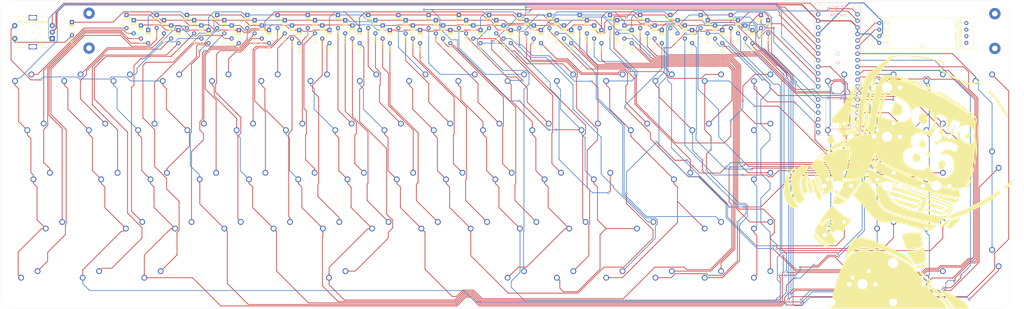
<source format=kicad_pcb>
(kicad_pcb (version 20171130) (host pcbnew "(5.1.4)-1")
  (layers (0 F.Cu signal) (31 B.Cu signal) (34 B.Paste user) (35 F.Paste user) (36 B.SilkS user) (37 F.SilkS user hide) (38 B.Mask user) (39 F.Mask user) (44 Edge.Cuts user))
  (net 0 "")
  (net 1 "Net-(D1-Pad2)")
  (net 2 ROW0)
  (net 3 "Net-(D2-Pad2)")
  (net 4 ROW1)
  (net 5 "Net-(D3-Pad2)")
  (net 6 "Net-(D4-Pad2)")
  (net 7 ROW3)
  (net 8 "Net-(D5-Pad2)")
  (net 9 ROW4)
  (net 10 "Net-(D6-Pad2)")
  (net 11 "Net-(D7-Pad2)")
  (net 12 "Net-(D8-Pad2)")
  (net 13 "Net-(D9-Pad2)")
  (net 14 "Net-(D10-Pad2)")
  (net 15 "Net-(D11-Pad2)")
  (net 16 "Net-(D12-Pad2)")
  (net 17 "Net-(D13-Pad2)")
  (net 18 "Net-(D14-Pad2)")
  (net 19 "Net-(D15-Pad2)")
  (net 20 "Net-(D16-Pad2)")
  (net 21 "Net-(D17-Pad2)")
  (net 22 "Net-(D18-Pad2)")
  (net 23 "Net-(D19-Pad2)")
  (net 24 "Net-(D20-Pad2)")
  (net 25 "Net-(D21-Pad2)")
  (net 26 "Net-(D22-Pad2)")
  (net 27 "Net-(D23-Pad2)")
  (net 28 "Net-(D24-Pad2)")
  (net 29 "Net-(D25-Pad2)")
  (net 30 "Net-(D26-Pad2)")
  (net 31 "Net-(D27-Pad2)")
  (net 32 "Net-(D28-Pad2)")
  (net 33 "Net-(D29-Pad2)")
  (net 34 "Net-(D30-Pad2)")
  (net 35 "Net-(D31-Pad2)")
  (net 36 "Net-(D32-Pad2)")
  (net 37 "Net-(D33-Pad2)")
  (net 38 "Net-(D34-Pad2)")
  (net 39 "Net-(D35-Pad2)")
  (net 40 "Net-(D36-Pad2)")
  (net 41 "Net-(D37-Pad2)")
  (net 42 "Net-(D38-Pad2)")
  (net 43 "Net-(D39-Pad2)")
  (net 44 "Net-(D40-Pad2)")
  (net 45 "Net-(D41-Pad2)")
  (net 46 "Net-(D42-Pad2)")
  (net 47 "Net-(D43-Pad2)")
  (net 48 "Net-(D44-Pad2)")
  (net 49 "Net-(D45-Pad2)")
  (net 50 "Net-(D46-Pad2)")
  (net 51 "Net-(D47-Pad2)")
  (net 52 "Net-(D48-Pad2)")
  (net 53 "Net-(D49-Pad2)")
  (net 54 "Net-(D50-Pad2)")
  (net 55 "Net-(D51-Pad2)")
  (net 56 "Net-(D52-Pad2)")
  (net 57 "Net-(D53-Pad2)")
  (net 58 "Net-(D54-Pad2)")
  (net 59 "Net-(D55-Pad2)")
  (net 60 "Net-(D56-Pad2)")
  (net 61 "Net-(D57-Pad2)")
  (net 62 "Net-(D58-Pad2)")
  (net 63 "Net-(D59-Pad2)")
  (net 64 "Net-(D60-Pad2)")
  (net 65 "Net-(D61-Pad2)")
  (net 66 "Net-(D62-Pad2)")
  (net 67 "Net-(D63-Pad2)")
  (net 68 "Net-(D64-Pad2)")
  (net 69 "Net-(D65-Pad2)")
  (net 70 "Net-(D66-Pad2)")
  (net 71 "Net-(D67-Pad2)")
  (net 72 "Net-(D68-Pad2)")
  (net 73 "Net-(D69-Pad2)")
  (net 74 "Net-(D70-Pad2)")
  (net 75 "Net-(D71-Pad2)")
  (net 76 "Net-(D72-Pad2)")
  (net 77 "Net-(D73-Pad2)")
  (net 78 "Net-(D74-Pad2)")
  (net 79 "Net-(D75-Pad2)")
  (net 80 "Net-(D76-Pad2)")
  (net 81 "Net-(D77-Pad2)")
  (net 82 "Net-(D78-Pad2)")
  (net 83 "Net-(D79-Pad2)")
  (net 84 "Net-(D80-Pad2)")
  (net 85 "Net-(D81-Pad2)")
  (net 86 "Net-(D82-Pad2)")
  (net 87 "Net-(D83-Pad2)")
  (net 88 "Net-(D84-Pad2)")
  (net 89 "Net-(D85-Pad2)")
  (net 90 "Net-(D86-Pad2)")
  (net 91 "Net-(D87-Pad2)")
  (net 92 COL0)
  (net 93 COL1)
  (net 94 COL2)
  (net 95 COL3)
  (net 96 COL4)
  (net 97 COL5)
  (net 98 COL6)
  (net 99 COL7)
  (net 100 COL8)
  (net 101 COL9)
  (net 102 COL10)
  (net 103 COL11)
  (net 104 COL12)
  (net 105 COL13)
  (net 106 COL14)
  (net 107 COL15)
  (net 108 ENCA)
  (net 109 ENCB)
  (net 110 SDA1)
  (net 111 SCL1)
  (net 112 "Net-(U1-PadDFU)")
  (net 113 "Net-(U1-PadRST)")
  (net 114 GND)
  (net 115 ROW2)
  (net 116 COL16)
  (net 117 COL17)
  (net 118 COL18)
  (net 119 COL19)
  (net 120 +5V)
  (net 121 VCC)
  (module MX_Only:MXOnly-1U-NoLED (layer F.Cu) (at 247.5865 66.70675)
    (fp_text reference MX70)
    (fp_text value MX-NoLED)
    (pad 2 thru_hole circle (at 2.54 -5.08) (size 2.25 2.25) (drill 1.47) (layers *.Cu B.Mask) (net 74 "Net-(D70-Pad2)"))
    (pad "" np_thru_hole circle (at 0 0) (size 3.9878 3.9878) (drill 3.9878) (layers *.Cu *.Mask))
    (pad 1 thru_hole circle (at -3.81 -2.54) (size 2.25 2.25) (drill 1.47) (layers *.Cu B.Mask) (net 116 COL16))
    (pad "" np_thru_hole circle (at -5.08 0 48.0996) (size 1.75 1.75) (drill 1.75) (layers *.Cu *.Mask))
    (pad "" np_thru_hole circle (at 5.08 0 48.0996) (size 1.75 1.75) (drill 1.75) (layers *.Cu *.Mask))
  )
  (module MX_Only:MXOnly-1U-NoLED (layer F.Cu) (at 247.5865 104.80675)
    (fp_text reference MX72)
    (fp_text value MX-NoLED)
    (pad 2 thru_hole circle (at 2.54 -5.08) (size 2.25 2.25) (drill 1.47) (layers *.Cu B.Mask) (net 76 "Net-(D72-Pad2)"))
    (pad "" np_thru_hole circle (at 0 0) (size 3.9878 3.9878) (drill 3.9878) (layers *.Cu *.Mask))
    (pad 1 thru_hole circle (at -3.81 -2.54) (size 2.25 2.25) (drill 1.47) (layers *.Cu B.Mask) (net 116 COL16))
    (pad "" np_thru_hole circle (at -5.08 0 48.0996) (size 1.75 1.75) (drill 1.75) (layers *.Cu *.Mask))
    (pad "" np_thru_hole circle (at 5.08 0 48.0996) (size 1.75 1.75) (drill 1.75) (layers *.Cu *.Mask))
  )
  (module proton_c:proton_c (layer B.Cu) (at 247.65 53.594 180)
    (fp_text reference U1 (at 0.01 -3.39) (layer B.SilkS) (effects (justify mirror)))
    (fp_text value proton_c)
    (fp_text user "USB facing" (at -0.05 17.98) (layer B.SilkS) (effects (justify mirror)))
    (fp_text user "the PCB" (at -0.05 14.98) (layer B.SilkS) (effects (justify mirror)))
    (fp_text user "away from" (at -0.05 16.48) (layer B.SilkS) (effects (justify mirror)))
    (pad 5V thru_hole circle (at 7.615 15.25 180) (size 1.7 1.7) (drill 1) (layers *.Cu *.Mask) (net 120 +5V))
    (pad A10 thru_hole circle (at -7.6 12.71 180) (size 1.7 1.7) (drill 1) (layers *.Cu *.Mask) (net 109 ENCB))
    (pad SCRE thru_hole circle (at 7.005 18.0748 180) (size 2.2 2.2) (drill 2.2) (layers *.Cu *.Mask))
    (pad SCRE thru_hole circle (at -6.9904 18.0748 180) (size 2.2 2.2) (drill 2.2) (layers *.Cu *.Mask))
    (pad A9 thru_hole circle (at -7.6 15.25 180) (size 1.7 1.7) (drill 1) (layers *.Cu *.Mask) (net 108 ENCA))
    (pad GND thru_hole circle (at -7.6 10.17 180) (size 1.7 1.7) (drill 1) (layers *.Cu *.Mask) (net 114 GND))
    (pad GND thru_hole circle (at -7.6 7.63 180) (size 1.7 1.7) (drill 1) (layers *.Cu *.Mask) (net 114 GND))
    (pad B7 thru_hole circle (at -7.6 5.09 180) (size 1.7 1.7) (drill 1) (layers *.Cu *.Mask) (net 110 SDA1))
    (pad B6 thru_hole circle (at -7.6 2.55 180) (size 1.7 1.7) (drill 1) (layers *.Cu *.Mask) (net 111 SCL1))
    (pad B5 thru_hole circle (at -7.6 0.01 180) (size 1.7 1.7) (drill 1) (layers *.Cu *.Mask) (net 119 COL19))
    (pad B4 thru_hole circle (at -7.6 -2.53 180) (size 1.7 1.7) (drill 1) (layers *.Cu *.Mask) (net 93 COL1))
    (pad B3 thru_hole circle (at -7.6 -5.07 180) (size 1.7 1.7) (drill 1) (layers *.Cu *.Mask) (net 94 COL2))
    (pad B2 thru_hole circle (at -7.6 -7.61 180) (size 1.7 1.7) (drill 1) (layers *.Cu *.Mask) (net 95 COL3))
    (pad B1 thru_hole circle (at -7.6 -10.15 180) (size 1.7 1.7) (drill 1) (layers *.Cu *.Mask) (net 96 COL4))
    (pad B0 thru_hole circle (at -7.6 -12.69 180) (size 1.7 1.7) (drill 1) (layers *.Cu *.Mask) (net 97 COL5))
    (pad A5 thru_hole circle (at -7.6 -20.31 180) (size 1.7 1.7) (drill 1) (layers *.Cu *.Mask) (net 116 COL16))
    (pad A7 thru_hole circle (at -7.6 -25.39 180) (size 1.7 1.7) (drill 1) (layers *.Cu *.Mask) (net 99 COL7))
    (pad A8 thru_hole circle (at -7.6 -27.93 180) (size 1.7 1.7) (drill 1) (layers *.Cu *.Mask) (net 100 COL8))
    (pad A6 thru_hole circle (at -7.6 -22.85 180) (size 1.7 1.7) (drill 1) (layers *.Cu *.Mask) (net 98 COL6))
    (pad A15 thru_hole circle (at -7.6 -30.47 180) (size 1.7 1.7) (drill 1) (layers *.Cu *.Mask) (net 101 COL9))
    (pad A4 thru_hole circle (at -7.6 -17.77 180) (size 1.7 1.7) (drill 1) (layers *.Cu *.Mask) (net 117 COL17))
    (pad GND thru_hole circle (at 7.615 12.71 180) (size 1.7 1.7) (drill 1) (layers *.Cu *.Mask) (net 114 GND))
    (pad DFU thru_hole circle (at 7.615 10.17 180) (size 1.7 1.7) (drill 1) (layers *.Cu *.Mask) (net 112 "Net-(U1-PadDFU)"))
    (pad A2 thru_hole circle (at 7.615 5.09 180) (size 1.7 1.7) (drill 1) (layers *.Cu *.Mask) (net 102 COL10))
    (pad 3.3V thru_hole circle (at 7.615 7.63 180) (size 1.7 1.7) (drill 1) (layers *.Cu *.Mask) (net 121 VCC))
    (pad A1 thru_hole circle (at 7.615 2.55 180) (size 1.7 1.7) (drill 1) (layers *.Cu *.Mask) (net 103 COL11))
    (pad A0 thru_hole circle (at 7.615 0.01 180) (size 1.7 1.7) (drill 1) (layers *.Cu *.Mask) (net 104 COL12))
    (pad B8 thru_hole circle (at 7.615 -2.53 180) (size 1.7 1.7) (drill 1) (layers *.Cu *.Mask) (net 105 COL13))
    (pad B14 thru_hole circle (at 7.615 -7.61 180) (size 1.7 1.7) (drill 1) (layers *.Cu *.Mask) (net 92 COL0))
    (pad B15 thru_hole circle (at 7.615 -10.15 180) (size 1.7 1.7) (drill 1) (layers *.Cu *.Mask) (net 2 ROW0))
    (pad B13 thru_hole circle (at 7.615 -5.07 180) (size 1.7 1.7) (drill 1) (layers *.Cu *.Mask) (net 106 COL14))
    (pad B9 thru_hole circle (at 7.615 -12.69 180) (size 1.7 1.7) (drill 1) (layers *.Cu *.Mask) (net 4 ROW1))
    (pad B11 thru_hole circle (at 7.615 -20.31 180) (size 1.7 1.7) (drill 1) (layers *.Cu *.Mask) (net 7 ROW3))
    (pad B10 thru_hole circle (at 7.615 -17.77 180) (size 1.7 1.7) (drill 1) (layers *.Cu *.Mask) (net 115 ROW2))
    (pad A14 thru_hole circle (at 7.615 -25.39 180) (size 1.7 1.7) (drill 1) (layers *.Cu *.Mask) (net 118 COL18))
    (pad B12 thru_hole circle (at 7.615 -22.85 180) (size 1.7 1.7) (drill 1) (layers *.Cu *.Mask) (net 9 ROW4))
    (pad A13 thru_hole circle (at 7.615 -27.93 180) (size 1.7 1.7) (drill 1) (layers *.Cu *.Mask) (net 107 COL15))
    (pad RST thru_hole circle (at 7.615 -30.47 180) (size 1.7 1.7) (drill 1) (layers *.Cu *.Mask) (net 113 "Net-(U1-PadRST)"))
  )
  (module OLED-SSD1306-4pin-128x32:OLED-1306 (layer F.Cu) (at 272.034 39.624)
    (fp_text reference U2 (at 8.128 11.176) (layer F.SilkS))
    (fp_text value OLED-SSD1306)
    (fp_text user GND (at -5.588 9.652) (layer F.SilkS))
    (fp_text user VCC (at -5.588 7.112) (layer F.SilkS))
    (fp_text user SCL (at -5.588 4.572) (layer F.SilkS))
    (fp_text user SDA (at -5.588 2.032) (layer F.SilkS))
    (fp_text user "NO CONNECTION" (at 22.86 6.096 90) (layer F.SilkS) (effects (font (size 0.9 0.9))))
    (fp_text user "SUPPORT ONLY" (at 21.463 6.096 90) (layer F.SilkS))
    (pad "" thru_hole circle (at 25.29586 7.21614) (size 1.524 1.524) (drill 0.762) (layers *.Cu *.Mask))
    (pad "" thru_hole circle (at 25.29586 9.75614) (size 1.524 1.524) (drill 0.762) (layers *.Cu *.Mask))
    (pad "" thru_hole circle (at 25.29586 2.13614) (size 1.524 1.524) (drill 0.762) (layers *.Cu *.Mask))
    (pad "" thru_hole circle (at 25.29586 4.67614) (size 1.524 1.524) (drill 0.762) (layers *.Cu *.Mask))
    (pad 4 thru_hole circle (at -8.35914 9.75614) (size 1.524 1.524) (drill 0.762) (layers *.Cu *.Mask) (net 114 GND))
    (pad 3 thru_hole circle (at -8.35914 7.21614) (size 1.524 1.524) (drill 0.762) (layers *.Cu *.Mask) (net 121 VCC))
    (pad 2 thru_hole circle (at -8.35914 4.67614) (size 1.524 1.524) (drill 0.762) (layers *.Cu *.Mask) (net 111 SCL1))
    (pad 1 thru_hole circle (at -8.35914 2.13614) (size 1.524 1.524) (drill 0.762) (layers *.Cu *.Mask) (net 110 SDA1))
  )
  (module MX_Only:MXOnly-1U-NoLED (layer F.Cu) (at 266.6365 123.85675)
    (fp_text reference MX78)
    (fp_text value MX-NoLED)
    (pad 2 thru_hole circle (at 2.54 -5.08) (size 2.25 2.25) (drill 1.47) (layers *.Cu B.Mask) (net 82 "Net-(D78-Pad2)"))
    (pad "" np_thru_hole circle (at 0 0) (size 3.9878 3.9878) (drill 3.9878) (layers *.Cu *.Mask))
    (pad 1 thru_hole circle (at -3.81 -2.54) (size 2.25 2.25) (drill 1.47) (layers *.Cu B.Mask) (net 117 COL17))
    (pad "" np_thru_hole circle (at -5.08 0 48.0996) (size 1.75 1.75) (drill 1.75) (layers *.Cu *.Mask))
    (pad "" np_thru_hole circle (at 5.08 0 48.0996) (size 1.75 1.75) (drill 1.75) (layers *.Cu *.Mask))
  )
  (module MX_Only:MXOnly-1U-NoLED (layer F.Cu) (at 266.6365 66.70675)
    (fp_text reference MX75)
    (fp_text value MX-NoLED)
    (pad 2 thru_hole circle (at 2.54 -5.08) (size 2.25 2.25) (drill 1.47) (layers *.Cu B.Mask) (net 79 "Net-(D75-Pad2)"))
    (pad "" np_thru_hole circle (at 0 0) (size 3.9878 3.9878) (drill 3.9878) (layers *.Cu *.Mask))
    (pad 1 thru_hole circle (at -3.81 -2.54) (size 2.25 2.25) (drill 1.47) (layers *.Cu B.Mask) (net 117 COL17))
    (pad "" np_thru_hole circle (at -5.08 0 48.0996) (size 1.75 1.75) (drill 1.75) (layers *.Cu *.Mask))
    (pad "" np_thru_hole circle (at 5.08 0 48.0996) (size 1.75 1.75) (drill 1.75) (layers *.Cu *.Mask))
  )
  (module MX_Only:MXOnly-1U-NoLED (layer F.Cu) (at 33.274 123.85675)
    (fp_text reference MX23)
    (fp_text value MX-NoLED)
    (pad 2 thru_hole circle (at 2.54 -5.08) (size 2.25 2.25) (drill 1.47) (layers *.Cu B.Mask) (net 27 "Net-(D23-Pad2)"))
    (pad "" np_thru_hole circle (at 0 0) (size 3.9878 3.9878) (drill 3.9878) (layers *.Cu *.Mask))
    (pad 1 thru_hole circle (at -3.81 -2.54) (size 2.25 2.25) (drill 1.47) (layers *.Cu B.Mask) (net 96 COL4))
    (pad "" np_thru_hole circle (at -5.08 0 48.0996) (size 1.75 1.75) (drill 1.75) (layers *.Cu *.Mask))
    (pad "" np_thru_hole circle (at 5.08 0 48.0996) (size 1.75 1.75) (drill 1.75) (layers *.Cu *.Mask))
  )
  (module cftkb:D_DO-35_SOD27_P5.08mm_Horizontal (layer F.Cu) (at 130.048 41.402 270)
    (fp_text reference D55)
    (fp_text value 1N4148)
    (fp_text user %R (at 8.89 0 270) (layer F.SilkS))
    (pad 2 thru_hole oval (at 6.35 0 270) (size 1.6 1.6) (drill 0.8) (layers *.Cu *.Mask) (net 59 "Net-(D55-Pad2)"))
    (pad 1 thru_hole rect (at 1.27 0 270) (size 1.6 1.6) (drill 0.8) (layers *.Cu *.Mask) (net 2 ROW0))
  )
  (module Rotary_Encoder:RotaryEncoder_Alps_EC11E-Switch_Vertical_H20mm (layer F.Cu) (at -56.134 47.752 180)
    (fp_text reference SW1 (at 3.556 -2.032) (layer F.SilkS) (effects (font (size 0.9 0.9))))
    (fp_text value Rotary_Encoder_Switch)
    (fp_text user "ROTARY ENCODER" (at 7.493 6.35) (layer F.SilkS) (effects (font (size 0.9 0.9))))
    (pad A thru_hole rect (at 0 0 180) (size 2 2) (drill 1) (layers *.Cu *.Mask) (net 108 ENCA))
    (pad C thru_hole circle (at 0 2.5 180) (size 2 2) (drill 1) (layers *.Cu *.Mask) (net 114 GND))
    (pad B thru_hole circle (at 0 5 180) (size 2 2) (drill 1) (layers *.Cu *.Mask) (net 109 ENCB))
    (pad MP thru_hole rect (at 7.5 -3.1 180) (size 3.2 2) (drill oval 2.8 1.5) (layers *.Cu *.Mask))
    (pad MP thru_hole rect (at 7.5 8.1 180) (size 3.2 2) (drill oval 2.8 1.5) (layers *.Cu *.Mask))
    (pad S2 thru_hole circle (at 14.5 0 180) (size 2 2) (drill 1) (layers *.Cu *.Mask) (net 91 "Net-(D87-Pad2)"))
    (pad S1 thru_hole circle (at 14.5 5 180) (size 2 2) (drill 1) (layers *.Cu *.Mask) (net 95 COL3))
  )
  (module MX_Only:MXOnly-1.25U-NoLED (layer F.Cu) (at -40.54475 142.90675)
    (fp_text reference MX10)
    (fp_text value MX-NoLED)
    (pad 2 thru_hole circle (at 2.54 -5.08) (size 2.25 2.25) (drill 1.47) (layers *.Cu B.Mask) (net 14 "Net-(D10-Pad2)"))
    (pad "" np_thru_hole circle (at 0 0) (size 3.9878 3.9878) (drill 3.9878) (layers *.Cu *.Mask))
    (pad 1 thru_hole circle (at -3.81 -2.54) (size 2.25 2.25) (drill 1.47) (layers *.Cu B.Mask) (net 93 COL1))
    (pad "" np_thru_hole circle (at -5.08 0 48.0996) (size 1.75 1.75) (drill 1.75) (layers *.Cu *.Mask))
    (pad "" np_thru_hole circle (at 5.08 0 48.0996) (size 1.75 1.75) (drill 1.75) (layers *.Cu *.Mask))
  )
  (module cftkb:MountingHole_2.2mm_M2_Pad (layer F.Cu) (at -41.91 37.973)
    (fp_text reference REF**)
    (fp_text value MountingHole_2.2mm_M2_Pad)
    (pad 1 thru_hole circle (at 0 0) (size 4.4 4.4) (drill 2.2) (layers *.Cu *.Mask))
  )
  (module cftkb:MountingHole_2.2mm_M2_Pad (layer F.Cu) (at -41.91 51.435)
    (fp_text reference REF**)
    (fp_text value MountingHole_2.2mm_M2_Pad)
    (pad 1 thru_hole circle (at 0 0) (size 4.4 4.4) (drill 2.2) (layers *.Cu *.Mask))
  )
  (module cftkb:MountingHole_2.2mm_M2_Pad (layer F.Cu) (at 308.356 51.562)
    (fp_text reference REF**)
    (fp_text value MountingHole_2.2mm_M2_Pad)
    (pad 1 thru_hole circle (at 0 0) (size 4.4 4.4) (drill 2.2) (layers *.Cu *.Mask))
  )
  (module cftkb:MountingHole_2.2mm_M2_Pad (layer F.Cu) (at 308.356 38.1)
    (fp_text reference REF**)
    (fp_text value MountingHole_2.2mm_M2_Pad)
    (pad 1 thru_hole circle (at 0 0) (size 4.4 4.4) (drill 2.2) (layers *.Cu *.Mask))
  )
  (module cftkb:D_DO-35_SOD27_P5.08mm_Horizontal (layer F.Cu) (at -48.514 40.132 270)
    (fp_text reference D87)
    (fp_text value 1N4148)
    (fp_text user %R (at 8.89 0 270) (layer F.SilkS))
    (pad 2 thru_hole oval (at 6.35 0 270) (size 1.6 1.6) (drill 0.8) (layers *.Cu *.Mask) (net 91 "Net-(D87-Pad2)"))
    (pad 1 thru_hole rect (at 1.27 0 270) (size 1.6 1.6) (drill 0.8) (layers *.Cu *.Mask) (net 9 ROW4))
  )
  (module cftkb:D_DO-35_SOD27_P5.08mm_Horizontal (layer F.Cu) (at 220.726 39.37 270)
    (fp_text reference D86)
    (fp_text value 1N4148)
    (fp_text user %R (at 8.89 0 270) (layer F.SilkS))
    (pad 2 thru_hole oval (at 6.35 0 270) (size 1.6 1.6) (drill 0.8) (layers *.Cu *.Mask) (net 90 "Net-(D86-Pad2)"))
    (pad 1 thru_hole rect (at 1.27 0 270) (size 1.6 1.6) (drill 0.8) (layers *.Cu *.Mask) (net 7 ROW3))
  )
  (module cftkb:D_DO-35_SOD27_P5.08mm_Horizontal (layer F.Cu) (at 217.932 37.338 270)
    (fp_text reference D85)
    (fp_text value 1N4148)
    (fp_text user %R (at 8.89 0 270) (layer F.SilkS))
    (pad 2 thru_hole oval (at 6.35 0 270) (size 1.6 1.6) (drill 0.8) (layers *.Cu *.Mask) (net 89 "Net-(D85-Pad2)"))
    (pad 1 thru_hole rect (at 1.27 0 270) (size 1.6 1.6) (drill 0.8) (layers *.Cu *.Mask) (net 4 ROW1))
  )
  (module cftkb:D_DO-35_SOD27_P5.08mm_Horizontal (layer F.Cu) (at 214.63 43.18 270)
    (fp_text reference D84)
    (fp_text value 1N4148)
    (fp_text user %R (at 8.89 0 270) (layer F.SilkS))
    (pad 2 thru_hole oval (at 6.35 0 270) (size 1.6 1.6) (drill 0.8) (layers *.Cu *.Mask) (net 88 "Net-(D84-Pad2)"))
    (pad 1 thru_hole rect (at 1.27 0 270) (size 1.6 1.6) (drill 0.8) (layers *.Cu *.Mask) (net 2 ROW0))
  )
  (module cftkb:D_DO-35_SOD27_P5.08mm_Horizontal (layer F.Cu) (at 211.836 41.402 270)
    (fp_text reference D83)
    (fp_text value 1N4148)
    (fp_text user %R (at 8.89 0 270) (layer F.SilkS))
    (pad 2 thru_hole oval (at 6.35 0 270) (size 1.6 1.6) (drill 0.8) (layers *.Cu *.Mask) (net 87 "Net-(D83-Pad2)"))
    (pad 1 thru_hole rect (at 1.27 0 270) (size 1.6 1.6) (drill 0.8) (layers *.Cu *.Mask) (net 9 ROW4))
  )
  (module cftkb:D_DO-35_SOD27_P5.08mm_Horizontal (layer F.Cu) (at 209.042 39.37 270)
    (fp_text reference D82)
    (fp_text value 1N4148)
    (fp_text user %R (at 8.89 0 270) (layer F.SilkS))
    (pad 2 thru_hole oval (at 6.35 0 270) (size 1.6 1.6) (drill 0.8) (layers *.Cu *.Mask) (net 86 "Net-(D82-Pad2)"))
    (pad 1 thru_hole rect (at 1.27 0 270) (size 1.6 1.6) (drill 0.8) (layers *.Cu *.Mask) (net 7 ROW3))
  )
  (module cftkb:D_DO-35_SOD27_P5.08mm_Horizontal (layer F.Cu) (at 206.248 37.338 270)
    (fp_text reference D81)
    (fp_text value 1N4148)
    (fp_text user %R (at 8.89 0 270) (layer F.SilkS))
    (pad 2 thru_hole oval (at 6.35 0 270) (size 1.6 1.6) (drill 0.8) (layers *.Cu *.Mask) (net 85 "Net-(D81-Pad2)"))
    (pad 1 thru_hole rect (at 1.27 0 270) (size 1.6 1.6) (drill 0.8) (layers *.Cu *.Mask) (net 115 ROW2))
  )
  (module cftkb:D_DO-35_SOD27_P5.08mm_Horizontal (layer F.Cu) (at 202.946 43.18 270)
    (fp_text reference D80)
    (fp_text value 1N4148)
    (fp_text user %R (at 8.89 0 270) (layer F.SilkS))
    (pad 2 thru_hole oval (at 6.35 0 270) (size 1.6 1.6) (drill 0.8) (layers *.Cu *.Mask) (net 84 "Net-(D80-Pad2)"))
    (pad 1 thru_hole rect (at 1.27 0 270) (size 1.6 1.6) (drill 0.8) (layers *.Cu *.Mask) (net 4 ROW1))
  )
  (module cftkb:D_DO-35_SOD27_P5.08mm_Horizontal (layer F.Cu) (at 200.152 41.402 270)
    (fp_text reference D79)
    (fp_text value 1N4148)
    (fp_text user %R (at 8.89 0 270) (layer F.SilkS))
    (pad 2 thru_hole oval (at 6.35 0 270) (size 1.6 1.6) (drill 0.8) (layers *.Cu *.Mask) (net 83 "Net-(D79-Pad2)"))
    (pad 1 thru_hole rect (at 1.27 0 270) (size 1.6 1.6) (drill 0.8) (layers *.Cu *.Mask) (net 2 ROW0))
  )
  (module cftkb:D_DO-35_SOD27_P5.08mm_Horizontal (layer F.Cu) (at 197.358 39.37 270)
    (fp_text reference D78)
    (fp_text value 1N4148)
    (fp_text user %R (at 8.89 0 270) (layer F.SilkS))
    (pad 2 thru_hole oval (at 6.35 0 270) (size 1.6 1.6) (drill 0.8) (layers *.Cu *.Mask) (net 82 "Net-(D78-Pad2)"))
    (pad 1 thru_hole rect (at 1.27 0 270) (size 1.6 1.6) (drill 0.8) (layers *.Cu *.Mask) (net 7 ROW3))
  )
  (module cftkb:D_DO-35_SOD27_P5.08mm_Horizontal (layer F.Cu) (at 194.564 37.338 270)
    (fp_text reference D77)
    (fp_text value 1N4148)
    (fp_text user %R (at 8.89 0 270) (layer F.SilkS))
    (pad 2 thru_hole oval (at 6.35 0 270) (size 1.6 1.6) (drill 0.8) (layers *.Cu *.Mask) (net 81 "Net-(D77-Pad2)"))
    (pad 1 thru_hole rect (at 1.27 0 270) (size 1.6 1.6) (drill 0.8) (layers *.Cu *.Mask) (net 115 ROW2))
  )
  (module cftkb:D_DO-35_SOD27_P5.08mm_Horizontal (layer F.Cu) (at 191.262 43.18 270)
    (fp_text reference D76)
    (fp_text value 1N4148)
    (fp_text user %R (at 8.89 0 270) (layer F.SilkS))
    (pad 2 thru_hole oval (at 6.35 0 270) (size 1.6 1.6) (drill 0.8) (layers *.Cu *.Mask) (net 80 "Net-(D76-Pad2)"))
    (pad 1 thru_hole rect (at 1.27 0 270) (size 1.6 1.6) (drill 0.8) (layers *.Cu *.Mask) (net 4 ROW1))
  )
  (module cftkb:D_DO-35_SOD27_P5.08mm_Horizontal (layer F.Cu) (at 188.468 41.402 270)
    (fp_text reference D75)
    (fp_text value 1N4148)
    (fp_text user %R (at 8.89 0 270) (layer F.SilkS))
    (pad 2 thru_hole oval (at 6.35 0 270) (size 1.6 1.6) (drill 0.8) (layers *.Cu *.Mask) (net 79 "Net-(D75-Pad2)"))
    (pad 1 thru_hole rect (at 1.27 0 270) (size 1.6 1.6) (drill 0.8) (layers *.Cu *.Mask) (net 2 ROW0))
  )
  (module cftkb:D_DO-35_SOD27_P5.08mm_Horizontal (layer F.Cu) (at 185.674 39.37 270)
    (fp_text reference D74)
    (fp_text value 1N4148)
    (fp_text user %R (at 8.89 0 270) (layer F.SilkS))
    (pad 2 thru_hole oval (at 6.35 0 270) (size 1.6 1.6) (drill 0.8) (layers *.Cu *.Mask) (net 78 "Net-(D74-Pad2)"))
    (pad 1 thru_hole rect (at 1.27 0 270) (size 1.6 1.6) (drill 0.8) (layers *.Cu *.Mask) (net 9 ROW4))
  )
  (module cftkb:D_DO-35_SOD27_P5.08mm_Horizontal (layer F.Cu) (at 182.88 37.338 270)
    (fp_text reference D73)
    (fp_text value 1N4148)
    (fp_text user %R (at 8.89 0 270) (layer F.SilkS))
    (pad 2 thru_hole oval (at 6.35 0 270) (size 1.6 1.6) (drill 0.8) (layers *.Cu *.Mask) (net 77 "Net-(D73-Pad2)"))
    (pad 1 thru_hole rect (at 1.27 0 270) (size 1.6 1.6) (drill 0.8) (layers *.Cu *.Mask) (net 7 ROW3))
  )
  (module cftkb:D_DO-35_SOD27_P5.08mm_Horizontal (layer F.Cu) (at 179.578 43.18 270)
    (fp_text reference D72)
    (fp_text value 1N4148)
    (fp_text user %R (at 8.89 0 270) (layer F.SilkS))
    (pad 2 thru_hole oval (at 6.35 0 270) (size 1.6 1.6) (drill 0.8) (layers *.Cu *.Mask) (net 76 "Net-(D72-Pad2)"))
    (pad 1 thru_hole rect (at 1.27 0 270) (size 1.6 1.6) (drill 0.8) (layers *.Cu *.Mask) (net 115 ROW2))
  )
  (module cftkb:D_DO-35_SOD27_P5.08mm_Horizontal (layer F.Cu) (at 176.784 41.402 270)
    (fp_text reference D71)
    (fp_text value 1N4148)
    (fp_text user %R (at 8.89 0 270) (layer F.SilkS))
    (pad 2 thru_hole oval (at 6.35 0 270) (size 1.6 1.6) (drill 0.8) (layers *.Cu *.Mask) (net 75 "Net-(D71-Pad2)"))
    (pad 1 thru_hole rect (at 1.27 0 270) (size 1.6 1.6) (drill 0.8) (layers *.Cu *.Mask) (net 4 ROW1))
  )
  (module cftkb:D_DO-35_SOD27_P5.08mm_Horizontal (layer F.Cu) (at 173.99 39.37 270)
    (fp_text reference D70)
    (fp_text value 1N4148)
    (fp_text user %R (at 8.89 0 270) (layer F.SilkS))
    (pad 2 thru_hole oval (at 6.35 0 270) (size 1.6 1.6) (drill 0.8) (layers *.Cu *.Mask) (net 74 "Net-(D70-Pad2)"))
    (pad 1 thru_hole rect (at 1.27 0 270) (size 1.6 1.6) (drill 0.8) (layers *.Cu *.Mask) (net 2 ROW0))
  )
  (module cftkb:D_DO-35_SOD27_P5.08mm_Horizontal (layer F.Cu) (at 171.196 37.338 270)
    (fp_text reference D69)
    (fp_text value 1N4148)
    (fp_text user %R (at 8.89 0 270) (layer F.SilkS))
    (pad 2 thru_hole oval (at 6.35 0 270) (size 1.6 1.6) (drill 0.8) (layers *.Cu *.Mask) (net 73 "Net-(D69-Pad2)"))
    (pad 1 thru_hole rect (at 1.27 0 270) (size 1.6 1.6) (drill 0.8) (layers *.Cu *.Mask) (net 9 ROW4))
  )
  (module cftkb:D_DO-35_SOD27_P5.08mm_Horizontal (layer F.Cu) (at 167.894 43.18 270)
    (fp_text reference D68)
    (fp_text value 1N4148)
    (fp_text user %R (at 8.89 0 270) (layer F.SilkS))
    (pad 2 thru_hole oval (at 6.35 0 270) (size 1.6 1.6) (drill 0.8) (layers *.Cu *.Mask) (net 72 "Net-(D68-Pad2)"))
    (pad 1 thru_hole rect (at 1.27 0 270) (size 1.6 1.6) (drill 0.8) (layers *.Cu *.Mask) (net 7 ROW3))
  )
  (module cftkb:D_DO-35_SOD27_P5.08mm_Horizontal (layer F.Cu) (at 165.1 41.402 270)
    (fp_text reference D67)
    (fp_text value 1N4148)
    (fp_text user %R (at 8.89 0 270) (layer F.SilkS))
    (pad 2 thru_hole oval (at 6.35 0 270) (size 1.6 1.6) (drill 0.8) (layers *.Cu *.Mask) (net 71 "Net-(D67-Pad2)"))
    (pad 1 thru_hole rect (at 1.27 0 270) (size 1.6 1.6) (drill 0.8) (layers *.Cu *.Mask) (net 115 ROW2))
  )
  (module cftkb:D_DO-35_SOD27_P5.08mm_Horizontal (layer F.Cu) (at 162.306 39.37 270)
    (fp_text reference D66)
    (fp_text value 1N4148)
    (fp_text user %R (at 8.89 0 270) (layer F.SilkS))
    (pad 2 thru_hole oval (at 6.35 0 270) (size 1.6 1.6) (drill 0.8) (layers *.Cu *.Mask) (net 70 "Net-(D66-Pad2)"))
    (pad 1 thru_hole rect (at 1.27 0 270) (size 1.6 1.6) (drill 0.8) (layers *.Cu *.Mask) (net 4 ROW1))
  )
  (module cftkb:D_DO-35_SOD27_P5.08mm_Horizontal (layer F.Cu) (at 159.512 37.338 270)
    (fp_text reference D65)
    (fp_text value 1N4148)
    (fp_text user %R (at 8.89 0 270) (layer F.SilkS))
    (pad 2 thru_hole oval (at 6.35 0 270) (size 1.6 1.6) (drill 0.8) (layers *.Cu *.Mask) (net 69 "Net-(D65-Pad2)"))
    (pad 1 thru_hole rect (at 1.27 0 270) (size 1.6 1.6) (drill 0.8) (layers *.Cu *.Mask) (net 2 ROW0))
  )
  (module cftkb:D_DO-35_SOD27_P5.08mm_Horizontal (layer F.Cu) (at 156.21 43.18 270)
    (fp_text reference D64)
    (fp_text value 1N4148)
    (fp_text user %R (at 8.89 0 270) (layer F.SilkS))
    (pad 2 thru_hole oval (at 6.35 0 270) (size 1.6 1.6) (drill 0.8) (layers *.Cu *.Mask) (net 68 "Net-(D64-Pad2)"))
    (pad 1 thru_hole rect (at 1.27 0 270) (size 1.6 1.6) (drill 0.8) (layers *.Cu *.Mask) (net 9 ROW4))
  )
  (module cftkb:D_DO-35_SOD27_P5.08mm_Horizontal (layer F.Cu) (at 153.416 41.402 270)
    (fp_text reference D63)
    (fp_text value 1N4148)
    (fp_text user %R (at 8.89 0 270) (layer F.SilkS))
    (pad 2 thru_hole oval (at 6.35 0 270) (size 1.6 1.6) (drill 0.8) (layers *.Cu *.Mask) (net 67 "Net-(D63-Pad2)"))
    (pad 1 thru_hole rect (at 1.27 0 270) (size 1.6 1.6) (drill 0.8) (layers *.Cu *.Mask) (net 2 ROW0))
  )
  (module cftkb:D_DO-35_SOD27_P5.08mm_Horizontal (layer F.Cu) (at 150.622 39.37 270)
    (fp_text reference D62)
    (fp_text value 1N4148)
    (fp_text user %R (at 8.89 0 270) (layer F.SilkS))
    (pad 2 thru_hole oval (at 6.35 0 270) (size 1.6 1.6) (drill 0.8) (layers *.Cu *.Mask) (net 66 "Net-(D62-Pad2)"))
    (pad 1 thru_hole rect (at 1.27 0 270) (size 1.6 1.6) (drill 0.8) (layers *.Cu *.Mask) (net 9 ROW4))
  )
  (module cftkb:D_DO-35_SOD27_P5.08mm_Horizontal (layer F.Cu) (at 147.828 37.338 270)
    (fp_text reference D61)
    (fp_text value 1N4148)
    (fp_text user %R (at 8.89 0 270) (layer F.SilkS))
    (pad 2 thru_hole oval (at 6.35 0 270) (size 1.6 1.6) (drill 0.8) (layers *.Cu *.Mask) (net 65 "Net-(D61-Pad2)"))
    (pad 1 thru_hole rect (at 1.27 0 270) (size 1.6 1.6) (drill 0.8) (layers *.Cu *.Mask) (net 4 ROW1))
  )
  (module cftkb:D_DO-35_SOD27_P5.08mm_Horizontal (layer F.Cu) (at 144.526 43.18 270)
    (fp_text reference D60)
    (fp_text value 1N4148)
    (fp_text user %R (at 8.89 0 270) (layer F.SilkS))
    (pad 2 thru_hole oval (at 6.35 0 270) (size 1.6 1.6) (drill 0.8) (layers *.Cu *.Mask) (net 64 "Net-(D60-Pad2)"))
    (pad 1 thru_hole rect (at 1.27 0 270) (size 1.6 1.6) (drill 0.8) (layers *.Cu *.Mask) (net 2 ROW0))
  )
  (module cftkb:D_DO-35_SOD27_P5.08mm_Horizontal (layer F.Cu) (at 141.732 41.402 270)
    (fp_text reference D59)
    (fp_text value 1N4148)
    (fp_text user %R (at 8.89 0 270) (layer F.SilkS))
    (pad 2 thru_hole oval (at 6.35 0 270) (size 1.6 1.6) (drill 0.8) (layers *.Cu *.Mask) (net 63 "Net-(D59-Pad2)"))
    (pad 1 thru_hole rect (at 1.27 0 270) (size 1.6 1.6) (drill 0.8) (layers *.Cu *.Mask) (net 9 ROW4))
  )
  (module cftkb:D_DO-35_SOD27_P5.08mm_Horizontal (layer F.Cu) (at 138.938 39.37 270)
    (fp_text reference D58)
    (fp_text value 1N4148)
    (fp_text user %R (at 8.89 0 270) (layer F.SilkS))
    (pad 2 thru_hole oval (at 6.35 0 270) (size 1.6 1.6) (drill 0.8) (layers *.Cu *.Mask) (net 62 "Net-(D58-Pad2)"))
    (pad 1 thru_hole rect (at 1.27 0 270) (size 1.6 1.6) (drill 0.8) (layers *.Cu *.Mask) (net 7 ROW3))
  )
  (module cftkb:D_DO-35_SOD27_P5.08mm_Horizontal (layer F.Cu) (at 136.144 37.338 270)
    (fp_text reference D57)
    (fp_text value 1N4148)
    (fp_text user %R (at 8.89 0 270) (layer F.SilkS))
    (pad 2 thru_hole oval (at 6.35 0 270) (size 1.6 1.6) (drill 0.8) (layers *.Cu *.Mask) (net 61 "Net-(D57-Pad2)"))
    (pad 1 thru_hole rect (at 1.27 0 270) (size 1.6 1.6) (drill 0.8) (layers *.Cu *.Mask) (net 115 ROW2))
  )
  (module cftkb:D_DO-35_SOD27_P5.08mm_Horizontal (layer F.Cu) (at 132.842 43.18 270)
    (fp_text reference D56)
    (fp_text value 1N4148)
    (fp_text user %R (at 8.89 0 270) (layer F.SilkS))
    (pad 2 thru_hole oval (at 6.35 0 270) (size 1.6 1.6) (drill 0.8) (layers *.Cu *.Mask) (net 60 "Net-(D56-Pad2)"))
    (pad 1 thru_hole rect (at 1.27 0 270) (size 1.6 1.6) (drill 0.8) (layers *.Cu *.Mask) (net 4 ROW1))
  )
  (module cftkb:D_DO-35_SOD27_P5.08mm_Horizontal (layer F.Cu) (at 127.254 39.37 270)
    (fp_text reference D54)
    (fp_text value 1N4148)
    (fp_text user %R (at 8.89 0 270) (layer F.SilkS))
    (pad 2 thru_hole oval (at 6.35 0 270) (size 1.6 1.6) (drill 0.8) (layers *.Cu *.Mask) (net 58 "Net-(D54-Pad2)"))
    (pad 1 thru_hole rect (at 1.27 0 270) (size 1.6 1.6) (drill 0.8) (layers *.Cu *.Mask) (net 9 ROW4))
  )
  (module cftkb:D_DO-35_SOD27_P5.08mm_Horizontal (layer F.Cu) (at 124.46 37.338 270)
    (fp_text reference D53)
    (fp_text value 1N4148)
    (fp_text user %R (at 8.89 0 270) (layer F.SilkS))
    (pad 2 thru_hole oval (at 6.35 0 270) (size 1.6 1.6) (drill 0.8) (layers *.Cu *.Mask) (net 57 "Net-(D53-Pad2)"))
    (pad 1 thru_hole rect (at 1.27 0 270) (size 1.6 1.6) (drill 0.8) (layers *.Cu *.Mask) (net 7 ROW3))
  )
  (module cftkb:D_DO-35_SOD27_P5.08mm_Horizontal (layer F.Cu) (at 121.158 43.18 270)
    (fp_text reference D52)
    (fp_text value 1N4148)
    (fp_text user %R (at 8.89 0 270) (layer F.SilkS))
    (pad 2 thru_hole oval (at 6.35 0 270) (size 1.6 1.6) (drill 0.8) (layers *.Cu *.Mask) (net 56 "Net-(D52-Pad2)"))
    (pad 1 thru_hole rect (at 1.27 0 270) (size 1.6 1.6) (drill 0.8) (layers *.Cu *.Mask) (net 115 ROW2))
  )
  (module cftkb:D_DO-35_SOD27_P5.08mm_Horizontal (layer F.Cu) (at 118.364 41.402 270)
    (fp_text reference D51)
    (fp_text value 1N4148)
    (fp_text user %R (at 8.89 0 270) (layer F.SilkS))
    (pad 2 thru_hole oval (at 6.35 0 270) (size 1.6 1.6) (drill 0.8) (layers *.Cu *.Mask) (net 55 "Net-(D51-Pad2)"))
    (pad 1 thru_hole rect (at 1.27 0 270) (size 1.6 1.6) (drill 0.8) (layers *.Cu *.Mask) (net 4 ROW1))
  )
  (module cftkb:D_DO-35_SOD27_P5.08mm_Horizontal (layer F.Cu) (at 115.57 39.37 270)
    (fp_text reference D50)
    (fp_text value 1N4148)
    (fp_text user %R (at 8.89 0 270) (layer F.SilkS))
    (pad 2 thru_hole oval (at 6.35 0 270) (size 1.6 1.6) (drill 0.8) (layers *.Cu *.Mask) (net 54 "Net-(D50-Pad2)"))
    (pad 1 thru_hole rect (at 1.27 0 270) (size 1.6 1.6) (drill 0.8) (layers *.Cu *.Mask) (net 2 ROW0))
  )
  (module cftkb:D_DO-35_SOD27_P5.08mm_Horizontal (layer F.Cu) (at 112.776 37.338 270)
    (fp_text reference D49)
    (fp_text value 1N4148)
    (fp_text user %R (at 8.89 0 270) (layer F.SilkS))
    (pad 2 thru_hole oval (at 6.35 0 270) (size 1.6 1.6) (drill 0.8) (layers *.Cu *.Mask) (net 53 "Net-(D49-Pad2)"))
    (pad 1 thru_hole rect (at 1.27 0 270) (size 1.6 1.6) (drill 0.8) (layers *.Cu *.Mask) (net 9 ROW4))
  )
  (module cftkb:D_DO-35_SOD27_P5.08mm_Horizontal (layer F.Cu) (at 109.474 43.18 270)
    (fp_text reference D48)
    (fp_text value 1N4148)
    (fp_text user %R (at 8.89 0 270) (layer F.SilkS))
    (pad 2 thru_hole oval (at 6.35 0 270) (size 1.6 1.6) (drill 0.8) (layers *.Cu *.Mask) (net 52 "Net-(D48-Pad2)"))
    (pad 1 thru_hole rect (at 1.27 0 270) (size 1.6 1.6) (drill 0.8) (layers *.Cu *.Mask) (net 7 ROW3))
  )
  (module cftkb:D_DO-35_SOD27_P5.08mm_Horizontal (layer F.Cu) (at 106.68 41.402 270)
    (fp_text reference D47)
    (fp_text value 1N4148)
    (fp_text user %R (at 8.89 0 270) (layer F.SilkS))
    (pad 2 thru_hole oval (at 6.35 0 270) (size 1.6 1.6) (drill 0.8) (layers *.Cu *.Mask) (net 51 "Net-(D47-Pad2)"))
    (pad 1 thru_hole rect (at 1.27 0 270) (size 1.6 1.6) (drill 0.8) (layers *.Cu *.Mask) (net 115 ROW2))
  )
  (module cftkb:D_DO-35_SOD27_P5.08mm_Horizontal (layer F.Cu) (at 103.886 39.37 270)
    (fp_text reference D46)
    (fp_text value 1N4148)
    (fp_text user %R (at 8.89 0 270) (layer F.SilkS))
    (pad 2 thru_hole oval (at 6.35 0 270) (size 1.6 1.6) (drill 0.8) (layers *.Cu *.Mask) (net 50 "Net-(D46-Pad2)"))
    (pad 1 thru_hole rect (at 1.27 0 270) (size 1.6 1.6) (drill 0.8) (layers *.Cu *.Mask) (net 4 ROW1))
  )
  (module cftkb:D_DO-35_SOD27_P5.08mm_Horizontal (layer F.Cu) (at 101.092 37.338 270)
    (fp_text reference D45)
    (fp_text value 1N4148)
    (fp_text user %R (at 8.89 0 270) (layer F.SilkS))
    (pad 2 thru_hole oval (at 6.35 0 270) (size 1.6 1.6) (drill 0.8) (layers *.Cu *.Mask) (net 49 "Net-(D45-Pad2)"))
    (pad 1 thru_hole rect (at 1.27 0 270) (size 1.6 1.6) (drill 0.8) (layers *.Cu *.Mask) (net 2 ROW0))
  )
  (module cftkb:D_DO-35_SOD27_P5.08mm_Horizontal (layer F.Cu) (at 97.79 43.18 270)
    (fp_text reference D44)
    (fp_text value 1N4148)
    (fp_text user %R (at 8.89 0 270) (layer F.SilkS))
    (pad 2 thru_hole oval (at 6.35 0 270) (size 1.6 1.6) (drill 0.8) (layers *.Cu *.Mask) (net 48 "Net-(D44-Pad2)"))
    (pad 1 thru_hole rect (at 1.27 0 270) (size 1.6 1.6) (drill 0.8) (layers *.Cu *.Mask) (net 7 ROW3))
  )
  (module cftkb:D_DO-35_SOD27_P5.08mm_Horizontal (layer F.Cu) (at 94.996 41.402 270)
    (fp_text reference D43)
    (fp_text value 1N4148)
    (fp_text user %R (at 8.89 0 270) (layer F.SilkS))
    (pad 2 thru_hole oval (at 6.35 0 270) (size 1.6 1.6) (drill 0.8) (layers *.Cu *.Mask) (net 47 "Net-(D43-Pad2)"))
    (pad 1 thru_hole rect (at 1.27 0 270) (size 1.6 1.6) (drill 0.8) (layers *.Cu *.Mask) (net 115 ROW2))
  )
  (module cftkb:D_DO-35_SOD27_P5.08mm_Horizontal (layer F.Cu) (at 92.202 39.37 270)
    (fp_text reference D42)
    (fp_text value 1N4148)
    (fp_text user %R (at 8.89 0 270) (layer F.SilkS))
    (pad 2 thru_hole oval (at 6.35 0 270) (size 1.6 1.6) (drill 0.8) (layers *.Cu *.Mask) (net 46 "Net-(D42-Pad2)"))
    (pad 1 thru_hole rect (at 1.27 0 270) (size 1.6 1.6) (drill 0.8) (layers *.Cu *.Mask) (net 4 ROW1))
  )
  (module cftkb:D_DO-35_SOD27_P5.08mm_Horizontal (layer F.Cu) (at 89.408 37.338 270)
    (fp_text reference D41)
    (fp_text value 1N4148)
    (fp_text user %R (at 8.89 0 270) (layer F.SilkS))
    (pad 2 thru_hole oval (at 6.35 0 270) (size 1.6 1.6) (drill 0.8) (layers *.Cu *.Mask) (net 45 "Net-(D41-Pad2)"))
    (pad 1 thru_hole rect (at 1.27 0 270) (size 1.6 1.6) (drill 0.8) (layers *.Cu *.Mask) (net 2 ROW0))
  )
  (module cftkb:D_DO-35_SOD27_P5.08mm_Horizontal (layer F.Cu) (at 86.106 43.18 270)
    (fp_text reference D40)
    (fp_text value 1N4148)
    (fp_text user %R (at 8.89 0 270) (layer F.SilkS))
    (pad 2 thru_hole oval (at 6.35 0 270) (size 1.6 1.6) (drill 0.8) (layers *.Cu *.Mask) (net 44 "Net-(D40-Pad2)"))
    (pad 1 thru_hole rect (at 1.27 0 270) (size 1.6 1.6) (drill 0.8) (layers *.Cu *.Mask) (net 7 ROW3))
  )
  (module cftkb:D_DO-35_SOD27_P5.08mm_Horizontal (layer F.Cu) (at 83.312 41.402 270)
    (fp_text reference D39)
    (fp_text value 1N4148)
    (fp_text user %R (at 8.89 0 270) (layer F.SilkS))
    (pad 2 thru_hole oval (at 6.35 0 270) (size 1.6 1.6) (drill 0.8) (layers *.Cu *.Mask) (net 43 "Net-(D39-Pad2)"))
    (pad 1 thru_hole rect (at 1.27 0 270) (size 1.6 1.6) (drill 0.8) (layers *.Cu *.Mask) (net 115 ROW2))
  )
  (module cftkb:D_DO-35_SOD27_P5.08mm_Horizontal (layer F.Cu) (at 80.518 39.37 270)
    (fp_text reference D38)
    (fp_text value 1N4148)
    (fp_text user %R (at 8.89 0 270) (layer F.SilkS))
    (pad 2 thru_hole oval (at 6.35 0 270) (size 1.6 1.6) (drill 0.8) (layers *.Cu *.Mask) (net 42 "Net-(D38-Pad2)"))
    (pad 1 thru_hole rect (at 1.27 0 270) (size 1.6 1.6) (drill 0.8) (layers *.Cu *.Mask) (net 4 ROW1))
  )
  (module cftkb:D_DO-35_SOD27_P5.08mm_Horizontal (layer F.Cu) (at 77.724 37.338 270)
    (fp_text reference D37)
    (fp_text value 1N4148)
    (fp_text user %R (at 8.89 0 270) (layer F.SilkS))
    (pad 2 thru_hole oval (at 6.35 0 270) (size 1.6 1.6) (drill 0.8) (layers *.Cu *.Mask) (net 41 "Net-(D37-Pad2)"))
    (pad 1 thru_hole rect (at 1.27 0 270) (size 1.6 1.6) (drill 0.8) (layers *.Cu *.Mask) (net 2 ROW0))
  )
  (module cftkb:D_DO-35_SOD27_P5.08mm_Horizontal (layer F.Cu) (at 74.422 43.18 270)
    (fp_text reference D36)
    (fp_text value 1N4148)
    (fp_text user %R (at 8.89 0 270) (layer F.SilkS))
    (pad 2 thru_hole oval (at 6.35 0 270) (size 1.6 1.6) (drill 0.8) (layers *.Cu *.Mask) (net 40 "Net-(D36-Pad2)"))
    (pad 1 thru_hole rect (at 1.27 0 270) (size 1.6 1.6) (drill 0.8) (layers *.Cu *.Mask) (net 7 ROW3))
  )
  (module cftkb:D_DO-35_SOD27_P5.08mm_Horizontal (layer F.Cu) (at 71.628 41.402 270)
    (fp_text reference D35)
    (fp_text value 1N4148)
    (fp_text user %R (at 8.89 0 270) (layer F.SilkS))
    (pad 2 thru_hole oval (at 6.35 0 270) (size 1.6 1.6) (drill 0.8) (layers *.Cu *.Mask) (net 39 "Net-(D35-Pad2)"))
    (pad 1 thru_hole rect (at 1.27 0 270) (size 1.6 1.6) (drill 0.8) (layers *.Cu *.Mask) (net 115 ROW2))
  )
  (module cftkb:D_DO-35_SOD27_P5.08mm_Horizontal (layer F.Cu) (at 68.834 39.37 270)
    (fp_text reference D34)
    (fp_text value 1N4148)
    (fp_text user %R (at 8.89 0 270) (layer F.SilkS))
    (pad 2 thru_hole oval (at 6.35 0 270) (size 1.6 1.6) (drill 0.8) (layers *.Cu *.Mask) (net 38 "Net-(D34-Pad2)"))
    (pad 1 thru_hole rect (at 1.27 0 270) (size 1.6 1.6) (drill 0.8) (layers *.Cu *.Mask) (net 4 ROW1))
  )
  (module cftkb:D_DO-35_SOD27_P5.08mm_Horizontal (layer F.Cu) (at 66.04 37.338 270)
    (fp_text reference D33)
    (fp_text value 1N4148)
    (fp_text user %R (at 8.89 0 270) (layer F.SilkS))
    (pad 2 thru_hole oval (at 6.35 0 270) (size 1.6 1.6) (drill 0.8) (layers *.Cu *.Mask) (net 37 "Net-(D33-Pad2)"))
    (pad 1 thru_hole rect (at 1.27 0 270) (size 1.6 1.6) (drill 0.8) (layers *.Cu *.Mask) (net 2 ROW0))
  )
  (module cftkb:D_DO-35_SOD27_P5.08mm_Horizontal (layer F.Cu) (at 62.738 43.18 270)
    (fp_text reference D32)
    (fp_text value 1N4148)
    (fp_text user %R (at 8.89 0 270) (layer F.SilkS))
    (pad 2 thru_hole oval (at 6.35 0 270) (size 1.6 1.6) (drill 0.8) (layers *.Cu *.Mask) (net 36 "Net-(D32-Pad2)"))
    (pad 1 thru_hole rect (at 1.27 0 270) (size 1.6 1.6) (drill 0.8) (layers *.Cu *.Mask) (net 9 ROW4))
  )
  (module cftkb:D_DO-35_SOD27_P5.08mm_Horizontal (layer F.Cu) (at 59.944 41.402 270)
    (fp_text reference D31)
    (fp_text value 1N4148)
    (fp_text user %R (at 8.89 0 270) (layer F.SilkS))
    (pad 2 thru_hole oval (at 6.35 0 270) (size 1.6 1.6) (drill 0.8) (layers *.Cu *.Mask) (net 35 "Net-(D31-Pad2)"))
    (pad 1 thru_hole rect (at 1.27 0 270) (size 1.6 1.6) (drill 0.8) (layers *.Cu *.Mask) (net 7 ROW3))
  )
  (module cftkb:D_DO-35_SOD27_P5.08mm_Horizontal (layer F.Cu) (at 57.15 39.37 270)
    (fp_text reference D30)
    (fp_text value 1N4148)
    (fp_text user %R (at 8.89 0 270) (layer F.SilkS))
    (pad 2 thru_hole oval (at 6.35 0 270) (size 1.6 1.6) (drill 0.8) (layers *.Cu *.Mask) (net 34 "Net-(D30-Pad2)"))
    (pad 1 thru_hole rect (at 1.27 0 270) (size 1.6 1.6) (drill 0.8) (layers *.Cu *.Mask) (net 115 ROW2))
  )
  (module cftkb:D_DO-35_SOD27_P5.08mm_Horizontal (layer F.Cu) (at 54.356 37.338 270)
    (fp_text reference D29)
    (fp_text value 1N4148)
    (fp_text user %R (at 8.89 0 270) (layer F.SilkS))
    (pad 2 thru_hole oval (at 6.35 0 270) (size 1.6 1.6) (drill 0.8) (layers *.Cu *.Mask) (net 33 "Net-(D29-Pad2)"))
    (pad 1 thru_hole rect (at 1.27 0 270) (size 1.6 1.6) (drill 0.8) (layers *.Cu *.Mask) (net 4 ROW1))
  )
  (module cftkb:D_DO-35_SOD27_P5.08mm_Horizontal (layer F.Cu) (at 51.054 43.18 270)
    (fp_text reference D28)
    (fp_text value 1N4148)
    (fp_text user %R (at 8.89 0 270) (layer F.SilkS))
    (pad 2 thru_hole oval (at 6.35 0 270) (size 1.6 1.6) (drill 0.8) (layers *.Cu *.Mask) (net 32 "Net-(D28-Pad2)"))
    (pad 1 thru_hole rect (at 1.27 0 270) (size 1.6 1.6) (drill 0.8) (layers *.Cu *.Mask) (net 2 ROW0))
  )
  (module cftkb:D_DO-35_SOD27_P5.08mm_Horizontal (layer F.Cu) (at 48.26 41.402 270)
    (fp_text reference D27)
    (fp_text value 1N4148)
    (fp_text user %R (at 8.89 0 270) (layer F.SilkS))
    (pad 2 thru_hole oval (at 6.35 0 270) (size 1.6 1.6) (drill 0.8) (layers *.Cu *.Mask) (net 31 "Net-(D27-Pad2)"))
    (pad 1 thru_hole rect (at 1.27 0 270) (size 1.6 1.6) (drill 0.8) (layers *.Cu *.Mask) (net 7 ROW3))
  )
  (module cftkb:D_DO-35_SOD27_P5.08mm_Horizontal (layer F.Cu) (at 45.466 39.37 270)
    (fp_text reference D26)
    (fp_text value 1N4148)
    (fp_text user %R (at 8.89 0 270) (layer F.SilkS))
    (pad 2 thru_hole oval (at 6.35 0 270) (size 1.6 1.6) (drill 0.8) (layers *.Cu *.Mask) (net 30 "Net-(D26-Pad2)"))
    (pad 1 thru_hole rect (at 1.27 0 270) (size 1.6 1.6) (drill 0.8) (layers *.Cu *.Mask) (net 115 ROW2))
  )
  (module cftkb:D_DO-35_SOD27_P5.08mm_Horizontal (layer F.Cu) (at 42.672 37.338 270)
    (fp_text reference D25)
    (fp_text value 1N4148)
    (fp_text user %R (at 8.89 0 270) (layer F.SilkS))
    (pad 2 thru_hole oval (at 6.35 0 270) (size 1.6 1.6) (drill 0.8) (layers *.Cu *.Mask) (net 29 "Net-(D25-Pad2)"))
    (pad 1 thru_hole rect (at 1.27 0 270) (size 1.6 1.6) (drill 0.8) (layers *.Cu *.Mask) (net 4 ROW1))
  )
  (module cftkb:D_DO-35_SOD27_P5.08mm_Horizontal (layer F.Cu) (at 39.37 43.18 270)
    (fp_text reference D24)
    (fp_text value 1N4148)
    (fp_text user %R (at 8.89 0 270) (layer F.SilkS))
    (pad 2 thru_hole oval (at 6.35 0 270) (size 1.6 1.6) (drill 0.8) (layers *.Cu *.Mask) (net 28 "Net-(D24-Pad2)"))
    (pad 1 thru_hole rect (at 1.27 0 270) (size 1.6 1.6) (drill 0.8) (layers *.Cu *.Mask) (net 2 ROW0))
  )
  (module cftkb:D_DO-35_SOD27_P5.08mm_Horizontal (layer F.Cu) (at 36.576 41.402 270)
    (fp_text reference D23)
    (fp_text value 1N4148)
    (fp_text user %R (at 8.89 0 270) (layer F.SilkS))
    (pad 2 thru_hole oval (at 6.35 0 270) (size 1.6 1.6) (drill 0.8) (layers *.Cu *.Mask) (net 27 "Net-(D23-Pad2)"))
    (pad 1 thru_hole rect (at 1.27 0 270) (size 1.6 1.6) (drill 0.8) (layers *.Cu *.Mask) (net 7 ROW3))
  )
  (module cftkb:D_DO-35_SOD27_P5.08mm_Horizontal (layer F.Cu) (at 33.782 39.37 270)
    (fp_text reference D22)
    (fp_text value 1N4148)
    (fp_text user %R (at 8.89 0 270) (layer F.SilkS))
    (pad 2 thru_hole oval (at 6.35 0 270) (size 1.6 1.6) (drill 0.8) (layers *.Cu *.Mask) (net 26 "Net-(D22-Pad2)"))
    (pad 1 thru_hole rect (at 1.27 0 270) (size 1.6 1.6) (drill 0.8) (layers *.Cu *.Mask) (net 115 ROW2))
  )
  (module cftkb:D_DO-35_SOD27_P5.08mm_Horizontal (layer F.Cu) (at 30.988 37.338 270)
    (fp_text reference D21)
    (fp_text value 1N4148)
    (fp_text user %R (at 8.89 0 270) (layer F.SilkS))
    (pad 2 thru_hole oval (at 6.35 0 270) (size 1.6 1.6) (drill 0.8) (layers *.Cu *.Mask) (net 25 "Net-(D21-Pad2)"))
    (pad 1 thru_hole rect (at 1.27 0 270) (size 1.6 1.6) (drill 0.8) (layers *.Cu *.Mask) (net 4 ROW1))
  )
  (module cftkb:D_DO-35_SOD27_P5.08mm_Horizontal (layer F.Cu) (at 27.686 43.18 270)
    (fp_text reference D20)
    (fp_text value 1N4148)
    (fp_text user %R (at 8.89 0 270) (layer F.SilkS))
    (pad 2 thru_hole oval (at 6.35 0 270) (size 1.6 1.6) (drill 0.8) (layers *.Cu *.Mask) (net 24 "Net-(D20-Pad2)"))
    (pad 1 thru_hole rect (at 1.27 0 270) (size 1.6 1.6) (drill 0.8) (layers *.Cu *.Mask) (net 2 ROW0))
  )
  (module cftkb:D_DO-35_SOD27_P5.08mm_Horizontal (layer F.Cu) (at 24.892 41.402 270)
    (fp_text reference D19)
    (fp_text value 1N4148)
    (fp_text user %R (at 8.89 0 270) (layer F.SilkS))
    (pad 2 thru_hole oval (at 6.35 0 270) (size 1.6 1.6) (drill 0.8) (layers *.Cu *.Mask) (net 23 "Net-(D19-Pad2)"))
    (pad 1 thru_hole rect (at 1.27 0 270) (size 1.6 1.6) (drill 0.8) (layers *.Cu *.Mask) (net 7 ROW3))
  )
  (module cftkb:D_DO-35_SOD27_P5.08mm_Horizontal (layer F.Cu) (at 22.098 39.37 270)
    (fp_text reference D18)
    (fp_text value 1N4148)
    (fp_text user %R (at 8.89 0 270) (layer F.SilkS))
    (pad 2 thru_hole oval (at 6.35 0 270) (size 1.6 1.6) (drill 0.8) (layers *.Cu *.Mask) (net 22 "Net-(D18-Pad2)"))
    (pad 1 thru_hole rect (at 1.27 0 270) (size 1.6 1.6) (drill 0.8) (layers *.Cu *.Mask) (net 115 ROW2))
  )
  (module cftkb:D_DO-35_SOD27_P5.08mm_Horizontal (layer F.Cu) (at 19.304 37.338 270)
    (fp_text reference D17)
    (fp_text value 1N4148)
    (fp_text user %R (at 8.89 0 270) (layer F.SilkS))
    (pad 2 thru_hole oval (at 6.35 0 270) (size 1.6 1.6) (drill 0.8) (layers *.Cu *.Mask) (net 21 "Net-(D17-Pad2)"))
    (pad 1 thru_hole rect (at 1.27 0 270) (size 1.6 1.6) (drill 0.8) (layers *.Cu *.Mask) (net 4 ROW1))
  )
  (module cftkb:D_DO-35_SOD27_P5.08mm_Horizontal (layer F.Cu) (at 16.002 43.18 270)
    (fp_text reference D16)
    (fp_text value 1N4148)
    (fp_text user %R (at 8.89 0 270) (layer F.SilkS))
    (pad 2 thru_hole oval (at 6.35 0 270) (size 1.6 1.6) (drill 0.8) (layers *.Cu *.Mask) (net 20 "Net-(D16-Pad2)"))
    (pad 1 thru_hole rect (at 1.27 0 270) (size 1.6 1.6) (drill 0.8) (layers *.Cu *.Mask) (net 2 ROW0))
  )
  (module cftkb:D_DO-35_SOD27_P5.08mm_Horizontal (layer F.Cu) (at 13.208 41.402 270)
    (fp_text reference D15)
    (fp_text value 1N4148)
    (fp_text user %R (at 8.89 0 270) (layer F.SilkS))
    (pad 2 thru_hole oval (at 6.35 0 270) (size 1.6 1.6) (drill 0.8) (layers *.Cu *.Mask) (net 19 "Net-(D15-Pad2)"))
    (pad 1 thru_hole rect (at 1.27 0 270) (size 1.6 1.6) (drill 0.8) (layers *.Cu *.Mask) (net 9 ROW4))
  )
  (module cftkb:D_DO-35_SOD27_P5.08mm_Horizontal (layer F.Cu) (at 10.414 39.37 270)
    (fp_text reference D14)
    (fp_text value 1N4148)
    (fp_text user %R (at 8.89 0 270) (layer F.SilkS))
    (pad 2 thru_hole oval (at 6.35 0 270) (size 1.6 1.6) (drill 0.8) (layers *.Cu *.Mask) (net 18 "Net-(D14-Pad2)"))
    (pad 1 thru_hole rect (at 1.27 0 270) (size 1.6 1.6) (drill 0.8) (layers *.Cu *.Mask) (net 7 ROW3))
  )
  (module cftkb:D_DO-35_SOD27_P5.08mm_Horizontal (layer F.Cu) (at 7.62 37.338 270)
    (fp_text reference D13)
    (fp_text value 1N4148)
    (fp_text user %R (at 8.89 0 270) (layer F.SilkS))
    (pad 2 thru_hole oval (at 6.35 0 270) (size 1.6 1.6) (drill 0.8) (layers *.Cu *.Mask) (net 17 "Net-(D13-Pad2)"))
    (pad 1 thru_hole rect (at 1.27 0 270) (size 1.6 1.6) (drill 0.8) (layers *.Cu *.Mask) (net 115 ROW2))
  )
  (module cftkb:D_DO-35_SOD27_P5.08mm_Horizontal (layer F.Cu) (at 4.318 43.18 270)
    (fp_text reference D12)
    (fp_text value 1N4148)
    (fp_text user %R (at 8.89 0 270) (layer F.SilkS))
    (pad 2 thru_hole oval (at 6.35 0 270) (size 1.6 1.6) (drill 0.8) (layers *.Cu *.Mask) (net 16 "Net-(D12-Pad2)"))
    (pad 1 thru_hole rect (at 1.27 0 270) (size 1.6 1.6) (drill 0.8) (layers *.Cu *.Mask) (net 4 ROW1))
  )
  (module cftkb:D_DO-35_SOD27_P5.08mm_Horizontal (layer F.Cu) (at 1.524 41.402 270)
    (fp_text reference D11)
    (fp_text value 1N4148)
    (fp_text user %R (at 8.89 0 270) (layer F.SilkS))
    (pad 2 thru_hole oval (at 6.35 0 270) (size 1.6 1.6) (drill 0.8) (layers *.Cu *.Mask) (net 15 "Net-(D11-Pad2)"))
    (pad 1 thru_hole rect (at 1.27 0 270) (size 1.6 1.6) (drill 0.8) (layers *.Cu *.Mask) (net 2 ROW0))
  )
  (module cftkb:D_DO-35_SOD27_P5.08mm_Horizontal (layer F.Cu) (at -1.27 39.37 270)
    (fp_text reference D10)
    (fp_text value 1N4148)
    (fp_text user %R (at 8.89 0 270) (layer F.SilkS))
    (pad 2 thru_hole oval (at 6.35 0 270) (size 1.6 1.6) (drill 0.8) (layers *.Cu *.Mask) (net 14 "Net-(D10-Pad2)"))
    (pad 1 thru_hole rect (at 1.27 0 270) (size 1.6 1.6) (drill 0.8) (layers *.Cu *.Mask) (net 9 ROW4))
  )
  (module cftkb:D_DO-35_SOD27_P5.08mm_Horizontal (layer F.Cu) (at -4.064 37.338 270)
    (fp_text reference D9)
    (fp_text value 1N4148)
    (fp_text user %R (at 8.89 0 270) (layer F.SilkS))
    (pad 2 thru_hole oval (at 6.35 0 270) (size 1.6 1.6) (drill 0.8) (layers *.Cu *.Mask) (net 13 "Net-(D9-Pad2)"))
    (pad 1 thru_hole rect (at 1.27 0 270) (size 1.6 1.6) (drill 0.8) (layers *.Cu *.Mask) (net 7 ROW3))
  )
  (module cftkb:D_DO-35_SOD27_P5.08mm_Horizontal (layer F.Cu) (at -7.366 43.18 270)
    (fp_text reference D8)
    (fp_text value 1N4148)
    (fp_text user %R (at 8.89 0 270) (layer F.SilkS))
    (pad 2 thru_hole oval (at 6.35 0 270) (size 1.6 1.6) (drill 0.8) (layers *.Cu *.Mask) (net 12 "Net-(D8-Pad2)"))
    (pad 1 thru_hole rect (at 1.27 0 270) (size 1.6 1.6) (drill 0.8) (layers *.Cu *.Mask) (net 115 ROW2))
  )
  (module cftkb:D_DO-35_SOD27_P5.08mm_Horizontal (layer F.Cu) (at -10.16 41.402 270)
    (fp_text reference D7)
    (fp_text value 1N4148)
    (fp_text user %R (at 8.89 0 270) (layer F.SilkS))
    (pad 2 thru_hole oval (at 6.35 0 270) (size 1.6 1.6) (drill 0.8) (layers *.Cu *.Mask) (net 11 "Net-(D7-Pad2)"))
    (pad 1 thru_hole rect (at 1.27 0 270) (size 1.6 1.6) (drill 0.8) (layers *.Cu *.Mask) (net 4 ROW1))
  )
  (module cftkb:D_DO-35_SOD27_P5.08mm_Horizontal (layer F.Cu) (at -12.954 39.37 270)
    (fp_text reference D6)
    (fp_text value 1N4148)
    (fp_text user %R (at 8.89 0 270) (layer F.SilkS))
    (pad 2 thru_hole oval (at 6.35 0 270) (size 1.6 1.6) (drill 0.8) (layers *.Cu *.Mask) (net 10 "Net-(D6-Pad2)"))
    (pad 1 thru_hole rect (at 1.27 0 270) (size 1.6 1.6) (drill 0.8) (layers *.Cu *.Mask) (net 2 ROW0))
  )
  (module cftkb:D_DO-35_SOD27_P5.08mm_Horizontal (layer F.Cu) (at -15.748 37.338 270)
    (fp_text reference D5)
    (fp_text value 1N4148)
    (fp_text user %R (at 8.89 0 270) (layer F.SilkS))
    (pad 2 thru_hole oval (at 6.35 0 270) (size 1.6 1.6) (drill 0.8) (layers *.Cu *.Mask) (net 8 "Net-(D5-Pad2)"))
    (pad 1 thru_hole rect (at 1.27 0 270) (size 1.6 1.6) (drill 0.8) (layers *.Cu *.Mask) (net 9 ROW4))
  )
  (module cftkb:D_DO-35_SOD27_P5.08mm_Horizontal (layer F.Cu) (at -19.05 43.18 270)
    (fp_text reference D4)
    (fp_text value 1N4148)
    (fp_text user %R (at 8.89 0 270) (layer F.SilkS))
    (pad 2 thru_hole oval (at 6.35 0 270) (size 1.6 1.6) (drill 0.8) (layers *.Cu *.Mask) (net 6 "Net-(D4-Pad2)"))
    (pad 1 thru_hole rect (at 1.27 0 270) (size 1.6 1.6) (drill 0.8) (layers *.Cu *.Mask) (net 7 ROW3))
  )
  (module cftkb:D_DO-35_SOD27_P5.08mm_Horizontal (layer F.Cu) (at -21.844 41.402 270)
    (fp_text reference D3)
    (fp_text value 1N4148)
    (fp_text user %R (at 8.89 0 270) (layer F.SilkS))
    (pad 2 thru_hole oval (at 6.35 0 270) (size 1.6 1.6) (drill 0.8) (layers *.Cu *.Mask) (net 5 "Net-(D3-Pad2)"))
    (pad 1 thru_hole rect (at 1.27 0 270) (size 1.6 1.6) (drill 0.8) (layers *.Cu *.Mask) (net 115 ROW2))
  )
  (module cftkb:D_DO-35_SOD27_P5.08mm_Horizontal (layer F.Cu) (at -24.638 39.37 270)
    (fp_text reference D2)
    (fp_text value 1N4148)
    (fp_text user %R (at 8.89 0 270) (layer F.SilkS))
    (pad 2 thru_hole oval (at 6.35 0 270) (size 1.6 1.6) (drill 0.8) (layers *.Cu *.Mask) (net 3 "Net-(D2-Pad2)"))
    (pad 1 thru_hole rect (at 1.27 0 270) (size 1.6 1.6) (drill 0.8) (layers *.Cu *.Mask) (net 4 ROW1))
  )
  (module cftkb:D_DO-35_SOD27_P5.08mm_Horizontal (layer F.Cu) (at -27.432 37.338 270)
    (fp_text reference D1)
    (fp_text value 1N4148)
    (fp_text user %R (at 8.89 0 270) (layer F.SilkS))
    (pad 2 thru_hole oval (at 6.35 0 270) (size 1.6 1.6) (drill 0.8) (layers *.Cu *.Mask) (net 1 "Net-(D1-Pad2)"))
    (pad 1 thru_hole rect (at 1.27 0 270) (size 1.6 1.6) (drill 0.8) (layers *.Cu *.Mask) (net 2 ROW0))
  )
  (module Images:canti1 (layer F.Cu) (at 270.002 101.092)
    (fp_text reference G*** hide)
    (fp_text value LOGO hide)
  )
  (module MX_Only:MXOnly-2U-ReversedStabilizers-NoLED (layer F.Cu) (at 257.1115 142.90675)
    (fp_text reference MX74)
    (fp_text value MX-NoLED)
    (pad 2 thru_hole circle (at 2.54 -5.08) (size 2.25 2.25) (drill 1.47) (layers *.Cu B.Mask) (net 78 "Net-(D74-Pad2)"))
    (pad "" np_thru_hole circle (at 0 0) (size 3.9878 3.9878) (drill 3.9878) (layers *.Cu *.Mask))
    (pad 1 thru_hole circle (at -3.81 -2.54) (size 2.25 2.25) (drill 1.47) (layers *.Cu B.Mask) (net 117 COL17))
    (pad "" np_thru_hole circle (at -5.08 0 48.0996) (size 1.75 1.75) (drill 1.75) (layers *.Cu *.Mask))
    (pad "" np_thru_hole circle (at 5.08 0 48.0996) (size 1.75 1.75) (drill 1.75) (layers *.Cu *.Mask))
    (pad "" np_thru_hole circle (at -11.90625 6.985) (size 3.048 3.048) (drill 3.048) (layers *.Cu *.Mask))
    (pad "" np_thru_hole circle (at 11.90625 6.985) (size 3.048 3.048) (drill 3.048) (layers *.Cu *.Mask))
    (pad "" np_thru_hole circle (at -11.90625 -8.255) (size 3.9878 3.9878) (drill 3.9878) (layers *.Cu *.Mask))
    (pad "" np_thru_hole circle (at 11.90625 -8.255) (size 3.9878 3.9878) (drill 3.9878) (layers *.Cu *.Mask))
  )
  (module MX_Only:MXOnly-6.25U-ReversedStabilizers-NoLED (layer F.Cu) (at 54.70525 142.90675)
    (fp_text reference MX32)
    (fp_text value MX-NoLED)
    (pad 2 thru_hole circle (at 2.54 -5.08) (size 2.25 2.25) (drill 1.47) (layers *.Cu B.Mask) (net 36 "Net-(D32-Pad2)"))
    (pad "" np_thru_hole circle (at 0 0) (size 3.9878 3.9878) (drill 3.9878) (layers *.Cu *.Mask))
    (pad 1 thru_hole circle (at -3.81 -2.54) (size 2.25 2.25) (drill 1.47) (layers *.Cu B.Mask) (net 98 COL6))
    (pad "" np_thru_hole circle (at -5.08 0 48.0996) (size 1.75 1.75) (drill 1.75) (layers *.Cu *.Mask))
    (pad "" np_thru_hole circle (at 5.08 0 48.0996) (size 1.75 1.75) (drill 1.75) (layers *.Cu *.Mask))
    (pad "" np_thru_hole circle (at -49.9999 6.985) (size 3.048 3.048) (drill 3.048) (layers *.Cu *.Mask))
    (pad "" np_thru_hole circle (at 49.9999 6.985) (size 3.048 3.048) (drill 3.048) (layers *.Cu *.Mask))
    (pad "" np_thru_hole circle (at -49.9999 -8.255) (size 3.9878 3.9878) (drill 3.9878) (layers *.Cu *.Mask))
    (pad "" np_thru_hole circle (at 49.9999 -8.255) (size 3.9878 3.9878) (drill 3.9878) (layers *.Cu *.Mask))
  )
  (module MX_Only:MXOnly-1U-NoLED (layer F.Cu) (at 219.0115 85.75675)
    (fp_text reference MX66)
    (fp_text value MX-NoLED)
    (pad 2 thru_hole circle (at 2.54 -5.08) (size 2.25 2.25) (drill 1.47) (layers *.Cu B.Mask) (net 70 "Net-(D66-Pad2)"))
    (pad "" np_thru_hole circle (at 0 0) (size 3.9878 3.9878) (drill 3.9878) (layers *.Cu *.Mask))
    (pad 1 thru_hole circle (at -3.81 -2.54) (size 2.25 2.25) (drill 1.47) (layers *.Cu B.Mask) (net 107 COL15))
    (pad "" np_thru_hole circle (at -5.08 0 48.0996) (size 1.75 1.75) (drill 1.75) (layers *.Cu *.Mask))
    (pad "" np_thru_hole circle (at 5.08 0 48.0996) (size 1.75 1.75) (drill 1.75) (layers *.Cu *.Mask))
  )
  (module MX_Only:MXOnly-1U-NoLED (layer F.Cu) (at 219.0115 123.85675)
    (fp_text reference MX68)
    (fp_text value MX-NoLED)
    (pad 2 thru_hole circle (at 2.54 -5.08) (size 2.25 2.25) (drill 1.47) (layers *.Cu B.Mask) (net 72 "Net-(D68-Pad2)"))
    (pad "" np_thru_hole circle (at 0 0) (size 3.9878 3.9878) (drill 3.9878) (layers *.Cu *.Mask))
    (pad 1 thru_hole circle (at -3.81 -2.54) (size 2.25 2.25) (drill 1.47) (layers *.Cu B.Mask) (net 107 COL15))
    (pad "" np_thru_hole circle (at -5.08 0 48.0996) (size 1.75 1.75) (drill 1.75) (layers *.Cu *.Mask))
    (pad "" np_thru_hole circle (at 5.08 0 48.0996) (size 1.75 1.75) (drill 1.75) (layers *.Cu *.Mask))
  )
  (module MX_Only:MXOnly-1U-NoLED (layer F.Cu) (at 219.0115 104.80675)
    (fp_text reference MX67)
    (fp_text value MX-NoLED)
    (pad 2 thru_hole circle (at 2.54 -5.08) (size 2.25 2.25) (drill 1.47) (layers *.Cu B.Mask) (net 71 "Net-(D67-Pad2)"))
    (pad "" np_thru_hole circle (at 0 0) (size 3.9878 3.9878) (drill 3.9878) (layers *.Cu *.Mask))
    (pad 1 thru_hole circle (at -3.81 -2.54) (size 2.25 2.25) (drill 1.47) (layers *.Cu B.Mask) (net 107 COL15))
    (pad "" np_thru_hole circle (at -5.08 0 48.0996) (size 1.75 1.75) (drill 1.75) (layers *.Cu *.Mask))
    (pad "" np_thru_hole circle (at 5.08 0 48.0996) (size 1.75 1.75) (drill 1.75) (layers *.Cu *.Mask))
  )
  (module MX_Only:MXOnly-1.5U-NoLED (layer F.Cu) (at 195.199 85.75675)
    (fp_text reference MX61)
    (fp_text value MX-NoLED)
    (pad 2 thru_hole circle (at 2.54 -5.08) (size 2.25 2.25) (drill 1.47) (layers *.Cu B.Mask) (net 65 "Net-(D61-Pad2)"))
    (pad "" np_thru_hole circle (at 0 0) (size 3.9878 3.9878) (drill 3.9878) (layers *.Cu *.Mask))
    (pad 1 thru_hole circle (at -3.81 -2.54) (size 2.25 2.25) (drill 1.47) (layers *.Cu B.Mask) (net 105 COL13))
    (pad "" np_thru_hole circle (at -5.08 0 48.0996) (size 1.75 1.75) (drill 1.75) (layers *.Cu *.Mask))
    (pad "" np_thru_hole circle (at 5.08 0 48.0996) (size 1.75 1.75) (drill 1.75) (layers *.Cu *.Mask))
  )
  (module MX_Only:MXOnly-2.25U-NoLED (layer F.Cu) (at 188.05525 104.80675)
    (fp_text reference MX57)
    (fp_text value MX-NoLED)
    (pad 2 thru_hole circle (at 2.54 -5.08) (size 2.25 2.25) (drill 1.47) (layers *.Cu B.Mask) (net 61 "Net-(D57-Pad2)"))
    (pad "" np_thru_hole circle (at 0 0) (size 3.9878 3.9878) (drill 3.9878) (layers *.Cu *.Mask))
    (pad 1 thru_hole circle (at -3.81 -2.54) (size 2.25 2.25) (drill 1.47) (layers *.Cu B.Mask) (net 104 COL12))
    (pad "" np_thru_hole circle (at -5.08 0 48.0996) (size 1.75 1.75) (drill 1.75) (layers *.Cu *.Mask))
    (pad "" np_thru_hole circle (at 5.08 0 48.0996) (size 1.75 1.75) (drill 1.75) (layers *.Cu *.Mask))
    (pad "" np_thru_hole circle (at -11.90625 -6.985) (size 3.048 3.048) (drill 3.048) (layers *.Cu *.Mask))
    (pad "" np_thru_hole circle (at 11.90625 -6.985) (size 3.048 3.048) (drill 3.048) (layers *.Cu *.Mask))
    (pad "" np_thru_hole circle (at -11.90625 8.255) (size 3.9878 3.9878) (drill 3.9878) (layers *.Cu *.Mask))
    (pad "" np_thru_hole circle (at 11.90625 8.255) (size 3.9878 3.9878) (drill 3.9878) (layers *.Cu *.Mask))
  )
  (module MX_Only:MXOnly-1.75U-NoLED (layer F.Cu) (at 173.76775 123.85675)
    (fp_text reference MX53)
    (fp_text value MX-NoLED)
    (pad 2 thru_hole circle (at 2.54 -5.08) (size 2.25 2.25) (drill 1.47) (layers *.Cu B.Mask) (net 57 "Net-(D53-Pad2)"))
    (pad "" np_thru_hole circle (at 0 0) (size 3.9878 3.9878) (drill 3.9878) (layers *.Cu *.Mask))
    (pad 1 thru_hole circle (at -3.81 -2.54) (size 2.25 2.25) (drill 1.47) (layers *.Cu B.Mask) (net 103 COL11))
    (pad "" np_thru_hole circle (at -5.08 0 48.0996) (size 1.75 1.75) (drill 1.75) (layers *.Cu *.Mask))
    (pad "" np_thru_hole circle (at 5.08 0 48.0996) (size 1.75 1.75) (drill 1.75) (layers *.Cu *.Mask))
  )
  (module MX_Only:MXOnly-2U-NoLED (layer F.Cu) (at 304.7365 133.38175 270)
    (fp_text reference MX86)
    (fp_text value MX-NoLED)
    (pad 2 thru_hole circle (at 2.54 -5.08 270) (size 2.25 2.25) (drill 1.47) (layers *.Cu B.Mask) (net 90 "Net-(D86-Pad2)"))
    (pad "" np_thru_hole circle (at 0 0 270) (size 3.9878 3.9878) (drill 3.9878) (layers *.Cu *.Mask))
    (pad 1 thru_hole circle (at -3.81 -2.54 270) (size 2.25 2.25) (drill 1.47) (layers *.Cu B.Mask) (net 119 COL19))
    (pad "" np_thru_hole circle (at -5.08 0 318.0996) (size 1.75 1.75) (drill 1.75) (layers *.Cu *.Mask))
    (pad "" np_thru_hole circle (at 5.08 0 318.0996) (size 1.75 1.75) (drill 1.75) (layers *.Cu *.Mask))
    (pad "" np_thru_hole circle (at -11.90625 -6.985 270) (size 3.048 3.048) (drill 3.048) (layers *.Cu *.Mask))
    (pad "" np_thru_hole circle (at 11.90625 -6.985 270) (size 3.048 3.048) (drill 3.048) (layers *.Cu *.Mask))
    (pad "" np_thru_hole circle (at -11.90625 8.255 270) (size 3.9878 3.9878) (drill 3.9878) (layers *.Cu *.Mask))
    (pad "" np_thru_hole circle (at 11.90625 8.255 270) (size 3.9878 3.9878) (drill 3.9878) (layers *.Cu *.Mask))
  )
  (module MX_Only:MXOnly-2U-NoLED (layer F.Cu) (at 304.7365 95.28175 270)
    (fp_text reference MX85)
    (fp_text value MX-NoLED)
    (pad 2 thru_hole circle (at 2.54 -5.08 270) (size 2.25 2.25) (drill 1.47) (layers *.Cu B.Mask) (net 89 "Net-(D85-Pad2)"))
    (pad "" np_thru_hole circle (at 0 0 270) (size 3.9878 3.9878) (drill 3.9878) (layers *.Cu *.Mask))
    (pad 1 thru_hole circle (at -3.81 -2.54 270) (size 2.25 2.25) (drill 1.47) (layers *.Cu B.Mask) (net 119 COL19))
    (pad "" np_thru_hole circle (at -5.08 0 318.0996) (size 1.75 1.75) (drill 1.75) (layers *.Cu *.Mask))
    (pad "" np_thru_hole circle (at 5.08 0 318.0996) (size 1.75 1.75) (drill 1.75) (layers *.Cu *.Mask))
    (pad "" np_thru_hole circle (at -11.90625 -6.985 270) (size 3.048 3.048) (drill 3.048) (layers *.Cu *.Mask))
    (pad "" np_thru_hole circle (at 11.90625 -6.985 270) (size 3.048 3.048) (drill 3.048) (layers *.Cu *.Mask))
    (pad "" np_thru_hole circle (at -11.90625 8.255 270) (size 3.9878 3.9878) (drill 3.9878) (layers *.Cu *.Mask))
    (pad "" np_thru_hole circle (at 11.90625 8.255 270) (size 3.9878 3.9878) (drill 3.9878) (layers *.Cu *.Mask))
  )
  (module MX_Only:MXOnly-1U-NoLED (layer F.Cu) (at 304.7365 66.70675)
    (fp_text reference MX84)
    (fp_text value MX-NoLED)
    (pad 2 thru_hole circle (at 2.54 -5.08) (size 2.25 2.25) (drill 1.47) (layers *.Cu B.Mask) (net 88 "Net-(D84-Pad2)"))
    (pad "" np_thru_hole circle (at 0 0) (size 3.9878 3.9878) (drill 3.9878) (layers *.Cu *.Mask))
    (pad 1 thru_hole circle (at -3.81 -2.54) (size 2.25 2.25) (drill 1.47) (layers *.Cu B.Mask) (net 119 COL19))
    (pad "" np_thru_hole circle (at -5.08 0 48.0996) (size 1.75 1.75) (drill 1.75) (layers *.Cu *.Mask))
    (pad "" np_thru_hole circle (at 5.08 0 48.0996) (size 1.75 1.75) (drill 1.75) (layers *.Cu *.Mask))
  )
  (module MX_Only:MXOnly-1U-NoLED (layer F.Cu) (at 285.6865 142.90675)
    (fp_text reference MX83)
    (fp_text value MX-NoLED)
    (pad 2 thru_hole circle (at 2.54 -5.08) (size 2.25 2.25) (drill 1.47) (layers *.Cu B.Mask) (net 87 "Net-(D83-Pad2)"))
    (pad "" np_thru_hole circle (at 0 0) (size 3.9878 3.9878) (drill 3.9878) (layers *.Cu *.Mask))
    (pad 1 thru_hole circle (at -3.81 -2.54) (size 2.25 2.25) (drill 1.47) (layers *.Cu B.Mask) (net 118 COL18))
    (pad "" np_thru_hole circle (at -5.08 0 48.0996) (size 1.75 1.75) (drill 1.75) (layers *.Cu *.Mask))
    (pad "" np_thru_hole circle (at 5.08 0 48.0996) (size 1.75 1.75) (drill 1.75) (layers *.Cu *.Mask))
  )
  (module MX_Only:MXOnly-1U-NoLED (layer F.Cu) (at 285.6865 123.85675)
    (fp_text reference MX82)
    (fp_text value MX-NoLED)
    (pad 2 thru_hole circle (at 2.54 -5.08) (size 2.25 2.25) (drill 1.47) (layers *.Cu B.Mask) (net 86 "Net-(D82-Pad2)"))
    (pad "" np_thru_hole circle (at 0 0) (size 3.9878 3.9878) (drill 3.9878) (layers *.Cu *.Mask))
    (pad 1 thru_hole circle (at -3.81 -2.54) (size 2.25 2.25) (drill 1.47) (layers *.Cu B.Mask) (net 118 COL18))
    (pad "" np_thru_hole circle (at -5.08 0 48.0996) (size 1.75 1.75) (drill 1.75) (layers *.Cu *.Mask))
    (pad "" np_thru_hole circle (at 5.08 0 48.0996) (size 1.75 1.75) (drill 1.75) (layers *.Cu *.Mask))
  )
  (module MX_Only:MXOnly-1U-NoLED (layer F.Cu) (at 285.6865 104.80675)
    (fp_text reference MX81)
    (fp_text value MX-NoLED)
    (pad 2 thru_hole circle (at 2.54 -5.08) (size 2.25 2.25) (drill 1.47) (layers *.Cu B.Mask) (net 85 "Net-(D81-Pad2)"))
    (pad "" np_thru_hole circle (at 0 0) (size 3.9878 3.9878) (drill 3.9878) (layers *.Cu *.Mask))
    (pad 1 thru_hole circle (at -3.81 -2.54) (size 2.25 2.25) (drill 1.47) (layers *.Cu B.Mask) (net 118 COL18))
    (pad "" np_thru_hole circle (at -5.08 0 48.0996) (size 1.75 1.75) (drill 1.75) (layers *.Cu *.Mask))
    (pad "" np_thru_hole circle (at 5.08 0 48.0996) (size 1.75 1.75) (drill 1.75) (layers *.Cu *.Mask))
  )
  (module MX_Only:MXOnly-1U-NoLED (layer F.Cu) (at 285.6865 85.75675)
    (fp_text reference MX80)
    (fp_text value MX-NoLED)
    (pad 2 thru_hole circle (at 2.54 -5.08) (size 2.25 2.25) (drill 1.47) (layers *.Cu B.Mask) (net 84 "Net-(D80-Pad2)"))
    (pad "" np_thru_hole circle (at 0 0) (size 3.9878 3.9878) (drill 3.9878) (layers *.Cu *.Mask))
    (pad 1 thru_hole circle (at -3.81 -2.54) (size 2.25 2.25) (drill 1.47) (layers *.Cu B.Mask) (net 118 COL18))
    (pad "" np_thru_hole circle (at -5.08 0 48.0996) (size 1.75 1.75) (drill 1.75) (layers *.Cu *.Mask))
    (pad "" np_thru_hole circle (at 5.08 0 48.0996) (size 1.75 1.75) (drill 1.75) (layers *.Cu *.Mask))
  )
  (module MX_Only:MXOnly-1U-NoLED (layer F.Cu) (at 285.6865 66.70675)
    (fp_text reference MX79)
    (fp_text value MX-NoLED)
    (pad 2 thru_hole circle (at 2.54 -5.08) (size 2.25 2.25) (drill 1.47) (layers *.Cu B.Mask) (net 83 "Net-(D79-Pad2)"))
    (pad "" np_thru_hole circle (at 0 0) (size 3.9878 3.9878) (drill 3.9878) (layers *.Cu *.Mask))
    (pad 1 thru_hole circle (at -3.81 -2.54) (size 2.25 2.25) (drill 1.47) (layers *.Cu B.Mask) (net 118 COL18))
    (pad "" np_thru_hole circle (at -5.08 0 48.0996) (size 1.75 1.75) (drill 1.75) (layers *.Cu *.Mask))
    (pad "" np_thru_hole circle (at 5.08 0 48.0996) (size 1.75 1.75) (drill 1.75) (layers *.Cu *.Mask))
  )
  (module MX_Only:MXOnly-1U-NoLED (layer F.Cu) (at 266.6365 104.80675)
    (fp_text reference MX77)
    (fp_text value MX-NoLED)
    (pad 2 thru_hole circle (at 2.54 -5.08) (size 2.25 2.25) (drill 1.47) (layers *.Cu B.Mask) (net 81 "Net-(D77-Pad2)"))
    (pad "" np_thru_hole circle (at 0 0) (size 3.9878 3.9878) (drill 3.9878) (layers *.Cu *.Mask))
    (pad 1 thru_hole circle (at -3.81 -2.54) (size 2.25 2.25) (drill 1.47) (layers *.Cu B.Mask) (net 117 COL17))
    (pad "" np_thru_hole circle (at -5.08 0 48.0996) (size 1.75 1.75) (drill 1.75) (layers *.Cu *.Mask))
    (pad "" np_thru_hole circle (at 5.08 0 48.0996) (size 1.75 1.75) (drill 1.75) (layers *.Cu *.Mask))
  )
  (module MX_Only:MXOnly-1U-NoLED (layer F.Cu) (at 266.6365 85.75675)
    (fp_text reference MX76)
    (fp_text value MX-NoLED)
    (pad 2 thru_hole circle (at 2.54 -5.08) (size 2.25 2.25) (drill 1.47) (layers *.Cu B.Mask) (net 80 "Net-(D76-Pad2)"))
    (pad "" np_thru_hole circle (at 0 0) (size 3.9878 3.9878) (drill 3.9878) (layers *.Cu *.Mask))
    (pad 1 thru_hole circle (at -3.81 -2.54) (size 2.25 2.25) (drill 1.47) (layers *.Cu B.Mask) (net 117 COL17))
    (pad "" np_thru_hole circle (at -5.08 0 48.0996) (size 1.75 1.75) (drill 1.75) (layers *.Cu *.Mask))
    (pad "" np_thru_hole circle (at 5.08 0 48.0996) (size 1.75 1.75) (drill 1.75) (layers *.Cu *.Mask))
  )
  (module MX_Only:MXOnly-1U-NoLED (layer F.Cu) (at 247.5865 123.85675)
    (fp_text reference MX73)
    (fp_text value MX-NoLED)
    (pad 2 thru_hole circle (at 2.54 -5.08) (size 2.25 2.25) (drill 1.47) (layers *.Cu B.Mask) (net 77 "Net-(D73-Pad2)"))
    (pad "" np_thru_hole circle (at 0 0) (size 3.9878 3.9878) (drill 3.9878) (layers *.Cu *.Mask))
    (pad 1 thru_hole circle (at -3.81 -2.54) (size 2.25 2.25) (drill 1.47) (layers *.Cu B.Mask) (net 116 COL16))
    (pad "" np_thru_hole circle (at -5.08 0 48.0996) (size 1.75 1.75) (drill 1.75) (layers *.Cu *.Mask))
    (pad "" np_thru_hole circle (at 5.08 0 48.0996) (size 1.75 1.75) (drill 1.75) (layers *.Cu *.Mask))
  )
  (module MX_Only:MXOnly-1U-NoLED (layer F.Cu) (at 247.5865 85.75675)
    (fp_text reference MX71)
    (fp_text value MX-NoLED)
    (pad 2 thru_hole circle (at 2.54 -5.08) (size 2.25 2.25) (drill 1.47) (layers *.Cu B.Mask) (net 75 "Net-(D71-Pad2)"))
    (pad "" np_thru_hole circle (at 0 0) (size 3.9878 3.9878) (drill 3.9878) (layers *.Cu *.Mask))
    (pad 1 thru_hole circle (at -3.81 -2.54) (size 2.25 2.25) (drill 1.47) (layers *.Cu B.Mask) (net 116 COL16))
    (pad "" np_thru_hole circle (at -5.08 0 48.0996) (size 1.75 1.75) (drill 1.75) (layers *.Cu *.Mask))
    (pad "" np_thru_hole circle (at 5.08 0 48.0996) (size 1.75 1.75) (drill 1.75) (layers *.Cu *.Mask))
  )
  (module MX_Only:MXOnly-1U-NoLED (layer F.Cu) (at 219.0115 142.90675)
    (fp_text reference MX69)
    (fp_text value MX-NoLED)
    (pad 2 thru_hole circle (at 2.54 -5.08) (size 2.25 2.25) (drill 1.47) (layers *.Cu B.Mask) (net 73 "Net-(D69-Pad2)"))
    (pad "" np_thru_hole circle (at 0 0) (size 3.9878 3.9878) (drill 3.9878) (layers *.Cu *.Mask))
    (pad 1 thru_hole circle (at -3.81 -2.54) (size 2.25 2.25) (drill 1.47) (layers *.Cu B.Mask) (net 107 COL15))
    (pad "" np_thru_hole circle (at -5.08 0 48.0996) (size 1.75 1.75) (drill 1.75) (layers *.Cu *.Mask))
    (pad "" np_thru_hole circle (at 5.08 0 48.0996) (size 1.75 1.75) (drill 1.75) (layers *.Cu *.Mask))
  )
  (module MX_Only:MXOnly-1U-NoLED (layer F.Cu) (at 219.0115 66.70675)
    (fp_text reference MX65)
    (fp_text value MX-NoLED)
    (pad 2 thru_hole circle (at 2.54 -5.08) (size 2.25 2.25) (drill 1.47) (layers *.Cu B.Mask) (net 69 "Net-(D65-Pad2)"))
    (pad "" np_thru_hole circle (at 0 0) (size 3.9878 3.9878) (drill 3.9878) (layers *.Cu *.Mask))
    (pad 1 thru_hole circle (at -3.81 -2.54) (size 2.25 2.25) (drill 1.47) (layers *.Cu B.Mask) (net 107 COL15))
    (pad "" np_thru_hole circle (at -5.08 0 48.0996) (size 1.75 1.75) (drill 1.75) (layers *.Cu *.Mask))
    (pad "" np_thru_hole circle (at 5.08 0 48.0996) (size 1.75 1.75) (drill 1.75) (layers *.Cu *.Mask))
  )
  (module MX_Only:MXOnly-1U-NoLED (layer F.Cu) (at 199.9615 142.90675)
    (fp_text reference MX64)
    (fp_text value MX-NoLED)
    (pad 2 thru_hole circle (at 2.54 -5.08) (size 2.25 2.25) (drill 1.47) (layers *.Cu B.Mask) (net 68 "Net-(D64-Pad2)"))
    (pad "" np_thru_hole circle (at 0 0) (size 3.9878 3.9878) (drill 3.9878) (layers *.Cu *.Mask))
    (pad 1 thru_hole circle (at -3.81 -2.54) (size 2.25 2.25) (drill 1.47) (layers *.Cu B.Mask) (net 106 COL14))
    (pad "" np_thru_hole circle (at -5.08 0 48.0996) (size 1.75 1.75) (drill 1.75) (layers *.Cu *.Mask))
    (pad "" np_thru_hole circle (at 5.08 0 48.0996) (size 1.75 1.75) (drill 1.75) (layers *.Cu *.Mask))
  )
  (module MX_Only:MXOnly-1U-NoLED (layer F.Cu) (at 199.9615 66.70675)
    (fp_text reference MX63)
    (fp_text value MX-NoLED)
    (pad 2 thru_hole circle (at 2.54 -5.08) (size 2.25 2.25) (drill 1.47) (layers *.Cu B.Mask) (net 67 "Net-(D63-Pad2)"))
    (pad "" np_thru_hole circle (at 0 0) (size 3.9878 3.9878) (drill 3.9878) (layers *.Cu *.Mask))
    (pad 1 thru_hole circle (at -3.81 -2.54) (size 2.25 2.25) (drill 1.47) (layers *.Cu B.Mask) (net 106 COL14))
    (pad "" np_thru_hole circle (at -5.08 0 48.0996) (size 1.75 1.75) (drill 1.75) (layers *.Cu *.Mask))
    (pad "" np_thru_hole circle (at 5.08 0 48.0996) (size 1.75 1.75) (drill 1.75) (layers *.Cu *.Mask))
  )
  (module MX_Only:MXOnly-1U-NoLED (layer F.Cu) (at 180.9115 142.90675)
    (fp_text reference MX62)
    (fp_text value MX-NoLED)
    (pad 2 thru_hole circle (at 2.54 -5.08) (size 2.25 2.25) (drill 1.47) (layers *.Cu B.Mask) (net 66 "Net-(D62-Pad2)"))
    (pad "" np_thru_hole circle (at 0 0) (size 3.9878 3.9878) (drill 3.9878) (layers *.Cu *.Mask))
    (pad 1 thru_hole circle (at -3.81 -2.54) (size 2.25 2.25) (drill 1.47) (layers *.Cu B.Mask) (net 105 COL13))
    (pad "" np_thru_hole circle (at -5.08 0 48.0996) (size 1.75 1.75) (drill 1.75) (layers *.Cu *.Mask))
    (pad "" np_thru_hole circle (at 5.08 0 48.0996) (size 1.75 1.75) (drill 1.75) (layers *.Cu *.Mask))
  )
  (module MX_Only:MXOnly-1U-NoLED (layer F.Cu) (at 180.9115 66.70675)
    (fp_text reference MX60)
    (fp_text value MX-NoLED)
    (pad 2 thru_hole circle (at 2.54 -5.08) (size 2.25 2.25) (drill 1.47) (layers *.Cu B.Mask) (net 64 "Net-(D60-Pad2)"))
    (pad "" np_thru_hole circle (at 0 0) (size 3.9878 3.9878) (drill 3.9878) (layers *.Cu *.Mask))
    (pad 1 thru_hole circle (at -3.81 -2.54) (size 2.25 2.25) (drill 1.47) (layers *.Cu B.Mask) (net 105 COL13))
    (pad "" np_thru_hole circle (at -5.08 0 48.0996) (size 1.75 1.75) (drill 1.75) (layers *.Cu *.Mask))
    (pad "" np_thru_hole circle (at 5.08 0 48.0996) (size 1.75 1.75) (drill 1.75) (layers *.Cu *.Mask))
  )
  (module MX_Only:MXOnly-1U-NoLED (layer F.Cu) (at 161.8615 142.90675)
    (fp_text reference MX59)
    (fp_text value MX-NoLED)
    (pad 2 thru_hole circle (at 2.54 -5.08) (size 2.25 2.25) (drill 1.47) (layers *.Cu B.Mask) (net 63 "Net-(D59-Pad2)"))
    (pad "" np_thru_hole circle (at 0 0) (size 3.9878 3.9878) (drill 3.9878) (layers *.Cu *.Mask))
    (pad 1 thru_hole circle (at -3.81 -2.54) (size 2.25 2.25) (drill 1.47) (layers *.Cu B.Mask) (net 104 COL12))
    (pad "" np_thru_hole circle (at -5.08 0 48.0996) (size 1.75 1.75) (drill 1.75) (layers *.Cu *.Mask))
    (pad "" np_thru_hole circle (at 5.08 0 48.0996) (size 1.75 1.75) (drill 1.75) (layers *.Cu *.Mask))
  )
  (module MX_Only:MXOnly-1U-NoLED (layer F.Cu) (at 199.9615 123.85675)
    (fp_text reference MX58)
    (fp_text value MX-NoLED)
    (pad 2 thru_hole circle (at 2.54 -5.08) (size 2.25 2.25) (drill 1.47) (layers *.Cu B.Mask) (net 62 "Net-(D58-Pad2)"))
    (pad "" np_thru_hole circle (at 0 0) (size 3.9878 3.9878) (drill 3.9878) (layers *.Cu *.Mask))
    (pad 1 thru_hole circle (at -3.81 -2.54) (size 2.25 2.25) (drill 1.47) (layers *.Cu B.Mask) (net 104 COL12))
    (pad "" np_thru_hole circle (at -5.08 0 48.0996) (size 1.75 1.75) (drill 1.75) (layers *.Cu *.Mask))
    (pad "" np_thru_hole circle (at 5.08 0 48.0996) (size 1.75 1.75) (drill 1.75) (layers *.Cu *.Mask))
  )
  (module MX_Only:MXOnly-1U-NoLED (layer F.Cu) (at 171.3865 85.75675)
    (fp_text reference MX56)
    (fp_text value MX-NoLED)
    (pad 2 thru_hole circle (at 2.54 -5.08) (size 2.25 2.25) (drill 1.47) (layers *.Cu B.Mask) (net 60 "Net-(D56-Pad2)"))
    (pad "" np_thru_hole circle (at 0 0) (size 3.9878 3.9878) (drill 3.9878) (layers *.Cu *.Mask))
    (pad 1 thru_hole circle (at -3.81 -2.54) (size 2.25 2.25) (drill 1.47) (layers *.Cu B.Mask) (net 104 COL12))
    (pad "" np_thru_hole circle (at -5.08 0 48.0996) (size 1.75 1.75) (drill 1.75) (layers *.Cu *.Mask))
    (pad "" np_thru_hole circle (at 5.08 0 48.0996) (size 1.75 1.75) (drill 1.75) (layers *.Cu *.Mask))
  )
  (module MX_Only:MXOnly-1U-NoLED (layer F.Cu) (at 161.8615 66.70675)
    (fp_text reference MX55)
    (fp_text value MX-NoLED)
    (pad 2 thru_hole circle (at 2.54 -5.08) (size 2.25 2.25) (drill 1.47) (layers *.Cu B.Mask) (net 59 "Net-(D55-Pad2)"))
    (pad "" np_thru_hole circle (at 0 0) (size 3.9878 3.9878) (drill 3.9878) (layers *.Cu *.Mask))
    (pad 1 thru_hole circle (at -3.81 -2.54) (size 2.25 2.25) (drill 1.47) (layers *.Cu B.Mask) (net 104 COL12))
    (pad "" np_thru_hole circle (at -5.08 0 48.0996) (size 1.75 1.75) (drill 1.75) (layers *.Cu *.Mask))
    (pad "" np_thru_hole circle (at 5.08 0 48.0996) (size 1.75 1.75) (drill 1.75) (layers *.Cu *.Mask))
  )
  (module MX_Only:MXOnly-1U-NoLED (layer F.Cu) (at 142.8115 142.90675)
    (fp_text reference MX54)
    (fp_text value MX-NoLED)
    (pad 2 thru_hole circle (at 2.54 -5.08) (size 2.25 2.25) (drill 1.47) (layers *.Cu B.Mask) (net 58 "Net-(D54-Pad2)"))
    (pad "" np_thru_hole circle (at 0 0) (size 3.9878 3.9878) (drill 3.9878) (layers *.Cu *.Mask))
    (pad 1 thru_hole circle (at -3.81 -2.54) (size 2.25 2.25) (drill 1.47) (layers *.Cu B.Mask) (net 103 COL11))
    (pad "" np_thru_hole circle (at -5.08 0 48.0996) (size 1.75 1.75) (drill 1.75) (layers *.Cu *.Mask))
    (pad "" np_thru_hole circle (at 5.08 0 48.0996) (size 1.75 1.75) (drill 1.75) (layers *.Cu *.Mask))
  )
  (module MX_Only:MXOnly-1U-NoLED (layer F.Cu) (at 157.099 104.80675)
    (fp_text reference MX52)
    (fp_text value MX-NoLED)
    (pad 2 thru_hole circle (at 2.54 -5.08) (size 2.25 2.25) (drill 1.47) (layers *.Cu B.Mask) (net 56 "Net-(D52-Pad2)"))
    (pad "" np_thru_hole circle (at 0 0) (size 3.9878 3.9878) (drill 3.9878) (layers *.Cu *.Mask))
    (pad 1 thru_hole circle (at -3.81 -2.54) (size 2.25 2.25) (drill 1.47) (layers *.Cu B.Mask) (net 103 COL11))
    (pad "" np_thru_hole circle (at -5.08 0 48.0996) (size 1.75 1.75) (drill 1.75) (layers *.Cu *.Mask))
    (pad "" np_thru_hole circle (at 5.08 0 48.0996) (size 1.75 1.75) (drill 1.75) (layers *.Cu *.Mask))
  )
  (module MX_Only:MXOnly-1U-NoLED (layer F.Cu) (at 152.3365 85.75675)
    (fp_text reference MX51)
    (fp_text value MX-NoLED)
    (pad 2 thru_hole circle (at 2.54 -5.08) (size 2.25 2.25) (drill 1.47) (layers *.Cu B.Mask) (net 55 "Net-(D51-Pad2)"))
    (pad "" np_thru_hole circle (at 0 0) (size 3.9878 3.9878) (drill 3.9878) (layers *.Cu *.Mask))
    (pad 1 thru_hole circle (at -3.81 -2.54) (size 2.25 2.25) (drill 1.47) (layers *.Cu B.Mask) (net 103 COL11))
    (pad "" np_thru_hole circle (at -5.08 0 48.0996) (size 1.75 1.75) (drill 1.75) (layers *.Cu *.Mask))
    (pad "" np_thru_hole circle (at 5.08 0 48.0996) (size 1.75 1.75) (drill 1.75) (layers *.Cu *.Mask))
  )
  (module MX_Only:MXOnly-1U-NoLED (layer F.Cu) (at 142.8115 66.70675)
    (fp_text reference MX50)
    (fp_text value MX-NoLED)
    (pad 2 thru_hole circle (at 2.54 -5.08) (size 2.25 2.25) (drill 1.47) (layers *.Cu B.Mask) (net 54 "Net-(D50-Pad2)"))
    (pad "" np_thru_hole circle (at 0 0) (size 3.9878 3.9878) (drill 3.9878) (layers *.Cu *.Mask))
    (pad 1 thru_hole circle (at -3.81 -2.54) (size 2.25 2.25) (drill 1.47) (layers *.Cu B.Mask) (net 103 COL11))
    (pad "" np_thru_hole circle (at -5.08 0 48.0996) (size 1.75 1.75) (drill 1.75) (layers *.Cu *.Mask))
    (pad "" np_thru_hole circle (at 5.08 0 48.0996) (size 1.75 1.75) (drill 1.75) (layers *.Cu *.Mask))
  )
  (module MX_Only:MXOnly-1U-NoLED (layer F.Cu) (at 123.7615 142.90675)
    (fp_text reference MX49)
    (fp_text value MX-NoLED)
    (pad 2 thru_hole circle (at 2.54 -5.08) (size 2.25 2.25) (drill 1.47) (layers *.Cu B.Mask) (net 53 "Net-(D49-Pad2)"))
    (pad "" np_thru_hole circle (at 0 0) (size 3.9878 3.9878) (drill 3.9878) (layers *.Cu *.Mask))
    (pad 1 thru_hole circle (at -3.81 -2.54) (size 2.25 2.25) (drill 1.47) (layers *.Cu B.Mask) (net 102 COL10))
    (pad "" np_thru_hole circle (at -5.08 0 48.0996) (size 1.75 1.75) (drill 1.75) (layers *.Cu *.Mask))
    (pad "" np_thru_hole circle (at 5.08 0 48.0996) (size 1.75 1.75) (drill 1.75) (layers *.Cu *.Mask))
  )
  (module MX_Only:MXOnly-1U-NoLED (layer F.Cu) (at 147.574 123.85675)
    (fp_text reference MX48)
    (fp_text value MX-NoLED)
    (pad 2 thru_hole circle (at 2.54 -5.08) (size 2.25 2.25) (drill 1.47) (layers *.Cu B.Mask) (net 52 "Net-(D48-Pad2)"))
    (pad "" np_thru_hole circle (at 0 0) (size 3.9878 3.9878) (drill 3.9878) (layers *.Cu *.Mask))
    (pad 1 thru_hole circle (at -3.81 -2.54) (size 2.25 2.25) (drill 1.47) (layers *.Cu B.Mask) (net 102 COL10))
    (pad "" np_thru_hole circle (at -5.08 0 48.0996) (size 1.75 1.75) (drill 1.75) (layers *.Cu *.Mask))
    (pad "" np_thru_hole circle (at 5.08 0 48.0996) (size 1.75 1.75) (drill 1.75) (layers *.Cu *.Mask))
  )
  (module MX_Only:MXOnly-1U-NoLED (layer F.Cu) (at 138.049 104.80675)
    (fp_text reference MX47)
    (fp_text value MX-NoLED)
    (pad 2 thru_hole circle (at 2.54 -5.08) (size 2.25 2.25) (drill 1.47) (layers *.Cu B.Mask) (net 51 "Net-(D47-Pad2)"))
    (pad "" np_thru_hole circle (at 0 0) (size 3.9878 3.9878) (drill 3.9878) (layers *.Cu *.Mask))
    (pad 1 thru_hole circle (at -3.81 -2.54) (size 2.25 2.25) (drill 1.47) (layers *.Cu B.Mask) (net 102 COL10))
    (pad "" np_thru_hole circle (at -5.08 0 48.0996) (size 1.75 1.75) (drill 1.75) (layers *.Cu *.Mask))
    (pad "" np_thru_hole circle (at 5.08 0 48.0996) (size 1.75 1.75) (drill 1.75) (layers *.Cu *.Mask))
  )
  (module MX_Only:MXOnly-1U-NoLED (layer F.Cu) (at 133.2865 85.75675)
    (fp_text reference MX46)
    (fp_text value MX-NoLED)
    (pad 2 thru_hole circle (at 2.54 -5.08) (size 2.25 2.25) (drill 1.47) (layers *.Cu B.Mask) (net 50 "Net-(D46-Pad2)"))
    (pad "" np_thru_hole circle (at 0 0) (size 3.9878 3.9878) (drill 3.9878) (layers *.Cu *.Mask))
    (pad 1 thru_hole circle (at -3.81 -2.54) (size 2.25 2.25) (drill 1.47) (layers *.Cu B.Mask) (net 102 COL10))
    (pad "" np_thru_hole circle (at -5.08 0 48.0996) (size 1.75 1.75) (drill 1.75) (layers *.Cu *.Mask))
    (pad "" np_thru_hole circle (at 5.08 0 48.0996) (size 1.75 1.75) (drill 1.75) (layers *.Cu *.Mask))
  )
  (module MX_Only:MXOnly-1U-NoLED (layer F.Cu) (at 123.7615 66.70675)
    (fp_text reference MX45)
    (fp_text value MX-NoLED)
    (pad 2 thru_hole circle (at 2.54 -5.08) (size 2.25 2.25) (drill 1.47) (layers *.Cu B.Mask) (net 49 "Net-(D45-Pad2)"))
    (pad "" np_thru_hole circle (at 0 0) (size 3.9878 3.9878) (drill 3.9878) (layers *.Cu *.Mask))
    (pad 1 thru_hole circle (at -3.81 -2.54) (size 2.25 2.25) (drill 1.47) (layers *.Cu B.Mask) (net 102 COL10))
    (pad "" np_thru_hole circle (at -5.08 0 48.0996) (size 1.75 1.75) (drill 1.75) (layers *.Cu *.Mask))
    (pad "" np_thru_hole circle (at 5.08 0 48.0996) (size 1.75 1.75) (drill 1.75) (layers *.Cu *.Mask))
  )
  (module MX_Only:MXOnly-1U-NoLED (layer F.Cu) (at 128.524 123.85675)
    (fp_text reference MX44)
    (fp_text value MX-NoLED)
    (pad 2 thru_hole circle (at 2.54 -5.08) (size 2.25 2.25) (drill 1.47) (layers *.Cu B.Mask) (net 48 "Net-(D44-Pad2)"))
    (pad "" np_thru_hole circle (at 0 0) (size 3.9878 3.9878) (drill 3.9878) (layers *.Cu *.Mask))
    (pad 1 thru_hole circle (at -3.81 -2.54) (size 2.25 2.25) (drill 1.47) (layers *.Cu B.Mask) (net 101 COL9))
    (pad "" np_thru_hole circle (at -5.08 0 48.0996) (size 1.75 1.75) (drill 1.75) (layers *.Cu *.Mask))
    (pad "" np_thru_hole circle (at 5.08 0 48.0996) (size 1.75 1.75) (drill 1.75) (layers *.Cu *.Mask))
  )
  (module MX_Only:MXOnly-1U-NoLED (layer F.Cu) (at 118.999 104.80675)
    (fp_text reference MX43)
    (fp_text value MX-NoLED)
    (pad 2 thru_hole circle (at 2.54 -5.08) (size 2.25 2.25) (drill 1.47) (layers *.Cu B.Mask) (net 47 "Net-(D43-Pad2)"))
    (pad "" np_thru_hole circle (at 0 0) (size 3.9878 3.9878) (drill 3.9878) (layers *.Cu *.Mask))
    (pad 1 thru_hole circle (at -3.81 -2.54) (size 2.25 2.25) (drill 1.47) (layers *.Cu B.Mask) (net 101 COL9))
    (pad "" np_thru_hole circle (at -5.08 0 48.0996) (size 1.75 1.75) (drill 1.75) (layers *.Cu *.Mask))
    (pad "" np_thru_hole circle (at 5.08 0 48.0996) (size 1.75 1.75) (drill 1.75) (layers *.Cu *.Mask))
  )
  (module MX_Only:MXOnly-1U-NoLED (layer F.Cu) (at 114.2365 85.75675)
    (fp_text reference MX42)
    (fp_text value MX-NoLED)
    (pad 2 thru_hole circle (at 2.54 -5.08) (size 2.25 2.25) (drill 1.47) (layers *.Cu B.Mask) (net 46 "Net-(D42-Pad2)"))
    (pad "" np_thru_hole circle (at 0 0) (size 3.9878 3.9878) (drill 3.9878) (layers *.Cu *.Mask))
    (pad 1 thru_hole circle (at -3.81 -2.54) (size 2.25 2.25) (drill 1.47) (layers *.Cu B.Mask) (net 101 COL9))
    (pad "" np_thru_hole circle (at -5.08 0 48.0996) (size 1.75 1.75) (drill 1.75) (layers *.Cu *.Mask))
    (pad "" np_thru_hole circle (at 5.08 0 48.0996) (size 1.75 1.75) (drill 1.75) (layers *.Cu *.Mask))
  )
  (module MX_Only:MXOnly-1U-NoLED (layer F.Cu) (at 104.7115 66.70675)
    (fp_text reference MX41)
    (fp_text value MX-NoLED)
    (pad 2 thru_hole circle (at 2.54 -5.08) (size 2.25 2.25) (drill 1.47) (layers *.Cu B.Mask) (net 45 "Net-(D41-Pad2)"))
    (pad "" np_thru_hole circle (at 0 0) (size 3.9878 3.9878) (drill 3.9878) (layers *.Cu *.Mask))
    (pad 1 thru_hole circle (at -3.81 -2.54) (size 2.25 2.25) (drill 1.47) (layers *.Cu B.Mask) (net 101 COL9))
    (pad "" np_thru_hole circle (at -5.08 0 48.0996) (size 1.75 1.75) (drill 1.75) (layers *.Cu *.Mask))
    (pad "" np_thru_hole circle (at 5.08 0 48.0996) (size 1.75 1.75) (drill 1.75) (layers *.Cu *.Mask))
  )
  (module MX_Only:MXOnly-1U-NoLED (layer F.Cu) (at 109.474 123.85675)
    (fp_text reference MX40)
    (fp_text value MX-NoLED)
    (pad 2 thru_hole circle (at 2.54 -5.08) (size 2.25 2.25) (drill 1.47) (layers *.Cu B.Mask) (net 44 "Net-(D40-Pad2)"))
    (pad "" np_thru_hole circle (at 0 0) (size 3.9878 3.9878) (drill 3.9878) (layers *.Cu *.Mask))
    (pad 1 thru_hole circle (at -3.81 -2.54) (size 2.25 2.25) (drill 1.47) (layers *.Cu B.Mask) (net 100 COL8))
    (pad "" np_thru_hole circle (at -5.08 0 48.0996) (size 1.75 1.75) (drill 1.75) (layers *.Cu *.Mask))
    (pad "" np_thru_hole circle (at 5.08 0 48.0996) (size 1.75 1.75) (drill 1.75) (layers *.Cu *.Mask))
  )
  (module MX_Only:MXOnly-1U-NoLED (layer F.Cu) (at 99.949 104.80675)
    (fp_text reference MX39)
    (fp_text value MX-NoLED)
    (pad 2 thru_hole circle (at 2.54 -5.08) (size 2.25 2.25) (drill 1.47) (layers *.Cu B.Mask) (net 43 "Net-(D39-Pad2)"))
    (pad "" np_thru_hole circle (at 0 0) (size 3.9878 3.9878) (drill 3.9878) (layers *.Cu *.Mask))
    (pad 1 thru_hole circle (at -3.81 -2.54) (size 2.25 2.25) (drill 1.47) (layers *.Cu B.Mask) (net 100 COL8))
    (pad "" np_thru_hole circle (at -5.08 0 48.0996) (size 1.75 1.75) (drill 1.75) (layers *.Cu *.Mask))
    (pad "" np_thru_hole circle (at 5.08 0 48.0996) (size 1.75 1.75) (drill 1.75) (layers *.Cu *.Mask))
  )
  (module MX_Only:MXOnly-1U-NoLED (layer F.Cu) (at 95.1865 85.75675)
    (fp_text reference MX38)
    (fp_text value MX-NoLED)
    (pad 2 thru_hole circle (at 2.54 -5.08) (size 2.25 2.25) (drill 1.47) (layers *.Cu B.Mask) (net 42 "Net-(D38-Pad2)"))
    (pad "" np_thru_hole circle (at 0 0) (size 3.9878 3.9878) (drill 3.9878) (layers *.Cu *.Mask))
    (pad 1 thru_hole circle (at -3.81 -2.54) (size 2.25 2.25) (drill 1.47) (layers *.Cu B.Mask) (net 100 COL8))
    (pad "" np_thru_hole circle (at -5.08 0 48.0996) (size 1.75 1.75) (drill 1.75) (layers *.Cu *.Mask))
    (pad "" np_thru_hole circle (at 5.08 0 48.0996) (size 1.75 1.75) (drill 1.75) (layers *.Cu *.Mask))
  )
  (module MX_Only:MXOnly-1U-NoLED (layer F.Cu) (at 85.6615 66.70675)
    (fp_text reference MX37)
    (fp_text value MX-NoLED)
    (pad 2 thru_hole circle (at 2.54 -5.08) (size 2.25 2.25) (drill 1.47) (layers *.Cu B.Mask) (net 41 "Net-(D37-Pad2)"))
    (pad "" np_thru_hole circle (at 0 0) (size 3.9878 3.9878) (drill 3.9878) (layers *.Cu *.Mask))
    (pad 1 thru_hole circle (at -3.81 -2.54) (size 2.25 2.25) (drill 1.47) (layers *.Cu B.Mask) (net 100 COL8))
    (pad "" np_thru_hole circle (at -5.08 0 48.0996) (size 1.75 1.75) (drill 1.75) (layers *.Cu *.Mask))
    (pad "" np_thru_hole circle (at 5.08 0 48.0996) (size 1.75 1.75) (drill 1.75) (layers *.Cu *.Mask))
  )
  (module MX_Only:MXOnly-1U-NoLED (layer F.Cu) (at 90.424 123.85675)
    (fp_text reference MX36)
    (fp_text value MX-NoLED)
    (pad 2 thru_hole circle (at 2.54 -5.08) (size 2.25 2.25) (drill 1.47) (layers *.Cu B.Mask) (net 40 "Net-(D36-Pad2)"))
    (pad "" np_thru_hole circle (at 0 0) (size 3.9878 3.9878) (drill 3.9878) (layers *.Cu *.Mask))
    (pad 1 thru_hole circle (at -3.81 -2.54) (size 2.25 2.25) (drill 1.47) (layers *.Cu B.Mask) (net 99 COL7))
    (pad "" np_thru_hole circle (at -5.08 0 48.0996) (size 1.75 1.75) (drill 1.75) (layers *.Cu *.Mask))
    (pad "" np_thru_hole circle (at 5.08 0 48.0996) (size 1.75 1.75) (drill 1.75) (layers *.Cu *.Mask))
  )
  (module MX_Only:MXOnly-1U-NoLED (layer F.Cu) (at 80.899 104.80675)
    (fp_text reference MX35)
    (fp_text value MX-NoLED)
    (pad 2 thru_hole circle (at 2.54 -5.08) (size 2.25 2.25) (drill 1.47) (layers *.Cu B.Mask) (net 39 "Net-(D35-Pad2)"))
    (pad "" np_thru_hole circle (at 0 0) (size 3.9878 3.9878) (drill 3.9878) (layers *.Cu *.Mask))
    (pad 1 thru_hole circle (at -3.81 -2.54) (size 2.25 2.25) (drill 1.47) (layers *.Cu B.Mask) (net 99 COL7))
    (pad "" np_thru_hole circle (at -5.08 0 48.0996) (size 1.75 1.75) (drill 1.75) (layers *.Cu *.Mask))
    (pad "" np_thru_hole circle (at 5.08 0 48.0996) (size 1.75 1.75) (drill 1.75) (layers *.Cu *.Mask))
  )
  (module MX_Only:MXOnly-1U-NoLED (layer F.Cu) (at 76.1365 85.75675)
    (fp_text reference MX34)
    (fp_text value MX-NoLED)
    (pad 2 thru_hole circle (at 2.54 -5.08) (size 2.25 2.25) (drill 1.47) (layers *.Cu B.Mask) (net 38 "Net-(D34-Pad2)"))
    (pad "" np_thru_hole circle (at 0 0) (size 3.9878 3.9878) (drill 3.9878) (layers *.Cu *.Mask))
    (pad 1 thru_hole circle (at -3.81 -2.54) (size 2.25 2.25) (drill 1.47) (layers *.Cu B.Mask) (net 99 COL7))
    (pad "" np_thru_hole circle (at -5.08 0 48.0996) (size 1.75 1.75) (drill 1.75) (layers *.Cu *.Mask))
    (pad "" np_thru_hole circle (at 5.08 0 48.0996) (size 1.75 1.75) (drill 1.75) (layers *.Cu *.Mask))
  )
  (module MX_Only:MXOnly-1U-NoLED (layer F.Cu) (at 66.6115 66.70675)
    (fp_text reference MX33)
    (fp_text value MX-NoLED)
    (pad 2 thru_hole circle (at 2.54 -5.08) (size 2.25 2.25) (drill 1.47) (layers *.Cu B.Mask) (net 37 "Net-(D33-Pad2)"))
    (pad "" np_thru_hole circle (at 0 0) (size 3.9878 3.9878) (drill 3.9878) (layers *.Cu *.Mask))
    (pad 1 thru_hole circle (at -3.81 -2.54) (size 2.25 2.25) (drill 1.47) (layers *.Cu B.Mask) (net 99 COL7))
    (pad "" np_thru_hole circle (at -5.08 0 48.0996) (size 1.75 1.75) (drill 1.75) (layers *.Cu *.Mask))
    (pad "" np_thru_hole circle (at 5.08 0 48.0996) (size 1.75 1.75) (drill 1.75) (layers *.Cu *.Mask))
  )
  (module MX_Only:MXOnly-1U-NoLED (layer F.Cu) (at 71.374 123.85675)
    (fp_text reference MX31)
    (fp_text value MX-NoLED)
    (pad 2 thru_hole circle (at 2.54 -5.08) (size 2.25 2.25) (drill 1.47) (layers *.Cu B.Mask) (net 35 "Net-(D31-Pad2)"))
    (pad "" np_thru_hole circle (at 0 0) (size 3.9878 3.9878) (drill 3.9878) (layers *.Cu *.Mask))
    (pad 1 thru_hole circle (at -3.81 -2.54) (size 2.25 2.25) (drill 1.47) (layers *.Cu B.Mask) (net 98 COL6))
    (pad "" np_thru_hole circle (at -5.08 0 48.0996) (size 1.75 1.75) (drill 1.75) (layers *.Cu *.Mask))
    (pad "" np_thru_hole circle (at 5.08 0 48.0996) (size 1.75 1.75) (drill 1.75) (layers *.Cu *.Mask))
  )
  (module MX_Only:MXOnly-1U-NoLED (layer F.Cu) (at 61.849 104.80675)
    (fp_text reference MX30)
    (fp_text value MX-NoLED)
    (pad 2 thru_hole circle (at 2.54 -5.08) (size 2.25 2.25) (drill 1.47) (layers *.Cu B.Mask) (net 34 "Net-(D30-Pad2)"))
    (pad "" np_thru_hole circle (at 0 0) (size 3.9878 3.9878) (drill 3.9878) (layers *.Cu *.Mask))
    (pad 1 thru_hole circle (at -3.81 -2.54) (size 2.25 2.25) (drill 1.47) (layers *.Cu B.Mask) (net 98 COL6))
    (pad "" np_thru_hole circle (at -5.08 0 48.0996) (size 1.75 1.75) (drill 1.75) (layers *.Cu *.Mask))
    (pad "" np_thru_hole circle (at 5.08 0 48.0996) (size 1.75 1.75) (drill 1.75) (layers *.Cu *.Mask))
  )
  (module MX_Only:MXOnly-1U-NoLED (layer F.Cu) (at 57.0865 85.75675)
    (fp_text reference MX29)
    (fp_text value MX-NoLED)
    (pad 2 thru_hole circle (at 2.54 -5.08) (size 2.25 2.25) (drill 1.47) (layers *.Cu B.Mask) (net 33 "Net-(D29-Pad2)"))
    (pad "" np_thru_hole circle (at 0 0) (size 3.9878 3.9878) (drill 3.9878) (layers *.Cu *.Mask))
    (pad 1 thru_hole circle (at -3.81 -2.54) (size 2.25 2.25) (drill 1.47) (layers *.Cu B.Mask) (net 98 COL6))
    (pad "" np_thru_hole circle (at -5.08 0 48.0996) (size 1.75 1.75) (drill 1.75) (layers *.Cu *.Mask))
    (pad "" np_thru_hole circle (at 5.08 0 48.0996) (size 1.75 1.75) (drill 1.75) (layers *.Cu *.Mask))
  )
  (module MX_Only:MXOnly-1U-NoLED (layer F.Cu) (at 47.5615 66.70675)
    (fp_text reference MX28)
    (fp_text value MX-NoLED)
    (pad 2 thru_hole circle (at 2.54 -5.08) (size 2.25 2.25) (drill 1.47) (layers *.Cu B.Mask) (net 32 "Net-(D28-Pad2)"))
    (pad "" np_thru_hole circle (at 0 0) (size 3.9878 3.9878) (drill 3.9878) (layers *.Cu *.Mask))
    (pad 1 thru_hole circle (at -3.81 -2.54) (size 2.25 2.25) (drill 1.47) (layers *.Cu B.Mask) (net 98 COL6))
    (pad "" np_thru_hole circle (at -5.08 0 48.0996) (size 1.75 1.75) (drill 1.75) (layers *.Cu *.Mask))
    (pad "" np_thru_hole circle (at 5.08 0 48.0996) (size 1.75 1.75) (drill 1.75) (layers *.Cu *.Mask))
  )
  (module MX_Only:MXOnly-1U-NoLED (layer F.Cu) (at 52.324 123.85675)
    (fp_text reference MX27)
    (fp_text value MX-NoLED)
    (pad 2 thru_hole circle (at 2.54 -5.08) (size 2.25 2.25) (drill 1.47) (layers *.Cu B.Mask) (net 31 "Net-(D27-Pad2)"))
    (pad "" np_thru_hole circle (at 0 0) (size 3.9878 3.9878) (drill 3.9878) (layers *.Cu *.Mask))
    (pad 1 thru_hole circle (at -3.81 -2.54) (size 2.25 2.25) (drill 1.47) (layers *.Cu B.Mask) (net 97 COL5))
    (pad "" np_thru_hole circle (at -5.08 0 48.0996) (size 1.75 1.75) (drill 1.75) (layers *.Cu *.Mask))
    (pad "" np_thru_hole circle (at 5.08 0 48.0996) (size 1.75 1.75) (drill 1.75) (layers *.Cu *.Mask))
  )
  (module MX_Only:MXOnly-1U-NoLED (layer F.Cu) (at 42.799 104.80675)
    (fp_text reference MX26)
    (fp_text value MX-NoLED)
    (pad 2 thru_hole circle (at 2.54 -5.08) (size 2.25 2.25) (drill 1.47) (layers *.Cu B.Mask) (net 30 "Net-(D26-Pad2)"))
    (pad "" np_thru_hole circle (at 0 0) (size 3.9878 3.9878) (drill 3.9878) (layers *.Cu *.Mask))
    (pad 1 thru_hole circle (at -3.81 -2.54) (size 2.25 2.25) (drill 1.47) (layers *.Cu B.Mask) (net 97 COL5))
    (pad "" np_thru_hole circle (at -5.08 0 48.0996) (size 1.75 1.75) (drill 1.75) (layers *.Cu *.Mask))
    (pad "" np_thru_hole circle (at 5.08 0 48.0996) (size 1.75 1.75) (drill 1.75) (layers *.Cu *.Mask))
  )
  (module MX_Only:MXOnly-1U-NoLED (layer F.Cu) (at 38.0365 85.75675)
    (fp_text reference MX25)
    (fp_text value MX-NoLED)
    (pad 2 thru_hole circle (at 2.54 -5.08) (size 2.25 2.25) (drill 1.47) (layers *.Cu B.Mask) (net 29 "Net-(D25-Pad2)"))
    (pad "" np_thru_hole circle (at 0 0) (size 3.9878 3.9878) (drill 3.9878) (layers *.Cu *.Mask))
    (pad 1 thru_hole circle (at -3.81 -2.54) (size 2.25 2.25) (drill 1.47) (layers *.Cu B.Mask) (net 97 COL5))
    (pad "" np_thru_hole circle (at -5.08 0 48.0996) (size 1.75 1.75) (drill 1.75) (layers *.Cu *.Mask))
    (pad "" np_thru_hole circle (at 5.08 0 48.0996) (size 1.75 1.75) (drill 1.75) (layers *.Cu *.Mask))
  )
  (module MX_Only:MXOnly-1U-NoLED (layer F.Cu) (at 28.5115 66.70675)
    (fp_text reference MX24)
    (fp_text value MX-NoLED)
    (pad 2 thru_hole circle (at 2.54 -5.08) (size 2.25 2.25) (drill 1.47) (layers *.Cu B.Mask) (net 28 "Net-(D24-Pad2)"))
    (pad "" np_thru_hole circle (at 0 0) (size 3.9878 3.9878) (drill 3.9878) (layers *.Cu *.Mask))
    (pad 1 thru_hole circle (at -3.81 -2.54) (size 2.25 2.25) (drill 1.47) (layers *.Cu B.Mask) (net 97 COL5))
    (pad "" np_thru_hole circle (at -5.08 0 48.0996) (size 1.75 1.75) (drill 1.75) (layers *.Cu *.Mask))
    (pad "" np_thru_hole circle (at 5.08 0 48.0996) (size 1.75 1.75) (drill 1.75) (layers *.Cu *.Mask))
  )
  (module MX_Only:MXOnly-1U-NoLED (layer F.Cu) (at 23.749 104.80675)
    (fp_text reference MX22)
    (fp_text value MX-NoLED)
    (pad 2 thru_hole circle (at 2.54 -5.08) (size 2.25 2.25) (drill 1.47) (layers *.Cu B.Mask) (net 26 "Net-(D22-Pad2)"))
    (pad "" np_thru_hole circle (at 0 0) (size 3.9878 3.9878) (drill 3.9878) (layers *.Cu *.Mask))
    (pad 1 thru_hole circle (at -3.81 -2.54) (size 2.25 2.25) (drill 1.47) (layers *.Cu B.Mask) (net 96 COL4))
    (pad "" np_thru_hole circle (at -5.08 0 48.0996) (size 1.75 1.75) (drill 1.75) (layers *.Cu *.Mask))
    (pad "" np_thru_hole circle (at 5.08 0 48.0996) (size 1.75 1.75) (drill 1.75) (layers *.Cu *.Mask))
  )
  (module MX_Only:MXOnly-1U-NoLED (layer F.Cu) (at 18.9865 85.75675)
    (fp_text reference MX21)
    (fp_text value MX-NoLED)
    (pad 2 thru_hole circle (at 2.54 -5.08) (size 2.25 2.25) (drill 1.47) (layers *.Cu B.Mask) (net 25 "Net-(D21-Pad2)"))
    (pad "" np_thru_hole circle (at 0 0) (size 3.9878 3.9878) (drill 3.9878) (layers *.Cu *.Mask))
    (pad 1 thru_hole circle (at -3.81 -2.54) (size 2.25 2.25) (drill 1.47) (layers *.Cu B.Mask) (net 96 COL4))
    (pad "" np_thru_hole circle (at -5.08 0 48.0996) (size 1.75 1.75) (drill 1.75) (layers *.Cu *.Mask))
    (pad "" np_thru_hole circle (at 5.08 0 48.0996) (size 1.75 1.75) (drill 1.75) (layers *.Cu *.Mask))
  )
  (module MX_Only:MXOnly-1U-NoLED (layer F.Cu) (at 9.4615 66.70675)
    (fp_text reference MX20)
    (fp_text value MX-NoLED)
    (pad 2 thru_hole circle (at 2.54 -5.08) (size 2.25 2.25) (drill 1.47) (layers *.Cu B.Mask) (net 24 "Net-(D20-Pad2)"))
    (pad "" np_thru_hole circle (at 0 0) (size 3.9878 3.9878) (drill 3.9878) (layers *.Cu *.Mask))
    (pad 1 thru_hole circle (at -3.81 -2.54) (size 2.25 2.25) (drill 1.47) (layers *.Cu B.Mask) (net 96 COL4))
    (pad "" np_thru_hole circle (at -5.08 0 48.0996) (size 1.75 1.75) (drill 1.75) (layers *.Cu *.Mask))
    (pad "" np_thru_hole circle (at 5.08 0 48.0996) (size 1.75 1.75) (drill 1.75) (layers *.Cu *.Mask))
  )
  (module MX_Only:MXOnly-1U-NoLED (layer F.Cu) (at 14.224 123.85675)
    (fp_text reference MX19)
    (fp_text value MX-NoLED)
    (pad 2 thru_hole circle (at 2.54 -5.08) (size 2.25 2.25) (drill 1.47) (layers *.Cu B.Mask) (net 23 "Net-(D19-Pad2)"))
    (pad "" np_thru_hole circle (at 0 0) (size 3.9878 3.9878) (drill 3.9878) (layers *.Cu *.Mask))
    (pad 1 thru_hole circle (at -3.81 -2.54) (size 2.25 2.25) (drill 1.47) (layers *.Cu B.Mask) (net 95 COL3))
    (pad "" np_thru_hole circle (at -5.08 0 48.0996) (size 1.75 1.75) (drill 1.75) (layers *.Cu *.Mask))
    (pad "" np_thru_hole circle (at 5.08 0 48.0996) (size 1.75 1.75) (drill 1.75) (layers *.Cu *.Mask))
  )
  (module MX_Only:MXOnly-1U-NoLED (layer F.Cu) (at 4.699 104.80675)
    (fp_text reference MX18)
    (fp_text value MX-NoLED)
    (pad 2 thru_hole circle (at 2.54 -5.08) (size 2.25 2.25) (drill 1.47) (layers *.Cu B.Mask) (net 22 "Net-(D18-Pad2)"))
    (pad "" np_thru_hole circle (at 0 0) (size 3.9878 3.9878) (drill 3.9878) (layers *.Cu *.Mask))
    (pad 1 thru_hole circle (at -3.81 -2.54) (size 2.25 2.25) (drill 1.47) (layers *.Cu B.Mask) (net 95 COL3))
    (pad "" np_thru_hole circle (at -5.08 0 48.0996) (size 1.75 1.75) (drill 1.75) (layers *.Cu *.Mask))
    (pad "" np_thru_hole circle (at 5.08 0 48.0996) (size 1.75 1.75) (drill 1.75) (layers *.Cu *.Mask))
  )
  (module MX_Only:MXOnly-1U-NoLED (layer F.Cu) (at -0.0635 85.75675)
    (fp_text reference MX17)
    (fp_text value MX-NoLED)
    (pad 2 thru_hole circle (at 2.54 -5.08) (size 2.25 2.25) (drill 1.47) (layers *.Cu B.Mask) (net 21 "Net-(D17-Pad2)"))
    (pad "" np_thru_hole circle (at 0 0) (size 3.9878 3.9878) (drill 3.9878) (layers *.Cu *.Mask))
    (pad 1 thru_hole circle (at -3.81 -2.54) (size 2.25 2.25) (drill 1.47) (layers *.Cu B.Mask) (net 95 COL3))
    (pad "" np_thru_hole circle (at -5.08 0 48.0996) (size 1.75 1.75) (drill 1.75) (layers *.Cu *.Mask))
    (pad "" np_thru_hole circle (at 5.08 0 48.0996) (size 1.75 1.75) (drill 1.75) (layers *.Cu *.Mask))
  )
  (module MX_Only:MXOnly-1U-NoLED (layer F.Cu) (at -9.5885 66.70675)
    (fp_text reference MX16)
    (fp_text value MX-NoLED)
    (pad 2 thru_hole circle (at 2.54 -5.08) (size 2.25 2.25) (drill 1.47) (layers *.Cu B.Mask) (net 20 "Net-(D16-Pad2)"))
    (pad "" np_thru_hole circle (at 0 0) (size 3.9878 3.9878) (drill 3.9878) (layers *.Cu *.Mask))
    (pad 1 thru_hole circle (at -3.81 -2.54) (size 2.25 2.25) (drill 1.47) (layers *.Cu B.Mask) (net 95 COL3))
    (pad "" np_thru_hole circle (at -5.08 0 48.0996) (size 1.75 1.75) (drill 1.75) (layers *.Cu *.Mask))
    (pad "" np_thru_hole circle (at 5.08 0 48.0996) (size 1.75 1.75) (drill 1.75) (layers *.Cu *.Mask))
  )
  (module MX_Only:MXOnly-1.25U-NoLED (layer F.Cu) (at -16.73225 142.90675)
    (fp_text reference MX15)
    (fp_text value MX-NoLED)
    (pad 2 thru_hole circle (at 2.54 -5.08) (size 2.25 2.25) (drill 1.47) (layers *.Cu B.Mask) (net 19 "Net-(D15-Pad2)"))
    (pad "" np_thru_hole circle (at 0 0) (size 3.9878 3.9878) (drill 3.9878) (layers *.Cu *.Mask))
    (pad 1 thru_hole circle (at -3.81 -2.54) (size 2.25 2.25) (drill 1.47) (layers *.Cu B.Mask) (net 94 COL2))
    (pad "" np_thru_hole circle (at -5.08 0 48.0996) (size 1.75 1.75) (drill 1.75) (layers *.Cu *.Mask))
    (pad "" np_thru_hole circle (at 5.08 0 48.0996) (size 1.75 1.75) (drill 1.75) (layers *.Cu *.Mask))
  )
  (module MX_Only:MXOnly-1U-NoLED (layer F.Cu) (at -4.826 123.85675)
    (fp_text reference MX14)
    (fp_text value MX-NoLED)
    (pad 2 thru_hole circle (at 2.54 -5.08) (size 2.25 2.25) (drill 1.47) (layers *.Cu B.Mask) (net 18 "Net-(D14-Pad2)"))
    (pad "" np_thru_hole circle (at 0 0) (size 3.9878 3.9878) (drill 3.9878) (layers *.Cu *.Mask))
    (pad 1 thru_hole circle (at -3.81 -2.54) (size 2.25 2.25) (drill 1.47) (layers *.Cu B.Mask) (net 94 COL2))
    (pad "" np_thru_hole circle (at -5.08 0 48.0996) (size 1.75 1.75) (drill 1.75) (layers *.Cu *.Mask))
    (pad "" np_thru_hole circle (at 5.08 0 48.0996) (size 1.75 1.75) (drill 1.75) (layers *.Cu *.Mask))
  )
  (module MX_Only:MXOnly-1U-NoLED (layer F.Cu) (at -14.351 104.80675)
    (fp_text reference MX13)
    (fp_text value MX-NoLED)
    (pad 2 thru_hole circle (at 2.54 -5.08) (size 2.25 2.25) (drill 1.47) (layers *.Cu B.Mask) (net 17 "Net-(D13-Pad2)"))
    (pad "" np_thru_hole circle (at 0 0) (size 3.9878 3.9878) (drill 3.9878) (layers *.Cu *.Mask))
    (pad 1 thru_hole circle (at -3.81 -2.54) (size 2.25 2.25) (drill 1.47) (layers *.Cu B.Mask) (net 94 COL2))
    (pad "" np_thru_hole circle (at -5.08 0 48.0996) (size 1.75 1.75) (drill 1.75) (layers *.Cu *.Mask))
    (pad "" np_thru_hole circle (at 5.08 0 48.0996) (size 1.75 1.75) (drill 1.75) (layers *.Cu *.Mask))
  )
  (module MX_Only:MXOnly-1U-NoLED (layer F.Cu) (at -19.1135 85.75675)
    (fp_text reference MX12)
    (fp_text value MX-NoLED)
    (pad 2 thru_hole circle (at 2.54 -5.08) (size 2.25 2.25) (drill 1.47) (layers *.Cu B.Mask) (net 16 "Net-(D12-Pad2)"))
    (pad "" np_thru_hole circle (at 0 0) (size 3.9878 3.9878) (drill 3.9878) (layers *.Cu *.Mask))
    (pad 1 thru_hole circle (at -3.81 -2.54) (size 2.25 2.25) (drill 1.47) (layers *.Cu B.Mask) (net 94 COL2))
    (pad "" np_thru_hole circle (at -5.08 0 48.0996) (size 1.75 1.75) (drill 1.75) (layers *.Cu *.Mask))
    (pad "" np_thru_hole circle (at 5.08 0 48.0996) (size 1.75 1.75) (drill 1.75) (layers *.Cu *.Mask))
  )
  (module MX_Only:MXOnly-1U-NoLED (layer F.Cu) (at -28.6385 66.70675)
    (fp_text reference MX11)
    (fp_text value MX-NoLED)
    (pad 2 thru_hole circle (at 2.54 -5.08) (size 2.25 2.25) (drill 1.47) (layers *.Cu B.Mask) (net 15 "Net-(D11-Pad2)"))
    (pad "" np_thru_hole circle (at 0 0) (size 3.9878 3.9878) (drill 3.9878) (layers *.Cu *.Mask))
    (pad 1 thru_hole circle (at -3.81 -2.54) (size 2.25 2.25) (drill 1.47) (layers *.Cu B.Mask) (net 94 COL2))
    (pad "" np_thru_hole circle (at -5.08 0 48.0996) (size 1.75 1.75) (drill 1.75) (layers *.Cu *.Mask))
    (pad "" np_thru_hole circle (at 5.08 0 48.0996) (size 1.75 1.75) (drill 1.75) (layers *.Cu *.Mask))
  )
  (module MX_Only:MXOnly-1U-NoLED (layer F.Cu) (at -23.876 123.85675)
    (fp_text reference MX9)
    (fp_text value MX-NoLED)
    (pad 2 thru_hole circle (at 2.54 -5.08) (size 2.25 2.25) (drill 1.47) (layers *.Cu B.Mask) (net 13 "Net-(D9-Pad2)"))
    (pad "" np_thru_hole circle (at 0 0) (size 3.9878 3.9878) (drill 3.9878) (layers *.Cu *.Mask))
    (pad 1 thru_hole circle (at -3.81 -2.54) (size 2.25 2.25) (drill 1.47) (layers *.Cu B.Mask) (net 93 COL1))
    (pad "" np_thru_hole circle (at -5.08 0 48.0996) (size 1.75 1.75) (drill 1.75) (layers *.Cu *.Mask))
    (pad "" np_thru_hole circle (at 5.08 0 48.0996) (size 1.75 1.75) (drill 1.75) (layers *.Cu *.Mask))
  )
  (module MX_Only:MXOnly-1U-NoLED (layer F.Cu) (at -33.401 104.80675)
    (fp_text reference MX8)
    (fp_text value MX-NoLED)
    (pad 2 thru_hole circle (at 2.54 -5.08) (size 2.25 2.25) (drill 1.47) (layers *.Cu B.Mask) (net 12 "Net-(D8-Pad2)"))
    (pad "" np_thru_hole circle (at 0 0) (size 3.9878 3.9878) (drill 3.9878) (layers *.Cu *.Mask))
    (pad 1 thru_hole circle (at -3.81 -2.54) (size 2.25 2.25) (drill 1.47) (layers *.Cu B.Mask) (net 93 COL1))
    (pad "" np_thru_hole circle (at -5.08 0 48.0996) (size 1.75 1.75) (drill 1.75) (layers *.Cu *.Mask))
    (pad "" np_thru_hole circle (at 5.08 0 48.0996) (size 1.75 1.75) (drill 1.75) (layers *.Cu *.Mask))
  )
  (module MX_Only:MXOnly-1U-NoLED (layer F.Cu) (at -38.1635 85.75675)
    (fp_text reference MX7)
    (fp_text value MX-NoLED)
    (pad 2 thru_hole circle (at 2.54 -5.08) (size 2.25 2.25) (drill 1.47) (layers *.Cu B.Mask) (net 11 "Net-(D7-Pad2)"))
    (pad "" np_thru_hole circle (at 0 0) (size 3.9878 3.9878) (drill 3.9878) (layers *.Cu *.Mask))
    (pad 1 thru_hole circle (at -3.81 -2.54) (size 2.25 2.25) (drill 1.47) (layers *.Cu B.Mask) (net 93 COL1))
    (pad "" np_thru_hole circle (at -5.08 0 48.0996) (size 1.75 1.75) (drill 1.75) (layers *.Cu *.Mask))
    (pad "" np_thru_hole circle (at 5.08 0 48.0996) (size 1.75 1.75) (drill 1.75) (layers *.Cu *.Mask))
  )
  (module MX_Only:MXOnly-1U-NoLED (layer F.Cu) (at -47.6885 66.70675)
    (fp_text reference MX6)
    (fp_text value MX-NoLED)
    (pad 2 thru_hole circle (at 2.54 -5.08) (size 2.25 2.25) (drill 1.47) (layers *.Cu B.Mask) (net 10 "Net-(D6-Pad2)"))
    (pad "" np_thru_hole circle (at 0 0) (size 3.9878 3.9878) (drill 3.9878) (layers *.Cu *.Mask))
    (pad 1 thru_hole circle (at -3.81 -2.54) (size 2.25 2.25) (drill 1.47) (layers *.Cu B.Mask) (net 93 COL1))
    (pad "" np_thru_hole circle (at -5.08 0 48.0996) (size 1.75 1.75) (drill 1.75) (layers *.Cu *.Mask))
    (pad "" np_thru_hole circle (at 5.08 0 48.0996) (size 1.75 1.75) (drill 1.75) (layers *.Cu *.Mask))
  )
  (module MX_Only:MXOnly-1.25U-NoLED (layer F.Cu) (at -64.35725 142.90675)
    (fp_text reference MX5)
    (fp_text value MX-NoLED)
    (pad 2 thru_hole circle (at 2.54 -5.08) (size 2.25 2.25) (drill 1.47) (layers *.Cu B.Mask) (net 8 "Net-(D5-Pad2)"))
    (pad "" np_thru_hole circle (at 0 0) (size 3.9878 3.9878) (drill 3.9878) (layers *.Cu *.Mask))
    (pad 1 thru_hole circle (at -3.81 -2.54) (size 2.25 2.25) (drill 1.47) (layers *.Cu B.Mask) (net 92 COL0))
    (pad "" np_thru_hole circle (at -5.08 0 48.0996) (size 1.75 1.75) (drill 1.75) (layers *.Cu *.Mask))
    (pad "" np_thru_hole circle (at 5.08 0 48.0996) (size 1.75 1.75) (drill 1.75) (layers *.Cu *.Mask))
  )
  (module MX_Only:MXOnly-2.25U-NoLED (layer F.Cu) (at -54.83225 123.85675)
    (fp_text reference MX4)
    (fp_text value MX-NoLED)
    (pad 2 thru_hole circle (at 2.54 -5.08) (size 2.25 2.25) (drill 1.47) (layers *.Cu B.Mask) (net 6 "Net-(D4-Pad2)"))
    (pad "" np_thru_hole circle (at 0 0) (size 3.9878 3.9878) (drill 3.9878) (layers *.Cu *.Mask))
    (pad 1 thru_hole circle (at -3.81 -2.54) (size 2.25 2.25) (drill 1.47) (layers *.Cu B.Mask) (net 92 COL0))
    (pad "" np_thru_hole circle (at -5.08 0 48.0996) (size 1.75 1.75) (drill 1.75) (layers *.Cu *.Mask))
    (pad "" np_thru_hole circle (at 5.08 0 48.0996) (size 1.75 1.75) (drill 1.75) (layers *.Cu *.Mask))
    (pad "" np_thru_hole circle (at -11.90625 -6.985) (size 3.048 3.048) (drill 3.048) (layers *.Cu *.Mask))
    (pad "" np_thru_hole circle (at 11.90625 -6.985) (size 3.048 3.048) (drill 3.048) (layers *.Cu *.Mask))
    (pad "" np_thru_hole circle (at -11.90625 8.255) (size 3.9878 3.9878) (drill 3.9878) (layers *.Cu *.Mask))
    (pad "" np_thru_hole circle (at 11.90625 8.255) (size 3.9878 3.9878) (drill 3.9878) (layers *.Cu *.Mask))
  )
  (module MX_Only:MXOnly-1.75U-NoLED (layer F.Cu) (at -59.59475 104.80675)
    (fp_text reference MX3)
    (fp_text value MX-NoLED)
    (pad 2 thru_hole circle (at 2.54 -5.08) (size 2.25 2.25) (drill 1.47) (layers *.Cu B.Mask) (net 5 "Net-(D3-Pad2)"))
    (pad "" np_thru_hole circle (at 0 0) (size 3.9878 3.9878) (drill 3.9878) (layers *.Cu *.Mask))
    (pad 1 thru_hole circle (at -3.81 -2.54) (size 2.25 2.25) (drill 1.47) (layers *.Cu B.Mask) (net 92 COL0))
    (pad "" np_thru_hole circle (at -5.08 0 48.0996) (size 1.75 1.75) (drill 1.75) (layers *.Cu *.Mask))
    (pad "" np_thru_hole circle (at 5.08 0 48.0996) (size 1.75 1.75) (drill 1.75) (layers *.Cu *.Mask))
  )
  (module MX_Only:MXOnly-1.5U-NoLED (layer F.Cu) (at -61.976 85.75675)
    (fp_text reference MX2)
    (fp_text value MX-NoLED)
    (pad 2 thru_hole circle (at 2.54 -5.08) (size 2.25 2.25) (drill 1.47) (layers *.Cu B.Mask) (net 3 "Net-(D2-Pad2)"))
    (pad "" np_thru_hole circle (at 0 0) (size 3.9878 3.9878) (drill 3.9878) (layers *.Cu *.Mask))
    (pad 1 thru_hole circle (at -3.81 -2.54) (size 2.25 2.25) (drill 1.47) (layers *.Cu B.Mask) (net 92 COL0))
    (pad "" np_thru_hole circle (at -5.08 0 48.0996) (size 1.75 1.75) (drill 1.75) (layers *.Cu *.Mask))
    (pad "" np_thru_hole circle (at 5.08 0 48.0996) (size 1.75 1.75) (drill 1.75) (layers *.Cu *.Mask))
  )
  (module MX_Only:MXOnly-1U-NoLED (layer F.Cu) (at -66.7385 66.70675)
    (fp_text reference MX1)
    (fp_text value MX-NoLED)
    (pad 2 thru_hole circle (at 2.54 -5.08) (size 2.25 2.25) (drill 1.47) (layers *.Cu B.Mask) (net 1 "Net-(D1-Pad2)"))
    (pad "" np_thru_hole circle (at 0 0) (size 3.9878 3.9878) (drill 3.9878) (layers *.Cu *.Mask))
    (pad 1 thru_hole circle (at -3.81 -2.54) (size 2.25 2.25) (drill 1.47) (layers *.Cu B.Mask) (net 92 COL0))
    (pad "" np_thru_hole circle (at -5.08 0 48.0996) (size 1.75 1.75) (drill 1.75) (layers *.Cu *.Mask))
    (pad "" np_thru_hole circle (at 5.08 0 48.0996) (size 1.75 1.75) (drill 1.75) (layers *.Cu *.Mask))
  )
  (gr_line (start -71.12 33.02) (end 309.118 33.02) (layer Edge.Cuts) (width 0.05))
  (gr_arc (start -71.12 38.1) (end -71.12 33.02) (angle -90) (layer Edge.Cuts) (width 0.05))
  (gr_arc (start 309.118 38.1) (end 314.198 38.1) (angle -90) (layer Edge.Cuts) (width 0.05))
  (gr_line (start -76.2 38.1) (end -76.2 147.32) (layer Edge.Cuts) (width 0.05))
  (gr_line (start 314.198 147.32) (end 314.198 38.1) (layer Edge.Cuts) (width 0.05))
  (gr_line (start -71.12 152.4) (end 309.118 152.4) (layer Edge.Cuts) (width 0.05))
  (gr_arc (start 309.118 147.32) (end 309.118 152.4) (angle -90) (layer Edge.Cuts) (width 0.05))
  (gr_arc (start -71.12 147.32) (end -76.2 147.32) (angle -90) (layer Edge.Cuts) (width 0.05))
  (segment (start -28.56337 43.688) (end -27.432 43.688) (width 0.254) (layer F.Cu) (net 1))
  (segment (start -43.904038 43.688) (end -28.56337 43.688) (width 0.254) (layer F.Cu) (net 1))
  (segment (start -61.842788 61.62675) (end -43.904038 43.688) (width 0.254) (layer F.Cu) (net 1))
  (segment (start -64.1985 61.62675) (end -61.842788 61.62675) (width 0.254) (layer F.Cu) (net 1))
  (segment (start -14.008 40.64) (end -12.954 40.64) (width 0.254) (layer F.Cu) (net 2))
  (segment (start -14.56201 40.08599) (end -14.008 40.64) (width 0.254) (layer F.Cu) (net 2))
  (segment (start -16.638612 40.08599) (end -14.56201 40.08599) (width 0.254) (layer F.Cu) (net 2))
  (segment (start -18.116602 38.608) (end -16.638612 40.08599) (width 0.254) (layer F.Cu) (net 2))
  (segment (start -27.432 38.608) (end -18.116602 38.608) (width 0.254) (layer F.Cu) (net 2))
  (segment (start 0.47 42.672) (end 1.524 42.672) (width 0.254) (layer F.Cu) (net 2))
  (segment (start -3.15209 42.672) (end 0.47 42.672) (width 0.254) (layer F.Cu) (net 2))
  (segment (start -5.18409 40.64) (end -3.15209 42.672) (width 0.254) (layer F.Cu) (net 2))
  (segment (start -12.954 40.64) (end -5.18409 40.64) (width 0.254) (layer F.Cu) (net 2))
  (segment (start 14.948 44.45) (end 16.002 44.45) (width 0.254) (layer F.Cu) (net 2))
  (segment (start 8.208961 44.915001) (end 8.673962 44.45) (width 0.254) (layer F.Cu) (net 2))
  (segment (start 7.031039 44.915001) (end 8.208961 44.915001) (width 0.254) (layer F.Cu) (net 2))
  (segment (start 4.534038 42.418) (end 7.031039 44.915001) (width 0.254) (layer F.Cu) (net 2))
  (segment (start 8.673962 44.45) (end 14.948 44.45) (width 0.254) (layer F.Cu) (net 2))
  (segment (start 2.832 42.418) (end 4.534038 42.418) (width 0.254) (layer F.Cu) (net 2))
  (segment (start 2.578 42.672) (end 2.832 42.418) (width 0.254) (layer F.Cu) (net 2))
  (segment (start 1.524 42.672) (end 2.578 42.672) (width 0.254) (layer F.Cu) (net 2))
  (segment (start 26.632 44.45) (end 27.686 44.45) (width 0.254) (layer F.Cu) (net 2))
  (segment (start 26.628989 44.453011) (end 26.632 44.45) (width 0.254) (layer F.Cu) (net 2))
  (segment (start 21.138439 44.453011) (end 26.628989 44.453011) (width 0.254) (layer F.Cu) (net 2))
  (segment (start 20.12244 45.46901) (end 21.138439 44.453011) (width 0.254) (layer F.Cu) (net 2))
  (segment (start 17.056 44.45) (end 18.07501 45.46901) (width 0.254) (layer F.Cu) (net 2))
  (segment (start 18.07501 45.46901) (end 20.12244 45.46901) (width 0.254) (layer F.Cu) (net 2))
  (segment (start 16.002 44.45) (end 17.056 44.45) (width 0.254) (layer F.Cu) (net 2))
  (segment (start 38.316 44.45) (end 39.37 44.45) (width 0.254) (layer F.Cu) (net 2))
  (segment (start 35.985398 44.45) (end 38.316 44.45) (width 0.254) (layer F.Cu) (net 2))
  (segment (start 33.996397 42.460999) (end 35.985398 44.45) (width 0.254) (layer F.Cu) (net 2))
  (segment (start 28.621001 42.460999) (end 33.996397 42.460999) (width 0.254) (layer F.Cu) (net 2))
  (segment (start 27.686 43.396) (end 28.621001 42.460999) (width 0.254) (layer F.Cu) (net 2))
  (segment (start 27.686 44.45) (end 27.686 43.396) (width 0.254) (layer F.Cu) (net 2))
  (segment (start 50 44.45) (end 51.054 44.45) (width 0.254) (layer F.Cu) (net 2))
  (segment (start 44.920038 44.45) (end 50 44.45) (width 0.254) (layer F.Cu) (net 2))
  (segment (start 44.455037 44.915001) (end 44.920038 44.45) (width 0.254) (layer F.Cu) (net 2))
  (segment (start 40.889001 44.915001) (end 44.455037 44.915001) (width 0.254) (layer F.Cu) (net 2))
  (segment (start 40.424 44.45) (end 40.889001 44.915001) (width 0.254) (layer F.Cu) (net 2))
  (segment (start 39.37 44.45) (end 40.424 44.45) (width 0.254) (layer F.Cu) (net 2))
  (segment (start 64.986 38.608) (end 66.04 38.608) (width 0.254) (layer B.Cu) (net 2))
  (segment (start 63.758999 37.380999) (end 64.986 38.608) (width 0.254) (layer B.Cu) (net 2))
  (segment (start 53.214399 37.380999) (end 63.758999 37.380999) (width 0.254) (layer B.Cu) (net 2))
  (segment (start 51.054 39.541398) (end 53.214399 37.380999) (width 0.254) (layer B.Cu) (net 2))
  (segment (start 51.054 44.45) (end 51.054 39.541398) (width 0.254) (layer B.Cu) (net 2))
  (segment (start 67.094 38.608) (end 77.724 38.608) (width 0.254) (layer F.Cu) (net 2))
  (segment (start 66.04 38.608) (end 67.094 38.608) (width 0.254) (layer F.Cu) (net 2))
  (segment (start 77.724 38.608) (end 89.408 38.608) (width 0.254) (layer F.Cu) (net 2))
  (segment (start 89.408 38.608) (end 101.092 38.608) (width 0.254) (layer F.Cu) (net 2))
  (segment (start 114.516 40.64) (end 115.57 40.64) (width 0.254) (layer F.Cu) (net 2))
  (segment (start 113.96199 40.08599) (end 114.516 40.64) (width 0.254) (layer F.Cu) (net 2))
  (segment (start 111.885388 40.08599) (end 113.96199 40.08599) (width 0.254) (layer F.Cu) (net 2))
  (segment (start 110.407398 38.608) (end 111.885388 40.08599) (width 0.254) (layer F.Cu) (net 2))
  (segment (start 101.092 38.608) (end 110.407398 38.608) (width 0.254) (layer F.Cu) (net 2))
  (segment (start 143.472 44.45) (end 144.526 44.45) (width 0.254) (layer F.Cu) (net 2))
  (segment (start 141.141398 44.45) (end 143.472 44.45) (width 0.254) (layer F.Cu) (net 2))
  (segment (start 139.152397 42.460999) (end 141.141398 44.45) (width 0.254) (layer F.Cu) (net 2))
  (segment (start 135.555039 42.460999) (end 139.152397 42.460999) (width 0.254) (layer F.Cu) (net 2))
  (segment (start 115.57 40.64) (end 118.575001 40.64) (width 0.254) (layer F.Cu) (net 2))
  (segment (start 118.575001 40.64) (end 119.84199 41.906989) (width 0.254) (layer F.Cu) (net 2))
  (segment (start 119.84199 41.906989) (end 128.228989 41.906989) (width 0.254) (layer F.Cu) (net 2))
  (segment (start 128.228989 41.906989) (end 128.994 42.672) (width 0.254) (layer F.Cu) (net 2))
  (segment (start 128.994 42.672) (end 135.344038 42.672) (width 0.254) (layer F.Cu) (net 2))
  (segment (start 135.344038 42.672) (end 135.555039 42.460999) (width 0.254) (layer F.Cu) (net 2))
  (segment (start 152.362 42.672) (end 153.416 42.672) (width 0.254) (layer F.Cu) (net 2))
  (segment (start 152.150999 42.460999) (end 152.362 42.672) (width 0.254) (layer F.Cu) (net 2))
  (segment (start 145.461001 42.460999) (end 152.150999 42.460999) (width 0.254) (layer F.Cu) (net 2))
  (segment (start 144.526 43.396) (end 145.461001 42.460999) (width 0.254) (layer F.Cu) (net 2))
  (segment (start 144.526 44.45) (end 144.526 43.396) (width 0.254) (layer F.Cu) (net 2))
  (segment (start 159.512 39.662) (end 159.512 38.608) (width 0.254) (layer F.Cu) (net 2))
  (segment (start 157.437001 45.591601) (end 157.437001 41.736999) (width 0.254) (layer F.Cu) (net 2))
  (segment (start 157.351601 45.677001) (end 157.437001 45.591601) (width 0.254) (layer F.Cu) (net 2))
  (segment (start 155.068399 45.677001) (end 157.351601 45.677001) (width 0.254) (layer F.Cu) (net 2))
  (segment (start 153.416 44.024602) (end 155.068399 45.677001) (width 0.254) (layer F.Cu) (net 2))
  (segment (start 157.437001 41.736999) (end 159.512 39.662) (width 0.254) (layer F.Cu) (net 2))
  (segment (start 153.416 42.672) (end 153.416 44.024602) (width 0.254) (layer F.Cu) (net 2))
  (segment (start 172.936 40.64) (end 173.99 40.64) (width 0.254) (layer F.Cu) (net 2))
  (segment (start 170.74745 40.64) (end 172.936 40.64) (width 0.254) (layer F.Cu) (net 2))
  (segment (start 168.71545 38.608) (end 170.74745 40.64) (width 0.254) (layer F.Cu) (net 2))
  (segment (start 159.512 38.608) (end 168.71545 38.608) (width 0.254) (layer F.Cu) (net 2))
  (segment (start 187.414 42.672) (end 188.468 42.672) (width 0.254) (layer F.Cu) (net 2))
  (segment (start 186.648989 41.906989) (end 187.414 42.672) (width 0.254) (layer F.Cu) (net 2))
  (segment (start 184.146989 41.906989) (end 186.648989 41.906989) (width 0.254) (layer F.Cu) (net 2))
  (segment (start 183.434009 41.194009) (end 184.146989 41.906989) (width 0.254) (layer F.Cu) (net 2))
  (segment (start 175.598009 41.194009) (end 183.434009 41.194009) (width 0.254) (layer F.Cu) (net 2))
  (segment (start 175.044 40.64) (end 175.598009 41.194009) (width 0.254) (layer F.Cu) (net 2))
  (segment (start 173.99 40.64) (end 175.044 40.64) (width 0.254) (layer F.Cu) (net 2))
  (segment (start 199.098 42.672) (end 200.152 42.672) (width 0.254) (layer F.Cu) (net 2))
  (segment (start 196.23791 42.672) (end 199.098 42.672) (width 0.254) (layer F.Cu) (net 2))
  (segment (start 196.026909 42.460999) (end 196.23791 42.672) (width 0.254) (layer F.Cu) (net 2))
  (segment (start 193.975039 42.460999) (end 196.026909 42.460999) (width 0.254) (layer F.Cu) (net 2))
  (segment (start 193.764038 42.672) (end 193.975039 42.460999) (width 0.254) (layer F.Cu) (net 2))
  (segment (start 188.468 42.672) (end 193.764038 42.672) (width 0.254) (layer F.Cu) (net 2))
  (segment (start 209.256397 42.460999) (end 211.245398 44.45) (width 0.254) (layer B.Cu) (net 2))
  (segment (start 205.659039 42.460999) (end 209.256397 42.460999) (width 0.254) (layer B.Cu) (net 2))
  (segment (start 205.448038 42.672) (end 205.659039 42.460999) (width 0.254) (layer B.Cu) (net 2))
  (segment (start 200.152 42.672) (end 205.448038 42.672) (width 0.254) (layer B.Cu) (net 2))
  (via (at 217.17 47.498) (size 0.8) (drill 0.4) (layers F.Cu B.Cu) (net 2))
  (segment (start 220.175001 44.492999) (end 217.17 47.498) (width 0.254) (layer F.Cu) (net 2))
  (segment (start 221.314961 44.492999) (end 220.175001 44.492999) (width 0.254) (layer F.Cu) (net 2))
  (segment (start 239.185001 62.363039) (end 221.314961 44.492999) (width 0.254) (layer F.Cu) (net 2))
  (segment (start 240.035 63.744) (end 239.185001 62.894001) (width 0.254) (layer F.Cu) (net 2))
  (segment (start 239.185001 62.894001) (end 239.185001 62.363039) (width 0.254) (layer F.Cu) (net 2))
  (segment (start 213.576 44.45) (end 214.63 44.45) (width 0.254) (layer B.Cu) (net 2))
  (segment (start 211.245398 44.45) (end 213.576 44.45) (width 0.254) (layer B.Cu) (net 2))
  (segment (start 210.608999 43.813601) (end 211.245398 44.45) (width 0.254) (layer B.Cu) (net 2))
  (segment (start 210.608999 41.530399) (end 210.608999 43.813601) (width 0.254) (layer B.Cu) (net 2))
  (segment (start 210.694399 41.444999) (end 210.608999 41.530399) (width 0.254) (layer B.Cu) (net 2))
  (segment (start 214.777089 41.444999) (end 210.694399 41.444999) (width 0.254) (layer B.Cu) (net 2))
  (segment (start 216.41101 43.07892) (end 214.777089 41.444999) (width 0.254) (layer B.Cu) (net 2))
  (segment (start 216.41101 46.73901) (end 216.41101 43.07892) (width 0.254) (layer B.Cu) (net 2))
  (segment (start 217.17 47.498) (end 216.41101 46.73901) (width 0.254) (layer B.Cu) (net 2))
  (segment (start -25.76937 45.72) (end -24.638 45.72) (width 0.254) (layer F.Cu) (net 3))
  (segment (start -27.215962 45.72) (end -25.76937 45.72) (width 0.254) (layer F.Cu) (net 3))
  (segment (start -28.485962 44.45) (end -27.215962 45.72) (width 0.254) (layer F.Cu) (net 3))
  (segment (start -43.88255 44.45) (end -28.485962 44.45) (width 0.254) (layer F.Cu) (net 3))
  (segment (start -59.436 60.00345) (end -43.88255 44.45) (width 0.254) (layer F.Cu) (net 3))
  (segment (start -59.436 80.67675) (end -59.436 60.00345) (width 0.254) (layer F.Cu) (net 3))
  (segment (start -11.214 42.672) (end -10.16 42.672) (width 0.254) (layer F.Cu) (net 4))
  (segment (start -13.290602 42.672) (end -11.214 42.672) (width 0.254) (layer F.Cu) (net 4))
  (segment (start -15.322602 40.64) (end -13.290602 42.672) (width 0.254) (layer F.Cu) (net 4))
  (segment (start -24.638 40.64) (end -15.322602 40.64) (width 0.254) (layer F.Cu) (net 4))
  (segment (start 3.264 44.45) (end 4.318 44.45) (width 0.254) (layer F.Cu) (net 4))
  (segment (start -3.010038 44.45) (end 3.264 44.45) (width 0.254) (layer F.Cu) (net 4))
  (segment (start -3.475039 44.915001) (end -3.010038 44.45) (width 0.254) (layer F.Cu) (net 4))
  (segment (start -4.652961 44.915001) (end -3.475039 44.915001) (width 0.254) (layer F.Cu) (net 4))
  (segment (start -6.895962 42.672) (end -4.652961 44.915001) (width 0.254) (layer F.Cu) (net 4))
  (segment (start -10.16 42.672) (end -6.895962 42.672) (width 0.254) (layer F.Cu) (net 4))
  (segment (start 18.25 38.608) (end 19.304 38.608) (width 0.254) (layer B.Cu) (net 4))
  (segment (start 17.022999 37.380999) (end 18.25 38.608) (width 0.254) (layer B.Cu) (net 4))
  (segment (start 6.478399 37.380999) (end 17.022999 37.380999) (width 0.254) (layer B.Cu) (net 4))
  (segment (start 4.318 39.541398) (end 6.478399 37.380999) (width 0.254) (layer B.Cu) (net 4))
  (segment (start 4.318 44.45) (end 4.318 39.541398) (width 0.254) (layer B.Cu) (net 4))
  (segment (start 19.304 38.608) (end 30.988 38.608) (width 0.254) (layer B.Cu) (net 4))
  (segment (start 30.988 38.608) (end 42.672 38.608) (width 0.254) (layer F.Cu) (net 4))
  (segment (start 42.672 38.608) (end 54.356 38.608) (width 0.254) (layer F.Cu) (net 4))
  (segment (start 67.78 40.64) (end 68.834 40.64) (width 0.254) (layer B.Cu) (net 4))
  (segment (start 65.703398 40.64) (end 67.78 40.64) (width 0.254) (layer B.Cu) (net 4))
  (segment (start 63.671398 38.608) (end 65.703398 40.64) (width 0.254) (layer B.Cu) (net 4))
  (segment (start 54.356 38.608) (end 63.671398 38.608) (width 0.254) (layer B.Cu) (net 4))
  (segment (start 68.834 40.64) (end 80.518 40.64) (width 0.254) (layer F.Cu) (net 4))
  (segment (start 80.518 40.64) (end 103.886 40.64) (width 0.254) (layer F.Cu) (net 4))
  (segment (start 117.31 42.672) (end 118.364 42.672) (width 0.254) (layer F.Cu) (net 4))
  (segment (start 115.233398 42.672) (end 117.31 42.672) (width 0.254) (layer F.Cu) (net 4))
  (segment (start 113.201398 40.64) (end 115.233398 42.672) (width 0.254) (layer F.Cu) (net 4))
  (segment (start 103.886 40.64) (end 113.201398 40.64) (width 0.254) (layer F.Cu) (net 4))
  (segment (start 131.788 44.45) (end 132.842 44.45) (width 0.254) (layer F.Cu) (net 4))
  (segment (start 129.457398 44.45) (end 131.788 44.45) (width 0.254) (layer F.Cu) (net 4))
  (segment (start 127.468397 42.460999) (end 129.457398 44.45) (width 0.254) (layer F.Cu) (net 4))
  (segment (start 119.629001 42.460999) (end 127.468397 42.460999) (width 0.254) (layer F.Cu) (net 4))
  (segment (start 119.418 42.672) (end 119.629001 42.460999) (width 0.254) (layer F.Cu) (net 4))
  (segment (start 118.364 42.672) (end 119.418 42.672) (width 0.254) (layer F.Cu) (net 4))
  (segment (start 161.252 40.64) (end 162.306 40.64) (width 0.254) (layer B.Cu) (net 4))
  (segment (start 159.175398 40.64) (end 161.252 40.64) (width 0.254) (layer B.Cu) (net 4))
  (segment (start 157.143398 38.608) (end 159.175398 40.64) (width 0.254) (layer B.Cu) (net 4))
  (segment (start 147.828 38.608) (end 157.143398 38.608) (width 0.254) (layer B.Cu) (net 4))
  (segment (start 190.208 44.45) (end 191.262 44.45) (width 0.254) (layer F.Cu) (net 4))
  (segment (start 187.877398 44.45) (end 190.208 44.45) (width 0.254) (layer F.Cu) (net 4))
  (segment (start 185.888397 42.460999) (end 187.877398 44.45) (width 0.254) (layer F.Cu) (net 4))
  (segment (start 178.049001 42.460999) (end 185.888397 42.460999) (width 0.254) (layer F.Cu) (net 4))
  (segment (start 177.838 42.672) (end 178.049001 42.460999) (width 0.254) (layer F.Cu) (net 4))
  (segment (start 176.784 42.672) (end 177.838 42.672) (width 0.254) (layer F.Cu) (net 4))
  (segment (start 201.892 44.45) (end 202.946 44.45) (width 0.254) (layer F.Cu) (net 4))
  (segment (start 196.812038 44.45) (end 201.892 44.45) (width 0.254) (layer F.Cu) (net 4))
  (segment (start 196.347037 44.915001) (end 196.812038 44.45) (width 0.254) (layer F.Cu) (net 4))
  (segment (start 192.781001 44.915001) (end 196.347037 44.915001) (width 0.254) (layer F.Cu) (net 4))
  (segment (start 192.316 44.45) (end 192.781001 44.915001) (width 0.254) (layer F.Cu) (net 4))
  (segment (start 191.262 44.45) (end 192.316 44.45) (width 0.254) (layer F.Cu) (net 4))
  (segment (start 212.977601 43.899001) (end 213.36 43.516602) (width 0.254) (layer F.Cu) (net 4))
  (segment (start 210.694399 43.899001) (end 212.977601 43.899001) (width 0.254) (layer F.Cu) (net 4))
  (segment (start 209.256397 42.460999) (end 210.694399 43.899001) (width 0.254) (layer F.Cu) (net 4))
  (segment (start 203.881001 42.460999) (end 209.256397 42.460999) (width 0.254) (layer F.Cu) (net 4))
  (segment (start 202.946 44.45) (end 202.946 43.396) (width 0.254) (layer F.Cu) (net 4))
  (segment (start 202.946 43.396) (end 203.881001 42.460999) (width 0.254) (layer F.Cu) (net 4))
  (segment (start 216.878 38.608) (end 217.932 38.608) (width 0.254) (layer F.Cu) (net 4))
  (segment (start 213.36 42.126) (end 216.878 38.608) (width 0.254) (layer F.Cu) (net 4))
  (segment (start 213.36 43.516602) (end 213.36 42.126) (width 0.254) (layer F.Cu) (net 4))
  (segment (start 146.774 38.608) (end 147.828 38.608) (width 0.254) (layer B.Cu) (net 4))
  (segment (start 138.601398 38.608) (end 146.774 38.608) (width 0.254) (layer B.Cu) (net 4))
  (segment (start 137.371001 39.838397) (end 138.601398 38.608) (width 0.254) (layer B.Cu) (net 4))
  (segment (start 137.371001 39.920999) (end 137.371001 39.838397) (width 0.254) (layer B.Cu) (net 4))
  (segment (start 132.842 44.45) (end 137.371001 39.920999) (width 0.254) (layer B.Cu) (net 4))
  (segment (start 175.73 42.672) (end 176.784 42.672) (width 0.254) (layer F.Cu) (net 4))
  (segment (start 175.514 42.672) (end 175.73 42.672) (width 0.254) (layer F.Cu) (net 4))
  (segment (start 174.709001 41.867001) (end 175.514 42.672) (width 0.254) (layer F.Cu) (net 4))
  (segment (start 171.190963 41.867001) (end 174.709001 41.867001) (width 0.254) (layer F.Cu) (net 4))
  (segment (start 162.306 40.64) (end 169.963962 40.64) (width 0.254) (layer F.Cu) (net 4))
  (segment (start 169.963962 40.64) (end 171.190963 41.867001) (width 0.254) (layer F.Cu) (net 4))
  (via (at 222.864301 43.688) (size 0.8) (drill 0.4) (layers F.Cu B.Cu) (net 4))
  (segment (start 240.035 66.284) (end 222.864301 49.113301) (width 0.254) (layer B.Cu) (net 4))
  (segment (start 222.864301 49.113301) (end 222.864301 43.688) (width 0.254) (layer B.Cu) (net 4))
  (segment (start 217.932 39.662) (end 217.932 38.608) (width 0.254) (layer F.Cu) (net 4))
  (segment (start 217.932 41.872038) (end 217.932 39.662) (width 0.254) (layer F.Cu) (net 4))
  (segment (start 219.747962 43.688) (end 217.932 41.872038) (width 0.254) (layer F.Cu) (net 4))
  (segment (start 222.864301 43.688) (end 219.747962 43.688) (width 0.254) (layer F.Cu) (net 4))
  (segment (start -26.71601 47.752) (end -21.844 47.752) (width 0.254) (layer F.Cu) (net 5))
  (segment (start -29.464 45.00401) (end -26.71601 47.752) (width 0.254) (layer F.Cu) (net 5))
  (segment (start -43.653072 45.00401) (end -29.464 45.00401) (width 0.254) (layer F.Cu) (net 5))
  (segment (start -57.05475 98.13576) (end -59.436 95.75451) (width 0.254) (layer F.Cu) (net 5))
  (segment (start -57.05475 99.72675) (end -57.05475 98.13576) (width 0.254) (layer F.Cu) (net 5))
  (segment (start -59.436 95.75451) (end -59.436 82.973712) (width 0.254) (layer F.Cu) (net 5))
  (segment (start -59.436 82.973712) (end -57.883999 81.421711) (width 0.254) (layer F.Cu) (net 5))
  (segment (start -57.883999 81.421711) (end -57.883999 59.234937) (width 0.254) (layer F.Cu) (net 5))
  (segment (start -57.883999 59.234937) (end -43.653072 45.00401) (width 0.254) (layer F.Cu) (net 5))
  (segment (start -25.721498 49.53) (end -19.05 49.53) (width 0.254) (layer F.Cu) (net 6))
  (segment (start -52.29225 82.58175) (end -57.329989 77.544011) (width 0.254) (layer F.Cu) (net 6))
  (segment (start -52.29225 118.77675) (end -52.29225 82.58175) (width 0.254) (layer F.Cu) (net 6))
  (segment (start -57.329989 59.464415) (end -43.423594 45.55802) (width 0.254) (layer F.Cu) (net 6))
  (segment (start -43.423594 45.55802) (end -29.693478 45.55802) (width 0.254) (layer F.Cu) (net 6))
  (segment (start -57.329989 77.544011) (end -57.329989 59.464415) (width 0.254) (layer F.Cu) (net 6))
  (segment (start -29.693478 45.55802) (end -25.721498 49.53) (width 0.254) (layer F.Cu) (net 6))
  (segment (start -5.118 38.608) (end -4.064 38.608) (width 0.254) (layer B.Cu) (net 7))
  (segment (start -6.345001 37.380999) (end -5.118 38.608) (width 0.254) (layer B.Cu) (net 7))
  (segment (start -16.889601 37.380999) (end -6.345001 37.380999) (width 0.254) (layer B.Cu) (net 7))
  (segment (start -19.05 39.541398) (end -16.889601 37.380999) (width 0.254) (layer B.Cu) (net 7))
  (segment (start -19.05 44.45) (end -19.05 39.541398) (width 0.254) (layer B.Cu) (net 7))
  (segment (start 9.36 40.64) (end 10.414 40.64) (width 0.254) (layer F.Cu) (net 7))
  (segment (start 7.283398 40.64) (end 9.36 40.64) (width 0.254) (layer F.Cu) (net 7))
  (segment (start 5.251398 38.608) (end 7.283398 40.64) (width 0.254) (layer F.Cu) (net 7))
  (segment (start -4.064 38.608) (end 5.251398 38.608) (width 0.254) (layer F.Cu) (net 7))
  (segment (start 23.838 42.672) (end 24.892 42.672) (width 0.254) (layer F.Cu) (net 7))
  (segment (start 20.21591 42.672) (end 23.838 42.672) (width 0.254) (layer F.Cu) (net 7))
  (segment (start 18.18391 40.64) (end 20.21591 42.672) (width 0.254) (layer F.Cu) (net 7))
  (segment (start 10.414 40.64) (end 18.18391 40.64) (width 0.254) (layer F.Cu) (net 7))
  (segment (start 35.522 42.672) (end 36.576 42.672) (width 0.254) (layer B.Cu) (net 7))
  (segment (start 35.310999 42.460999) (end 35.522 42.672) (width 0.254) (layer B.Cu) (net 7))
  (segment (start 26.157001 42.460999) (end 35.310999 42.460999) (width 0.254) (layer B.Cu) (net 7))
  (segment (start 25.946 42.672) (end 26.157001 42.460999) (width 0.254) (layer B.Cu) (net 7))
  (segment (start 24.892 42.672) (end 25.946 42.672) (width 0.254) (layer B.Cu) (net 7))
  (segment (start 47.206 42.672) (end 48.26 42.672) (width 0.254) (layer F.Cu) (net 7))
  (segment (start 46.994999 42.460999) (end 47.206 42.672) (width 0.254) (layer F.Cu) (net 7))
  (segment (start 37.841001 42.460999) (end 46.994999 42.460999) (width 0.254) (layer F.Cu) (net 7))
  (segment (start 37.63 42.672) (end 37.841001 42.460999) (width 0.254) (layer F.Cu) (net 7))
  (segment (start 36.576 42.672) (end 37.63 42.672) (width 0.254) (layer F.Cu) (net 7))
  (segment (start 58.89 42.672) (end 59.944 42.672) (width 0.254) (layer F.Cu) (net 7))
  (segment (start 58.678999 42.460999) (end 58.89 42.672) (width 0.254) (layer F.Cu) (net 7))
  (segment (start 49.525001 42.460999) (end 58.678999 42.460999) (width 0.254) (layer F.Cu) (net 7))
  (segment (start 49.314 42.672) (end 49.525001 42.460999) (width 0.254) (layer F.Cu) (net 7))
  (segment (start 48.26 42.672) (end 49.314 42.672) (width 0.254) (layer F.Cu) (net 7))
  (segment (start 73.368 44.45) (end 74.422 44.45) (width 0.254) (layer B.Cu) (net 7))
  (segment (start 69.49191 44.45) (end 73.368 44.45) (width 0.254) (layer B.Cu) (net 7))
  (segment (start 67.45991 42.418) (end 69.49191 44.45) (width 0.254) (layer B.Cu) (net 7))
  (segment (start 61.252 42.418) (end 67.45991 42.418) (width 0.254) (layer B.Cu) (net 7))
  (segment (start 60.998 42.672) (end 61.252 42.418) (width 0.254) (layer B.Cu) (net 7))
  (segment (start 59.944 42.672) (end 60.998 42.672) (width 0.254) (layer B.Cu) (net 7))
  (segment (start 85.052 44.45) (end 86.106 44.45) (width 0.254) (layer F.Cu) (net 7))
  (segment (start 79.972038 44.45) (end 85.052 44.45) (width 0.254) (layer F.Cu) (net 7))
  (segment (start 79.507037 44.915001) (end 79.972038 44.45) (width 0.254) (layer F.Cu) (net 7))
  (segment (start 77.135039 44.915001) (end 79.507037 44.915001) (width 0.254) (layer F.Cu) (net 7))
  (segment (start 76.670038 44.45) (end 77.135039 44.915001) (width 0.254) (layer F.Cu) (net 7))
  (segment (start 74.422 44.45) (end 76.670038 44.45) (width 0.254) (layer F.Cu) (net 7))
  (segment (start 96.736 44.45) (end 97.79 44.45) (width 0.254) (layer F.Cu) (net 7))
  (segment (start 91.656038 44.45) (end 96.736 44.45) (width 0.254) (layer F.Cu) (net 7))
  (segment (start 91.191037 44.915001) (end 91.656038 44.45) (width 0.254) (layer F.Cu) (net 7))
  (segment (start 88.819039 44.915001) (end 91.191037 44.915001) (width 0.254) (layer F.Cu) (net 7))
  (segment (start 88.354038 44.45) (end 88.819039 44.915001) (width 0.254) (layer F.Cu) (net 7))
  (segment (start 86.106 44.45) (end 88.354038 44.45) (width 0.254) (layer F.Cu) (net 7))
  (segment (start 108.42 44.45) (end 109.474 44.45) (width 0.254) (layer F.Cu) (net 7))
  (segment (start 103.340038 44.45) (end 108.42 44.45) (width 0.254) (layer F.Cu) (net 7))
  (segment (start 102.875037 44.915001) (end 103.340038 44.45) (width 0.254) (layer F.Cu) (net 7))
  (segment (start 99.309001 44.915001) (end 102.875037 44.915001) (width 0.254) (layer F.Cu) (net 7))
  (segment (start 98.844 44.45) (end 99.309001 44.915001) (width 0.254) (layer F.Cu) (net 7))
  (segment (start 97.79 44.45) (end 98.844 44.45) (width 0.254) (layer F.Cu) (net 7))
  (segment (start 123.406 38.608) (end 124.46 38.608) (width 0.254) (layer B.Cu) (net 7))
  (segment (start 122.178999 37.380999) (end 123.406 38.608) (width 0.254) (layer B.Cu) (net 7))
  (segment (start 111.634399 37.380999) (end 122.178999 37.380999) (width 0.254) (layer B.Cu) (net 7))
  (segment (start 109.474 39.541398) (end 111.634399 37.380999) (width 0.254) (layer B.Cu) (net 7))
  (segment (start 109.474 44.45) (end 109.474 39.541398) (width 0.254) (layer B.Cu) (net 7))
  (segment (start 137.884 40.64) (end 138.938 40.64) (width 0.254) (layer F.Cu) (net 7))
  (segment (start 135.807398 40.64) (end 137.884 40.64) (width 0.254) (layer F.Cu) (net 7))
  (segment (start 133.775398 38.608) (end 135.807398 40.64) (width 0.254) (layer F.Cu) (net 7))
  (segment (start 124.46 38.608) (end 133.775398 38.608) (width 0.254) (layer F.Cu) (net 7))
  (segment (start 166.84 44.45) (end 167.894 44.45) (width 0.254) (layer B.Cu) (net 7))
  (segment (start 162.20191 44.45) (end 166.84 44.45) (width 0.254) (layer B.Cu) (net 7))
  (segment (start 157.164909 39.412999) (end 162.20191 44.45) (width 0.254) (layer B.Cu) (net 7))
  (segment (start 149.480399 39.412999) (end 157.164909 39.412999) (width 0.254) (layer B.Cu) (net 7))
  (segment (start 148.253398 40.64) (end 149.480399 39.412999) (width 0.254) (layer B.Cu) (net 7))
  (segment (start 138.938 40.64) (end 148.253398 40.64) (width 0.254) (layer B.Cu) (net 7))
  (segment (start 181.826 38.608) (end 182.88 38.608) (width 0.254) (layer B.Cu) (net 7))
  (segment (start 180.598999 37.380999) (end 181.826 38.608) (width 0.254) (layer B.Cu) (net 7))
  (segment (start 170.054399 37.380999) (end 180.598999 37.380999) (width 0.254) (layer B.Cu) (net 7))
  (segment (start 167.894 39.541398) (end 170.054399 37.380999) (width 0.254) (layer B.Cu) (net 7))
  (segment (start 167.894 44.45) (end 167.894 39.541398) (width 0.254) (layer B.Cu) (net 7))
  (segment (start 197.358 39.586) (end 197.358 40.64) (width 0.254) (layer F.Cu) (net 7))
  (segment (start 197.358 39.033398) (end 197.358 39.586) (width 0.254) (layer F.Cu) (net 7))
  (segment (start 195.151592 36.82699) (end 197.358 39.033398) (width 0.254) (layer F.Cu) (net 7))
  (segment (start 185.71501 36.82699) (end 195.151592 36.82699) (width 0.254) (layer F.Cu) (net 7))
  (segment (start 183.934 38.608) (end 185.71501 36.82699) (width 0.254) (layer F.Cu) (net 7))
  (segment (start 182.88 38.608) (end 183.934 38.608) (width 0.254) (layer F.Cu) (net 7))
  (segment (start 197.358 40.64) (end 209.042 40.64) (width 0.254) (layer F.Cu) (net 7))
  (segment (start 220.726 39.586) (end 220.726 40.64) (width 0.254) (layer F.Cu) (net 7))
  (segment (start 220.726 39.033398) (end 220.726 39.586) (width 0.254) (layer F.Cu) (net 7))
  (segment (start 219.073601 37.380999) (end 220.726 39.033398) (width 0.254) (layer F.Cu) (net 7))
  (segment (start 213.355001 37.380999) (end 219.073601 37.380999) (width 0.254) (layer F.Cu) (net 7))
  (segment (start 210.096 40.64) (end 213.355001 37.380999) (width 0.254) (layer F.Cu) (net 7))
  (segment (start 209.042 40.64) (end 210.096 40.64) (width 0.254) (layer F.Cu) (net 7))
  (segment (start 231.700011 65.569011) (end 231.700011 64.565939) (width 0.254) (layer B.Cu) (net 7))
  (segment (start 240.035 73.904) (end 231.700011 65.569011) (width 0.254) (layer B.Cu) (net 7))
  (segment (start 231.700011 64.565939) (end 218.186 51.051928) (width 0.254) (layer B.Cu) (net 7))
  (segment (start 220.726 41.694) (end 220.726 40.64) (width 0.254) (layer B.Cu) (net 7))
  (segment (start 220.726 42.709962) (end 220.726 41.694) (width 0.254) (layer B.Cu) (net 7))
  (segment (start 218.186 45.249962) (end 220.726 42.709962) (width 0.254) (layer B.Cu) (net 7))
  (segment (start 218.186 51.051928) (end 218.186 45.249962) (width 0.254) (layer B.Cu) (net 7))
  (segment (start -50.740249 119.521711) (end -50.740249 82.99773) (width 0.254) (layer F.Cu) (net 8))
  (segment (start -61.81725 137.82675) (end -57.897289 133.906789) (width 0.254) (layer F.Cu) (net 8))
  (segment (start -56.642 77.095979) (end -56.642 59.559914) (width 0.254) (layer F.Cu) (net 8))
  (segment (start -50.740249 82.99773) (end -56.642 77.095979) (width 0.254) (layer F.Cu) (net 8))
  (segment (start -56.642 59.559914) (end -43.564086 46.482) (width 0.254) (layer F.Cu) (net 8))
  (segment (start -15.748 44.81937) (end -15.748 43.688) (width 0.254) (layer F.Cu) (net 8))
  (segment (start -15.748 48.043962) (end -15.748 44.81937) (width 0.254) (layer F.Cu) (net 8))
  (segment (start -18.461039 50.757001) (end -15.748 48.043962) (width 0.254) (layer F.Cu) (net 8))
  (segment (start -25.442999 50.757001) (end -18.461039 50.757001) (width 0.254) (layer F.Cu) (net 8))
  (segment (start -29.718 46.482) (end -25.442999 50.757001) (width 0.254) (layer F.Cu) (net 8))
  (segment (start -43.564086 46.482) (end -29.718 46.482) (width 0.254) (layer F.Cu) (net 8))
  (segment (start -51.054251 119.835713) (end -50.740249 119.521711) (width 0.254) (layer F.Cu) (net 8))
  (segment (start -51.054251 123.661685) (end -51.054251 119.835713) (width 0.254) (layer F.Cu) (net 8))
  (segment (start -57.897289 130.504723) (end -51.054251 123.661685) (width 0.254) (layer F.Cu) (net 8))
  (segment (start -57.897289 133.906789) (end -57.897289 130.504723) (width 0.254) (layer F.Cu) (net 8))
  (segment (start -2.324 40.64) (end -1.27 40.64) (width 0.254) (layer F.Cu) (net 9))
  (segment (start -4.400602 40.64) (end -2.324 40.64) (width 0.254) (layer F.Cu) (net 9))
  (segment (start -6.432602 38.608) (end -4.400602 40.64) (width 0.254) (layer F.Cu) (net 9))
  (segment (start -15.748 38.608) (end -6.432602 38.608) (width 0.254) (layer F.Cu) (net 9))
  (segment (start 12.154 42.672) (end 13.208 42.672) (width 0.254) (layer F.Cu) (net 9))
  (segment (start 8.53191 42.672) (end 12.154 42.672) (width 0.254) (layer F.Cu) (net 9))
  (segment (start 6.49991 40.64) (end 8.53191 42.672) (width 0.254) (layer F.Cu) (net 9))
  (segment (start -1.27 40.64) (end 6.49991 40.64) (width 0.254) (layer F.Cu) (net 9))
  (segment (start 62.738 43.396) (end 62.738 44.45) (width 0.254) (layer F.Cu) (net 9))
  (segment (start 62.738 43.097398) (end 62.738 43.396) (width 0.254) (layer F.Cu) (net 9))
  (segment (start 29.846399 37.380999) (end 57.021601 37.380999) (width 0.254) (layer F.Cu) (net 9))
  (segment (start 26.119001 43.813601) (end 26.119001 41.108397) (width 0.254) (layer F.Cu) (net 9))
  (segment (start 26.033601 43.899001) (end 26.119001 43.813601) (width 0.254) (layer F.Cu) (net 9))
  (segment (start 26.119001 41.108397) (end 29.846399 37.380999) (width 0.254) (layer F.Cu) (net 9))
  (segment (start 20.908961 43.899001) (end 26.033601 43.899001) (width 0.254) (layer F.Cu) (net 9))
  (segment (start 57.021601 37.380999) (end 62.738 43.097398) (width 0.254) (layer F.Cu) (net 9))
  (segment (start 19.892961 44.915001) (end 20.908961 43.899001) (width 0.254) (layer F.Cu) (net 9))
  (segment (start 18.715039 44.915001) (end 19.892961 44.915001) (width 0.254) (layer F.Cu) (net 9))
  (segment (start 16.472038 42.672) (end 18.715039 44.915001) (width 0.254) (layer F.Cu) (net 9))
  (segment (start 13.208 42.672) (end 16.472038 42.672) (width 0.254) (layer F.Cu) (net 9))
  (segment (start 111.722 38.608) (end 112.776 38.608) (width 0.254) (layer F.Cu) (net 9))
  (segment (start 110.494999 37.380999) (end 111.722 38.608) (width 0.254) (layer F.Cu) (net 9))
  (segment (start 64.898399 37.380999) (end 110.494999 37.380999) (width 0.254) (layer F.Cu) (net 9))
  (segment (start 62.738 39.541398) (end 64.898399 37.380999) (width 0.254) (layer F.Cu) (net 9))
  (segment (start 62.738 44.45) (end 62.738 39.541398) (width 0.254) (layer F.Cu) (net 9))
  (segment (start 126.2 40.64) (end 127.254 40.64) (width 0.254) (layer F.Cu) (net 9))
  (segment (start 124.123398 40.64) (end 126.2 40.64) (width 0.254) (layer F.Cu) (net 9))
  (segment (start 122.091398 38.608) (end 124.123398 40.64) (width 0.254) (layer F.Cu) (net 9))
  (segment (start 112.776 38.608) (end 122.091398 38.608) (width 0.254) (layer F.Cu) (net 9))
  (segment (start 149.568 40.64) (end 150.622 40.64) (width 0.254) (layer F.Cu) (net 9))
  (segment (start 144.818 40.64) (end 149.568 40.64) (width 0.254) (layer F.Cu) (net 9))
  (segment (start 142.786 42.672) (end 144.818 40.64) (width 0.254) (layer F.Cu) (net 9))
  (segment (start 141.732 42.672) (end 142.786 42.672) (width 0.254) (layer F.Cu) (net 9))
  (segment (start 156.21 43.396) (end 156.21 44.45) (width 0.254) (layer F.Cu) (net 9))
  (segment (start 156.21 43.097398) (end 156.21 43.396) (width 0.254) (layer F.Cu) (net 9))
  (segment (start 153.752602 40.64) (end 156.21 43.097398) (width 0.254) (layer F.Cu) (net 9))
  (segment (start 150.622 40.64) (end 153.752602 40.64) (width 0.254) (layer F.Cu) (net 9))
  (segment (start 170.142 38.608) (end 171.196 38.608) (width 0.254) (layer F.Cu) (net 9))
  (segment (start 168.914999 37.380999) (end 170.142 38.608) (width 0.254) (layer F.Cu) (net 9))
  (segment (start 158.370399 37.380999) (end 168.914999 37.380999) (width 0.254) (layer F.Cu) (net 9))
  (segment (start 156.21 39.541398) (end 158.370399 37.380999) (width 0.254) (layer F.Cu) (net 9))
  (segment (start 156.21 44.45) (end 156.21 39.541398) (width 0.254) (layer F.Cu) (net 9))
  (segment (start 184.62 40.64) (end 185.674 40.64) (width 0.254) (layer F.Cu) (net 9))
  (segment (start 182.543398 40.64) (end 184.62 40.64) (width 0.254) (layer F.Cu) (net 9))
  (segment (start 180.511398 38.608) (end 182.543398 40.64) (width 0.254) (layer F.Cu) (net 9))
  (segment (start 171.196 38.608) (end 180.511398 38.608) (width 0.254) (layer F.Cu) (net 9))
  (segment (start 185.674 40.64) (end 186.728 40.64) (width 0.254) (layer F.Cu) (net 9))
  (segment (start 140.678 42.672) (end 141.732 42.672) (width 0.254) (layer F.Cu) (net 9))
  (segment (start 139.873001 41.867001) (end 140.678 42.672) (width 0.254) (layer F.Cu) (net 9))
  (segment (start 136.250911 41.867001) (end 139.873001 41.867001) (width 0.254) (layer F.Cu) (net 9))
  (segment (start 135.02391 40.64) (end 136.250911 41.867001) (width 0.254) (layer F.Cu) (net 9))
  (segment (start 127.254 40.64) (end 135.02391 40.64) (width 0.254) (layer F.Cu) (net 9))
  (segment (start 210.016989 41.906989) (end 210.782 42.672) (width 0.254) (layer F.Cu) (net 9))
  (segment (start 207.940387 41.906989) (end 210.016989 41.906989) (width 0.254) (layer F.Cu) (net 9))
  (segment (start 207.478397 41.444999) (end 207.940387 41.906989) (width 0.254) (layer F.Cu) (net 9))
  (segment (start 199.010399 41.444999) (end 207.478397 41.444999) (width 0.254) (layer F.Cu) (net 9))
  (segment (start 198.545398 41.91) (end 199.010399 41.444999) (width 0.254) (layer F.Cu) (net 9))
  (segment (start 196.259398 41.91) (end 198.545398 41.91) (width 0.254) (layer F.Cu) (net 9))
  (segment (start 210.782 42.672) (end 211.836 42.672) (width 0.254) (layer F.Cu) (net 9))
  (segment (start 194.989398 40.64) (end 196.259398 41.91) (width 0.254) (layer F.Cu) (net 9))
  (segment (start 185.674 40.64) (end 194.989398 40.64) (width 0.254) (layer F.Cu) (net 9))
  (segment (start 212.89 42.672) (end 211.836 42.672) (width 0.254) (layer B.Cu) (net 9))
  (segment (start 240.035 76.444) (end 238.832919 76.444) (width 0.254) (layer B.Cu) (net 9))
  (segment (start 238.832919 76.444) (end 231.146002 68.757083) (width 0.254) (layer B.Cu) (net 9))
  (segment (start 215.220602 42.672) (end 212.89 42.672) (width 0.254) (layer B.Cu) (net 9))
  (segment (start 231.146002 68.757083) (end 231.146002 64.795418) (width 0.254) (layer B.Cu) (net 9))
  (segment (start 231.146002 64.795418) (end 215.857001 49.506417) (width 0.254) (layer B.Cu) (net 9))
  (segment (start 215.857001 49.506417) (end 215.857001 43.308399) (width 0.254) (layer B.Cu) (net 9))
  (segment (start 215.857001 43.308399) (end 215.220602 42.672) (width 0.254) (layer B.Cu) (net 9))
  (segment (start -16.802 38.608) (end -15.748 38.608) (width 0.254) (layer F.Cu) (net 9))
  (segment (start -18.029001 37.380999) (end -16.802 38.608) (width 0.254) (layer F.Cu) (net 9))
  (segment (start -28.573601 37.380999) (end -18.029001 37.380999) (width 0.254) (layer F.Cu) (net 9))
  (segment (start -32.594602 41.402) (end -28.573601 37.380999) (width 0.254) (layer F.Cu) (net 9))
  (segment (start -48.514 41.402) (end -32.594602 41.402) (width 0.254) (layer F.Cu) (net 9))
  (segment (start -12.954 46.85137) (end -12.954 45.72) (width 0.254) (layer F.Cu) (net 10))
  (segment (start -17.413641 51.311011) (end -12.954 46.85137) (width 0.254) (layer F.Cu) (net 10))
  (segment (start -34.832761 51.311011) (end -17.413641 51.311011) (width 0.254) (layer F.Cu) (net 10))
  (segment (start -45.1485 61.62675) (end -34.832761 51.311011) (width 0.254) (layer F.Cu) (net 10))
  (segment (start -14.273021 51.865021) (end -10.16 47.752) (width 0.254) (layer F.Cu) (net 11))
  (segment (start -34.593021 51.865021) (end -14.273021 51.865021) (width 0.254) (layer F.Cu) (net 11))
  (segment (start -45.267599 71.032651) (end -45.267599 64.042811) (width 0.254) (layer F.Cu) (net 11))
  (segment (start -45.267599 64.042811) (end -42.926 61.701212) (width 0.254) (layer F.Cu) (net 11))
  (segment (start -36.322 53.594) (end -34.593021 51.865021) (width 0.254) (layer F.Cu) (net 11))
  (segment (start -35.6235 80.67675) (end -45.267599 71.032651) (width 0.254) (layer F.Cu) (net 11))
  (segment (start -42.926 61.701212) (end -42.926 60.187738) (width 0.254) (layer F.Cu) (net 11))
  (segment (start -42.926 60.187738) (end -36.332262 53.594) (width 0.254) (layer F.Cu) (net 11))
  (segment (start -36.332262 53.594) (end -36.322 53.594) (width 0.254) (layer F.Cu) (net 11))
  (segment (start -30.861 83.142288) (end -40.64 73.363288) (width 0.254) (layer F.Cu) (net 12))
  (segment (start -30.861 99.72675) (end -30.861 83.142288) (width 0.254) (layer F.Cu) (net 12))
  (segment (start -40.64 73.363288) (end -40.64 58.685226) (width 0.254) (layer F.Cu) (net 12))
  (segment (start -40.64 58.685226) (end -36.102784 54.14801) (width 0.254) (layer F.Cu) (net 12))
  (segment (start -11.98401 54.14801) (end -7.366 49.53) (width 0.254) (layer F.Cu) (net 12))
  (segment (start -36.102784 54.14801) (end -11.98401 54.14801) (width 0.254) (layer F.Cu) (net 12))
  (via (at -21.336 55.52902) (size 0.8) (drill 0.4) (layers F.Cu B.Cu) (net 13))
  (segment (start -4.863999 42.888001) (end -8.172603 42.888001) (width 0.254) (layer B.Cu) (net 13))
  (segment (start -4.064 43.688) (end -4.863999 42.888001) (width 0.254) (layer B.Cu) (net 13))
  (segment (start -8.172603 42.888001) (end -8.593001 43.308399) (width 0.254) (layer B.Cu) (net 13))
  (segment (start -8.593001 43.308399) (end -8.593001 43.688) (width 0.254) (layer B.Cu) (net 13))
  (segment (start -8.593001 43.688) (end -20.434021 55.52902) (width 0.254) (layer B.Cu) (net 13))
  (segment (start -20.434021 55.52902) (end -21.336 55.52902) (width 0.254) (layer B.Cu) (net 13))
  (segment (start -22.460999 117.651751) (end -21.336 118.77675) (width 0.254) (layer F.Cu) (net 13))
  (segment (start -25.495501 114.617249) (end -22.460999 117.651751) (width 0.254) (layer F.Cu) (net 13))
  (segment (start -25.495501 66.716789) (end -25.495501 114.617249) (width 0.254) (layer F.Cu) (net 13))
  (segment (start -24.546499 65.767787) (end -25.495501 66.716789) (width 0.254) (layer F.Cu) (net 13))
  (segment (start -24.546499 58.173834) (end -24.546499 65.767787) (width 0.254) (layer F.Cu) (net 13))
  (segment (start -21.901685 55.52902) (end -24.546499 58.173834) (width 0.254) (layer F.Cu) (net 13))
  (segment (start -21.336 55.52902) (end -21.901685 55.52902) (width 0.254) (layer F.Cu) (net 13))
  (segment (start -27.018999 83.979001) (end -39.878 71.12) (width 0.254) (layer F.Cu) (net 14))
  (segment (start -36.879751 136.701751) (end -33.138067 136.701751) (width 0.254) (layer F.Cu) (net 14))
  (segment (start -38.00475 137.82675) (end -36.879751 136.701751) (width 0.254) (layer F.Cu) (net 14))
  (segment (start -33.138067 136.701751) (end -21.455099 125.018783) (width 0.254) (layer F.Cu) (net 14))
  (segment (start -21.455099 125.018783) (end -21.455099 120.954613) (width 0.254) (layer F.Cu) (net 14))
  (segment (start -21.455099 120.954613) (end -27.018999 115.390713) (width 0.254) (layer F.Cu) (net 14))
  (segment (start -27.018999 115.390713) (end -27.018999 83.979001) (width 0.254) (layer F.Cu) (net 14))
  (segment (start -39.878 71.12) (end -39.878 59.182) (width 0.254) (layer F.Cu) (net 14))
  (segment (start -2.069999 46.519999) (end -1.27 45.72) (width 0.254) (layer F.Cu) (net 14))
  (segment (start -10.25202 54.70202) (end -2.069999 46.519999) (width 0.254) (layer F.Cu) (net 14))
  (segment (start -35.39802 54.70202) (end -10.25202 54.70202) (width 0.254) (layer F.Cu) (net 14))
  (segment (start -39.878 59.182) (end -35.39802 54.70202) (width 0.254) (layer F.Cu) (net 14))
  (segment (start 0.39263 47.752) (end 1.524 47.752) (width 0.254) (layer B.Cu) (net 15))
  (segment (start -13.100514 48.979001) (end -8.593001 48.979001) (width 0.254) (layer B.Cu) (net 15))
  (segment (start -8.593001 48.979001) (end -7.366 47.752) (width 0.254) (layer B.Cu) (net 15))
  (segment (start -7.366 47.752) (end 0.39263 47.752) (width 0.254) (layer B.Cu) (net 15))
  (segment (start -26.0985 61.62675) (end -24.03475 61.62675) (width 0.254) (layer B.Cu) (net 15))
  (segment (start -23.335757 60.927757) (end -23.335757 59.214243) (width 0.254) (layer B.Cu) (net 15))
  (segment (start -24.03475 61.62675) (end -23.335757 60.927757) (width 0.254) (layer B.Cu) (net 15))
  (segment (start -23.335757 59.214243) (end -13.100514 48.979001) (width 0.254) (layer B.Cu) (net 15))
  (segment (start 3.18663 49.53) (end 4.318 49.53) (width 0.254) (layer F.Cu) (net 16))
  (segment (start -1.286474 49.53) (end 3.18663 49.53) (width 0.254) (layer F.Cu) (net 16))
  (segment (start -16.5735 64.817026) (end -1.286474 49.53) (width 0.254) (layer F.Cu) (net 16))
  (segment (start -16.5735 80.67675) (end -16.5735 64.817026) (width 0.254) (layer F.Cu) (net 16))
  (segment (start -2.286 83.926212) (end -2.286 57.647738) (width 0.254) (layer F.Cu) (net 17))
  (segment (start -3.128539 84.768751) (end -2.286 83.926212) (width 0.254) (layer F.Cu) (net 17))
  (segment (start -3.128539 89.453299) (end -3.128539 84.768751) (width 0.254) (layer F.Cu) (net 17))
  (segment (start -11.811 99.72675) (end -11.811 98.13576) (width 0.254) (layer F.Cu) (net 17))
  (segment (start -11.811 98.13576) (end -3.128539 89.453299) (width 0.254) (layer F.Cu) (net 17))
  (segment (start -2.286 57.647738) (end -1.021131 56.382869) (width 0.254) (layer F.Cu) (net 17))
  (via (at 0.762 52.578) (size 0.8) (drill 0.4) (layers F.Cu B.Cu) (net 17))
  (segment (start -1.021131 56.382869) (end 0.762 54.599738) (width 0.254) (layer F.Cu) (net 17))
  (segment (start 0.762 54.599738) (end 0.762 52.578) (width 0.254) (layer F.Cu) (net 17))
  (segment (start 7.62 44.30009) (end 7.62 43.688) (width 0.254) (layer B.Cu) (net 17))
  (segment (start 3.090999 48.829091) (end 7.62 44.30009) (width 0.254) (layer B.Cu) (net 17))
  (segment (start 3.090999 50.249001) (end 3.090999 48.829091) (width 0.254) (layer B.Cu) (net 17))
  (segment (start 0.762 52.578) (end 3.090999 50.249001) (width 0.254) (layer B.Cu) (net 17))
  (via (at 2.718728 52.502727) (size 0.8) (drill 0.4) (layers F.Cu B.Cu) (net 18))
  (segment (start 1.92249 53.298965) (end 2.718728 52.502727) (width 0.254) (layer F.Cu) (net 18))
  (segment (start 1.92249 78.933798) (end 1.92249 53.298965) (width 0.254) (layer F.Cu) (net 18))
  (segment (start -2.286 118.77675) (end -2.286 91.562184) (width 0.254) (layer F.Cu) (net 18))
  (segment (start 2.357401 86.918783) (end 2.357401 84.594717) (width 0.254) (layer F.Cu) (net 18))
  (segment (start 2.357401 84.594717) (end 0.924499 83.161815) (width 0.254) (layer F.Cu) (net 18))
  (segment (start 0.924499 83.161815) (end 0.924499 79.931789) (width 0.254) (layer F.Cu) (net 18))
  (segment (start -2.286 91.562184) (end 2.357401 86.918783) (width 0.254) (layer F.Cu) (net 18))
  (segment (start 0.924499 79.931789) (end 1.92249 78.933798) (width 0.254) (layer F.Cu) (net 18))
  (segment (start 3.631273 52.502727) (end 10.414 45.72) (width 0.254) (layer B.Cu) (net 18))
  (segment (start 2.718728 52.502727) (end 3.631273 52.502727) (width 0.254) (layer B.Cu) (net 18))
  (segment (start 12.07663 47.752) (end 13.208 47.752) (width 0.254) (layer F.Cu) (net 19))
  (segment (start -7.083999 110.772001) (end -11.930099 105.925901) (width 0.254) (layer F.Cu) (net 19))
  (segment (start -14.19225 137.82675) (end -7.891039 131.525539) (width 0.254) (layer F.Cu) (net 19))
  (segment (start -16.51 83.037212) (end -21.082 78.465212) (width 0.254) (layer F.Cu) (net 19))
  (segment (start 9.403037 46.524999) (end 10.630038 47.752) (width 0.254) (layer F.Cu) (net 19))
  (segment (start -7.083999 122.061711) (end -7.083999 110.772001) (width 0.254) (layer F.Cu) (net 19))
  (segment (start -7.891039 122.868751) (end -7.083999 122.061711) (width 0.254) (layer F.Cu) (net 19))
  (segment (start 0.935039 46.524999) (end 9.403037 46.524999) (width 0.254) (layer F.Cu) (net 19))
  (segment (start -7.891039 131.525539) (end -7.891039 122.868751) (width 0.254) (layer F.Cu) (net 19))
  (segment (start -11.930099 101.904613) (end -16.51 97.324712) (width 0.254) (layer F.Cu) (net 19))
  (segment (start -11.930099 105.925901) (end -11.930099 101.904613) (width 0.254) (layer F.Cu) (net 19))
  (segment (start -16.51 97.324712) (end -16.51 83.037212) (width 0.254) (layer F.Cu) (net 19))
  (segment (start -21.082 78.465212) (end -21.082 58.166) (width 0.254) (layer F.Cu) (net 19))
  (segment (start -21.082 58.166) (end -19.812 56.896) (width 0.254) (layer F.Cu) (net 19))
  (segment (start -19.812 56.896) (end -9.435962 56.896) (width 0.254) (layer F.Cu) (net 19))
  (segment (start -9.435962 56.896) (end 0.935039 46.524999) (width 0.254) (layer F.Cu) (net 19))
  (segment (start 10.630038 47.752) (end 12.07663 47.752) (width 0.254) (layer F.Cu) (net 19))
  (segment (start 14.774999 50.757001) (end 15.202001 50.329999) (width 0.254) (layer F.Cu) (net 20))
  (segment (start 3.090999 50.118961) (end 3.729039 50.757001) (width 0.254) (layer F.Cu) (net 20))
  (segment (start 3.729039 50.757001) (end 14.774999 50.757001) (width 0.254) (layer F.Cu) (net 20))
  (segment (start 0.190509 50.118961) (end 3.090999 50.118961) (width 0.254) (layer F.Cu) (net 20))
  (segment (start 15.202001 50.329999) (end 16.002 49.53) (width 0.254) (layer F.Cu) (net 20))
  (segment (start -0.372265 50.681735) (end 0.190509 50.118961) (width 0.254) (layer F.Cu) (net 20))
  (segment (start -0.372265 54.950515) (end -0.372265 50.681735) (width 0.254) (layer F.Cu) (net 20))
  (segment (start -7.0485 61.62675) (end -0.372265 54.950515) (width 0.254) (layer F.Cu) (net 20))
  (segment (start 2.4765 80.67675) (end 2.4765 53.914511) (width 0.254) (layer F.Cu) (net 21))
  (segment (start 2.4765 53.914511) (end 5.08 51.311011) (width 0.254) (layer F.Cu) (net 21))
  (via (at 19.304 47.498) (size 0.8) (drill 0.4) (layers F.Cu B.Cu) (net 21))
  (segment (start 19.304 48.043962) (end 19.304 47.498) (width 0.254) (layer F.Cu) (net 21))
  (segment (start 5.08 51.311011) (end 16.036951 51.311011) (width 0.254) (layer F.Cu) (net 21))
  (segment (start 16.036951 51.311011) (end 19.304 48.043962) (width 0.254) (layer F.Cu) (net 21))
  (segment (start 19.304 47.498) (end 19.304 43.688) (width 0.254) (layer B.Cu) (net 21))
  (segment (start 3.048 67.31) (end 3.048 54.126499) (width 0.254) (layer F.Cu) (net 22))
  (segment (start 7.239 99.72675) (end 7.239 71.501) (width 0.254) (layer F.Cu) (net 22))
  (segment (start 7.239 71.501) (end 3.048 67.31) (width 0.254) (layer F.Cu) (net 22))
  (segment (start 21.298001 46.519999) (end 22.098 45.72) (width 0.254) (layer F.Cu) (net 22))
  (segment (start 21.298001 46.833449) (end 21.298001 46.519999) (width 0.254) (layer F.Cu) (net 22))
  (segment (start 16.26643 51.86502) (end 21.298001 46.833449) (width 0.254) (layer F.Cu) (net 22))
  (segment (start 5.309478 51.865021) (end 16.26643 51.86502) (width 0.254) (layer F.Cu) (net 22))
  (segment (start 3.048 54.126499) (end 5.309478 51.865021) (width 0.254) (layer F.Cu) (net 22))
  (segment (start 7.040599 65.349401) (end 7.366 65.024) (width 0.254) (layer F.Cu) (net 23))
  (segment (start 15.639001 117.651751) (end 15.639001 85.521315) (width 0.254) (layer F.Cu) (net 23))
  (segment (start 16.764 118.77675) (end 15.639001 117.651751) (width 0.254) (layer F.Cu) (net 23))
  (segment (start 15.639001 85.521315) (end 16.764 84.396316) (width 0.254) (layer F.Cu) (net 23))
  (segment (start 16.764 84.396316) (end 16.764 78.232) (width 0.254) (layer F.Cu) (net 23))
  (segment (start 7.366 65.024) (end 7.366 53.848) (width 0.254) (layer F.Cu) (net 23))
  (segment (start 16.764 78.232) (end 7.040599 68.508599) (width 0.254) (layer F.Cu) (net 23))
  (segment (start 7.040599 68.508599) (end 7.040599 65.349401) (width 0.254) (layer F.Cu) (net 23))
  (segment (start 8.794971 52.419029) (end 16.495909 52.419029) (width 0.254) (layer F.Cu) (net 23))
  (segment (start 7.366 53.848) (end 8.794971 52.419029) (width 0.254) (layer F.Cu) (net 23))
  (segment (start 21.162938 47.752) (end 24.892 47.752) (width 0.254) (layer F.Cu) (net 23))
  (segment (start 16.495909 52.419029) (end 21.162938 47.752) (width 0.254) (layer F.Cu) (net 23))
  (segment (start 20.168426 49.53) (end 27.686 49.53) (width 0.254) (layer F.Cu) (net 24))
  (segment (start 16.725388 52.973038) (end 20.168426 49.53) (width 0.254) (layer F.Cu) (net 24))
  (segment (start 14.732 52.973039) (end 16.725388 52.973038) (width 0.254) (layer F.Cu) (net 24))
  (segment (start 12.0015 61.62675) (end 12.0015 55.703539) (width 0.254) (layer F.Cu) (net 24))
  (segment (start 12.0015 55.703539) (end 14.732 52.973039) (width 0.254) (layer F.Cu) (net 24))
  (segment (start 30.988 44.81937) (end 30.988 43.688) (width 0.254) (layer F.Cu) (net 25))
  (segment (start 30.988 48.043962) (end 30.988 44.81937) (width 0.254) (layer F.Cu) (net 25))
  (segment (start 28.274961 50.757001) (end 30.988 48.043962) (width 0.254) (layer F.Cu) (net 25))
  (segment (start 22.648999 50.757001) (end 28.274961 50.757001) (width 0.254) (layer F.Cu) (net 25))
  (segment (start 21.5265 51.8795) (end 22.648999 50.757001) (width 0.254) (layer F.Cu) (net 25))
  (segment (start 21.5265 80.67675) (end 21.5265 51.8795) (width 0.254) (layer F.Cu) (net 25))
  (segment (start 32.982001 46.519999) (end 33.782 45.72) (width 0.254) (layer F.Cu) (net 26))
  (segment (start 32.982001 46.833449) (end 32.982001 46.519999) (width 0.254) (layer F.Cu) (net 26))
  (segment (start 26.289 99.72675) (end 26.289 76.062738) (width 0.254) (layer F.Cu) (net 26))
  (segment (start 26.289 76.062738) (end 22.129499 71.903237) (width 0.254) (layer F.Cu) (net 26))
  (segment (start 22.129499 71.903237) (end 22.129499 52.292501) (width 0.254) (layer F.Cu) (net 26))
  (segment (start 22.129499 52.292501) (end 23.110989 51.311011) (width 0.254) (layer F.Cu) (net 26))
  (segment (start 23.110989 51.311011) (end 28.50444 51.31101) (width 0.254) (layer F.Cu) (net 26))
  (segment (start 28.50444 51.31101) (end 32.982001 46.833449) (width 0.254) (layer F.Cu) (net 26))
  (segment (start 36.576 48.88337) (end 36.576 47.752) (width 0.254) (layer F.Cu) (net 27))
  (segment (start 36.576 83.164212) (end 36.576 48.88337) (width 0.254) (layer F.Cu) (net 27))
  (segment (start 35.306 84.434212) (end 36.576 83.164212) (width 0.254) (layer F.Cu) (net 27))
  (segment (start 35.306 116.67776) (end 35.306 84.434212) (width 0.254) (layer F.Cu) (net 27))
  (segment (start 35.814 117.18576) (end 35.306 116.67776) (width 0.254) (layer F.Cu) (net 27))
  (segment (start 35.814 118.77675) (end 35.814 117.18576) (width 0.254) (layer F.Cu) (net 27))
  (segment (start 39.37 48.39863) (end 39.37 49.53) (width 0.254) (layer F.Cu) (net 28))
  (segment (start 37.496369 46.524999) (end 39.37 48.39863) (width 0.254) (layer F.Cu) (net 28))
  (segment (start 35.987039 46.524999) (end 37.496369 46.524999) (width 0.254) (layer F.Cu) (net 28))
  (segment (start 31.0515 51.460538) (end 35.987039 46.524999) (width 0.254) (layer F.Cu) (net 28))
  (segment (start 31.0515 61.62675) (end 31.0515 51.460538) (width 0.254) (layer F.Cu) (net 28))
  (via (at 41.91 47.244) (size 0.8) (drill 0.4) (layers F.Cu B.Cu) (net 29))
  (segment (start 42.672 45.212) (end 42.672 43.688) (width 0.254) (layer B.Cu) (net 29))
  (segment (start 40.597001 50.118961) (end 40.597001 48.556999) (width 0.254) (layer F.Cu) (net 29))
  (segment (start 40.5765 50.139462) (end 40.597001 50.118961) (width 0.254) (layer F.Cu) (net 29))
  (segment (start 40.597001 48.556999) (end 41.91 47.244) (width 0.254) (layer F.Cu) (net 29))
  (segment (start 42.672 46.482) (end 42.672 43.688) (width 0.254) (layer B.Cu) (net 29))
  (segment (start 41.91 47.244) (end 42.672 46.482) (width 0.254) (layer B.Cu) (net 29))
  (segment (start 40.5765 80.67675) (end 40.5765 50.139462) (width 0.254) (layer F.Cu) (net 29))
  (segment (start 41.179499 74.707499) (end 41.179499 50.006501) (width 0.254) (layer F.Cu) (net 30))
  (segment (start 45.339 98.13576) (end 41.814499 94.611259) (width 0.254) (layer F.Cu) (net 30))
  (segment (start 45.339 99.72675) (end 45.339 98.13576) (width 0.254) (layer F.Cu) (net 30))
  (segment (start 41.814499 94.611259) (end 41.814499 85.131789) (width 0.254) (layer F.Cu) (net 30))
  (segment (start 41.179499 50.006501) (end 44.666001 46.519999) (width 0.254) (layer F.Cu) (net 30))
  (segment (start 41.814499 85.131789) (end 42.128501 84.817787) (width 0.254) (layer F.Cu) (net 30))
  (segment (start 44.666001 46.519999) (end 45.466 45.72) (width 0.254) (layer F.Cu) (net 30))
  (segment (start 42.128501 84.817787) (end 42.128501 75.656501) (width 0.254) (layer F.Cu) (net 30))
  (segment (start 42.128501 75.656501) (end 41.179499 74.707499) (width 0.254) (layer F.Cu) (net 30))
  (segment (start 54.864 117.18576) (end 54.864 118.77675) (width 0.254) (layer F.Cu) (net 31))
  (segment (start 46.576999 108.898759) (end 54.864 117.18576) (width 0.254) (layer F.Cu) (net 31))
  (segment (start 46.891001 103.867787) (end 46.576999 104.181789) (width 0.254) (layer F.Cu) (net 31))
  (segment (start 46.891001 70.439211) (end 46.891001 103.867787) (width 0.254) (layer F.Cu) (net 31))
  (segment (start 44.496461 68.044671) (end 46.891001 70.439211) (width 0.254) (layer F.Cu) (net 31))
  (segment (start 44.496461 65.718751) (end 44.496461 68.044671) (width 0.254) (layer F.Cu) (net 31))
  (segment (start 46.576999 104.181789) (end 46.576999 108.898759) (width 0.254) (layer F.Cu) (net 31))
  (segment (start 48.26 61.955212) (end 44.496461 65.718751) (width 0.254) (layer F.Cu) (net 31))
  (segment (start 48.26 47.752) (end 48.26 61.955212) (width 0.254) (layer F.Cu) (net 31))
  (segment (start 50.1015 50.4825) (end 51.054 49.53) (width 0.254) (layer F.Cu) (net 32))
  (segment (start 50.1015 61.62675) (end 50.1015 50.4825) (width 0.254) (layer F.Cu) (net 32))
  (segment (start 54.356 75.40625) (end 59.6265 80.67675) (width 0.254) (layer F.Cu) (net 33))
  (segment (start 54.356 43.688) (end 54.356 75.40625) (width 0.254) (layer F.Cu) (net 33))
  (segment (start 60.864499 96.202249) (end 63.264001 98.601751) (width 0.254) (layer F.Cu) (net 34))
  (segment (start 60.864499 85.131789) (end 60.864499 96.202249) (width 0.254) (layer F.Cu) (net 34))
  (segment (start 61.468 84.528288) (end 60.864499 85.131789) (width 0.254) (layer F.Cu) (net 34))
  (segment (start 61.468 80.221288) (end 61.468 84.528288) (width 0.254) (layer F.Cu) (net 34))
  (segment (start 63.264001 98.601751) (end 64.389 99.72675) (width 0.254) (layer F.Cu) (net 34))
  (segment (start 57.15 75.903288) (end 61.468 80.221288) (width 0.254) (layer F.Cu) (net 34))
  (segment (start 57.15 45.72) (end 57.15 75.903288) (width 0.254) (layer F.Cu) (net 34))
  (segment (start 65.626999 110.489749) (end 72.789001 117.651751) (width 0.254) (layer F.Cu) (net 35))
  (segment (start 65.626999 104.181789) (end 65.626999 110.489749) (width 0.254) (layer F.Cu) (net 35))
  (segment (start 65.941001 103.867787) (end 65.626999 104.181789) (width 0.254) (layer F.Cu) (net 35))
  (segment (start 65.941001 83.910801) (end 65.941001 103.867787) (width 0.254) (layer F.Cu) (net 35))
  (segment (start 59.944 77.9138) (end 65.941001 83.910801) (width 0.254) (layer F.Cu) (net 35))
  (segment (start 72.789001 117.651751) (end 73.914 118.77675) (width 0.254) (layer F.Cu) (net 35))
  (segment (start 59.944 47.752) (end 59.944 77.9138) (width 0.254) (layer F.Cu) (net 35))
  (segment (start 60.986934 137.82675) (end 58.83624 137.82675) (width 0.254) (layer F.Cu) (net 36))
  (segment (start 73.794901 122.801099) (end 73.794901 125.018783) (width 0.254) (layer F.Cu) (net 36))
  (segment (start 75.466001 121.129999) (end 73.794901 122.801099) (width 0.254) (layer F.Cu) (net 36))
  (segment (start 75.466001 118.031789) (end 75.466001 121.129999) (width 0.254) (layer F.Cu) (net 36))
  (segment (start 58.83624 137.82675) (end 57.24525 137.82675) (width 0.254) (layer F.Cu) (net 36))
  (segment (start 73.169039 115.734827) (end 75.466001 118.031789) (width 0.254) (layer F.Cu) (net 36))
  (segment (start 62.738 79.924312) (end 73.169039 90.355351) (width 0.254) (layer F.Cu) (net 36))
  (segment (start 73.794901 125.018783) (end 60.986934 137.82675) (width 0.254) (layer F.Cu) (net 36))
  (segment (start 62.738 67.427212) (end 62.738 79.924312) (width 0.254) (layer F.Cu) (net 36))
  (segment (start 64.353501 65.811711) (end 62.738 67.427212) (width 0.254) (layer F.Cu) (net 36))
  (segment (start 64.353501 51.145501) (end 64.353501 65.811711) (width 0.254) (layer F.Cu) (net 36))
  (segment (start 73.169039 90.355351) (end 73.169039 115.734827) (width 0.254) (layer F.Cu) (net 36))
  (segment (start 62.738 49.53) (end 64.353501 51.145501) (width 0.254) (layer F.Cu) (net 36))
  (segment (start 66.04 58.51525) (end 69.1515 61.62675) (width 0.254) (layer F.Cu) (net 37))
  (segment (start 66.04 43.688) (end 66.04 58.51525) (width 0.254) (layer F.Cu) (net 37))
  (segment (start 77.551501 79.551751) (end 78.6765 80.67675) (width 0.254) (layer F.Cu) (net 38))
  (segment (start 70.389499 66.081789) (end 70.389499 72.389749) (width 0.254) (layer F.Cu) (net 38))
  (segment (start 70.703501 65.767787) (end 70.389499 66.081789) (width 0.254) (layer F.Cu) (net 38))
  (segment (start 70.703501 60.881789) (end 70.703501 65.767787) (width 0.254) (layer F.Cu) (net 38))
  (segment (start 70.389499 72.389749) (end 77.551501 79.551751) (width 0.254) (layer F.Cu) (net 38))
  (segment (start 68.834 59.012288) (end 70.703501 60.881789) (width 0.254) (layer F.Cu) (net 38))
  (segment (start 68.834 45.72) (end 68.834 59.012288) (width 0.254) (layer F.Cu) (net 38))
  (segment (start 83.439 99.72675) (end 83.439 83.142288) (width 0.254) (layer F.Cu) (net 39))
  (segment (start 73.956712 73.66) (end 83.439 83.142288) (width 0.254) (layer F.Cu) (net 39))
  (segment (start 73.914 73.66) (end 73.956712 73.66) (width 0.254) (layer F.Cu) (net 39))
  (segment (start 73.914 61.214) (end 71.628 58.928) (width 0.254) (layer F.Cu) (net 39))
  (segment (start 73.914 73.66) (end 73.914 61.214) (width 0.254) (layer F.Cu) (net 39))
  (segment (start 71.628 58.928) (end 71.628 47.752) (width 0.254) (layer F.Cu) (net 39))
  (segment (start 91.839001 117.651751) (end 92.964 118.77675) (width 0.254) (layer F.Cu) (net 40))
  (segment (start 84.676999 110.489749) (end 91.839001 117.651751) (width 0.254) (layer F.Cu) (net 40))
  (segment (start 84.676999 104.181789) (end 84.676999 110.489749) (width 0.254) (layer F.Cu) (net 40))
  (segment (start 74.422 49.53) (end 74.422 60.938512) (width 0.254) (layer F.Cu) (net 40))
  (segment (start 74.422 60.938512) (end 74.46801 60.984522) (width 0.254) (layer F.Cu) (net 40))
  (segment (start 74.46801 60.984522) (end 74.46801 73.38781) (width 0.254) (layer F.Cu) (net 40))
  (segment (start 74.46801 73.38781) (end 85.354039 84.273839) (width 0.254) (layer F.Cu) (net 40))
  (segment (start 85.354039 84.273839) (end 85.354039 103.504749) (width 0.254) (layer F.Cu) (net 40))
  (segment (start 85.354039 103.504749) (end 84.676999 104.181789) (width 0.254) (layer F.Cu) (net 40))
  (segment (start 77.724 51.14925) (end 88.2015 61.62675) (width 0.254) (layer B.Cu) (net 41))
  (segment (start 77.724 43.688) (end 77.724 51.14925) (width 0.254) (layer B.Cu) (net 41))
  (segment (start 96.601501 79.551751) (end 97.7265 80.67675) (width 0.254) (layer F.Cu) (net 42))
  (segment (start 89.439499 72.389749) (end 96.601501 79.551751) (width 0.254) (layer F.Cu) (net 42))
  (segment (start 89.439499 65.161711) (end 89.439499 72.389749) (width 0.254) (layer F.Cu) (net 42))
  (segment (start 80.518 56.240212) (end 89.439499 65.161711) (width 0.254) (layer F.Cu) (net 42))
  (segment (start 80.518 45.72) (end 80.518 56.240212) (width 0.254) (layer F.Cu) (net 42))
  (segment (start 101.364001 98.601751) (end 102.489 99.72675) (width 0.254) (layer F.Cu) (net 43))
  (segment (start 98.964499 96.202249) (end 101.364001 98.601751) (width 0.254) (layer F.Cu) (net 43))
  (segment (start 98.964499 85.131789) (end 98.964499 96.202249) (width 0.254) (layer F.Cu) (net 43))
  (segment (start 99.278501 84.817787) (end 98.964499 85.131789) (width 0.254) (layer F.Cu) (net 43))
  (segment (start 99.278501 70.406789) (end 99.278501 84.817787) (width 0.254) (layer F.Cu) (net 43))
  (segment (start 83.312 54.440288) (end 99.278501 70.406789) (width 0.254) (layer F.Cu) (net 43))
  (segment (start 83.312 47.752) (end 83.312 54.440288) (width 0.254) (layer F.Cu) (net 43))
  (segment (start 110.889001 117.651751) (end 112.014 118.77675) (width 0.254) (layer F.Cu) (net 44))
  (segment (start 103.726999 110.489749) (end 110.889001 117.651751) (width 0.254) (layer F.Cu) (net 44))
  (segment (start 103.726999 102.521001) (end 103.726999 110.489749) (width 0.254) (layer F.Cu) (net 44))
  (segment (start 104.041001 102.206999) (end 103.726999 102.521001) (width 0.254) (layer F.Cu) (net 44))
  (segment (start 86.106 56.4508) (end 104.041001 74.385801) (width 0.254) (layer F.Cu) (net 44))
  (segment (start 104.041001 74.385801) (end 104.041001 102.206999) (width 0.254) (layer F.Cu) (net 44))
  (segment (start 86.106 49.53) (end 86.106 56.4508) (width 0.254) (layer F.Cu) (net 44))
  (segment (start 93.88475 61.62675) (end 89.408 57.15) (width 0.254) (layer B.Cu) (net 45))
  (segment (start 107.2515 61.62675) (end 93.88475 61.62675) (width 0.254) (layer B.Cu) (net 45))
  (segment (start 89.408 43.688) (end 89.408 57.15) (width 0.254) (layer B.Cu) (net 45))
  (segment (start 115.651501 79.551751) (end 116.7765 80.67675) (width 0.254) (layer F.Cu) (net 46))
  (segment (start 108.489499 72.389749) (end 115.651501 79.551751) (width 0.254) (layer F.Cu) (net 46))
  (segment (start 108.489499 65.161711) (end 108.489499 72.389749) (width 0.254) (layer F.Cu) (net 46))
  (segment (start 92.202 48.874212) (end 108.489499 65.161711) (width 0.254) (layer F.Cu) (net 46))
  (segment (start 92.202 45.72) (end 92.202 48.874212) (width 0.254) (layer F.Cu) (net 46))
  (segment (start 118.014499 96.202249) (end 120.414001 98.601751) (width 0.254) (layer F.Cu) (net 47))
  (segment (start 118.014499 81.883501) (end 118.014499 96.202249) (width 0.254) (layer F.Cu) (net 47))
  (segment (start 118.328501 81.569499) (end 118.014499 81.883501) (width 0.254) (layer F.Cu) (net 47))
  (segment (start 118.328501 70.406789) (end 118.328501 81.569499) (width 0.254) (layer F.Cu) (net 47))
  (segment (start 98.806436 50.884724) (end 118.328501 70.406789) (width 0.254) (layer F.Cu) (net 47))
  (segment (start 96.997354 50.884724) (end 98.806436 50.884724) (width 0.254) (layer F.Cu) (net 47))
  (segment (start 120.414001 98.601751) (end 121.539 99.72675) (width 0.254) (layer F.Cu) (net 47))
  (segment (start 94.996 48.88337) (end 96.997354 50.884724) (width 0.254) (layer F.Cu) (net 47))
  (segment (start 94.996 47.752) (end 94.996 48.88337) (width 0.254) (layer F.Cu) (net 47))
  (segment (start 129.939001 117.651751) (end 131.064 118.77675) (width 0.254) (layer F.Cu) (net 48))
  (segment (start 122.776999 110.489749) (end 129.939001 117.651751) (width 0.254) (layer F.Cu) (net 48))
  (segment (start 122.776999 104.181789) (end 122.776999 110.489749) (width 0.254) (layer F.Cu) (net 48))
  (segment (start 123.091001 103.867787) (end 122.776999 104.181789) (width 0.254) (layer F.Cu) (net 48))
  (segment (start 99.035199 50.329999) (end 123.091001 74.385801) (width 0.254) (layer F.Cu) (net 48))
  (segment (start 98.589999 50.329999) (end 99.035199 50.329999) (width 0.254) (layer F.Cu) (net 48))
  (segment (start 123.091001 74.385801) (end 123.091001 103.867787) (width 0.254) (layer F.Cu) (net 48))
  (segment (start 97.79 49.53) (end 98.589999 50.329999) (width 0.254) (layer F.Cu) (net 48))
  (segment (start 101.092 43.688) (end 101.092 51.308) (width 0.254) (layer B.Cu) (net 49))
  (segment (start 111.41075 61.62675) (end 101.092 51.308) (width 0.254) (layer B.Cu) (net 49))
  (segment (start 126.3015 61.62675) (end 111.41075 61.62675) (width 0.254) (layer B.Cu) (net 49))
  (segment (start 134.701501 79.551751) (end 135.8265 80.67675) (width 0.254) (layer F.Cu) (net 50))
  (segment (start 127.539499 72.389749) (end 134.701501 79.551751) (width 0.254) (layer F.Cu) (net 50))
  (segment (start 127.539499 66.901815) (end 127.539499 72.389749) (width 0.254) (layer F.Cu) (net 50))
  (segment (start 123.252433 62.614749) (end 127.539499 66.901815) (width 0.254) (layer F.Cu) (net 50))
  (segment (start 103.886 46.85137) (end 119.649379 62.614749) (width 0.254) (layer F.Cu) (net 50))
  (segment (start 119.649379 62.614749) (end 123.252433 62.614749) (width 0.254) (layer F.Cu) (net 50))
  (segment (start 103.886 45.72) (end 103.886 46.85137) (width 0.254) (layer F.Cu) (net 50))
  (segment (start 139.464001 98.601751) (end 140.589 99.72675) (width 0.254) (layer F.Cu) (net 51))
  (segment (start 137.064499 96.202249) (end 139.464001 98.601751) (width 0.254) (layer F.Cu) (net 51))
  (segment (start 137.064499 84.352503) (end 137.064499 96.202249) (width 0.254) (layer F.Cu) (net 51))
  (segment (start 137.378501 84.038501) (end 137.064499 84.352503) (width 0.254) (layer F.Cu) (net 51))
  (segment (start 137.378501 69.776539) (end 137.378501 84.038501) (width 0.254) (layer F.Cu) (net 51))
  (segment (start 115.353962 47.752) (end 137.378501 69.776539) (width 0.254) (layer F.Cu) (net 51))
  (segment (start 106.68 47.752) (end 115.353962 47.752) (width 0.254) (layer F.Cu) (net 51))
  (via (at 123.666759 54.895241) (size 0.8) (drill 0.4) (layers F.Cu B.Cu) (net 52))
  (segment (start 150.114 81.342482) (end 123.666759 54.895241) (width 0.254) (layer F.Cu) (net 52))
  (segment (start 150.114 84.396316) (end 150.114 81.342482) (width 0.254) (layer F.Cu) (net 52))
  (segment (start 148.989001 85.521315) (end 150.114 84.396316) (width 0.254) (layer F.Cu) (net 52))
  (segment (start 150.114 118.77675) (end 148.989001 117.651751) (width 0.254) (layer F.Cu) (net 52))
  (segment (start 148.989001 117.651751) (end 148.989001 85.521315) (width 0.254) (layer F.Cu) (net 52))
  (segment (start 118.301518 49.53) (end 109.474 49.53) (width 0.254) (layer B.Cu) (net 52))
  (segment (start 123.666759 54.895241) (end 118.301518 49.53) (width 0.254) (layer B.Cu) (net 52))
  (segment (start 126.3015 136.23576) (end 126.3015 137.82675) (width 0.254) (layer B.Cu) (net 53))
  (segment (start 126.103099 136.037359) (end 126.3015 136.23576) (width 0.254) (layer B.Cu) (net 53))
  (segment (start 128.216539 65.404749) (end 126.266001 67.355287) (width 0.254) (layer B.Cu) (net 53))
  (segment (start 126.103099 122.694717) (end 126.103099 136.037359) (width 0.254) (layer B.Cu) (net 53))
  (segment (start 128.216539 61.244827) (end 128.216539 65.404749) (width 0.254) (layer B.Cu) (net 53))
  (segment (start 127.046461 60.074749) (end 128.216539 61.244827) (width 0.254) (layer B.Cu) (net 53))
  (segment (start 126.266001 122.531815) (end 126.103099 122.694717) (width 0.254) (layer B.Cu) (net 53))
  (segment (start 118.202787 60.074749) (end 127.046461 60.074749) (width 0.254) (layer B.Cu) (net 53))
  (segment (start 126.266001 67.355287) (end 126.266001 122.531815) (width 0.254) (layer B.Cu) (net 53))
  (segment (start 108.246999 48.217001) (end 108.246999 50.118961) (width 0.254) (layer B.Cu) (net 53))
  (segment (start 108.246999 50.118961) (end 118.202787 60.074749) (width 0.254) (layer B.Cu) (net 53))
  (segment (start 112.776 43.688) (end 108.246999 48.217001) (width 0.254) (layer B.Cu) (net 53))
  (segment (start 122.506354 52.510874) (end 127.508 57.51252) (width 0.254) (layer F.Cu) (net 54))
  (segment (start 121.306912 52.510874) (end 122.506354 52.510874) (width 0.254) (layer F.Cu) (net 54))
  (segment (start 117.136999 48.340961) (end 121.306912 52.510874) (width 0.254) (layer F.Cu) (net 54))
  (segment (start 115.57 45.72) (end 117.136999 47.286999) (width 0.254) (layer F.Cu) (net 54))
  (segment (start 117.136999 47.286999) (end 117.136999 48.340961) (width 0.254) (layer F.Cu) (net 54))
  (segment (start 141.23727 57.51252) (end 145.3515 61.62675) (width 0.254) (layer F.Cu) (net 54))
  (segment (start 127.508 57.51252) (end 141.23727 57.51252) (width 0.254) (layer F.Cu) (net 54))
  (via (at 152.4 64.262) (size 0.8) (drill 0.4) (layers F.Cu B.Cu) (net 55))
  (segment (start 154.8765 80.67675) (end 154.8765 66.7385) (width 0.254) (layer F.Cu) (net 55))
  (segment (start 154.8765 66.7385) (end 152.4 64.262) (width 0.254) (layer F.Cu) (net 55))
  (segment (start 145.758038 64.262) (end 152.4 64.262) (width 0.254) (layer B.Cu) (net 55))
  (segment (start 121.195962 47.752) (end 123.416961 49.972999) (width 0.254) (layer B.Cu) (net 55))
  (segment (start 118.364 47.752) (end 121.195962 47.752) (width 0.254) (layer B.Cu) (net 55))
  (segment (start 123.416961 49.972999) (end 125.156999 49.972999) (width 0.254) (layer B.Cu) (net 55))
  (segment (start 125.156999 49.972999) (end 129.558981 54.374981) (width 0.254) (layer B.Cu) (net 55))
  (segment (start 129.558981 54.374981) (end 135.871019 54.374981) (width 0.254) (layer B.Cu) (net 55))
  (segment (start 135.871019 54.374981) (end 145.758038 64.262) (width 0.254) (layer B.Cu) (net 55))
  (via (at 124.46 52.832) (size 0.8) (drill 0.4) (layers F.Cu B.Cu) (net 56))
  (segment (start 121.158 49.53) (end 123.255001 51.627001) (width 0.254) (layer F.Cu) (net 56))
  (segment (start 123.255001 51.627001) (end 124.46 52.832) (width 0.254) (layer F.Cu) (net 56))
  (segment (start 136.429499 64.801499) (end 136.429499 67.331711) (width 0.254) (layer B.Cu) (net 56))
  (segment (start 124.46 52.832) (end 136.429499 64.801499) (width 0.254) (layer B.Cu) (net 56))
  (via (at 159.004 107.442) (size 0.8) (drill 0.4) (layers F.Cu B.Cu) (net 56))
  (segment (start 136.429499 67.331711) (end 139.836589 70.738801) (width 0.254) (layer B.Cu) (net 56))
  (segment (start 139.836589 70.738801) (end 139.836589 94.551301) (width 0.254) (layer B.Cu) (net 56))
  (segment (start 139.836589 94.551301) (end 152.727288 107.442) (width 0.254) (layer B.Cu) (net 56))
  (segment (start 152.727288 107.442) (end 159.004 107.442) (width 0.254) (layer B.Cu) (net 56))
  (segment (start 159.639 106.807) (end 159.639 99.72675) (width 0.254) (layer F.Cu) (net 56))
  (segment (start 159.004 107.442) (end 159.639 106.807) (width 0.254) (layer F.Cu) (net 56))
  (via (at 124.46 50.8) (size 0.8) (drill 0.4) (layers F.Cu B.Cu) (net 57))
  (segment (start 124.46 43.688) (end 124.46 50.8) (width 0.254) (layer F.Cu) (net 57))
  (segment (start 160.876999 105.431711) (end 174.222038 118.77675) (width 0.254) (layer B.Cu) (net 57))
  (segment (start 160.876999 104.996999) (end 160.876999 105.431711) (width 0.254) (layer B.Cu) (net 57))
  (segment (start 174.222038 118.77675) (end 174.71676 118.77675) (width 0.254) (layer B.Cu) (net 57))
  (segment (start 156.114499 85.951815) (end 156.114499 100.234499) (width 0.254) (layer B.Cu) (net 57))
  (segment (start 156.114499 100.234499) (end 160.876999 104.996999) (width 0.254) (layer B.Cu) (net 57))
  (segment (start 145.232401 75.069717) (end 156.114499 85.951815) (width 0.254) (layer B.Cu) (net 57))
  (segment (start 145.232401 65.544717) (end 145.232401 75.069717) (width 0.254) (layer B.Cu) (net 57))
  (segment (start 134.798233 55.110549) (end 145.232401 65.544717) (width 0.254) (layer B.Cu) (net 57))
  (segment (start 174.71676 118.77675) (end 176.30775 118.77675) (width 0.254) (layer B.Cu) (net 57))
  (segment (start 128.770549 55.110549) (end 134.798233 55.110549) (width 0.254) (layer B.Cu) (net 57))
  (segment (start 124.46 50.8) (end 128.770549 55.110549) (width 0.254) (layer B.Cu) (net 57))
  (segment (start 127.254 55.372) (end 127.254 45.72) (width 0.254) (layer F.Cu) (net 58))
  (segment (start 128.567516 56.685516) (end 127.254 55.372) (width 0.254) (layer F.Cu) (net 58))
  (segment (start 142.707228 56.685516) (end 128.567516 56.685516) (width 0.254) (layer F.Cu) (net 58))
  (segment (start 146.903501 60.881789) (end 142.707228 56.685516) (width 0.254) (layer F.Cu) (net 58))
  (segment (start 146.903501 62.371711) (end 146.903501 60.881789) (width 0.254) (layer F.Cu) (net 58))
  (segment (start 146.589499 62.685713) (end 146.903501 62.371711) (width 0.254) (layer F.Cu) (net 58))
  (segment (start 154.757401 86.918783) (end 154.757401 82.854613) (width 0.254) (layer F.Cu) (net 58))
  (segment (start 151.351999 119.835713) (end 151.666001 119.521711) (width 0.254) (layer F.Cu) (net 58))
  (segment (start 151.666001 119.521711) (end 151.666001 106.380713) (width 0.254) (layer F.Cu) (net 58))
  (segment (start 146.589499 74.686711) (end 146.589499 62.685713) (width 0.254) (layer F.Cu) (net 58))
  (segment (start 154.757401 82.854613) (end 146.589499 74.686711) (width 0.254) (layer F.Cu) (net 58))
  (segment (start 151.666001 106.380713) (end 150.716999 105.431711) (width 0.254) (layer F.Cu) (net 58))
  (segment (start 150.716999 105.431711) (end 150.716999 90.959185) (width 0.254) (layer F.Cu) (net 58))
  (segment (start 150.716999 90.959185) (end 154.757401 86.918783) (width 0.254) (layer F.Cu) (net 58))
  (segment (start 151.351999 131.826251) (end 151.351999 123.411999) (width 0.254) (layer F.Cu) (net 58))
  (segment (start 145.3515 137.82675) (end 151.351999 131.826251) (width 0.254) (layer F.Cu) (net 58))
  (segment (start 151.351999 123.661685) (end 151.351999 123.411999) (width 0.254) (layer F.Cu) (net 58))
  (segment (start 151.351999 123.411999) (end 151.351999 119.835713) (width 0.254) (layer F.Cu) (net 58))
  (segment (start 148.43195 61.62675) (end 164.4015 61.62675) (width 0.254) (layer F.Cu) (net 59))
  (segment (start 130.048 48.88337) (end 128.778 50.15337) (width 0.254) (layer F.Cu) (net 59))
  (segment (start 130.048 47.752) (end 130.048 48.88337) (width 0.254) (layer F.Cu) (net 59))
  (segment (start 128.778 55.88) (end 129.029506 56.131506) (width 0.254) (layer F.Cu) (net 59))
  (segment (start 129.029506 56.131506) (end 142.936707 56.131507) (width 0.254) (layer F.Cu) (net 59))
  (segment (start 128.778 50.15337) (end 128.778 55.88) (width 0.254) (layer F.Cu) (net 59))
  (segment (start 142.936707 56.131507) (end 148.43195 61.62675) (width 0.254) (layer F.Cu) (net 59))
  (segment (start 172.801501 79.551751) (end 173.9265 80.67675) (width 0.254) (layer F.Cu) (net 60))
  (segment (start 165.639499 66.081789) (end 165.639499 72.389749) (width 0.254) (layer F.Cu) (net 60))
  (segment (start 166.316539 61.244827) (end 166.316539 65.404749) (width 0.254) (layer F.Cu) (net 60))
  (segment (start 163.656539 60.074749) (end 165.146461 60.074749) (width 0.254) (layer F.Cu) (net 60))
  (segment (start 166.316539 65.404749) (end 165.639499 66.081789) (width 0.254) (layer F.Cu) (net 60))
  (segment (start 162.814 60.917288) (end 163.656539 60.074749) (width 0.254) (layer F.Cu) (net 60))
  (segment (start 165.146461 60.074749) (end 166.316539 61.244827) (width 0.254) (layer F.Cu) (net 60))
  (segment (start 162.814 61.07274) (end 162.814 60.917288) (width 0.254) (layer F.Cu) (net 60))
  (segment (start 165.639499 72.389749) (end 172.801501 79.551751) (width 0.254) (layer F.Cu) (net 60))
  (segment (start 148.661428 61.07274) (end 162.814 61.07274) (width 0.254) (layer F.Cu) (net 60))
  (segment (start 143.166186 55.577498) (end 148.661428 61.07274) (width 0.254) (layer F.Cu) (net 60))
  (segment (start 138.889497 55.577497) (end 143.166186 55.577498) (width 0.254) (layer F.Cu) (net 60))
  (segment (start 132.842 49.53) (end 138.889497 55.577497) (width 0.254) (layer F.Cu) (net 60))
  (segment (start 165.37594 59.52074) (end 169.164 63.3088) (width 0.254) (layer F.Cu) (net 61))
  (segment (start 150.84537 59.52074) (end 165.37594 59.52074) (width 0.254) (layer F.Cu) (net 61))
  (segment (start 136.144 43.688) (end 136.144 44.81937) (width 0.254) (layer F.Cu) (net 61))
  (segment (start 136.144 44.81937) (end 150.84537 59.52074) (width 0.254) (layer F.Cu) (net 61))
  (segment (start 169.164 63.3088) (end 169.164 73.152) (width 0.254) (layer F.Cu) (net 61))
  (segment (start 190.59525 94.58325) (end 190.59525 99.72675) (width 0.254) (layer F.Cu) (net 61))
  (segment (start 169.164 73.152) (end 190.59525 94.58325) (width 0.254) (layer F.Cu) (net 61))
  (segment (start 165.004499 81.109299) (end 165.004499 107.992235) (width 0.254) (layer B.Cu) (net 62))
  (segment (start 154.758866 70.863666) (end 165.004499 81.109299) (width 0.254) (layer B.Cu) (net 62))
  (segment (start 154.758866 57.946904) (end 154.758866 70.863666) (width 0.254) (layer B.Cu) (net 62))
  (segment (start 138.938 45.72) (end 142.531962 45.72) (width 0.254) (layer B.Cu) (net 62))
  (segment (start 142.531962 45.72) (end 154.758866 57.946904) (width 0.254) (layer B.Cu) (net 62))
  (segment (start 201.376501 117.651751) (end 202.5015 118.77675) (width 0.254) (layer B.Cu) (net 62))
  (segment (start 200.395489 116.670739) (end 201.376501 117.651751) (width 0.254) (layer B.Cu) (net 62))
  (segment (start 173.683003 116.670739) (end 200.395489 116.670739) (width 0.254) (layer B.Cu) (net 62))
  (segment (start 165.004499 107.992235) (end 173.683003 116.670739) (width 0.254) (layer B.Cu) (net 62))
  (segment (start 173.453525 117.224749) (end 164.4015 108.172724) (width 0.254) (layer B.Cu) (net 63))
  (segment (start 177.052711 125.175539) (end 177.052711 120.328751) (width 0.254) (layer B.Cu) (net 63))
  (segment (start 177.052711 120.328751) (end 177.859751 119.521711) (width 0.254) (layer B.Cu) (net 63))
  (segment (start 164.4015 137.82675) (end 177.052711 125.175539) (width 0.254) (layer B.Cu) (net 63))
  (segment (start 177.859751 119.521711) (end 177.859751 118.031789) (width 0.254) (layer B.Cu) (net 63))
  (segment (start 177.859751 118.031789) (end 177.052711 117.224749) (width 0.254) (layer B.Cu) (net 63))
  (segment (start 164.4015 108.172724) (end 164.4015 81.289788) (width 0.254) (layer B.Cu) (net 63))
  (segment (start 177.052711 117.224749) (end 173.453525 117.224749) (width 0.254) (layer B.Cu) (net 63))
  (segment (start 154.204856 61.356226) (end 154.204856 71.093144) (width 0.254) (layer B.Cu) (net 63))
  (segment (start 141.732 48.88337) (end 154.204856 61.356226) (width 0.254) (layer B.Cu) (net 63))
  (segment (start 141.732 47.752) (end 141.732 48.88337) (width 0.254) (layer B.Cu) (net 63))
  (segment (start 164.4015 81.289788) (end 154.204856 71.093144) (width 0.254) (layer B.Cu) (net 63))
  (segment (start 182.326501 60.501751) (end 183.4515 61.62675) (width 0.254) (layer F.Cu) (net 64))
  (segment (start 180.79148 58.96673) (end 182.326501 60.501751) (width 0.254) (layer F.Cu) (net 64))
  (segment (start 153.96273 58.96673) (end 180.79148 58.96673) (width 0.254) (layer F.Cu) (net 64))
  (segment (start 144.526 49.53) (end 153.96273 58.96673) (width 0.254) (layer F.Cu) (net 64))
  (segment (start 206.70999 71.70576) (end 197.739 80.67675) (width 0.254) (layer F.Cu) (net 65))
  (segment (start 206.70999 59.89799) (end 206.70999 71.70576) (width 0.254) (layer F.Cu) (net 65))
  (segment (start 205.22472 58.41272) (end 206.70999 59.89799) (width 0.254) (layer F.Cu) (net 65))
  (segment (start 154.192208 58.41272) (end 205.22472 58.41272) (width 0.254) (layer F.Cu) (net 65))
  (segment (start 147.828 52.048512) (end 154.192208 58.41272) (width 0.254) (layer F.Cu) (net 65))
  (segment (start 147.828 43.688) (end 147.828 52.048512) (width 0.254) (layer F.Cu) (net 65))
  (segment (start 183.4515 137.82675) (end 198.46925 137.82675) (width 0.254) (layer F.Cu) (net 66))
  (segment (start 198.46925 137.82675) (end 207.264 129.032) (width 0.254) (layer F.Cu) (net 66))
  (segment (start 207.264 59.668512) (end 207.264 59.69) (width 0.254) (layer F.Cu) (net 66))
  (segment (start 150.622 45.72) (end 150.622 54.059024) (width 0.254) (layer F.Cu) (net 66))
  (segment (start 150.622 54.059024) (end 154.421686 57.85871) (width 0.254) (layer F.Cu) (net 66))
  (segment (start 207.264 129.032) (end 207.264 59.69) (width 0.254) (layer F.Cu) (net 66))
  (segment (start 154.421686 57.85871) (end 205.454199 57.858711) (width 0.254) (layer F.Cu) (net 66))
  (segment (start 205.454199 57.858711) (end 207.264 59.668512) (width 0.254) (layer F.Cu) (net 66))
  (segment (start 153.416 54.7451) (end 153.416 47.752) (width 0.254) (layer B.Cu) (net 67))
  (segment (start 155.25345 56.58255) (end 153.416 54.7451) (width 0.254) (layer B.Cu) (net 67))
  (via (at 167.177378 60.152622) (size 0.8) (drill 0.4) (layers F.Cu B.Cu) (net 67))
  (segment (start 155.25345 56.58255) (end 163.607306 56.58255) (width 0.254) (layer B.Cu) (net 67))
  (segment (start 163.607306 56.58255) (end 167.177378 60.152622) (width 0.254) (layer B.Cu) (net 67))
  (segment (start 200.91051 61.62675) (end 202.5015 61.62675) (width 0.254) (layer F.Cu) (net 67))
  (segment (start 194.842537 63.178751) (end 196.394538 61.62675) (width 0.254) (layer F.Cu) (net 67))
  (segment (start 196.394538 61.62675) (end 200.91051 61.62675) (width 0.254) (layer F.Cu) (net 67))
  (segment (start 182.706539 63.178751) (end 194.842537 63.178751) (width 0.254) (layer F.Cu) (net 67))
  (segment (start 180.080409 60.552621) (end 182.706539 63.178751) (width 0.254) (layer F.Cu) (net 67))
  (segment (start 167.577377 60.552621) (end 180.080409 60.552621) (width 0.254) (layer F.Cu) (net 67))
  (segment (start 167.177378 60.152622) (end 167.577377 60.552621) (width 0.254) (layer F.Cu) (net 67))
  (segment (start 202.5015 137.82675) (end 202.5015 134.577988) (width 0.254) (layer F.Cu) (net 68))
  (segment (start 202.5015 134.577988) (end 207.020744 130.058744) (width 0.254) (layer F.Cu) (net 68))
  (segment (start 207.020744 130.058744) (end 207.818009 129.261479) (width 0.254) (layer F.Cu) (net 68))
  (segment (start 205.732719 57.304701) (end 207.818009 59.389991) (width 0.254) (layer F.Cu) (net 68))
  (segment (start 157.734 57.304701) (end 205.732719 57.304701) (width 0.254) (layer F.Cu) (net 68))
  (segment (start 156.21 55.780701) (end 157.734 57.304701) (width 0.254) (layer F.Cu) (net 68))
  (segment (start 156.21 49.53) (end 156.21 55.780701) (width 0.254) (layer F.Cu) (net 68))
  (segment (start 207.818009 129.261479) (end 207.818009 59.389991) (width 0.254) (layer F.Cu) (net 68))
  (via (at 210.885 71.882) (size 0.8) (drill 0.4) (layers F.Cu B.Cu) (net 69))
  (segment (start 210.885 66.186288) (end 210.885 71.882) (width 0.254) (layer F.Cu) (net 69))
  (segment (start 221.5515 61.62675) (end 215.444538 61.62675) (width 0.254) (layer F.Cu) (net 69))
  (segment (start 215.444538 61.62675) (end 210.885 66.186288) (width 0.254) (layer F.Cu) (net 69))
  (via (at 206.248 79.502) (size 0.8) (drill 0.4) (layers F.Cu B.Cu) (net 69))
  (segment (start 210.885 71.882) (end 210.885 74.865) (width 0.254) (layer B.Cu) (net 69))
  (segment (start 210.885 74.865) (end 206.248 79.502) (width 0.254) (layer B.Cu) (net 69))
  (segment (start 184.973139 88.177651) (end 169.71801 72.922522) (width 0.254) (layer F.Cu) (net 69))
  (segment (start 203.668349 88.177651) (end 184.973139 88.177651) (width 0.254) (layer F.Cu) (net 69))
  (segment (start 206.248 79.502) (end 206.248 85.598) (width 0.254) (layer F.Cu) (net 69))
  (segment (start 206.248 85.598) (end 203.668349 88.177651) (width 0.254) (layer F.Cu) (net 69))
  (segment (start 169.71801 72.922522) (end 169.71801 71.628) (width 0.254) (layer F.Cu) (net 69))
  (via (at 169.164 61.722) (size 0.8) (drill 0.4) (layers F.Cu B.Cu) (net 69))
  (segment (start 169.71801 71.628) (end 169.71801 62.27601) (width 0.254) (layer F.Cu) (net 69))
  (segment (start 169.71801 62.27601) (end 169.164 61.722) (width 0.254) (layer F.Cu) (net 69))
  (segment (start 169.164 61.214) (end 169.164 61.722) (width 0.254) (layer B.Cu) (net 69))
  (segment (start 169.164 60.915282) (end 169.164 61.214) (width 0.254) (layer B.Cu) (net 69))
  (segment (start 167.574339 59.325621) (end 169.164 60.915282) (width 0.254) (layer B.Cu) (net 69))
  (segment (start 167.133865 59.325621) (end 167.574339 59.325621) (width 0.254) (layer B.Cu) (net 69))
  (segment (start 159.512 51.703756) (end 167.133865 59.325621) (width 0.254) (layer B.Cu) (net 69))
  (segment (start 159.512 43.688) (end 159.512 51.703756) (width 0.254) (layer B.Cu) (net 69))
  (segment (start 221.5515 80.67675) (end 215.780799 80.67675) (width 0.254) (layer F.Cu) (net 70))
  (segment (start 215.780799 80.67675) (end 210.058 74.953951) (width 0.254) (layer F.Cu) (net 70))
  (segment (start 210.058 74.953951) (end 210.058 61.722) (width 0.254) (layer F.Cu) (net 70))
  (segment (start 207.045125 55.088661) (end 203.412807 55.088661) (width 0.254) (layer F.Cu) (net 70))
  (segment (start 210.058 61.722) (end 210.058 58.101536) (width 0.254) (layer F.Cu) (net 70))
  (segment (start 210.058 58.101536) (end 207.045125 55.088661) (width 0.254) (layer F.Cu) (net 70))
  (via (at 175.006 53.086) (size 0.8) (drill 0.4) (layers F.Cu B.Cu) (net 70))
  (segment (start 203.412807 55.088661) (end 177.008661 55.088661) (width 0.254) (layer F.Cu) (net 70))
  (segment (start 177.008661 55.088661) (end 175.006 53.086) (width 0.254) (layer F.Cu) (net 70))
  (segment (start 163.43737 45.72) (end 162.306 45.72) (width 0.254) (layer B.Cu) (net 70))
  (segment (start 175.006 53.086) (end 167.64 45.72) (width 0.254) (layer B.Cu) (net 70))
  (segment (start 167.64 45.72) (end 163.43737 45.72) (width 0.254) (layer B.Cu) (net 70))
  (segment (start 221.5515 99.72675) (end 212.940789 99.72675) (width 0.254) (layer F.Cu) (net 71))
  (segment (start 212.940789 99.72675) (end 209.480039 96.266) (width 0.254) (layer F.Cu) (net 71))
  (segment (start 209.480039 96.266) (end 209.480039 93.98) (width 0.254) (layer F.Cu) (net 71))
  (segment (start 209.480039 93.98) (end 209.480039 58.928) (width 0.254) (layer F.Cu) (net 71))
  (segment (start 209.480039 58.928) (end 209.480038 58.307062) (width 0.254) (layer F.Cu) (net 71))
  (segment (start 209.480038 58.307062) (end 207.412488 56.239512) (width 0.254) (layer F.Cu) (net 71))
  (segment (start 207.412488 56.239512) (end 206.815647 55.642671) (width 0.254) (layer F.Cu) (net 71))
  (via (at 175.006 54.61) (size 0.8) (drill 0.4) (layers F.Cu B.Cu) (net 71))
  (segment (start 165.1 47.752) (end 168.148 47.752) (width 0.254) (layer B.Cu) (net 71))
  (segment (start 168.148 47.752) (end 175.006 54.61) (width 0.254) (layer B.Cu) (net 71))
  (segment (start 176.038671 55.642671) (end 203.183329 55.642671) (width 0.254) (layer F.Cu) (net 71))
  (segment (start 175.006 54.61) (end 176.038671 55.642671) (width 0.254) (layer F.Cu) (net 71))
  (segment (start 206.815647 55.642671) (end 203.183329 55.642671) (width 0.254) (layer F.Cu) (net 71))
  (segment (start 203.183329 55.642671) (end 202.962671 55.642671) (width 0.254) (layer F.Cu) (net 71))
  (segment (start 175.114691 56.750691) (end 167.894 49.53) (width 0.254) (layer F.Cu) (net 72))
  (segment (start 206.356691 56.750691) (end 175.114691 56.750691) (width 0.254) (layer F.Cu) (net 72))
  (segment (start 208.372019 58.766019) (end 206.356691 56.750691) (width 0.254) (layer F.Cu) (net 72))
  (segment (start 208.372019 113.538) (end 208.372019 58.766019) (width 0.254) (layer F.Cu) (net 72))
  (segment (start 221.5515 118.77675) (end 213.610769 118.77675) (width 0.254) (layer F.Cu) (net 72))
  (segment (start 213.610769 118.77675) (end 208.372019 113.538) (width 0.254) (layer F.Cu) (net 72))
  (segment (start 221.5515 124.469788) (end 221.5515 137.82675) (width 0.254) (layer F.Cu) (net 73))
  (segment (start 223.103501 118.031789) (end 223.103501 122.917787) (width 0.254) (layer F.Cu) (net 73))
  (segment (start 218.863712 113.792) (end 223.103501 118.031789) (width 0.254) (layer F.Cu) (net 73))
  (segment (start 223.103501 122.917787) (end 221.5515 124.469788) (width 0.254) (layer F.Cu) (net 73))
  (segment (start 171.196 43.688) (end 171.196 52.048512) (width 0.254) (layer F.Cu) (net 73))
  (segment (start 171.196 52.048512) (end 175.344169 56.196681) (width 0.254) (layer F.Cu) (net 73))
  (segment (start 209.409507 113.792) (end 218.863712 113.792) (width 0.254) (layer F.Cu) (net 73))
  (segment (start 175.344169 56.196681) (end 206.586169 56.196681) (width 0.254) (layer F.Cu) (net 73))
  (segment (start 206.586169 56.196681) (end 208.926029 58.536541) (width 0.254) (layer F.Cu) (net 73))
  (segment (start 208.926029 58.536541) (end 208.926029 113.308522) (width 0.254) (layer F.Cu) (net 73))
  (segment (start 208.926029 113.308522) (end 209.409507 113.792) (width 0.254) (layer F.Cu) (net 73))
  (segment (start 173.99 46.85137) (end 173.99 45.72) (width 0.254) (layer F.Cu) (net 74))
  (segment (start 173.99 50.846038) (end 173.99 46.85137) (width 0.254) (layer F.Cu) (net 74))
  (segment (start 177.678613 54.534651) (end 173.99 50.846038) (width 0.254) (layer F.Cu) (net 74))
  (segment (start 216.756363 54.534651) (end 177.678613 54.534651) (width 0.254) (layer F.Cu) (net 74))
  (segment (start 231.055712 68.834) (end 216.756363 54.534651) (width 0.254) (layer F.Cu) (net 74))
  (segment (start 245.728499 68.834) (end 231.055712 68.834) (width 0.254) (layer F.Cu) (net 74))
  (via (at 245.728499 68.834) (size 0.8) (drill 0.4) (layers F.Cu B.Cu) (net 74))
  (segment (start 246.02215 69.127651) (end 245.728499 68.834) (width 0.254) (layer B.Cu) (net 74))
  (segment (start 248.748533 69.127651) (end 246.02215 69.127651) (width 0.254) (layer B.Cu) (net 74))
  (segment (start 250.1265 67.749684) (end 248.748533 69.127651) (width 0.254) (layer B.Cu) (net 74))
  (segment (start 250.1265 61.62675) (end 250.1265 67.749684) (width 0.254) (layer B.Cu) (net 74))
  (segment (start 181.881271 53.980641) (end 176.784 48.88337) (width 0.254) (layer F.Cu) (net 75))
  (segment (start 231.28519 68.27999) (end 216.985841 53.980641) (width 0.254) (layer F.Cu) (net 75))
  (segment (start 216.985841 53.980641) (end 181.881271 53.980641) (width 0.254) (layer F.Cu) (net 75))
  (segment (start 176.784 48.88337) (end 176.784 47.752) (width 0.254) (layer F.Cu) (net 75))
  (segment (start 250.1265 79.08576) (end 250.1265 80.67675) (width 0.254) (layer F.Cu) (net 75))
  (segment (start 250.1265 65.663816) (end 250.1265 79.08576) (width 0.254) (layer F.Cu) (net 75))
  (segment (start 246.424467 64.285849) (end 248.748533 64.285849) (width 0.254) (layer F.Cu) (net 75))
  (segment (start 245.058547 65.651769) (end 246.424467 64.285849) (width 0.254) (layer F.Cu) (net 75))
  (segment (start 245.058547 68.27999) (end 245.058547 65.651769) (width 0.254) (layer F.Cu) (net 75))
  (segment (start 248.748533 64.285849) (end 250.1265 65.663816) (width 0.254) (layer F.Cu) (net 75))
  (segment (start 231.28519 68.27999) (end 245.058547 68.27999) (width 0.254) (layer F.Cu) (net 75))
  (via (at 211.328 112.965) (size 0.8) (drill 0.4) (layers F.Cu B.Cu) (net 76))
  (segment (start 217.860212 112.965) (end 211.328 112.965) (width 0.254) (layer F.Cu) (net 76))
  (segment (start 250.1265 99.72675) (end 231.098462 99.72675) (width 0.254) (layer F.Cu) (net 76))
  (segment (start 231.098462 99.72675) (end 217.860212 112.965) (width 0.254) (layer F.Cu) (net 76))
  (segment (start 211.328 112.965) (end 205.805 112.965) (width 0.254) (layer B.Cu) (net 76))
  (via (at 205.805 112.965) (size 0.8) (drill 0.4) (layers F.Cu B.Cu) (net 76))
  (via (at 165.354 74.422) (size 0.8) (drill 0.4) (layers F.Cu B.Cu) (net 76))
  (segment (start 175.164499 84.232499) (end 165.354 74.422) (width 0.254) (layer F.Cu) (net 76))
  (segment (start 175.164499 86.592961) (end 175.164499 84.232499) (width 0.254) (layer F.Cu) (net 76))
  (segment (start 189.850289 101.278751) (end 175.164499 86.592961) (width 0.254) (layer F.Cu) (net 76))
  (segment (start 205.805 112.965) (end 194.118751 101.278751) (width 0.254) (layer F.Cu) (net 76))
  (segment (start 194.118751 101.278751) (end 189.850289 101.278751) (width 0.254) (layer F.Cu) (net 76))
  (segment (start 179.578 59.393288) (end 179.578 49.53) (width 0.254) (layer B.Cu) (net 76))
  (segment (start 165.354 74.422) (end 165.354 73.617288) (width 0.254) (layer B.Cu) (net 76))
  (segment (start 165.354 73.617288) (end 179.578 59.393288) (width 0.254) (layer B.Cu) (net 76))
  (via (at 223.012 128.016) (size 0.8) (drill 0.4) (layers F.Cu B.Cu) (net 77))
  (segment (start 216.163788 128.016) (end 223.012 128.016) (width 0.254) (layer B.Cu) (net 77))
  (segment (start 204.977999 116.830211) (end 216.163788 128.016) (width 0.254) (layer B.Cu) (net 77))
  (segment (start 181.899499 44.668501) (end 181.899499 64.111815) (width 0.254) (layer B.Cu) (net 77))
  (segment (start 182.88 43.688) (end 181.899499 44.668501) (width 0.254) (layer B.Cu) (net 77))
  (segment (start 181.899499 64.111815) (end 183.332401 65.544717) (width 0.254) (layer B.Cu) (net 77))
  (segment (start 183.332401 65.544717) (end 183.332401 90.062361) (width 0.254) (layer B.Cu) (net 77))
  (segment (start 183.332401 90.062361) (end 204.977999 111.707959) (width 0.254) (layer B.Cu) (net 77))
  (segment (start 204.977999 111.707959) (end 204.977999 116.830211) (width 0.254) (layer B.Cu) (net 77))
  (segment (start 250.1265 120.36774) (end 250.1265 118.77675) (width 0.254) (layer F.Cu) (net 77))
  (segment (start 250.1265 124.7775) (end 250.1265 120.36774) (width 0.254) (layer F.Cu) (net 77))
  (segment (start 246.888 128.016) (end 250.1265 124.7775) (width 0.254) (layer F.Cu) (net 77))
  (segment (start 223.012 128.016) (end 246.888 128.016) (width 0.254) (layer F.Cu) (net 77))
  (segment (start 193.765303 101.278751) (end 204.423989 111.937437) (width 0.254) (layer B.Cu) (net 78))
  (segment (start 178.490599 89.919061) (end 189.850289 101.278751) (width 0.254) (layer B.Cu) (net 78))
  (segment (start 204.423989 111.937437) (end 204.42399 117.05969) (width 0.254) (layer B.Cu) (net 78))
  (segment (start 185.674 44.58863) (end 183.546369 42.460999) (width 0.254) (layer B.Cu) (net 78))
  (segment (start 185.674 45.72) (end 185.674 44.58863) (width 0.254) (layer B.Cu) (net 78))
  (via (at 222.504 129.032) (size 0.8) (drill 0.4) (layers F.Cu B.Cu) (net 78))
  (segment (start 183.546369 42.460999) (end 182.291039 42.460999) (width 0.254) (layer B.Cu) (net 78))
  (segment (start 189.850289 101.278751) (end 193.765303 101.278751) (width 0.254) (layer B.Cu) (net 78))
  (segment (start 182.291039 42.460999) (end 181.345489 43.406549) (width 0.254) (layer B.Cu) (net 78))
  (segment (start 216.3963 129.032) (end 222.504 129.032) (width 0.254) (layer B.Cu) (net 78))
  (segment (start 181.345489 43.406549) (end 181.345489 62.689827) (width 0.254) (layer B.Cu) (net 78))
  (segment (start 204.42399 117.05969) (end 216.3963 129.032) (width 0.254) (layer B.Cu) (net 78))
  (segment (start 178.490599 65.544717) (end 178.490599 89.919061) (width 0.254) (layer B.Cu) (net 78))
  (segment (start 181.345489 62.689827) (end 178.490599 65.544717) (width 0.254) (layer B.Cu) (net 78))
  (segment (start 231.29875 137.82675) (end 259.6515 137.82675) (width 0.254) (layer F.Cu) (net 78))
  (segment (start 222.504 129.032) (end 231.29875 137.82675) (width 0.254) (layer F.Cu) (net 78))
  (segment (start 199.836268 100.584) (end 204.216 100.584) (width 0.254) (layer B.Cu) (net 79))
  (segment (start 188.468 47.752) (end 188.468 89.215732) (width 0.254) (layer B.Cu) (net 79))
  (segment (start 188.468 89.215732) (end 199.836268 100.584) (width 0.254) (layer B.Cu) (net 79))
  (via (at 210.82 100.584) (size 0.8) (drill 0.4) (layers F.Cu B.Cu) (net 79))
  (segment (start 204.216 100.584) (end 210.82 100.584) (width 0.254) (layer B.Cu) (net 79))
  (via (at 248.158 98.89975) (size 0.8) (drill 0.4) (layers F.Cu B.Cu) (net 79))
  (segment (start 224.675462 98.89975) (end 248.158 98.89975) (width 0.254) (layer F.Cu) (net 79))
  (segment (start 222.296461 101.278751) (end 224.675462 98.89975) (width 0.254) (layer F.Cu) (net 79))
  (segment (start 220.806539 101.278751) (end 222.296461 101.278751) (width 0.254) (layer F.Cu) (net 79))
  (segment (start 210.82 100.584) (end 220.111788 100.584) (width 0.254) (layer F.Cu) (net 79))
  (segment (start 220.111788 100.584) (end 220.806539 101.278751) (width 0.254) (layer F.Cu) (net 79))
  (segment (start 267.58551 61.62675) (end 269.1765 61.62675) (width 0.254) (layer B.Cu) (net 79))
  (segment (start 263.069538 61.62675) (end 267.58551 61.62675) (width 0.254) (layer B.Cu) (net 79))
  (segment (start 260.096 64.600288) (end 263.069538 61.62675) (width 0.254) (layer B.Cu) (net 79))
  (segment (start 260.096 86.96175) (end 260.096 64.600288) (width 0.254) (layer B.Cu) (net 79))
  (segment (start 248.158 98.89975) (end 260.096 86.96175) (width 0.254) (layer B.Cu) (net 79))
  (segment (start 192.941001 51.209001) (end 192.941001 84.431815) (width 0.254) (layer B.Cu) (net 80))
  (segment (start 191.262 49.53) (end 192.941001 51.209001) (width 0.254) (layer B.Cu) (net 80))
  (segment (start 192.941001 84.431815) (end 192.778099 84.594717) (width 0.254) (layer B.Cu) (net 80))
  (segment (start 192.778099 84.594717) (end 192.778099 86.918783) (width 0.254) (layer B.Cu) (net 80))
  (segment (start 192.778099 86.918783) (end 204.157316 98.298) (width 0.254) (layer B.Cu) (net 80))
  (via (at 214.376 98.298) (size 0.8) (drill 0.4) (layers F.Cu B.Cu) (net 80))
  (segment (start 204.157316 98.298) (end 214.376 98.298) (width 0.254) (layer B.Cu) (net 80))
  (segment (start 269.1765 82.26774) (end 269.1765 80.67675) (width 0.254) (layer F.Cu) (net 80))
  (segment (start 269.1765 86.799684) (end 269.1765 82.26774) (width 0.254) (layer F.Cu) (net 80))
  (segment (start 258.078183 97.898001) (end 269.1765 86.799684) (width 0.254) (layer F.Cu) (net 80))
  (segment (start 214.775999 97.898001) (end 258.078183 97.898001) (width 0.254) (layer F.Cu) (net 80))
  (segment (start 214.376 98.298) (end 214.775999 97.898001) (width 0.254) (layer F.Cu) (net 80))
  (via (at 213.106 97.282) (size 0.8) (drill 0.4) (layers F.Cu B.Cu) (net 81))
  (segment (start 201.581001 85.757001) (end 213.106 97.282) (width 0.254) (layer B.Cu) (net 81))
  (segment (start 201.581001 75.333213) (end 201.581001 85.757001) (width 0.254) (layer B.Cu) (net 81))
  (segment (start 193.579499 67.331711) (end 201.581001 75.333213) (width 0.254) (layer B.Cu) (net 81))
  (segment (start 194.564 43.688) (end 193.579499 44.672501) (width 0.254) (layer B.Cu) (net 81))
  (segment (start 193.579499 44.672501) (end 193.579499 67.331711) (width 0.254) (layer B.Cu) (net 81))
  (via (at 257.048 97.028) (size 0.8) (drill 0.4) (layers F.Cu B.Cu) (net 81))
  (via (at 263.124499 99.568) (size 0.8) (drill 0.4) (layers F.Cu B.Cu) (net 81))
  (segment (start 257.048 97.028) (end 259.588 99.568) (width 0.254) (layer B.Cu) (net 81))
  (segment (start 259.588 99.568) (end 263.124499 99.568) (width 0.254) (layer B.Cu) (net 81))
  (segment (start 269.01775 99.568) (end 269.1765 99.72675) (width 0.254) (layer F.Cu) (net 81))
  (segment (start 263.124499 99.568) (end 269.01775 99.568) (width 0.254) (layer F.Cu) (net 81))
  (segment (start 257.004999 97.071001) (end 257.048 97.028) (width 0.254) (layer F.Cu) (net 81))
  (segment (start 249.892999 97.071001) (end 257.004999 97.071001) (width 0.254) (layer F.Cu) (net 81))
  (segment (start 249.682 97.282) (end 249.892999 97.071001) (width 0.254) (layer F.Cu) (net 81))
  (segment (start 213.106 97.282) (end 249.682 97.282) (width 0.254) (layer F.Cu) (net 81))
  (via (at 224.028 129.032) (size 0.8) (drill 0.4) (layers F.Cu B.Cu) (net 82))
  (segment (start 224.028 127.614382) (end 224.028 129.032) (width 0.254) (layer B.Cu) (net 82))
  (segment (start 217.849467 81.011783) (end 221.432401 84.594717) (width 0.254) (layer B.Cu) (net 82))
  (segment (start 217.849467 71.451717) (end 217.849467 81.011783) (width 0.254) (layer B.Cu) (net 82))
  (segment (start 221.432401 67.868783) (end 217.849467 71.451717) (width 0.254) (layer B.Cu) (net 82))
  (segment (start 217.849467 119.111783) (end 221.432401 122.694717) (width 0.254) (layer B.Cu) (net 82))
  (segment (start 201.607684 45.72) (end 221.432401 65.544717) (width 0.254) (layer B.Cu) (net 82))
  (segment (start 221.432401 65.544717) (end 221.432401 67.868783) (width 0.254) (layer B.Cu) (net 82))
  (segment (start 221.432401 86.918783) (end 217.849467 90.501717) (width 0.254) (layer B.Cu) (net 82))
  (segment (start 217.849467 90.501717) (end 217.849467 100.061783) (width 0.254) (layer B.Cu) (net 82))
  (segment (start 217.849467 100.061783) (end 221.432401 103.644717) (width 0.254) (layer B.Cu) (net 82))
  (segment (start 221.432401 84.594717) (end 221.432401 86.918783) (width 0.254) (layer B.Cu) (net 82))
  (segment (start 217.849467 109.551717) (end 217.849467 119.111783) (width 0.254) (layer B.Cu) (net 82))
  (segment (start 197.358 45.72) (end 201.607684 45.72) (width 0.254) (layer B.Cu) (net 82))
  (segment (start 221.432401 103.644717) (end 221.432401 105.968783) (width 0.254) (layer B.Cu) (net 82))
  (segment (start 221.432401 105.968783) (end 217.849467 109.551717) (width 0.254) (layer B.Cu) (net 82))
  (segment (start 221.432401 122.694717) (end 221.432401 125.018783) (width 0.254) (layer B.Cu) (net 82))
  (segment (start 221.432401 125.018783) (end 224.028 127.614382) (width 0.254) (layer B.Cu) (net 82))
  (segment (start 269.1765 120.36774) (end 269.1765 118.77675) (width 0.254) (layer F.Cu) (net 82))
  (segment (start 269.1765 124.899684) (end 269.1765 120.36774) (width 0.254) (layer F.Cu) (net 82))
  (segment (start 265.044184 129.032) (end 269.1765 124.899684) (width 0.254) (layer F.Cu) (net 82))
  (segment (start 224.028 129.032) (end 265.044184 129.032) (width 0.254) (layer F.Cu) (net 82))
  (via (at 218.456064 63.737936) (size 0.8) (drill 0.4) (layers F.Cu B.Cu) (net 83))
  (segment (start 205.475129 50.757001) (end 218.456064 63.737936) (width 0.254) (layer B.Cu) (net 83))
  (segment (start 202.025631 50.757001) (end 205.475129 50.757001) (width 0.254) (layer B.Cu) (net 83))
  (segment (start 200.152 47.752) (end 200.152 48.88337) (width 0.254) (layer B.Cu) (net 83))
  (segment (start 200.152 48.88337) (end 202.025631 50.757001) (width 0.254) (layer B.Cu) (net 83))
  (via (at 249.2995 69.826244) (size 0.8) (drill 0.4) (layers F.Cu B.Cu) (net 83))
  (segment (start 224.544372 69.826244) (end 249.2995 69.826244) (width 0.254) (layer F.Cu) (net 83))
  (segment (start 221.432401 66.714273) (end 224.544372 69.826244) (width 0.254) (layer F.Cu) (net 83))
  (segment (start 221.432401 65.544717) (end 221.432401 66.714273) (width 0.254) (layer F.Cu) (net 83))
  (segment (start 218.456064 63.737936) (end 219.62562 63.737936) (width 0.254) (layer F.Cu) (net 83))
  (segment (start 219.62562 63.737936) (end 221.432401 65.544717) (width 0.254) (layer F.Cu) (net 83))
  (segment (start 287.101501 60.501751) (end 288.2265 61.62675) (width 0.254) (layer B.Cu) (net 83))
  (segment (start 286.674499 60.074749) (end 287.101501 60.501751) (width 0.254) (layer B.Cu) (net 83))
  (segment (start 263.838051 60.074749) (end 286.674499 60.074749) (width 0.254) (layer B.Cu) (net 83))
  (segment (start 254.486555 69.426245) (end 263.838051 60.074749) (width 0.254) (layer B.Cu) (net 83))
  (segment (start 249.699499 69.426245) (end 254.486555 69.426245) (width 0.254) (layer B.Cu) (net 83))
  (segment (start 249.2995 69.826244) (end 249.699499 69.426245) (width 0.254) (layer B.Cu) (net 83))
  (via (at 238.252 67.45299) (size 0.8) (drill 0.4) (layers F.Cu B.Cu) (net 84))
  (via (at 243.84 70.653244) (size 0.8) (drill 0.4) (layers F.Cu B.Cu) (net 84))
  (segment (start 238.252 67.45299) (end 241.452254 70.653244) (width 0.254) (layer B.Cu) (net 84))
  (segment (start 241.452254 70.653244) (end 243.84 70.653244) (width 0.254) (layer B.Cu) (net 84))
  (via (at 248.821102 70.816769) (size 0.8) (drill 0.4) (layers F.Cu B.Cu) (net 84))
  (segment (start 243.84 70.653244) (end 248.657577 70.653244) (width 0.254) (layer F.Cu) (net 84))
  (segment (start 248.657577 70.653244) (end 248.821102 70.816769) (width 0.254) (layer F.Cu) (net 84))
  (via (at 259.269 69.342) (size 0.8) (drill 0.4) (layers F.Cu B.Cu) (net 84))
  (segment (start 255.354288 69.342) (end 259.269 69.342) (width 0.254) (layer B.Cu) (net 84))
  (segment (start 248.821102 70.816769) (end 253.879519 70.816769) (width 0.254) (layer B.Cu) (net 84))
  (segment (start 253.879519 70.816769) (end 255.354288 69.342) (width 0.254) (layer B.Cu) (net 84))
  (segment (start 276.89175 69.342) (end 288.2265 80.67675) (width 0.254) (layer F.Cu) (net 84))
  (segment (start 259.269 69.342) (end 276.89175 69.342) (width 0.254) (layer F.Cu) (net 84))
  (segment (start 231.241678 67.45299) (end 238.252 67.45299) (width 0.254) (layer F.Cu) (net 84))
  (segment (start 217.215319 53.426631) (end 231.241678 67.45299) (width 0.254) (layer F.Cu) (net 84))
  (segment (start 206.842631 53.426631) (end 217.215319 53.426631) (width 0.254) (layer F.Cu) (net 84))
  (segment (start 202.946 49.53) (end 206.842631 53.426631) (width 0.254) (layer F.Cu) (net 84))
  (via (at 226.370122 61.411878) (size 0.8) (drill 0.4) (layers F.Cu B.Cu) (net 85))
  (via (at 226.822 105.41) (size 0.8) (drill 0.4) (layers F.Cu B.Cu) (net 85))
  (segment (start 226.370122 61.411878) (end 226.822 61.863756) (width 0.254) (layer B.Cu) (net 85))
  (segment (start 226.822 61.863756) (end 226.822 105.41) (width 0.254) (layer B.Cu) (net 85))
  (segment (start 282.119538 99.72675) (end 286.63551 99.72675) (width 0.254) (layer F.Cu) (net 85))
  (segment (start 268.431539 101.278751) (end 280.567537 101.278751) (width 0.254) (layer F.Cu) (net 85))
  (segment (start 262.401287 100.395001) (end 267.547789 100.395001) (width 0.254) (layer F.Cu) (net 85))
  (segment (start 261.517537 101.278751) (end 262.401287 100.395001) (width 0.254) (layer F.Cu) (net 85))
  (segment (start 280.567537 101.278751) (end 282.119538 99.72675) (width 0.254) (layer F.Cu) (net 85))
  (segment (start 267.547789 100.395001) (end 268.431539 101.278751) (width 0.254) (layer F.Cu) (net 85))
  (segment (start 249.381539 101.278751) (end 261.517537 101.278751) (width 0.254) (layer F.Cu) (net 85))
  (segment (start 286.63551 99.72675) (end 288.2265 99.72675) (width 0.254) (layer F.Cu) (net 85))
  (segment (start 248.817537 100.714749) (end 249.381539 101.278751) (width 0.254) (layer F.Cu) (net 85))
  (segment (start 231.517251 100.714749) (end 248.817537 100.714749) (width 0.254) (layer F.Cu) (net 85))
  (segment (start 226.822 105.41) (end 231.517251 100.714749) (width 0.254) (layer F.Cu) (net 85))
  (segment (start 217.988122 53.029878) (end 226.370122 61.411878) (width 0.254) (layer F.Cu) (net 85))
  (segment (start 217.830865 52.872621) (end 217.988122 53.029878) (width 0.254) (layer F.Cu) (net 85))
  (segment (start 209.590621 52.872621) (end 217.830865 52.872621) (width 0.254) (layer F.Cu) (net 85))
  (segment (start 206.248 49.53) (end 209.590621 52.872621) (width 0.254) (layer F.Cu) (net 85))
  (segment (start 206.248 43.688) (end 206.248 49.53) (width 0.254) (layer F.Cu) (net 85))
  (via (at 225.298 129.859) (size 0.8) (drill 0.4) (layers F.Cu B.Cu) (net 86))
  (segment (start 210.058 52.611306) (end 222.851443 65.404749) (width 0.254) (layer B.Cu) (net 86))
  (segment (start 222.851443 65.404749) (end 224.716461 65.404749) (width 0.254) (layer B.Cu) (net 86))
  (segment (start 224.716461 65.404749) (end 225.393501 66.081789) (width 0.254) (layer B.Cu) (net 86))
  (segment (start 225.393501 66.081789) (end 225.393501 129.763499) (width 0.254) (layer B.Cu) (net 86))
  (segment (start 225.393501 129.763499) (end 225.298 129.859) (width 0.254) (layer B.Cu) (net 86))
  (segment (start 288.2265 120.36774) (end 288.2265 118.77675) (width 0.254) (layer F.Cu) (net 86))
  (segment (start 288.2265 125.0315) (end 288.2265 120.36774) (width 0.254) (layer F.Cu) (net 86))
  (segment (start 283.399 129.859) (end 288.2265 125.0315) (width 0.254) (layer F.Cu) (net 86))
  (segment (start 225.298 129.859) (end 283.399 129.859) (width 0.254) (layer F.Cu) (net 86))
  (segment (start 210.058 46.736) (end 209.042 45.72) (width 0.254) (layer B.Cu) (net 86))
  (segment (start 210.058 52.611306) (end 210.058 46.736) (width 0.254) (layer B.Cu) (net 86))
  (via (at 227.838 137.922) (size 0.8) (drill 0.4) (layers F.Cu B.Cu) (net 87))
  (segment (start 227.838 131.175038) (end 227.838 137.922) (width 0.254) (layer B.Cu) (net 87))
  (segment (start 225.947511 129.284549) (end 227.838 131.175038) (width 0.254) (layer B.Cu) (net 87))
  (segment (start 225.947511 63.725799) (end 225.947511 129.284549) (width 0.254) (layer B.Cu) (net 87))
  (segment (start 211.836 47.752) (end 211.836 49.614288) (width 0.254) (layer B.Cu) (net 87))
  (segment (start 211.836 49.614288) (end 225.947511 63.725799) (width 0.254) (layer B.Cu) (net 87))
  (segment (start 286.63551 137.82675) (end 288.2265 137.82675) (width 0.254) (layer F.Cu) (net 87))
  (segment (start 282.119538 137.82675) (end 286.63551 137.82675) (width 0.254) (layer F.Cu) (net 87))
  (segment (start 258.906539 139.378751) (end 280.567537 139.378751) (width 0.254) (layer F.Cu) (net 87))
  (segment (start 257.908548 138.38076) (end 258.906539 139.378751) (width 0.254) (layer F.Cu) (net 87))
  (segment (start 280.567537 139.378751) (end 282.119538 137.82675) (width 0.254) (layer F.Cu) (net 87))
  (segment (start 228.29676 138.38076) (end 257.908548 138.38076) (width 0.254) (layer F.Cu) (net 87))
  (segment (start 227.838 137.922) (end 228.29676 138.38076) (width 0.254) (layer F.Cu) (net 87))
  (via (at 228.6 148.844) (size 0.8) (drill 0.4) (layers F.Cu B.Cu) (net 88))
  (segment (start 313.672501 68.022751) (end 308.401499 62.751749) (width 0.254) (layer F.Cu) (net 88))
  (segment (start 229.735099 147.708901) (end 297.643533 147.708901) (width 0.254) (layer F.Cu) (net 88))
  (segment (start 228.6 148.844) (end 229.735099 147.708901) (width 0.254) (layer F.Cu) (net 88))
  (segment (start 308.401499 62.751749) (end 307.2765 61.62675) (width 0.254) (layer F.Cu) (net 88))
  (segment (start 297.643533 147.708901) (end 308.264499 137.087935) (width 0.254) (layer F.Cu) (net 88))
  (segment (start 308.264499 137.087935) (end 308.264499 130.880713) (width 0.254) (layer F.Cu) (net 88))
  (segment (start 308.264499 130.880713) (end 313.672501 125.472711) (width 0.254) (layer F.Cu) (net 88))
  (segment (start 313.672501 125.472711) (end 313.672501 68.022751) (width 0.254) (layer F.Cu) (net 88))
  (via (at 227.894122 62.935878) (size 0.8) (drill 0.4) (layers F.Cu B.Cu) (net 88))
  (segment (start 227.838 61.214) (end 227.838 62.879756) (width 0.254) (layer F.Cu) (net 88))
  (segment (start 218.060344 52.318612) (end 223.840866 58.099134) (width 0.254) (layer F.Cu) (net 88))
  (segment (start 214.63 50.66137) (end 216.287241 52.318611) (width 0.254) (layer F.Cu) (net 88))
  (segment (start 223.840866 58.099134) (end 224.723134 58.099134) (width 0.254) (layer F.Cu) (net 88))
  (segment (start 227.894122 62.935878) (end 228.665001 63.706757) (width 0.254) (layer B.Cu) (net 88))
  (segment (start 214.63 49.53) (end 214.63 50.66137) (width 0.254) (layer F.Cu) (net 88))
  (segment (start 224.723134 58.099134) (end 227.838 61.214) (width 0.254) (layer F.Cu) (net 88))
  (segment (start 227.838 62.879756) (end 227.894122 62.935878) (width 0.254) (layer F.Cu) (net 88))
  (segment (start 216.287241 52.318611) (end 218.060344 52.318612) (width 0.254) (layer F.Cu) (net 88))
  (segment (start 215.34599 49.33408) (end 209.026919 43.015009) (width 0.254) (layer F.Cu) (net 88))
  (segment (start 215.34599 49.604258) (end 215.34599 49.33408) (width 0.254) (layer F.Cu) (net 88))
  (segment (start 218.060344 52.318612) (end 215.34599 49.604258) (width 0.254) (layer F.Cu) (net 88))
  (segment (start 218.942613 52.318613) (end 218.060344 52.318612) (width 0.254) (layer F.Cu) (net 88))
  (segment (start 227.894122 62.935878) (end 227.894122 61.270122) (width 0.254) (layer F.Cu) (net 88))
  (segment (start 227.894122 61.270122) (end 218.942613 52.318613) (width 0.254) (layer F.Cu) (net 88))
  (segment (start 228.665001 146.458207) (end 228.665001 63.706757) (width 0.254) (layer B.Cu) (net 88))
  (segment (start 228.6 148.844) (end 228.6 146.523208) (width 0.254) (layer B.Cu) (net 88))
  (segment (start 228.6 146.523208) (end 228.665001 146.458207) (width 0.254) (layer B.Cu) (net 88))
  (segment (start 215.9 49.37478) (end 218.289823 51.764603) (width 0.254) (layer F.Cu) (net 89))
  (segment (start 217.932 43.688) (end 215.9 45.72) (width 0.254) (layer F.Cu) (net 89))
  (segment (start 215.9 45.72) (end 215.9 49.37478) (width 0.254) (layer F.Cu) (net 89))
  (via (at 229.492001 64.459878) (size 0.8) (drill 0.4) (layers F.Cu B.Cu) (net 89))
  (segment (start 229.492001 62.084513) (end 229.492001 64.459878) (width 0.254) (layer F.Cu) (net 89))
  (segment (start 218.289823 51.764603) (end 219.172091 51.764603) (width 0.254) (layer F.Cu) (net 89))
  (segment (start 219.172091 51.764603) (end 229.492001 62.084513) (width 0.254) (layer F.Cu) (net 89))
  (via (at 229.492001 146.812) (size 0.8) (drill 0.4) (layers F.Cu B.Cu) (net 89))
  (segment (start 229.492001 64.459878) (end 229.492001 146.812) (width 0.254) (layer B.Cu) (net 89))
  (segment (start 308.691501 98.946749) (end 309.8165 97.82175) (width 0.254) (layer F.Cu) (net 89))
  (segment (start 302.315599 105.322651) (end 308.691501 98.946749) (width 0.254) (layer F.Cu) (net 89))
  (segment (start 302.315599 134.310401) (end 302.315599 105.322651) (width 0.254) (layer F.Cu) (net 89))
  (segment (start 291.298349 145.327651) (end 302.315599 134.310401) (width 0.254) (layer F.Cu) (net 89))
  (segment (start 230.97635 145.327651) (end 291.298349 145.327651) (width 0.254) (layer F.Cu) (net 89))
  (segment (start 229.492001 146.812) (end 230.97635 145.327651) (width 0.254) (layer F.Cu) (net 89))
  (via (at 298.45 148.844) (size 0.8) (drill 0.4) (layers F.Cu B.Cu) (net 90))
  (segment (start 309.8165 135.92175) (end 309.8165 137.51274) (width 0.254) (layer F.Cu) (net 90))
  (via (at 230.319001 65.192379) (size 0.8) (drill 0.4) (layers F.Cu B.Cu) (net 90))
  (segment (start 220.726 52.535024) (end 220.726 45.72) (width 0.254) (layer F.Cu) (net 90))
  (segment (start 230.319001 62.128025) (end 220.726 52.535024) (width 0.254) (layer F.Cu) (net 90))
  (segment (start 230.319001 65.192379) (end 230.319001 62.128025) (width 0.254) (layer F.Cu) (net 90))
  (segment (start 309.78126 137.51274) (end 298.45 148.844) (width 0.254) (layer F.Cu) (net 90))
  (segment (start 309.8165 137.51274) (end 309.78126 137.51274) (width 0.254) (layer F.Cu) (net 90))
  (segment (start 230.951001 151.195001) (end 230.319001 150.563001) (width 0.254) (layer B.Cu) (net 90))
  (segment (start 233.608267 151.195001) (end 230.951001 151.195001) (width 0.254) (layer B.Cu) (net 90))
  (segment (start 236.862519 147.940749) (end 233.608267 151.195001) (width 0.254) (layer B.Cu) (net 90))
  (segment (start 297.546749 147.940749) (end 236.862519 147.940749) (width 0.254) (layer B.Cu) (net 90))
  (segment (start 298.45 148.844) (end 297.546749 147.940749) (width 0.254) (layer B.Cu) (net 90))
  (segment (start 230.319001 150.563001) (end 230.319001 65.192379) (width 0.254) (layer B.Cu) (net 90))
  (segment (start -49.313999 47.281999) (end -48.514 46.482) (width 0.254) (layer F.Cu) (net 91))
  (segment (start -51.211001 49.179001) (end -49.313999 47.281999) (width 0.254) (layer F.Cu) (net 91))
  (segment (start -70.621212 49.179001) (end -51.211001 49.179001) (width 0.254) (layer F.Cu) (net 91))
  (segment (start -70.634 49.166213) (end -70.621212 49.179001) (width 0.254) (layer F.Cu) (net 91))
  (segment (start -70.634 47.752) (end -70.634 49.166213) (width 0.254) (layer F.Cu) (net 91))
  (segment (start -66.910999 82.091751) (end -65.786 83.21675) (width 0.254) (layer F.Cu) (net 92))
  (segment (start -69.159401 79.843349) (end -66.910999 82.091751) (width 0.254) (layer F.Cu) (net 92))
  (segment (start -69.159401 67.146839) (end -69.159401 79.843349) (width 0.254) (layer F.Cu) (net 92))
  (segment (start -70.5485 65.75774) (end -69.159401 67.146839) (width 0.254) (layer F.Cu) (net 92))
  (segment (start -70.5485 64.16675) (end -70.5485 65.75774) (width 0.254) (layer F.Cu) (net 92))
  (segment (start -63.40475 100.67576) (end -63.40475 102.26675) (width 0.254) (layer F.Cu) (net 92))
  (segment (start -64.396901 99.683609) (end -63.40475 100.67576) (width 0.254) (layer F.Cu) (net 92))
  (segment (start -64.396901 86.488887) (end -64.396901 99.683609) (width 0.254) (layer F.Cu) (net 92))
  (segment (start -65.786 85.099788) (end -64.396901 86.488887) (width 0.254) (layer F.Cu) (net 92))
  (segment (start -65.786 83.21675) (end -65.786 85.099788) (width 0.254) (layer F.Cu) (net 92))
  (segment (start -59.767249 120.191751) (end -58.64225 121.31675) (width 0.254) (layer F.Cu) (net 92))
  (segment (start -62.015651 117.943349) (end -59.767249 120.191751) (width 0.254) (layer F.Cu) (net 92))
  (segment (start -62.015651 105.246839) (end -62.015651 117.943349) (width 0.254) (layer F.Cu) (net 92))
  (segment (start -63.40475 103.85774) (end -62.015651 105.246839) (width 0.254) (layer F.Cu) (net 92))
  (segment (start -63.40475 102.26675) (end -63.40475 103.85774) (width 0.254) (layer F.Cu) (net 92))
  (segment (start -69.292249 139.241751) (end -68.16725 140.36675) (width 0.254) (layer F.Cu) (net 92))
  (segment (start -69.292249 130.375759) (end -69.292249 139.241751) (width 0.254) (layer F.Cu) (net 92))
  (segment (start -60.23324 121.31675) (end -69.292249 130.375759) (width 0.254) (layer F.Cu) (net 92))
  (segment (start -58.64225 121.31675) (end -60.23324 121.31675) (width 0.254) (layer F.Cu) (net 92))
  (segment (start 225.871001 36.941039) (end 225.871001 47.040001) (width 0.254) (layer B.Cu) (net 92))
  (segment (start 223.636991 34.707029) (end 225.871001 36.941039) (width 0.254) (layer B.Cu) (net 92))
  (segment (start -70.5485 64.16675) (end -69.423501 63.041751) (width 0.254) (layer B.Cu) (net 92))
  (segment (start -69.423501 63.041751) (end -68.655149 63.041751) (width 0.254) (layer B.Cu) (net 92))
  (segment (start 225.871001 47.040001) (end 240.035 61.204) (width 0.254) (layer B.Cu) (net 92))
  (segment (start -54.192971 48.579573) (end -54.192971 37.428971) (width 0.254) (layer B.Cu) (net 92))
  (segment (start -68.655149 63.041751) (end -54.192971 48.579573) (width 0.254) (layer B.Cu) (net 92))
  (segment (start -54.192971 37.428971) (end -51.471029 34.707029) (width 0.254) (layer B.Cu) (net 92))
  (segment (start -51.471029 34.707029) (end 223.636991 34.707029) (width 0.254) (layer B.Cu) (net 92))
  (segment (start -43.098499 82.091751) (end -41.9735 83.21675) (width 0.254) (layer F.Cu) (net 93))
  (segment (start -50.109401 75.080849) (end -43.098499 82.091751) (width 0.254) (layer F.Cu) (net 93))
  (segment (start -50.109401 67.146839) (end -50.109401 75.080849) (width 0.254) (layer F.Cu) (net 93))
  (segment (start -51.4985 65.75774) (end -50.109401 67.146839) (width 0.254) (layer F.Cu) (net 93))
  (segment (start -51.4985 64.16675) (end -51.4985 65.75774) (width 0.254) (layer F.Cu) (net 93))
  (segment (start -38.335999 101.141751) (end -37.211 102.26675) (width 0.254) (layer F.Cu) (net 93))
  (segment (start -40.584401 98.893349) (end -38.335999 101.141751) (width 0.254) (layer F.Cu) (net 93))
  (segment (start -40.584401 86.196839) (end -40.584401 98.893349) (width 0.254) (layer F.Cu) (net 93))
  (segment (start -41.9735 84.80774) (end -40.584401 86.196839) (width 0.254) (layer F.Cu) (net 93))
  (segment (start -41.9735 83.21675) (end -41.9735 84.80774) (width 0.254) (layer F.Cu) (net 93))
  (segment (start -28.810999 120.191751) (end -27.686 121.31675) (width 0.254) (layer F.Cu) (net 93))
  (segment (start -35.821901 113.180849) (end -28.810999 120.191751) (width 0.254) (layer F.Cu) (net 93))
  (segment (start -35.821901 105.246839) (end -35.821901 113.180849) (width 0.254) (layer F.Cu) (net 93))
  (segment (start -37.211 103.85774) (end -35.821901 105.246839) (width 0.254) (layer F.Cu) (net 93))
  (segment (start -37.211 102.26675) (end -37.211 103.85774) (width 0.254) (layer F.Cu) (net 93))
  (segment (start -44.35475 138.77576) (end -44.35475 140.36675) (width 0.254) (layer F.Cu) (net 93))
  (segment (start -44.35475 137.328538) (end -44.35475 138.77576) (width 0.254) (layer F.Cu) (net 93))
  (segment (start -29.467961 122.441749) (end -44.35475 137.328538) (width 0.254) (layer F.Cu) (net 93))
  (segment (start -28.810999 122.441749) (end -29.467961 122.441749) (width 0.254) (layer F.Cu) (net 93))
  (segment (start -27.686 121.31675) (end -28.810999 122.441749) (width 0.254) (layer F.Cu) (net 93))
  (via (at 295.148 139.446) (size 0.8) (drill 0.4) (layers F.Cu B.Cu) (net 93))
  (segment (start 298.902401 135.691599) (end 295.148 139.446) (width 0.254) (layer B.Cu) (net 93))
  (segment (start 298.902401 70.005689) (end 298.902401 135.691599) (width 0.254) (layer B.Cu) (net 93))
  (segment (start 255.25 56.124) (end 285.020712 56.124) (width 0.254) (layer B.Cu) (net 93))
  (segment (start 285.020712 56.124) (end 298.902401 70.005689) (width 0.254) (layer B.Cu) (net 93))
  (via (at 288.544 144.272) (size 0.8) (drill 0.4) (layers F.Cu B.Cu) (net 93))
  (segment (start 291.328212 144.272) (end 288.544 144.272) (width 0.254) (layer F.Cu) (net 93))
  (segment (start 295.148 139.446) (end 295.148 140.452212) (width 0.254) (layer F.Cu) (net 93))
  (segment (start 295.148 140.452212) (end 291.328212 144.272) (width 0.254) (layer F.Cu) (net 93))
  (via (at 233.426 148.844) (size 0.8) (drill 0.4) (layers F.Cu B.Cu) (net 93))
  (segment (start -44.322749 141.989741) (end -44.35475 141.95774) (width 0.254) (layer B.Cu) (net 93))
  (segment (start -44.322749 142.711685) (end -44.322749 141.989741) (width 0.254) (layer B.Cu) (net 93))
  (segment (start -41.706783 145.327651) (end -44.322749 142.711685) (width 0.254) (layer B.Cu) (net 93))
  (segment (start -44.35475 141.95774) (end -44.35475 140.36675) (width 0.254) (layer B.Cu) (net 93))
  (segment (start 103.028533 145.327651) (end -41.706783 145.327651) (width 0.254) (layer B.Cu) (net 93))
  (segment (start 107.417893 149.717011) (end 103.028533 145.327651) (width 0.254) (layer B.Cu) (net 93))
  (segment (start 226.675356 149.717011) (end 107.417893 149.717011) (width 0.254) (layer B.Cu) (net 93))
  (segment (start 227.648206 150.689861) (end 226.675356 149.717011) (width 0.254) (layer B.Cu) (net 93))
  (segment (start 236.942349 145.327651) (end 233.426 148.844) (width 0.254) (layer B.Cu) (net 93))
  (segment (start 288.544 144.272) (end 287.488349 145.327651) (width 0.254) (layer B.Cu) (net 93))
  (segment (start 287.488349 145.327651) (end 236.942349 145.327651) (width 0.254) (layer B.Cu) (net 93))
  (via (at 227.648206 150.689861) (size 0.8) (drill 0.4) (layers F.Cu B.Cu) (net 93))
  (segment (start 227.918999 150.960654) (end 227.648206 150.689861) (width 0.254) (layer F.Cu) (net 93))
  (segment (start 233.842614 150.960654) (end 227.918999 150.960654) (width 0.254) (layer F.Cu) (net 93))
  (segment (start 234.272654 150.530614) (end 233.842614 150.960654) (width 0.254) (layer F.Cu) (net 93))
  (segment (start 234.272654 149.690654) (end 234.272654 150.530614) (width 0.254) (layer F.Cu) (net 93))
  (segment (start 233.426 148.844) (end 234.272654 149.690654) (width 0.254) (layer F.Cu) (net 93))
  (segment (start -24.048499 82.091751) (end -22.9235 83.21675) (width 0.254) (layer B.Cu) (net 94))
  (segment (start -31.059401 75.080849) (end -24.048499 82.091751) (width 0.254) (layer B.Cu) (net 94))
  (segment (start -31.059401 67.146839) (end -31.059401 75.080849) (width 0.254) (layer B.Cu) (net 94))
  (segment (start -32.4485 65.75774) (end -31.059401 67.146839) (width 0.254) (layer B.Cu) (net 94))
  (segment (start -32.4485 64.16675) (end -32.4485 65.75774) (width 0.254) (layer B.Cu) (net 94))
  (segment (start -19.285999 101.141751) (end -18.161 102.26675) (width 0.254) (layer F.Cu) (net 94))
  (segment (start -21.534401 98.893349) (end -19.285999 101.141751) (width 0.254) (layer F.Cu) (net 94))
  (segment (start -21.534401 86.196839) (end -21.534401 98.893349) (width 0.254) (layer F.Cu) (net 94))
  (segment (start -22.9235 84.80774) (end -21.534401 86.196839) (width 0.254) (layer F.Cu) (net 94))
  (segment (start -22.9235 83.21675) (end -22.9235 84.80774) (width 0.254) (layer F.Cu) (net 94))
  (segment (start -9.760999 120.191751) (end -8.636 121.31675) (width 0.254) (layer F.Cu) (net 94))
  (segment (start -16.771901 113.180849) (end -9.760999 120.191751) (width 0.254) (layer F.Cu) (net 94))
  (segment (start -16.771901 105.246839) (end -16.771901 113.180849) (width 0.254) (layer F.Cu) (net 94))
  (segment (start -18.161 103.85774) (end -16.771901 105.246839) (width 0.254) (layer F.Cu) (net 94))
  (segment (start -18.161 102.26675) (end -18.161 103.85774) (width 0.254) (layer F.Cu) (net 94))
  (segment (start -20.54225 138.77576) (end -20.54225 140.36675) (width 0.254) (layer F.Cu) (net 94))
  (segment (start -20.54225 131.63201) (end -20.54225 138.77576) (width 0.254) (layer F.Cu) (net 94))
  (segment (start -10.22699 121.31675) (end -20.54225 131.63201) (width 0.254) (layer F.Cu) (net 94))
  (segment (start -8.636 121.31675) (end -10.22699 121.31675) (width 0.254) (layer F.Cu) (net 94))
  (via (at 292.608 141.732) (size 0.8) (drill 0.4) (layers F.Cu B.Cu) (net 94))
  (segment (start 237.697645 145.881661) (end 233.445653 150.133653) (width 0.254) (layer B.Cu) (net 94))
  (segment (start 292.208001 141.332001) (end 290.414287 141.332001) (width 0.254) (layer B.Cu) (net 94))
  (segment (start 292.608 141.732) (end 292.208001 141.332001) (width 0.254) (layer B.Cu) (net 94))
  (segment (start 290.414287 141.332001) (end 289.371001 142.375287) (width 0.254) (layer B.Cu) (net 94))
  (segment (start 289.371001 142.375287) (end 289.371001 144.668961) (width 0.254) (layer B.Cu) (net 94))
  (via (at 233.445653 150.133653) (size 0.8) (drill 0.4) (layers F.Cu B.Cu) (net 94))
  (segment (start 289.371001 144.668961) (end 288.158301 145.881661) (width 0.254) (layer B.Cu) (net 94))
  (segment (start 288.158301 145.881661) (end 237.697645 145.881661) (width 0.254) (layer B.Cu) (net 94))
  (segment (start -1.932168 140.36675) (end -20.54225 140.36675) (width 0.254) (layer F.Cu) (net 94))
  (segment (start 8.989823 151.288741) (end -1.932168 140.36675) (width 0.254) (layer F.Cu) (net 94))
  (segment (start 100.420677 151.288741) (end 8.989823 151.288741) (width 0.254) (layer F.Cu) (net 94))
  (segment (start 233.445653 150.133653) (end 233.045654 149.733654) (width 0.254) (layer F.Cu) (net 94))
  (segment (start 233.045654 149.733654) (end 227.434858 149.733654) (width 0.254) (layer F.Cu) (net 94))
  (segment (start 103.768669 147.940749) (end 100.420677 151.288741) (width 0.254) (layer F.Cu) (net 94))
  (segment (start 227.434858 149.733654) (end 225.879771 151.288741) (width 0.254) (layer F.Cu) (net 94))
  (segment (start 225.879771 151.288741) (end 108.989623 151.288741) (width 0.254) (layer F.Cu) (net 94))
  (segment (start 108.989623 151.288741) (end 105.641631 147.940749) (width 0.254) (layer F.Cu) (net 94))
  (segment (start 105.641631 147.940749) (end 103.768669 147.940749) (width 0.254) (layer F.Cu) (net 94))
  (segment (start 293.007999 141.332001) (end 292.608 141.732) (width 0.254) (layer F.Cu) (net 94))
  (segment (start 293.007999 140.362039) (end 293.007999 141.332001) (width 0.254) (layer F.Cu) (net 94))
  (segment (start 298.750038 134.62) (end 293.007999 140.362039) (width 0.254) (layer F.Cu) (net 94))
  (segment (start 255.25 58.664) (end 296.231252 58.664) (width 0.254) (layer F.Cu) (net 94))
  (segment (start 296.231252 58.664) (end 298.196 60.628748) (width 0.254) (layer F.Cu) (net 94))
  (segment (start 298.196 60.628748) (end 298.196 67.173212) (width 0.254) (layer F.Cu) (net 94))
  (segment (start 298.196 67.173212) (end 301.761589 70.738801) (width 0.254) (layer F.Cu) (net 94))
  (segment (start 301.761589 70.738801) (end 301.761589 134.080923) (width 0.254) (layer F.Cu) (net 94))
  (segment (start 301.222512 134.62) (end 298.750038 134.62) (width 0.254) (layer F.Cu) (net 94))
  (segment (start 301.761589 134.080923) (end 301.222512 134.62) (width 0.254) (layer F.Cu) (net 94))
  (segment (start -4.998499 82.091751) (end -3.8735 83.21675) (width 0.254) (layer F.Cu) (net 95))
  (segment (start -12.009401 75.080849) (end -4.998499 82.091751) (width 0.254) (layer F.Cu) (net 95))
  (segment (start -12.009401 67.146839) (end -12.009401 75.080849) (width 0.254) (layer F.Cu) (net 95))
  (segment (start -13.3985 65.75774) (end -12.009401 67.146839) (width 0.254) (layer F.Cu) (net 95))
  (segment (start -13.3985 64.16675) (end -13.3985 65.75774) (width 0.254) (layer F.Cu) (net 95))
  (segment (start -2.748501 84.341749) (end -3.8735 83.21675) (width 0.254) (layer B.Cu) (net 95))
  (segment (start -2.748501 97.038259) (end -2.748501 84.341749) (width 0.254) (layer B.Cu) (net 95))
  (segment (start 0.889 100.67576) (end -2.748501 97.038259) (width 0.254) (layer B.Cu) (net 95))
  (segment (start 0.889 102.26675) (end 0.889 100.67576) (width 0.254) (layer B.Cu) (net 95))
  (segment (start 0.889 103.85774) (end 0.889 102.26675) (width 0.254) (layer F.Cu) (net 95))
  (segment (start 0.921001 103.889741) (end 0.889 103.85774) (width 0.254) (layer F.Cu) (net 95))
  (segment (start 0.921001 111.823751) (end 0.921001 103.889741) (width 0.254) (layer F.Cu) (net 95))
  (segment (start 10.414 121.31675) (end 0.921001 111.823751) (width 0.254) (layer F.Cu) (net 95))
  (segment (start 11.538999 122.441749) (end 10.414 121.31675) (width 0.254) (layer F.Cu) (net 95))
  (segment (start 11.538999 142.602999) (end 11.538999 122.441749) (width 0.254) (layer F.Cu) (net 95))
  (segment (start 103.53919 147.38674) (end 100.191199 150.734731) (width 0.254) (layer F.Cu) (net 95))
  (segment (start 19.670731 150.734731) (end 11.538999 142.602999) (width 0.254) (layer F.Cu) (net 95))
  (segment (start 105.871109 147.386739) (end 103.53919 147.38674) (width 0.254) (layer F.Cu) (net 95))
  (segment (start 225.650293 150.734731) (end 109.219101 150.734731) (width 0.254) (layer F.Cu) (net 95))
  (segment (start 227.076 148.004039) (end 227.076 149.309024) (width 0.254) (layer F.Cu) (net 95))
  (segment (start 230.306398 144.773641) (end 227.076 148.004039) (width 0.254) (layer F.Cu) (net 95))
  (segment (start 100.191199 150.734731) (end 19.670731 150.734731) (width 0.254) (layer F.Cu) (net 95))
  (segment (start 252.091571 144.773641) (end 230.306398 144.773641) (width 0.254) (layer F.Cu) (net 95))
  (segment (start 253.333501 143.531711) (end 252.091571 144.773641) (width 0.254) (layer F.Cu) (net 95))
  (segment (start 253.333501 142.631711) (end 253.333501 143.531711) (width 0.254) (layer F.Cu) (net 95))
  (segment (start 301.207579 70.968279) (end 301.207579 133.640421) (width 0.254) (layer F.Cu) (net 95))
  (segment (start 290.314049 60.074749) (end 301.207579 70.968279) (width 0.254) (layer F.Cu) (net 95))
  (segment (start 298.52056 134.06599) (end 292.100701 140.485849) (width 0.254) (layer F.Cu) (net 95))
  (segment (start 301.207579 133.640421) (end 300.78201 134.06599) (width 0.254) (layer F.Cu) (net 95))
  (segment (start 261.697561 140.485849) (end 255.479363 140.485849) (width 0.254) (layer F.Cu) (net 95))
  (segment (start 281.908501 142.631711) (end 281.908501 143.531711) (width 0.254) (layer F.Cu) (net 95))
  (segment (start 257.581332 60.074749) (end 290.314049 60.074749) (width 0.254) (layer F.Cu) (net 95))
  (segment (start 300.78201 134.06599) (end 298.52056 134.06599) (width 0.254) (layer F.Cu) (net 95))
  (segment (start 255.25 61.204) (end 256.452081 61.204) (width 0.254) (layer F.Cu) (net 95))
  (segment (start 227.076 149.309024) (end 225.650293 150.734731) (width 0.254) (layer F.Cu) (net 95))
  (segment (start 292.100701 140.485849) (end 284.054363 140.485849) (width 0.254) (layer F.Cu) (net 95))
  (segment (start 255.479363 140.485849) (end 253.333501 142.631711) (width 0.254) (layer F.Cu) (net 95))
  (segment (start 256.452081 61.204) (end 257.581332 60.074749) (width 0.254) (layer F.Cu) (net 95))
  (segment (start 284.054363 140.485849) (end 281.908501 142.631711) (width 0.254) (layer F.Cu) (net 95))
  (segment (start 281.908501 143.531711) (end 281.231461 144.208751) (width 0.254) (layer F.Cu) (net 95))
  (segment (start 281.231461 144.208751) (end 265.420463 144.208751) (width 0.254) (layer F.Cu) (net 95))
  (segment (start 109.219101 150.734731) (end 105.871109 147.386739) (width 0.254) (layer F.Cu) (net 95))
  (segment (start 265.420463 144.208751) (end 261.697561 140.485849) (width 0.254) (layer F.Cu) (net 95))
  (via (at -60.706 63.754) (size 0.8) (drill 0.4) (layers F.Cu B.Cu) (net 95))
  (segment (start -64.368212 63.754) (end -60.706 63.754) (width 0.254) (layer F.Cu) (net 95))
  (segment (start -72.061001 56.061211) (end -64.368212 63.754) (width 0.254) (layer F.Cu) (net 95))
  (segment (start -70.634 42.752) (end -72.061001 44.179001) (width 0.254) (layer F.Cu) (net 95))
  (segment (start -72.061001 44.179001) (end -72.061001 56.061211) (width 0.254) (layer F.Cu) (net 95))
  (segment (start -25.855462 64.16675) (end -14.98949 64.16675) (width 0.254) (layer B.Cu) (net 95))
  (segment (start -27.407463 62.614749) (end -25.855462 64.16675) (width 0.254) (layer B.Cu) (net 95))
  (segment (start -33.193461 62.614749) (end -27.407463 62.614749) (width 0.254) (layer B.Cu) (net 95))
  (segment (start -34.000501 63.421789) (end -33.193461 62.614749) (width 0.254) (layer B.Cu) (net 95))
  (segment (start -45.650423 63.421789) (end -34.000501 63.421789) (width 0.254) (layer B.Cu) (net 95))
  (segment (start -14.98949 64.16675) (end -13.3985 64.16675) (width 0.254) (layer B.Cu) (net 95))
  (segment (start -46.457463 62.614749) (end -45.650423 63.421789) (width 0.254) (layer B.Cu) (net 95))
  (segment (start -59.566749 62.614749) (end -46.457463 62.614749) (width 0.254) (layer B.Cu) (net 95))
  (segment (start -60.706 63.754) (end -59.566749 62.614749) (width 0.254) (layer B.Cu) (net 95))
  (segment (start 15.1765 81.62576) (end 15.1765 83.21675) (width 0.254) (layer F.Cu) (net 96))
  (segment (start 15.1765 78.655012) (end 15.1765 81.62576) (width 0.254) (layer F.Cu) (net 96))
  (segment (start 6.486589 69.965101) (end 15.1765 78.655012) (width 0.254) (layer F.Cu) (net 96))
  (segment (start 6.486589 66.592829) (end 6.486589 69.965101) (width 0.254) (layer F.Cu) (net 96))
  (segment (start 5.6515 65.75774) (end 6.486589 66.592829) (width 0.254) (layer F.Cu) (net 96))
  (segment (start 5.6515 64.16675) (end 5.6515 65.75774) (width 0.254) (layer F.Cu) (net 96))
  (segment (start 18.814001 101.141751) (end 19.939 102.26675) (width 0.254) (layer B.Cu) (net 96))
  (segment (start 16.565599 98.893349) (end 18.814001 101.141751) (width 0.254) (layer B.Cu) (net 96))
  (segment (start 16.565599 86.196839) (end 16.565599 98.893349) (width 0.254) (layer B.Cu) (net 96))
  (segment (start 15.1765 84.80774) (end 16.565599 86.196839) (width 0.254) (layer B.Cu) (net 96))
  (segment (start 15.1765 83.21675) (end 15.1765 84.80774) (width 0.254) (layer B.Cu) (net 96))
  (segment (start 28.339001 120.191751) (end 29.464 121.31675) (width 0.254) (layer F.Cu) (net 96))
  (segment (start 21.328099 113.180849) (end 28.339001 120.191751) (width 0.254) (layer F.Cu) (net 96))
  (segment (start 21.328099 105.246839) (end 21.328099 113.180849) (width 0.254) (layer F.Cu) (net 96))
  (segment (start 19.939 103.85774) (end 21.328099 105.246839) (width 0.254) (layer F.Cu) (net 96))
  (segment (start 19.939 102.26675) (end 19.939 103.85774) (width 0.254) (layer F.Cu) (net 96))
  (segment (start 283.506712 63.5) (end 292.955812 63.5) (width 0.254) (layer F.Cu) (net 96))
  (segment (start 282.621461 62.614749) (end 283.506712 63.5) (width 0.254) (layer F.Cu) (net 96))
  (segment (start 255.25 63.744) (end 256.379251 62.614749) (width 0.254) (layer F.Cu) (net 96))
  (segment (start 256.379251 62.614749) (end 263.571461 62.614749) (width 0.254) (layer F.Cu) (net 96))
  (segment (start 263.571461 62.614749) (end 264.378501 63.421789) (width 0.254) (layer F.Cu) (net 96))
  (segment (start 264.378501 63.421789) (end 280.324499 63.421789) (width 0.254) (layer F.Cu) (net 96))
  (segment (start 280.324499 63.421789) (end 281.131539 62.614749) (width 0.254) (layer F.Cu) (net 96))
  (segment (start 281.131539 62.614749) (end 282.621461 62.614749) (width 0.254) (layer F.Cu) (net 96))
  (segment (start 292.955812 63.5) (end 299.466 70.010188) (width 0.254) (layer F.Cu) (net 96))
  (segment (start 299.466 70.104) (end 300.653569 71.291569) (width 0.254) (layer F.Cu) (net 96))
  (segment (start 299.466 70.010188) (end 299.466 70.104) (width 0.254) (layer F.Cu) (net 96))
  (segment (start 300.653569 71.291569) (end 300.653569 77.216) (width 0.254) (layer F.Cu) (net 96))
  (segment (start 300.653569 77.216) (end 300.653569 85.598) (width 0.254) (layer F.Cu) (net 96))
  (segment (start 300.653569 85.598) (end 300.653569 90.932) (width 0.254) (layer F.Cu) (net 96))
  (segment (start 300.653569 90.932) (end 300.653569 96.774) (width 0.254) (layer F.Cu) (net 96))
  (segment (start 300.653569 96.774) (end 300.653569 108.712) (width 0.254) (layer F.Cu) (net 96))
  (segment (start 300.653569 108.712) (end 300.653569 125.73) (width 0.254) (layer F.Cu) (net 96))
  (segment (start 300.06602 133.51198) (end 298.28802 133.51198) (width 0.254) (layer F.Cu) (net 96))
  (segment (start 300.653569 125.73) (end 300.653569 132.924431) (width 0.254) (layer F.Cu) (net 96))
  (segment (start 300.653569 132.924431) (end 300.06602 133.51198) (width 0.254) (layer F.Cu) (net 96))
  (segment (start 296.926 134.874) (end 296.926 134.877062) (width 0.254) (layer F.Cu) (net 96))
  (segment (start 298.28802 133.51198) (end 296.926 134.874) (width 0.254) (layer F.Cu) (net 96))
  (segment (start 287.481539 136.274749) (end 295.525251 136.274749) (width 0.254) (layer F.Cu) (net 96))
  (segment (start 286.483548 137.27274) (end 287.481539 136.274749) (width 0.254) (layer F.Cu) (net 96))
  (segment (start 281.890059 137.272741) (end 286.483548 137.27274) (width 0.254) (layer F.Cu) (net 96))
  (segment (start 295.525251 136.274749) (end 296.926 134.874) (width 0.254) (layer F.Cu) (net 96))
  (segment (start 280.338059 138.824741) (end 281.890059 137.272741) (width 0.254) (layer F.Cu) (net 96))
  (segment (start 231.528228 137.27274) (end 257.908548 137.27274) (width 0.254) (layer F.Cu) (net 96))
  (segment (start 257.908548 137.27274) (end 258.906539 136.274749) (width 0.254) (layer F.Cu) (net 96))
  (segment (start 258.906539 136.274749) (end 260.396461 136.274749) (width 0.254) (layer F.Cu) (net 96))
  (segment (start 260.396461 136.274749) (end 262.946453 138.824741) (width 0.254) (layer F.Cu) (net 96))
  (segment (start 226.578744 132.323256) (end 231.528228 137.27274) (width 0.254) (layer F.Cu) (net 96))
  (segment (start 262.946453 138.824741) (end 280.338059 138.824741) (width 0.254) (layer F.Cu) (net 96))
  (via (at 226.517778 131.876222) (size 0.8) (drill 0.4) (layers F.Cu B.Cu) (net 96))
  (segment (start 226.578744 132.323256) (end 226.578744 131.937188) (width 0.254) (layer F.Cu) (net 96))
  (segment (start 226.578744 131.937188) (end 226.517778 131.876222) (width 0.254) (layer F.Cu) (net 96))
  (via (at 226.568 138.176) (size 0.8) (drill 0.4) (layers F.Cu B.Cu) (net 96))
  (segment (start 226.517778 131.876222) (end 226.517778 138.125777) (width 0.254) (layer B.Cu) (net 96))
  (segment (start 226.168001 149.433535) (end 226.168001 138.575999) (width 0.254) (layer F.Cu) (net 96))
  (segment (start 109.448579 150.180721) (end 225.420815 150.180721) (width 0.254) (layer F.Cu) (net 96))
  (segment (start 226.168001 138.575999) (end 226.568 138.176) (width 0.254) (layer F.Cu) (net 96))
  (segment (start 106.100586 146.83273) (end 109.448579 150.180721) (width 0.254) (layer F.Cu) (net 96))
  (segment (start 103.309711 146.832731) (end 106.100586 146.83273) (width 0.254) (layer F.Cu) (net 96))
  (segment (start 30.588999 122.441749) (end 30.588999 137.776999) (width 0.254) (layer F.Cu) (net 96))
  (segment (start 29.464 121.31675) (end 30.588999 122.441749) (width 0.254) (layer F.Cu) (net 96))
  (segment (start 225.420815 150.180721) (end 226.168001 149.433535) (width 0.254) (layer F.Cu) (net 96))
  (segment (start 30.588999 137.776999) (end 42.926 150.114) (width 0.254) (layer F.Cu) (net 96))
  (segment (start 42.926 150.114) (end 99.895 150.114) (width 0.254) (layer F.Cu) (net 96))
  (segment (start 99.895 150.114) (end 99.961721 150.180721) (width 0.254) (layer F.Cu) (net 96))
  (segment (start 99.961721 150.180721) (end 103.309711 146.832731) (width 0.254) (layer F.Cu) (net 96))
  (segment (start 33.101501 82.091751) (end 34.2265 83.21675) (width 0.254) (layer F.Cu) (net 97))
  (segment (start 26.090599 75.080849) (end 33.101501 82.091751) (width 0.254) (layer F.Cu) (net 97))
  (segment (start 26.090599 67.146839) (end 26.090599 75.080849) (width 0.254) (layer F.Cu) (net 97))
  (segment (start 24.7015 65.75774) (end 26.090599 67.146839) (width 0.254) (layer F.Cu) (net 97))
  (segment (start 24.7015 64.16675) (end 24.7015 65.75774) (width 0.254) (layer F.Cu) (net 97))
  (segment (start 37.864001 101.141751) (end 38.989 102.26675) (width 0.254) (layer B.Cu) (net 97))
  (segment (start 35.615599 98.893349) (end 37.864001 101.141751) (width 0.254) (layer B.Cu) (net 97))
  (segment (start 35.615599 86.196839) (end 35.615599 98.893349) (width 0.254) (layer B.Cu) (net 97))
  (segment (start 34.2265 84.80774) (end 35.615599 86.196839) (width 0.254) (layer B.Cu) (net 97))
  (segment (start 34.2265 83.21675) (end 34.2265 84.80774) (width 0.254) (layer B.Cu) (net 97))
  (segment (start 47.389001 120.191751) (end 48.514 121.31675) (width 0.254) (layer F.Cu) (net 97))
  (segment (start 40.378099 113.180849) (end 47.389001 120.191751) (width 0.254) (layer F.Cu) (net 97))
  (segment (start 40.378099 105.246839) (end 40.378099 113.180849) (width 0.254) (layer F.Cu) (net 97))
  (segment (start 38.989 103.85774) (end 40.378099 105.246839) (width 0.254) (layer F.Cu) (net 97))
  (segment (start 38.989 102.26675) (end 38.989 103.85774) (width 0.254) (layer F.Cu) (net 97))
  (segment (start 255.25 67.486081) (end 255.25 66.284) (width 0.254) (layer F.Cu) (net 97))
  (segment (start 275.524999 70.169001) (end 257.93292 70.169001) (width 0.254) (layer F.Cu) (net 97))
  (segment (start 275.524999 70.272211) (end 275.524999 70.169001) (width 0.254) (layer F.Cu) (net 97))
  (segment (start 289.707537 84.454749) (end 275.524999 70.272211) (width 0.254) (layer F.Cu) (net 97))
  (segment (start 299.60403 132.95797) (end 300.099559 132.462441) (width 0.254) (layer F.Cu) (net 97))
  (segment (start 298.058541 132.957971) (end 299.60403 132.95797) (width 0.254) (layer F.Cu) (net 97))
  (segment (start 295.295773 135.720739) (end 298.058541 132.957971) (width 0.254) (layer F.Cu) (net 97))
  (segment (start 250.19 136.053566) (end 250.220106 136.053566) (width 0.254) (layer F.Cu) (net 97))
  (segment (start 246.367283 132.230849) (end 250.19 136.053566) (width 0.254) (layer F.Cu) (net 97))
  (segment (start 288.29 135.720739) (end 295.295773 135.720739) (width 0.254) (layer F.Cu) (net 97))
  (segment (start 250.88527 136.71873) (end 257.67907 136.71873) (width 0.254) (layer F.Cu) (net 97))
  (segment (start 300.099559 132.462441) (end 300.099559 93.162847) (width 0.254) (layer F.Cu) (net 97))
  (segment (start 260.625939 135.720739) (end 263.175931 138.270731) (width 0.254) (layer F.Cu) (net 97))
  (segment (start 244.043217 132.230849) (end 246.367283 132.230849) (width 0.254) (layer F.Cu) (net 97))
  (segment (start 240.03 136.244066) (end 244.043217 132.230849) (width 0.254) (layer F.Cu) (net 97))
  (segment (start 257.93292 70.169001) (end 255.25 67.486081) (width 0.254) (layer F.Cu) (net 97))
  (segment (start 250.220106 136.053566) (end 250.88527 136.71873) (width 0.254) (layer F.Cu) (net 97))
  (segment (start 291.391461 84.454749) (end 289.707537 84.454749) (width 0.254) (layer F.Cu) (net 97))
  (segment (start 280.108581 138.270731) (end 281.66058 136.718732) (width 0.254) (layer F.Cu) (net 97))
  (segment (start 257.67907 136.71873) (end 258.67706 135.72074) (width 0.254) (layer F.Cu) (net 97))
  (segment (start 300.099559 93.162847) (end 291.391461 84.454749) (width 0.254) (layer F.Cu) (net 97))
  (segment (start 258.67706 135.72074) (end 260.625939 135.720739) (width 0.254) (layer F.Cu) (net 97))
  (segment (start 263.175931 138.270731) (end 280.108581 138.270731) (width 0.254) (layer F.Cu) (net 97))
  (segment (start 281.66058 136.718732) (end 286.254068 136.718732) (width 0.254) (layer F.Cu) (net 97))
  (segment (start 286.254068 136.718732) (end 287.25206 135.72074) (width 0.254) (layer F.Cu) (net 97))
  (segment (start 287.25206 135.72074) (end 288.29 135.720739) (width 0.254) (layer F.Cu) (net 97))
  (via (at 233.071934 136.244066) (size 0.8) (drill 0.4) (layers F.Cu B.Cu) (net 97))
  (segment (start 233.071934 136.244066) (end 240.03 136.244066) (width 0.254) (layer F.Cu) (net 97))
  (via (at 231.146001 139.446) (size 0.8) (drill 0.4) (layers F.Cu B.Cu) (net 97))
  (segment (start 233.071934 136.244066) (end 233.071934 137.520067) (width 0.254) (layer B.Cu) (net 97))
  (segment (start 233.071934 137.520067) (end 231.146001 139.446) (width 0.254) (layer B.Cu) (net 97))
  (via (at 227.33 139.446) (size 0.8) (drill 0.4) (layers F.Cu B.Cu) (net 97))
  (segment (start 231.146001 139.446) (end 227.33 139.446) (width 0.254) (layer F.Cu) (net 97))
  (via (at 225.044 139.446) (size 0.8) (drill 0.4) (layers F.Cu B.Cu) (net 97))
  (segment (start 227.33 139.446) (end 225.044 139.446) (width 0.254) (layer B.Cu) (net 97))
  (segment (start 48.514 122.90774) (end 48.514 121.31675) (width 0.254) (layer F.Cu) (net 97))
  (segment (start 48.546001 124.481711) (end 48.546001 122.939741) (width 0.254) (layer F.Cu) (net 97))
  (segment (start 48.323249 124.704463) (end 48.546001 124.481711) (width 0.254) (layer F.Cu) (net 97))
  (segment (start 48.323249 143.531711) (end 48.323249 124.704463) (width 0.254) (layer F.Cu) (net 97))
  (segment (start 103.080232 146.278722) (end 99.798964 149.55999) (width 0.254) (layer F.Cu) (net 97))
  (segment (start 48.546001 122.939741) (end 48.514 122.90774) (width 0.254) (layer F.Cu) (net 97))
  (segment (start 106.330063 146.278721) (end 103.080232 146.278722) (width 0.254) (layer F.Cu) (net 97))
  (segment (start 109.678056 149.626711) (end 106.330063 146.278721) (width 0.254) (layer F.Cu) (net 97))
  (segment (start 54.351528 149.55999) (end 48.323249 143.531711) (width 0.254) (layer F.Cu) (net 97))
  (segment (start 225.191337 149.626711) (end 109.678056 149.626711) (width 0.254) (layer F.Cu) (net 97))
  (segment (start 225.393501 149.424547) (end 225.191337 149.626711) (width 0.254) (layer F.Cu) (net 97))
  (segment (start 225.393501 140.361186) (end 225.393501 149.424547) (width 0.254) (layer F.Cu) (net 97))
  (segment (start 225.044 140.011685) (end 225.393501 140.361186) (width 0.254) (layer F.Cu) (net 97))
  (segment (start 99.798964 149.55999) (end 54.351528 149.55999) (width 0.254) (layer F.Cu) (net 97))
  (segment (start 225.044 139.446) (end 225.044 140.011685) (width 0.254) (layer F.Cu) (net 97))
  (segment (start 52.151501 82.091751) (end 53.2765 83.21675) (width 0.254) (layer B.Cu) (net 98))
  (segment (start 45.140599 75.080849) (end 52.151501 82.091751) (width 0.254) (layer B.Cu) (net 98))
  (segment (start 45.140599 67.146839) (end 45.140599 75.080849) (width 0.254) (layer B.Cu) (net 98))
  (segment (start 43.7515 65.75774) (end 45.140599 67.146839) (width 0.254) (layer B.Cu) (net 98))
  (segment (start 43.7515 64.16675) (end 43.7515 65.75774) (width 0.254) (layer B.Cu) (net 98))
  (segment (start 56.914001 101.141751) (end 58.039 102.26675) (width 0.254) (layer F.Cu) (net 98))
  (segment (start 54.665599 98.893349) (end 56.914001 101.141751) (width 0.254) (layer F.Cu) (net 98))
  (segment (start 54.665599 86.196839) (end 54.665599 98.893349) (width 0.254) (layer F.Cu) (net 98))
  (segment (start 53.2765 84.80774) (end 54.665599 86.196839) (width 0.254) (layer F.Cu) (net 98))
  (segment (start 53.2765 83.21675) (end 53.2765 84.80774) (width 0.254) (layer F.Cu) (net 98))
  (segment (start 66.439001 120.191751) (end 67.564 121.31675) (width 0.254) (layer F.Cu) (net 98))
  (segment (start 59.428099 113.180849) (end 66.439001 120.191751) (width 0.254) (layer F.Cu) (net 98))
  (segment (start 59.428099 105.246839) (end 59.428099 113.180849) (width 0.254) (layer F.Cu) (net 98))
  (segment (start 58.039 103.85774) (end 59.428099 105.246839) (width 0.254) (layer F.Cu) (net 98))
  (segment (start 58.039 102.26675) (end 58.039 103.85774) (width 0.254) (layer F.Cu) (net 98))
  (segment (start 50.89525 138.77576) (end 50.89525 140.36675) (width 0.254) (layer F.Cu) (net 98))
  (segment (start 50.89525 136.39451) (end 50.89525 138.77576) (width 0.254) (layer F.Cu) (net 98))
  (segment (start 65.97301 121.31675) (end 50.89525 136.39451) (width 0.254) (layer F.Cu) (net 98))
  (segment (start 67.564 121.31675) (end 65.97301 121.31675) (width 0.254) (layer F.Cu) (net 98))
  (via (at 257.048 100.33) (size 0.8) (drill 0.4) (layers F.Cu B.Cu) (net 98))
  (segment (start 267.240712 76.444) (end 270.728501 79.931789) (width 0.254) (layer F.Cu) (net 98))
  (segment (start 255.25 76.444) (end 267.240712 76.444) (width 0.254) (layer F.Cu) (net 98))
  (segment (start 270.728501 79.931789) (end 270.728501 81.421711) (width 0.254) (layer F.Cu) (net 98))
  (segment (start 270.728501 81.421711) (end 269.921461 82.228751) (width 0.254) (layer F.Cu) (net 98))
  (segment (start 269.921461 82.228751) (end 269.921461 87.456539) (width 0.254) (layer F.Cu) (net 98))
  (segment (start 269.921461 87.456539) (end 257.048 100.33) (width 0.254) (layer F.Cu) (net 98))
  (via (at 247.65 131.064) (size 0.8) (drill 0.4) (layers F.Cu B.Cu) (net 98))
  (segment (start 257.048 100.33) (end 257.048 121.666) (width 0.254) (layer B.Cu) (net 98))
  (segment (start 257.048 121.666) (end 247.65 131.064) (width 0.254) (layer B.Cu) (net 98))
  (via (at 225.816283 130.829251) (size 0.8) (drill 0.4) (layers F.Cu B.Cu) (net 98))
  (segment (start 225.981533 130.664001) (end 225.816283 130.829251) (width 0.254) (layer F.Cu) (net 98))
  (segment (start 247.65 131.064) (end 247.250001 130.664001) (width 0.254) (layer F.Cu) (net 98))
  (segment (start 247.250001 130.664001) (end 225.981533 130.664001) (width 0.254) (layer F.Cu) (net 98))
  (via (at 224.282 148.336) (size 0.8) (drill 0.4) (layers F.Cu B.Cu) (net 98))
  (segment (start 225.393501 147.224499) (end 224.282 148.336) (width 0.254) (layer B.Cu) (net 98))
  (segment (start 225.393501 142.281789) (end 225.393501 147.224499) (width 0.254) (layer B.Cu) (net 98))
  (segment (start 224.216999 141.105287) (end 225.393501 142.281789) (width 0.254) (layer B.Cu) (net 98))
  (segment (start 225.816283 130.829251) (end 224.216999 132.428535) (width 0.254) (layer B.Cu) (net 98))
  (segment (start 224.216999 132.428535) (end 224.216999 141.105287) (width 0.254) (layer B.Cu) (net 98))
  (segment (start 50.927251 141.989741) (end 50.89525 141.95774) (width 0.254) (layer F.Cu) (net 98))
  (segment (start 56.80398 149.00598) (end 50.927251 143.129251) (width 0.254) (layer F.Cu) (net 98))
  (segment (start 50.927251 143.129251) (end 50.927251 141.989741) (width 0.254) (layer F.Cu) (net 98))
  (segment (start 224.282 148.336) (end 223.545299 149.072701) (width 0.254) (layer F.Cu) (net 98))
  (segment (start 50.89525 141.95774) (end 50.89525 140.36675) (width 0.254) (layer F.Cu) (net 98))
  (segment (start 109.907533 149.072701) (end 106.55954 145.724712) (width 0.254) (layer F.Cu) (net 98))
  (segment (start 106.55954 145.724712) (end 102.850753 145.724713) (width 0.254) (layer F.Cu) (net 98))
  (segment (start 223.545299 149.072701) (end 109.907533 149.072701) (width 0.254) (layer F.Cu) (net 98))
  (segment (start 102.850753 145.724713) (end 99.569486 149.00598) (width 0.254) (layer F.Cu) (net 98))
  (segment (start 99.569486 149.00598) (end 56.80398 149.00598) (width 0.254) (layer F.Cu) (net 98))
  (segment (start 71.201501 82.091751) (end 72.3265 83.21675) (width 0.254) (layer B.Cu) (net 99))
  (segment (start 64.190599 75.080849) (end 71.201501 82.091751) (width 0.254) (layer B.Cu) (net 99))
  (segment (start 64.190599 67.146839) (end 64.190599 75.080849) (width 0.254) (layer B.Cu) (net 99))
  (segment (start 62.8015 65.75774) (end 64.190599 67.146839) (width 0.254) (layer B.Cu) (net 99))
  (segment (start 62.8015 64.16675) (end 62.8015 65.75774) (width 0.254) (layer B.Cu) (net 99))
  (segment (start 75.964001 101.141751) (end 77.089 102.26675) (width 0.254) (layer F.Cu) (net 99))
  (segment (start 73.723049 98.900799) (end 75.964001 101.141751) (width 0.254) (layer F.Cu) (net 99))
  (segment (start 73.723049 86.204289) (end 73.723049 98.900799) (width 0.254) (layer F.Cu) (net 99))
  (segment (start 72.3265 84.80774) (end 73.723049 86.204289) (width 0.254) (layer F.Cu) (net 99))
  (segment (start 72.3265 83.21675) (end 72.3265 84.80774) (width 0.254) (layer F.Cu) (net 99))
  (segment (start 85.489001 120.191751) (end 86.614 121.31675) (width 0.254) (layer F.Cu) (net 99))
  (segment (start 78.478099 113.180849) (end 85.489001 120.191751) (width 0.254) (layer F.Cu) (net 99))
  (segment (start 78.478099 105.246839) (end 78.478099 113.180849) (width 0.254) (layer F.Cu) (net 99))
  (segment (start 77.089 103.85774) (end 78.478099 105.246839) (width 0.254) (layer F.Cu) (net 99))
  (segment (start 77.089 102.26675) (end 77.089 103.85774) (width 0.254) (layer F.Cu) (net 99))
  (via (at 211.242797 96.859203) (size 0.8) (drill 0.4) (layers F.Cu B.Cu) (net 99))
  (via (at 205.994 97.471) (size 0.8) (drill 0.4) (layers F.Cu B.Cu) (net 99))
  (segment (start 211.242797 96.859203) (end 210.631 97.471) (width 0.254) (layer B.Cu) (net 99))
  (segment (start 210.631 97.471) (end 205.994 97.471) (width 0.254) (layer B.Cu) (net 99))
  (segment (start 87.738999 122.441749) (end 86.614 121.31675) (width 0.254) (layer F.Cu) (net 99))
  (segment (start 88.003099 122.705849) (end 87.738999 122.441749) (width 0.254) (layer F.Cu) (net 99))
  (segment (start 198.239772 137.27274) (end 189.23 137.27274) (width 0.254) (layer F.Cu) (net 99))
  (segment (start 205.594001 111.106001) (end 206.632001 112.144001) (width 0.254) (layer F.Cu) (net 99))
  (segment (start 206.632001 128.880511) (end 198.239772 137.27274) (width 0.254) (layer F.Cu) (net 99))
  (segment (start 206.632001 112.144001) (end 206.632001 128.880511) (width 0.254) (layer F.Cu) (net 99))
  (segment (start 205.594001 97.870999) (end 205.594001 111.106001) (width 0.254) (layer F.Cu) (net 99))
  (segment (start 189.23 137.27274) (end 188.232009 136.274749) (width 0.254) (layer F.Cu) (net 99))
  (segment (start 205.994 97.471) (end 205.594001 97.870999) (width 0.254) (layer F.Cu) (net 99))
  (segment (start 188.232009 136.274749) (end 176.907251 136.274749) (width 0.254) (layer F.Cu) (net 99))
  (segment (start 176.907251 136.274749) (end 164.663309 148.518691) (width 0.254) (layer F.Cu) (net 99))
  (segment (start 164.663309 148.518691) (end 110.137009 148.518691) (width 0.254) (layer F.Cu) (net 99))
  (segment (start 110.137009 148.518691) (end 106.789017 145.170703) (width 0.254) (layer F.Cu) (net 99))
  (segment (start 106.789017 145.170703) (end 102.621274 145.170704) (width 0.254) (layer F.Cu) (net 99))
  (segment (start 102.621274 145.170704) (end 100.146989 147.644989) (width 0.254) (layer F.Cu) (net 99))
  (segment (start 100.146989 147.644989) (end 98.533027 147.644989) (width 0.254) (layer F.Cu) (net 99))
  (segment (start 98.533027 147.644989) (end 88.003099 137.115061) (width 0.254) (layer F.Cu) (net 99))
  (segment (start 88.003099 137.115061) (end 88.003099 122.705849) (width 0.254) (layer F.Cu) (net 99))
  (segment (start 211.642796 96.459204) (end 211.242797 96.859203) (width 0.254) (layer F.Cu) (net 99))
  (segment (start 211.647001 96.454999) (end 211.642796 96.459204) (width 0.254) (layer F.Cu) (net 99))
  (segment (start 241.742999 96.454999) (end 211.647001 96.454999) (width 0.254) (layer F.Cu) (net 99))
  (segment (start 255.25 79.634038) (end 260.096 84.480038) (width 0.254) (layer F.Cu) (net 99))
  (segment (start 260.096 84.480038) (end 260.096 92.456) (width 0.254) (layer F.Cu) (net 99))
  (segment (start 255.25 78.984) (end 255.25 79.634038) (width 0.254) (layer F.Cu) (net 99))
  (segment (start 260.096 92.456) (end 256.035009 96.516991) (width 0.254) (layer F.Cu) (net 99))
  (segment (start 256.035009 96.516991) (end 241.804992 96.516992) (width 0.254) (layer F.Cu) (net 99))
  (segment (start 241.804992 96.516992) (end 241.742999 96.454999) (width 0.254) (layer F.Cu) (net 99))
  (segment (start 90.251501 82.091751) (end 91.3765 83.21675) (width 0.254) (layer F.Cu) (net 100))
  (segment (start 83.240599 75.080849) (end 90.251501 82.091751) (width 0.254) (layer F.Cu) (net 100))
  (segment (start 83.240599 67.146839) (end 83.240599 75.080849) (width 0.254) (layer F.Cu) (net 100))
  (segment (start 81.8515 65.75774) (end 83.240599 67.146839) (width 0.254) (layer F.Cu) (net 100))
  (segment (start 81.8515 64.16675) (end 81.8515 65.75774) (width 0.254) (layer F.Cu) (net 100))
  (segment (start 95.014001 101.141751) (end 96.139 102.26675) (width 0.254) (layer F.Cu) (net 100))
  (segment (start 92.765599 98.893349) (end 95.014001 101.141751) (width 0.254) (layer F.Cu) (net 100))
  (segment (start 92.765599 86.196839) (end 92.765599 98.893349) (width 0.254) (layer F.Cu) (net 100))
  (segment (start 91.3765 84.80774) (end 92.765599 86.196839) (width 0.254) (layer F.Cu) (net 100))
  (segment (start 91.3765 83.21675) (end 91.3765 84.80774) (width 0.254) (layer F.Cu) (net 100))
  (segment (start 104.539001 120.191751) (end 105.664 121.31675) (width 0.254) (layer F.Cu) (net 100))
  (segment (start 97.528099 113.180849) (end 104.539001 120.191751) (width 0.254) (layer F.Cu) (net 100))
  (segment (start 97.528099 105.246839) (end 97.528099 113.180849) (width 0.254) (layer F.Cu) (net 100))
  (segment (start 96.139 103.85774) (end 97.528099 105.246839) (width 0.254) (layer F.Cu) (net 100))
  (segment (start 96.139 102.26675) (end 96.139 103.85774) (width 0.254) (layer F.Cu) (net 100))
  (segment (start 255.25 81.524) (end 259.54199 85.81599) (width 0.254) (layer F.Cu) (net 100))
  (segment (start 259.54199 85.81599) (end 259.54199 92.202) (width 0.254) (layer F.Cu) (net 100))
  (segment (start 259.54199 92.202) (end 259.54199 92.226522) (width 0.254) (layer F.Cu) (net 100))
  (segment (start 259.54199 92.226522) (end 255.805529 95.962983) (width 0.254) (layer F.Cu) (net 100))
  (segment (start 255.805529 95.962983) (end 249.886983 95.962983) (width 0.254) (layer F.Cu) (net 100))
  (via (at 210.312 95.758) (size 0.8) (drill 0.4) (layers F.Cu B.Cu) (net 100))
  (segment (start 249.886983 95.962983) (end 249.682 95.758) (width 0.254) (layer F.Cu) (net 100))
  (segment (start 249.682 95.758) (end 210.312 95.758) (width 0.254) (layer F.Cu) (net 100))
  (via (at 204.517436 97.471) (size 0.8) (drill 0.4) (layers F.Cu B.Cu) (net 100))
  (segment (start 210.312 95.758) (end 206.230436 95.758) (width 0.254) (layer B.Cu) (net 100))
  (segment (start 206.230436 95.758) (end 204.517436 97.471) (width 0.254) (layer B.Cu) (net 100))
  (via (at 191.571923 97.132327) (size 0.8) (drill 0.4) (layers F.Cu B.Cu) (net 100))
  (segment (start 194.261596 99.822) (end 191.571923 97.132327) (width 0.254) (layer F.Cu) (net 100))
  (segment (start 204.517436 97.471) (end 202.166436 99.822) (width 0.254) (layer F.Cu) (net 100))
  (segment (start 202.166436 99.822) (end 194.261596 99.822) (width 0.254) (layer F.Cu) (net 100))
  (via (at 189.332798 94.893202) (size 0.8) (drill 0.4) (layers F.Cu B.Cu) (net 100))
  (segment (start 191.571923 97.132327) (end 189.332798 94.893202) (width 0.254) (layer B.Cu) (net 100))
  (via (at 177.585547 87.844453) (size 0.8) (drill 0.4) (layers F.Cu B.Cu) (net 100))
  (segment (start 189.332798 94.893202) (end 184.634296 94.893202) (width 0.254) (layer F.Cu) (net 100))
  (segment (start 184.634296 94.893202) (end 177.585547 87.844453) (width 0.254) (layer F.Cu) (net 100))
  (via (at 165.854659 107.67284) (size 0.8) (drill 0.4) (layers F.Cu B.Cu) (net 100))
  (segment (start 177.585547 87.844453) (end 165.854659 99.575341) (width 0.254) (layer B.Cu) (net 100))
  (segment (start 165.854659 99.575341) (end 165.854659 107.67284) (width 0.254) (layer B.Cu) (net 100))
  (segment (start 105.664 122.90774) (end 105.664 121.31675) (width 0.254) (layer F.Cu) (net 100))
  (segment (start 105.696001 122.939741) (end 105.664 122.90774) (width 0.254) (layer F.Cu) (net 100))
  (segment (start 105.696001 131.848213) (end 105.696001 122.939741) (width 0.254) (layer F.Cu) (net 100))
  (segment (start 120.197798 146.35001) (end 105.696001 131.848213) (width 0.254) (layer F.Cu) (net 100))
  (segment (start 147.15869 146.35001) (end 120.197798 146.35001) (width 0.254) (layer F.Cu) (net 100))
  (segment (start 157.233951 136.274749) (end 147.15869 146.35001) (width 0.254) (layer F.Cu) (net 100))
  (segment (start 164.932685 136.274749) (end 157.233951 136.274749) (width 0.254) (layer F.Cu) (net 100))
  (segment (start 176.188651 121.874691) (end 176.188651 125.018783) (width 0.254) (layer F.Cu) (net 100))
  (segment (start 165.854659 111.540699) (end 176.188651 121.874691) (width 0.254) (layer F.Cu) (net 100))
  (segment (start 176.188651 125.018783) (end 164.932685 136.274749) (width 0.254) (layer F.Cu) (net 100))
  (segment (start 165.854659 107.67284) (end 165.854659 111.540699) (width 0.254) (layer F.Cu) (net 100))
  (segment (start 110.4265 81.62576) (end 110.4265 83.21675) (width 0.254) (layer F.Cu) (net 101))
  (segment (start 110.4265 79.987812) (end 110.4265 81.62576) (width 0.254) (layer F.Cu) (net 101))
  (segment (start 101.854 71.415312) (end 110.4265 79.987812) (width 0.254) (layer F.Cu) (net 101))
  (segment (start 101.854 66.71024) (end 101.854 71.415312) (width 0.254) (layer F.Cu) (net 101))
  (segment (start 100.9015 65.75774) (end 101.854 66.71024) (width 0.254) (layer F.Cu) (net 101))
  (segment (start 100.9015 64.16675) (end 100.9015 65.75774) (width 0.254) (layer F.Cu) (net 101))
  (segment (start 114.064001 101.141751) (end 115.189 102.26675) (width 0.254) (layer F.Cu) (net 101))
  (segment (start 111.815599 98.893349) (end 114.064001 101.141751) (width 0.254) (layer F.Cu) (net 101))
  (segment (start 111.815599 86.196839) (end 111.815599 98.893349) (width 0.254) (layer F.Cu) (net 101))
  (segment (start 110.4265 84.80774) (end 111.815599 86.196839) (width 0.254) (layer F.Cu) (net 101))
  (segment (start 110.4265 83.21675) (end 110.4265 84.80774) (width 0.254) (layer F.Cu) (net 101))
  (segment (start 123.589001 120.191751) (end 124.714 121.31675) (width 0.254) (layer F.Cu) (net 101))
  (segment (start 116.578099 113.180849) (end 123.589001 120.191751) (width 0.254) (layer F.Cu) (net 101))
  (segment (start 116.578099 105.246839) (end 116.578099 113.180849) (width 0.254) (layer F.Cu) (net 101))
  (segment (start 115.189 103.85774) (end 116.578099 105.246839) (width 0.254) (layer F.Cu) (net 101))
  (segment (start 115.189 102.26675) (end 115.189 103.85774) (width 0.254) (layer F.Cu) (net 101))
  (via (at 255.27 95.135983) (size 0.8) (drill 0.4) (layers F.Cu B.Cu) (net 101))
  (segment (start 255.25 84.064) (end 255.25 95.115983) (width 0.254) (layer F.Cu) (net 101))
  (segment (start 255.25 95.115983) (end 255.27 95.135983) (width 0.254) (layer F.Cu) (net 101))
  (via (at 247.916789 132.131159) (size 0.8) (drill 0.4) (layers F.Cu B.Cu) (net 101))
  (segment (start 257.875001 122.172947) (end 247.916789 132.131159) (width 0.254) (layer B.Cu) (net 101))
  (segment (start 257.875001 99.933039) (end 257.875001 122.172947) (width 0.254) (layer B.Cu) (net 101))
  (segment (start 255.27 95.135983) (end 255.27 97.328038) (width 0.254) (layer B.Cu) (net 101))
  (segment (start 255.27 97.328038) (end 257.875001 99.933039) (width 0.254) (layer B.Cu) (net 101))
  (segment (start 246.596761 131.676839) (end 243.813738 131.67684) (width 0.254) (layer F.Cu) (net 101))
  (segment (start 247.916789 132.131159) (end 247.051081 132.131159) (width 0.254) (layer F.Cu) (net 101))
  (segment (start 247.051081 132.131159) (end 246.596761 131.676839) (width 0.254) (layer F.Cu) (net 101))
  (segment (start 243.813738 131.67684) (end 239.800522 135.690056) (width 0.254) (layer F.Cu) (net 101))
  (via (at 238.252 135.417066) (size 0.8) (drill 0.4) (layers F.Cu B.Cu) (net 101))
  (segment (start 239.800522 135.690056) (end 238.52499 135.690056) (width 0.254) (layer F.Cu) (net 101))
  (segment (start 238.52499 135.690056) (end 238.252 135.417066) (width 0.254) (layer F.Cu) (net 101))
  (via (at 231.146001 140.546003) (size 0.8) (drill 0.4) (layers F.Cu B.Cu) (net 101))
  (segment (start 238.252 135.417066) (end 233.123063 140.546003) (width 0.254) (layer B.Cu) (net 101))
  (segment (start 233.123063 140.546003) (end 231.146001 140.546003) (width 0.254) (layer B.Cu) (net 101))
  (via (at 227.838001 146.061245) (size 0.8) (drill 0.4) (layers F.Cu B.Cu) (net 101))
  (segment (start 227.838001 143.288318) (end 227.838001 146.061245) (width 0.254) (layer F.Cu) (net 101))
  (segment (start 231.146001 140.546003) (end 230.580316 140.546003) (width 0.254) (layer F.Cu) (net 101))
  (segment (start 230.580316 140.546003) (end 227.838001 143.288318) (width 0.254) (layer F.Cu) (net 101))
  (segment (start 124.714 122.90774) (end 124.714 121.31675) (width 0.254) (layer B.Cu) (net 101))
  (segment (start 124.746001 122.939741) (end 124.714 122.90774) (width 0.254) (layer B.Cu) (net 101))
  (segment (start 124.746001 138.339315) (end 124.746001 122.939741) (width 0.254) (layer B.Cu) (net 101))
  (segment (start 121.340599 141.744717) (end 124.746001 138.339315) (width 0.254) (layer B.Cu) (net 101))
  (segment (start 121.340599 144.068783) (end 121.340599 141.744717) (width 0.254) (layer B.Cu) (net 101))
  (segment (start 126.434817 149.163001) (end 121.340599 144.068783) (width 0.254) (layer B.Cu) (net 101))
  (segment (start 224.736245 149.163001) (end 126.434817 149.163001) (width 0.254) (layer B.Cu) (net 101))
  (segment (start 227.838001 146.061245) (end 224.736245 149.163001) (width 0.254) (layer B.Cu) (net 101))
  (segment (start 129.4765 81.62576) (end 129.4765 83.21675) (width 0.254) (layer F.Cu) (net 102))
  (segment (start 129.4765 79.987812) (end 129.4765 81.62576) (width 0.254) (layer F.Cu) (net 102))
  (segment (start 121.340599 71.851911) (end 129.4765 79.987812) (width 0.254) (layer F.Cu) (net 102))
  (segment (start 121.340599 65.555849) (end 121.340599 71.851911) (width 0.254) (layer F.Cu) (net 102))
  (segment (start 119.9515 64.16675) (end 121.340599 65.555849) (width 0.254) (layer F.Cu) (net 102))
  (segment (start 133.114001 101.141751) (end 134.239 102.26675) (width 0.254) (layer F.Cu) (net 102))
  (segment (start 130.865599 98.893349) (end 133.114001 101.141751) (width 0.254) (layer F.Cu) (net 102))
  (segment (start 130.865599 86.196839) (end 130.865599 98.893349) (width 0.254) (layer F.Cu) (net 102))
  (segment (start 129.4765 84.80774) (end 130.865599 86.196839) (width 0.254) (layer F.Cu) (net 102))
  (segment (start 129.4765 83.21675) (end 129.4765 84.80774) (width 0.254) (layer F.Cu) (net 102))
  (segment (start 142.639001 120.191751) (end 143.764 121.31675) (width 0.254) (layer F.Cu) (net 102))
  (segment (start 135.628099 113.180849) (end 142.639001 120.191751) (width 0.254) (layer F.Cu) (net 102))
  (segment (start 135.628099 105.246839) (end 135.628099 113.180849) (width 0.254) (layer F.Cu) (net 102))
  (segment (start 134.239 103.85774) (end 135.628099 105.246839) (width 0.254) (layer F.Cu) (net 102))
  (segment (start 134.239 102.26675) (end 134.239 103.85774) (width 0.254) (layer F.Cu) (net 102))
  (segment (start 121.076499 139.241751) (end 119.9515 140.36675) (width 0.254) (layer F.Cu) (net 102))
  (segment (start 124.043501 136.274749) (end 121.076499 139.241751) (width 0.254) (layer F.Cu) (net 102))
  (segment (start 127.215011 136.274749) (end 124.043501 136.274749) (width 0.254) (layer F.Cu) (net 102))
  (segment (start 142.17301 121.31675) (end 127.215011 136.274749) (width 0.254) (layer F.Cu) (net 102))
  (segment (start 143.764 121.31675) (end 142.17301 121.31675) (width 0.254) (layer F.Cu) (net 102))
  (via (at 127 35.53403) (size 0.8) (drill 0.4) (layers F.Cu B.Cu) (net 102))
  (segment (start 240.035 48.504) (end 227.06503 35.53403) (width 0.254) (layer F.Cu) (net 102))
  (segment (start 227.06503 35.53403) (end 127 35.53403) (width 0.254) (layer F.Cu) (net 102))
  (via (at 113.792 48.703) (size 0.8) (drill 0.4) (layers F.Cu B.Cu) (net 102))
  (segment (start 114.60603 48.703) (end 113.792 48.703) (width 0.254) (layer B.Cu) (net 102))
  (segment (start 123.474029 39.835001) (end 114.60603 48.703) (width 0.254) (layer B.Cu) (net 102))
  (segment (start 125.601601 39.835001) (end 123.474029 39.835001) (width 0.254) (layer B.Cu) (net 102))
  (segment (start 127 35.53403) (end 127 38.436602) (width 0.254) (layer B.Cu) (net 102))
  (segment (start 127 38.436602) (end 125.601601 39.835001) (width 0.254) (layer B.Cu) (net 102))
  (via (at 125.77262 63.96538) (size 0.8) (drill 0.4) (layers F.Cu B.Cu) (net 102))
  (segment (start 113.792 48.703) (end 113.792 51.98476) (width 0.254) (layer F.Cu) (net 102))
  (segment (start 113.792 51.98476) (end 125.77262 63.96538) (width 0.254) (layer F.Cu) (net 102))
  (segment (start 120.15287 63.96538) (end 119.9515 64.16675) (width 0.254) (layer B.Cu) (net 102))
  (segment (start 125.77262 63.96538) (end 120.15287 63.96538) (width 0.254) (layer B.Cu) (net 102))
  (segment (start 158.0515 121.31675) (end 169.95775 121.31675) (width 0.254) (layer F.Cu) (net 103))
  (segment (start 147.401501 82.091751) (end 148.5265 83.21675) (width 0.254) (layer B.Cu) (net 103))
  (segment (start 140.390599 75.080849) (end 147.401501 82.091751) (width 0.254) (layer B.Cu) (net 103))
  (segment (start 140.390599 67.438887) (end 140.390599 75.080849) (width 0.254) (layer B.Cu) (net 103))
  (segment (start 139.0015 66.049788) (end 140.390599 67.438887) (width 0.254) (layer B.Cu) (net 103))
  (segment (start 139.0015 64.16675) (end 139.0015 66.049788) (width 0.254) (layer B.Cu) (net 103))
  (segment (start 152.164001 101.141751) (end 153.289 102.26675) (width 0.254) (layer B.Cu) (net 103))
  (segment (start 149.915599 98.893349) (end 152.164001 101.141751) (width 0.254) (layer B.Cu) (net 103))
  (segment (start 149.915599 86.196839) (end 149.915599 98.893349) (width 0.254) (layer B.Cu) (net 103))
  (segment (start 148.5265 84.80774) (end 149.915599 86.196839) (width 0.254) (layer B.Cu) (net 103))
  (segment (start 148.5265 83.21675) (end 148.5265 84.80774) (width 0.254) (layer B.Cu) (net 103))
  (segment (start 154.678099 117.943349) (end 158.0515 121.31675) (width 0.254) (layer F.Cu) (net 103))
  (segment (start 154.678099 105.246839) (end 154.678099 117.943349) (width 0.254) (layer F.Cu) (net 103))
  (segment (start 153.289 103.85774) (end 154.678099 105.246839) (width 0.254) (layer F.Cu) (net 103))
  (segment (start 153.289 102.26675) (end 153.289 103.85774) (width 0.254) (layer F.Cu) (net 103))
  (segment (start 140.126499 141.491749) (end 139.0015 140.36675) (width 0.254) (layer F.Cu) (net 103))
  (segment (start 158.0515 121.31675) (end 155.686125 123.682125) (width 0.254) (layer F.Cu) (net 103))
  (segment (start 155.686125 123.682125) (end 155.686125 137.039087) (width 0.254) (layer F.Cu) (net 103))
  (segment (start 155.686125 137.039087) (end 146.929212 145.796) (width 0.254) (layer F.Cu) (net 103))
  (segment (start 146.929212 145.796) (end 141.478 145.796) (width 0.254) (layer F.Cu) (net 103))
  (segment (start 141.478 145.796) (end 140.126499 144.444499) (width 0.254) (layer F.Cu) (net 103))
  (segment (start 140.126499 144.444499) (end 140.126499 141.491749) (width 0.254) (layer F.Cu) (net 103))
  (via (at 128.016 37.592) (size 0.8) (drill 0.4) (layers F.Cu B.Cu) (net 103))
  (segment (start 129.335019 36.272981) (end 128.016 37.592) (width 0.254) (layer F.Cu) (net 103))
  (segment (start 240.035 51.044) (end 225.263981 36.272981) (width 0.254) (layer F.Cu) (net 103))
  (segment (start 225.263981 36.272981) (end 129.335019 36.272981) (width 0.254) (layer F.Cu) (net 103))
  (via (at 87.63 36.553999) (size 0.8) (drill 0.4) (layers F.Cu B.Cu) (net 103))
  (segment (start 129.335019 36.272981) (end 129.054001 36.553999) (width 0.254) (layer F.Cu) (net 103))
  (segment (start 129.054001 36.553999) (end 87.63 36.553999) (width 0.254) (layer F.Cu) (net 103))
  (via (at 124.46 71.882) (size 0.8) (drill 0.4) (layers F.Cu B.Cu) (net 103))
  (segment (start 120.882512 71.882) (end 124.46 71.882) (width 0.254) (layer B.Cu) (net 103))
  (segment (start 100.537991 51.537479) (end 120.882512 71.882) (width 0.254) (layer B.Cu) (net 103))
  (segment (start 90.484601 36.553999) (end 93.768999 39.838397) (width 0.254) (layer B.Cu) (net 103))
  (segment (start 87.63 36.553999) (end 90.484601 36.553999) (width 0.254) (layer B.Cu) (net 103))
  (segment (start 93.768999 39.838397) (end 93.768999 43.813601) (width 0.254) (layer B.Cu) (net 103))
  (segment (start 93.768999 43.813601) (end 98.169388 48.21399) (width 0.254) (layer B.Cu) (net 103))
  (segment (start 98.169388 48.21399) (end 100.53799 48.21399) (width 0.254) (layer B.Cu) (net 103))
  (segment (start 100.53799 48.21399) (end 100.537991 51.537479) (width 0.254) (layer B.Cu) (net 103))
  (via (at 135.89 83.058) (size 0.8) (drill 0.4) (layers F.Cu B.Cu) (net 103))
  (segment (start 124.46 71.882) (end 135.636 83.058) (width 0.254) (layer F.Cu) (net 103))
  (segment (start 135.636 83.058) (end 135.89 83.058) (width 0.254) (layer F.Cu) (net 103))
  (via (at 138.684 83.058) (size 0.8) (drill 0.4) (layers F.Cu B.Cu) (net 103))
  (segment (start 135.89 83.058) (end 138.684 83.058) (width 0.254) (layer B.Cu) (net 103))
  (segment (start 148.36775 83.058) (end 148.5265 83.21675) (width 0.254) (layer F.Cu) (net 103))
  (segment (start 138.684 83.058) (end 148.36775 83.058) (width 0.254) (layer F.Cu) (net 103))
  (segment (start 166.451501 82.091751) (end 167.5765 83.21675) (width 0.254) (layer F.Cu) (net 104))
  (segment (start 159.440599 75.080849) (end 166.451501 82.091751) (width 0.254) (layer F.Cu) (net 104))
  (segment (start 159.440599 67.146839) (end 159.440599 75.080849) (width 0.254) (layer F.Cu) (net 104))
  (segment (start 158.0515 65.75774) (end 159.440599 67.146839) (width 0.254) (layer F.Cu) (net 104))
  (segment (start 158.0515 64.16675) (end 158.0515 65.75774) (width 0.254) (layer F.Cu) (net 104))
  (segment (start 167.5765 84.80774) (end 167.5765 83.21675) (width 0.254) (layer F.Cu) (net 104))
  (segment (start 167.608501 84.839741) (end 167.5765 84.80774) (width 0.254) (layer F.Cu) (net 104))
  (segment (start 167.608501 85.630001) (end 167.608501 84.839741) (width 0.254) (layer F.Cu) (net 104))
  (segment (start 184.24525 102.26675) (end 167.608501 85.630001) (width 0.254) (layer F.Cu) (net 104))
  (segment (start 195.026501 120.191751) (end 196.1515 121.31675) (width 0.254) (layer F.Cu) (net 104))
  (segment (start 185.634349 110.799599) (end 195.026501 120.191751) (width 0.254) (layer F.Cu) (net 104))
  (segment (start 185.634349 105.246839) (end 185.634349 110.799599) (width 0.254) (layer F.Cu) (net 104))
  (segment (start 184.24525 103.85774) (end 185.634349 105.246839) (width 0.254) (layer F.Cu) (net 104))
  (segment (start 184.24525 102.26675) (end 184.24525 103.85774) (width 0.254) (layer F.Cu) (net 104))
  (segment (start 159.64249 140.36675) (end 158.0515 140.36675) (width 0.254) (layer F.Cu) (net 104))
  (segment (start 164.264712 140.36675) (end 159.64249 140.36675) (width 0.254) (layer F.Cu) (net 104))
  (segment (start 185.634349 118.997113) (end 164.264712 140.36675) (width 0.254) (layer F.Cu) (net 104))
  (segment (start 185.634349 110.799599) (end 185.634349 118.997113) (width 0.254) (layer F.Cu) (net 104))
  (via (at 225.044 37.338) (size 0.8) (drill 0.4) (layers F.Cu B.Cu) (net 104))
  (segment (start 240.035 53.584) (end 225.044 38.593) (width 0.254) (layer F.Cu) (net 104))
  (segment (start 225.044 38.593) (end 225.044 37.338) (width 0.254) (layer F.Cu) (net 104))
  (via (at 165.862 39.624) (size 0.8) (drill 0.4) (layers F.Cu B.Cu) (net 104))
  (segment (start 168.659011 36.826989) (end 165.862 39.624) (width 0.254) (layer B.Cu) (net 104))
  (segment (start 225.044 37.338) (end 224.532989 36.826989) (width 0.254) (layer B.Cu) (net 104))
  (segment (start 224.532989 36.826989) (end 168.659011 36.826989) (width 0.254) (layer B.Cu) (net 104))
  (via (at 165.862 56.388) (size 0.8) (drill 0.4) (layers F.Cu B.Cu) (net 104))
  (segment (start 161.078999 51.604999) (end 165.862 56.388) (width 0.254) (layer F.Cu) (net 104))
  (segment (start 161.078999 39.498399) (end 161.078999 51.604999) (width 0.254) (layer F.Cu) (net 104))
  (segment (start 161.353397 39.224001) (end 161.078999 39.498399) (width 0.254) (layer F.Cu) (net 104))
  (segment (start 165.862 39.624) (end 165.462001 39.224001) (width 0.254) (layer F.Cu) (net 104))
  (segment (start 165.462001 39.224001) (end 161.353397 39.224001) (width 0.254) (layer F.Cu) (net 104))
  (segment (start 159.64249 64.16675) (end 158.0515 64.16675) (width 0.254) (layer B.Cu) (net 104))
  (segment (start 167.943212 64.16675) (end 159.64249 64.16675) (width 0.254) (layer B.Cu) (net 104))
  (segment (start 169.991001 62.118961) (end 167.943212 64.16675) (width 0.254) (layer B.Cu) (net 104))
  (segment (start 169.991001 60.517001) (end 169.991001 62.118961) (width 0.254) (layer B.Cu) (net 104))
  (segment (start 165.862 56.388) (end 169.991001 60.517001) (width 0.254) (layer B.Cu) (net 104))
  (segment (start 190.264001 82.091751) (end 191.389 83.21675) (width 0.254) (layer F.Cu) (net 105))
  (segment (start 178.490599 70.318349) (end 190.264001 82.091751) (width 0.254) (layer F.Cu) (net 105))
  (segment (start 178.490599 67.146839) (end 178.490599 70.318349) (width 0.254) (layer F.Cu) (net 105))
  (segment (start 177.1015 65.75774) (end 178.490599 67.146839) (width 0.254) (layer F.Cu) (net 105))
  (segment (start 177.1015 64.16675) (end 177.1015 65.75774) (width 0.254) (layer F.Cu) (net 105))
  (via (at 195.244912 94.823088) (size 0.8) (drill 0.4) (layers F.Cu B.Cu) (net 105))
  (segment (start 191.421001 90.999177) (end 195.244912 94.823088) (width 0.254) (layer B.Cu) (net 105))
  (segment (start 191.421001 84.839741) (end 191.421001 90.999177) (width 0.254) (layer B.Cu) (net 105))
  (segment (start 191.389 83.21675) (end 191.389 84.80774) (width 0.254) (layer B.Cu) (net 105))
  (segment (start 191.389 84.80774) (end 191.421001 84.839741) (width 0.254) (layer B.Cu) (net 105))
  (via (at 195.326 98.995) (size 0.8) (drill 0.4) (layers F.Cu B.Cu) (net 105))
  (segment (start 195.244912 94.823088) (end 195.244912 98.913912) (width 0.254) (layer F.Cu) (net 105))
  (segment (start 195.244912 98.913912) (end 195.326 98.995) (width 0.254) (layer F.Cu) (net 105))
  (via (at 208.788 118.872) (size 0.8) (drill 0.4) (layers F.Cu B.Cu) (net 105))
  (segment (start 212.155001 115.504999) (end 208.788 118.872) (width 0.254) (layer B.Cu) (net 105))
  (segment (start 212.155001 112.568039) (end 212.155001 115.504999) (width 0.254) (layer B.Cu) (net 105))
  (segment (start 211.724961 112.137999) (end 212.155001 112.568039) (width 0.254) (layer B.Cu) (net 105))
  (segment (start 195.326 98.995) (end 208.468999 112.137999) (width 0.254) (layer B.Cu) (net 105))
  (segment (start 208.468999 112.137999) (end 211.724961 112.137999) (width 0.254) (layer B.Cu) (net 105))
  (segment (start 183.208462 140.36675) (end 178.69249 140.36675) (width 0.254) (layer F.Cu) (net 105))
  (segment (start 184.760463 138.814749) (end 183.208462 140.36675) (width 0.254) (layer F.Cu) (net 105))
  (segment (start 196.896461 138.814749) (end 184.760463 138.814749) (width 0.254) (layer F.Cu) (net 105))
  (segment (start 197.527712 139.446) (end 196.896461 138.814749) (width 0.254) (layer F.Cu) (net 105))
  (segment (start 178.69249 140.36675) (end 177.1015 140.36675) (width 0.254) (layer F.Cu) (net 105))
  (segment (start 203.179212 139.446) (end 197.527712 139.446) (width 0.254) (layer F.Cu) (net 105))
  (segment (start 208.788 133.837212) (end 203.179212 139.446) (width 0.254) (layer F.Cu) (net 105))
  (segment (start 208.788 118.872) (end 208.788 133.837212) (width 0.254) (layer F.Cu) (net 105))
  (via (at 180.518489 51.308) (size 0.8) (drill 0.4) (layers F.Cu B.Cu) (net 105))
  (segment (start 177.1015 64.16675) (end 180.518489 60.749761) (width 0.254) (layer B.Cu) (net 105))
  (segment (start 180.518489 60.749761) (end 180.518489 51.308) (width 0.254) (layer B.Cu) (net 105))
  (via (at 188.722 45.72) (size 0.8) (drill 0.4) (layers F.Cu B.Cu) (net 105))
  (segment (start 188.684038 45.72) (end 188.722 45.72) (width 0.254) (layer F.Cu) (net 105))
  (segment (start 180.518489 51.308) (end 183.096038 51.308) (width 0.254) (layer F.Cu) (net 105))
  (segment (start 183.096038 51.308) (end 188.684038 45.72) (width 0.254) (layer F.Cu) (net 105))
  (segment (start 216.508281 42.392703) (end 219.873703 42.392703) (width 0.254) (layer B.Cu) (net 105))
  (segment (start 213.528577 39.412999) (end 216.508281 42.392703) (width 0.254) (layer B.Cu) (net 105))
  (via (at 219.873703 42.392703) (size 0.8) (drill 0.4) (layers F.Cu B.Cu) (net 105))
  (segment (start 205.868399 41.444999) (end 207.900399 39.412999) (width 0.254) (layer B.Cu) (net 105))
  (segment (start 199.010399 41.444999) (end 205.868399 41.444999) (width 0.254) (layer B.Cu) (net 105))
  (segment (start 197.994399 42.460999) (end 199.010399 41.444999) (width 0.254) (layer B.Cu) (net 105))
  (segment (start 189.121999 46.119999) (end 192.62549 46.119999) (width 0.254) (layer B.Cu) (net 105))
  (segment (start 188.722 45.72) (end 189.121999 46.119999) (width 0.254) (layer B.Cu) (net 105))
  (segment (start 192.62549 46.119999) (end 193.025489 45.72) (width 0.254) (layer B.Cu) (net 105))
  (segment (start 207.900399 39.412999) (end 213.528577 39.412999) (width 0.254) (layer B.Cu) (net 105))
  (segment (start 193.025489 45.72) (end 193.025489 43.410549) (width 0.254) (layer B.Cu) (net 105))
  (segment (start 193.025489 43.410549) (end 193.975039 42.460999) (width 0.254) (layer B.Cu) (net 105))
  (segment (start 193.975039 42.460999) (end 197.994399 42.460999) (width 0.254) (layer B.Cu) (net 105))
  (segment (start 239.185001 55.274001) (end 240.035 56.124) (width 0.254) (layer F.Cu) (net 105))
  (segment (start 225.903704 41.992704) (end 239.185001 55.274001) (width 0.254) (layer F.Cu) (net 105))
  (segment (start 220.273702 41.992704) (end 225.903704 41.992704) (width 0.254) (layer F.Cu) (net 105))
  (segment (start 219.873703 42.392703) (end 220.273702 41.992704) (width 0.254) (layer F.Cu) (net 105))
  (segment (start 262.8265 122.90774) (end 262.8265 121.31675) (width 0.254) (layer B.Cu) (net 117))
  (segment (start 262.858501 122.939741) (end 262.8265 122.90774) (width 0.254) (layer B.Cu) (net 117))
  (segment (start 262.858501 130.809749) (end 262.858501 122.939741) (width 0.254) (layer B.Cu) (net 117))
  (segment (start 253.3015 140.36675) (end 262.858501 130.809749) (width 0.254) (layer B.Cu) (net 117))
  (segment (start 262.8265 103.85774) (end 262.8265 102.26675) (width 0.254) (layer B.Cu) (net 117))
  (segment (start 262.858501 103.889741) (end 262.8265 103.85774) (width 0.254) (layer B.Cu) (net 117))
  (segment (start 262.858501 105.431711) (end 262.858501 103.889741) (width 0.254) (layer B.Cu) (net 117))
  (segment (start 262.8265 105.463712) (end 262.858501 105.431711) (width 0.254) (layer B.Cu) (net 117))
  (segment (start 262.8265 121.31675) (end 262.8265 105.463712) (width 0.254) (layer B.Cu) (net 117))
  (segment (start 263.951499 84.341749) (end 262.8265 83.21675) (width 0.254) (layer B.Cu) (net 117))
  (segment (start 263.951499 101.141751) (end 263.951499 84.341749) (width 0.254) (layer B.Cu) (net 117))
  (segment (start 262.8265 102.26675) (end 263.951499 101.141751) (width 0.254) (layer B.Cu) (net 117))
  (segment (start 262.8265 65.75774) (end 262.8265 64.16675) (width 0.254) (layer B.Cu) (net 117))
  (segment (start 262.858501 65.789741) (end 262.8265 65.75774) (width 0.254) (layer B.Cu) (net 117))
  (segment (start 262.858501 67.331711) (end 262.858501 65.789741) (width 0.254) (layer B.Cu) (net 117))
  (segment (start 262.8265 67.363712) (end 262.858501 67.331711) (width 0.254) (layer B.Cu) (net 117))
  (segment (start 262.8265 83.21675) (end 262.8265 67.363712) (width 0.254) (layer B.Cu) (net 117))
  (via (at 198.628 87.122) (size 0.8) (drill 0.4) (layers F.Cu B.Cu) (net 106))
  (segment (start 198.628 85.602816) (end 198.628 87.122) (width 0.254) (layer F.Cu) (net 106))
  (segment (start 196.183501 83.158317) (end 198.628 85.602816) (width 0.254) (layer F.Cu) (net 106))
  (segment (start 196.183501 65.789741) (end 196.183501 83.158317) (width 0.254) (layer F.Cu) (net 106))
  (segment (start 196.1515 64.16675) (end 196.1515 65.75774) (width 0.254) (layer F.Cu) (net 106))
  (segment (start 196.1515 65.75774) (end 196.183501 65.789741) (width 0.254) (layer F.Cu) (net 106))
  (via (at 198.628 90.678) (size 0.8) (drill 0.4) (layers F.Cu B.Cu) (net 106))
  (segment (start 198.628 87.122) (end 198.628 90.678) (width 0.254) (layer B.Cu) (net 106))
  (via (at 196.85 98.806) (size 0.8) (drill 0.4) (layers F.Cu B.Cu) (net 106))
  (segment (start 198.628 90.678) (end 196.85 92.456) (width 0.254) (layer F.Cu) (net 106))
  (segment (start 196.85 92.456) (end 196.85 98.806) (width 0.254) (layer F.Cu) (net 106))
  (via (at 209.615 119.787257) (size 0.8) (drill 0.4) (layers F.Cu B.Cu) (net 106))
  (segment (start 212.709011 116.693246) (end 209.615 119.787257) (width 0.254) (layer B.Cu) (net 106))
  (segment (start 212.709011 112.338561) (end 212.709011 116.693246) (width 0.254) (layer B.Cu) (net 106))
  (segment (start 211.95444 111.58399) (end 212.709011 112.338561) (width 0.254) (layer B.Cu) (net 106))
  (segment (start 196.85 98.806) (end 209.62799 111.58399) (width 0.254) (layer B.Cu) (net 106))
  (segment (start 209.62799 111.58399) (end 211.95444 111.58399) (width 0.254) (layer B.Cu) (net 106))
  (segment (start 197.74249 140.36675) (end 196.1515 140.36675) (width 0.254) (layer F.Cu) (net 106))
  (segment (start 203.04195 140.36675) (end 197.74249 140.36675) (width 0.254) (layer F.Cu) (net 106))
  (segment (start 209.615 133.7937) (end 203.04195 140.36675) (width 0.254) (layer F.Cu) (net 106))
  (segment (start 209.615 119.787257) (end 209.615 133.7937) (width 0.254) (layer F.Cu) (net 106))
  (via (at 215.392 73.914) (size 0.8) (drill 0.4) (layers F.Cu B.Cu) (net 106))
  (segment (start 196.1515 64.16675) (end 205.64475 64.16675) (width 0.254) (layer B.Cu) (net 106))
  (segment (start 205.64475 64.16675) (end 215.392 73.914) (width 0.254) (layer B.Cu) (net 106))
  (segment (start 215.392 73.914) (end 224.636444 73.914) (width 0.254) (layer F.Cu) (net 106))
  (segment (start 224.636444 73.914) (end 240.842222 90.119778) (width 0.254) (layer F.Cu) (net 106))
  (segment (start 244.005445 93.283001) (end 246.776961 93.283001) (width 0.254) (layer F.Cu) (net 106))
  (via (at 252.222 74.731) (size 0.8) (drill 0.4) (layers F.Cu B.Cu) (net 106))
  (segment (start 240.842222 90.119778) (end 244.005445 93.283001) (width 0.254) (layer F.Cu) (net 106))
  (segment (start 246.776961 93.283001) (end 250.871461 89.188501) (width 0.254) (layer F.Cu) (net 106))
  (segment (start 250.871461 82.228751) (end 252.222 80.878212) (width 0.254) (layer F.Cu) (net 106))
  (segment (start 250.871461 89.188501) (end 250.871461 82.228751) (width 0.254) (layer F.Cu) (net 106))
  (segment (start 252.222 80.878212) (end 252.222 74.731) (width 0.254) (layer F.Cu) (net 106))
  (via (at 252.222 72.136) (size 0.8) (drill 0.4) (layers F.Cu B.Cu) (net 106))
  (segment (start 252.222 74.731) (end 252.222 72.136) (width 0.254) (layer B.Cu) (net 106))
  (segment (start 241.237081 58.664) (end 240.035 58.664) (width 0.254) (layer F.Cu) (net 106))
  (segment (start 244.69366 58.664) (end 241.237081 58.664) (width 0.254) (layer F.Cu) (net 106))
  (segment (start 251.364499 65.334839) (end 244.69366 58.664) (width 0.254) (layer F.Cu) (net 106))
  (segment (start 251.364499 67.331711) (end 251.364499 65.334839) (width 0.254) (layer F.Cu) (net 106))
  (segment (start 252.222 68.189212) (end 251.364499 67.331711) (width 0.254) (layer F.Cu) (net 106))
  (segment (start 252.222 72.136) (end 252.222 68.189212) (width 0.254) (layer F.Cu) (net 106))
  (segment (start 307.2765 129.57175) (end 307.2765 91.47175) (width 0.254) (layer B.Cu) (net 119))
  (segment (start 302.051499 65.291749) (end 300.9265 64.16675) (width 0.254) (layer B.Cu) (net 119))
  (segment (start 302.051499 67.604683) (end 302.051499 65.291749) (width 0.254) (layer B.Cu) (net 119))
  (segment (start 307.2765 72.829684) (end 302.051499 67.604683) (width 0.254) (layer B.Cu) (net 119))
  (segment (start 307.2765 91.47175) (end 307.2765 72.829684) (width 0.254) (layer B.Cu) (net 119))
  (segment (start 256.452081 53.584) (end 255.25 53.584) (width 0.254) (layer F.Cu) (net 119))
  (segment (start 291.93474 53.584) (end 256.452081 53.584) (width 0.254) (layer F.Cu) (net 119))
  (segment (start 300.9265 62.57576) (end 291.93474 53.584) (width 0.254) (layer F.Cu) (net 119))
  (segment (start 300.9265 64.16675) (end 300.9265 62.57576) (width 0.254) (layer F.Cu) (net 119))
  (segment (start 216.326499 82.091751) (end 215.2015 83.21675) (width 0.254) (layer B.Cu) (net 107))
  (segment (start 216.326499 66.882739) (end 216.326499 82.091751) (width 0.254) (layer B.Cu) (net 107))
  (segment (start 215.2015 65.75774) (end 216.326499 66.882739) (width 0.254) (layer B.Cu) (net 107))
  (segment (start 215.2015 64.16675) (end 215.2015 65.75774) (width 0.254) (layer B.Cu) (net 107))
  (segment (start 216.326499 101.141751) (end 215.2015 102.26675) (width 0.254) (layer B.Cu) (net 107))
  (segment (start 216.326499 84.341749) (end 216.326499 101.141751) (width 0.254) (layer B.Cu) (net 107))
  (segment (start 215.2015 83.21675) (end 216.326499 84.341749) (width 0.254) (layer B.Cu) (net 107))
  (segment (start 216.326499 120.191751) (end 215.2015 121.31675) (width 0.254) (layer B.Cu) (net 107))
  (segment (start 216.326499 104.982739) (end 216.326499 120.191751) (width 0.254) (layer B.Cu) (net 107))
  (segment (start 215.2015 103.85774) (end 216.326499 104.982739) (width 0.254) (layer B.Cu) (net 107))
  (segment (start 215.2015 102.26675) (end 215.2015 103.85774) (width 0.254) (layer B.Cu) (net 107))
  (segment (start 216.326499 139.241751) (end 215.2015 140.36675) (width 0.254) (layer F.Cu) (net 107))
  (segment (start 216.326499 124.032739) (end 216.326499 139.241751) (width 0.254) (layer F.Cu) (net 107))
  (segment (start 215.2015 122.90774) (end 216.326499 124.032739) (width 0.254) (layer F.Cu) (net 107))
  (segment (start 215.2015 121.31675) (end 215.2015 122.90774) (width 0.254) (layer F.Cu) (net 107))
  (via (at 231.146001 72.644) (size 0.8) (drill 0.4) (layers F.Cu B.Cu) (net 107))
  (segment (start 240.035 81.524) (end 231.155 72.644) (width 0.254) (layer B.Cu) (net 107))
  (segment (start 231.155 72.644) (end 231.146001 72.644) (width 0.254) (layer B.Cu) (net 107))
  (segment (start 215.2015 65.75774) (end 215.2015 64.16675) (width 0.254) (layer F.Cu) (net 107))
  (segment (start 215.233501 65.789741) (end 215.2015 65.75774) (width 0.254) (layer F.Cu) (net 107))
  (segment (start 215.233501 67.151501) (end 215.233501 65.789741) (width 0.254) (layer F.Cu) (net 107))
  (segment (start 220.326001 72.244001) (end 215.233501 67.151501) (width 0.254) (layer F.Cu) (net 107))
  (segment (start 230.746002 72.244001) (end 220.326001 72.244001) (width 0.254) (layer F.Cu) (net 107))
  (segment (start 231.146001 72.644) (end 230.746002 72.244001) (width 0.254) (layer F.Cu) (net 107))
  (via (at 244.094 36.219201) (size 0.8) (drill 0.4) (layers F.Cu B.Cu) (net 108))
  (segment (start 255.25 38.344) (end 253.125201 36.219201) (width 0.254) (layer F.Cu) (net 108))
  (segment (start 253.125201 36.219201) (end 244.094 36.219201) (width 0.254) (layer F.Cu) (net 108))
  (segment (start -57.388 47.752) (end -56.134 47.752) (width 0.254) (layer B.Cu) (net 108))
  (segment (start -57.561001 47.578999) (end -57.388 47.752) (width 0.254) (layer B.Cu) (net 108))
  (segment (start -57.561001 40.013513) (end -57.561001 47.578999) (width 0.254) (layer B.Cu) (net 108))
  (segment (start -51.700508 34.15302) (end -57.561001 40.013513) (width 0.254) (layer B.Cu) (net 108))
  (segment (start 223.866469 34.153019) (end -51.700508 34.15302) (width 0.254) (layer B.Cu) (net 108))
  (segment (start 226.759651 37.046201) (end 223.866469 34.153019) (width 0.254) (layer B.Cu) (net 108))
  (segment (start 243.267 37.046201) (end 226.759651 37.046201) (width 0.254) (layer B.Cu) (net 108))
  (segment (start 244.094 36.219201) (end 243.267 37.046201) (width 0.254) (layer B.Cu) (net 108))
  (segment (start -8.42 44.45) (end -7.366 44.45) (width 0.254) (layer F.Cu) (net 115))
  (segment (start -12.29609 44.45) (end -8.42 44.45) (width 0.254) (layer F.Cu) (net 115))
  (segment (start -14.285091 42.460999) (end -12.29609 44.45) (width 0.254) (layer F.Cu) (net 115))
  (segment (start -20.578999 42.460999) (end -14.285091 42.460999) (width 0.254) (layer F.Cu) (net 115))
  (segment (start -20.79 42.672) (end -20.578999 42.460999) (width 0.254) (layer F.Cu) (net 115))
  (segment (start -21.844 42.672) (end -20.79 42.672) (width 0.254) (layer F.Cu) (net 115))
  (segment (start 21.044 40.64) (end 22.098 40.64) (width 0.254) (layer F.Cu) (net 115))
  (segment (start 18.967398 40.64) (end 21.044 40.64) (width 0.254) (layer F.Cu) (net 115))
  (segment (start 16.935398 38.608) (end 18.967398 40.64) (width 0.254) (layer F.Cu) (net 115))
  (segment (start 7.62 38.608) (end 16.935398 38.608) (width 0.254) (layer F.Cu) (net 115))
  (segment (start 7.62 39.662) (end 7.62 38.608) (width 0.254) (layer B.Cu) (net 115))
  (segment (start 6.392999 40.889001) (end 7.62 39.662) (width 0.254) (layer B.Cu) (net 115))
  (segment (start 6.392999 44.743603) (end 6.392999 40.889001) (width 0.254) (layer B.Cu) (net 115))
  (segment (start 0.588961 45.677001) (end 5.459601 45.677001) (width 0.254) (layer B.Cu) (net 115))
  (segment (start -0.681039 46.947001) (end 0.588961 45.677001) (width 0.254) (layer B.Cu) (net 115))
  (segment (start -2.620961 46.947001) (end -0.681039 46.947001) (width 0.254) (layer B.Cu) (net 115))
  (segment (start 5.459601 45.677001) (end 6.392999 44.743603) (width 0.254) (layer B.Cu) (net 115))
  (segment (start -5.117962 44.45) (end -2.620961 46.947001) (width 0.254) (layer B.Cu) (net 115))
  (segment (start -7.366 44.45) (end -5.117962 44.45) (width 0.254) (layer B.Cu) (net 115))
  (segment (start 22.098 40.64) (end 33.782 40.64) (width 0.254) (layer B.Cu) (net 115))
  (segment (start 33.782 40.64) (end 57.15 40.64) (width 0.254) (layer F.Cu) (net 115))
  (segment (start 70.574 42.672) (end 71.628 42.672) (width 0.254) (layer B.Cu) (net 115))
  (segment (start 68.497398 42.672) (end 70.574 42.672) (width 0.254) (layer B.Cu) (net 115))
  (segment (start 67.019407 41.194009) (end 68.497398 42.672) (width 0.254) (layer B.Cu) (net 115))
  (segment (start 58.758009 41.194009) (end 67.019407 41.194009) (width 0.254) (layer B.Cu) (net 115))
  (segment (start 58.204 40.64) (end 58.758009 41.194009) (width 0.254) (layer B.Cu) (net 115))
  (segment (start 57.15 40.64) (end 58.204 40.64) (width 0.254) (layer B.Cu) (net 115))
  (segment (start 82.258 42.672) (end 83.312 42.672) (width 0.254) (layer F.Cu) (net 115))
  (segment (start 82.046999 42.460999) (end 82.258 42.672) (width 0.254) (layer F.Cu) (net 115))
  (segment (start 77.135039 42.460999) (end 82.046999 42.460999) (width 0.254) (layer F.Cu) (net 115))
  (segment (start 76.924038 42.672) (end 77.135039 42.460999) (width 0.254) (layer F.Cu) (net 115))
  (segment (start 71.628 42.672) (end 76.924038 42.672) (width 0.254) (layer F.Cu) (net 115))
  (segment (start 93.942 42.672) (end 94.996 42.672) (width 0.254) (layer F.Cu) (net 115))
  (segment (start 93.730999 42.460999) (end 93.942 42.672) (width 0.254) (layer F.Cu) (net 115))
  (segment (start 84.577001 42.460999) (end 93.730999 42.460999) (width 0.254) (layer F.Cu) (net 115))
  (segment (start 84.366 42.672) (end 84.577001 42.460999) (width 0.254) (layer F.Cu) (net 115))
  (segment (start 83.312 42.672) (end 84.366 42.672) (width 0.254) (layer F.Cu) (net 115))
  (segment (start 105.626 42.672) (end 106.68 42.672) (width 0.254) (layer F.Cu) (net 115))
  (segment (start 105.414999 42.460999) (end 105.626 42.672) (width 0.254) (layer F.Cu) (net 115))
  (segment (start 100.503039 42.460999) (end 105.414999 42.460999) (width 0.254) (layer F.Cu) (net 115))
  (segment (start 100.292038 42.672) (end 100.503039 42.460999) (width 0.254) (layer F.Cu) (net 115))
  (segment (start 94.996 42.672) (end 100.292038 42.672) (width 0.254) (layer F.Cu) (net 115))
  (segment (start 120.104 44.45) (end 121.158 44.45) (width 0.254) (layer F.Cu) (net 115))
  (segment (start 116.22791 44.45) (end 120.104 44.45) (width 0.254) (layer F.Cu) (net 115))
  (segment (start 114.238909 42.460999) (end 116.22791 44.45) (width 0.254) (layer F.Cu) (net 115))
  (segment (start 112.187039 42.460999) (end 114.238909 42.460999) (width 0.254) (layer F.Cu) (net 115))
  (segment (start 111.976038 42.672) (end 112.187039 42.460999) (width 0.254) (layer F.Cu) (net 115))
  (segment (start 106.68 42.672) (end 111.976038 42.672) (width 0.254) (layer F.Cu) (net 115))
  (segment (start 123.871039 44.915001) (end 126.243037 44.915001) (width 0.254) (layer B.Cu) (net 115))
  (segment (start 123.406038 44.45) (end 123.871039 44.915001) (width 0.254) (layer B.Cu) (net 115))
  (segment (start 121.158 44.45) (end 123.406038 44.45) (width 0.254) (layer B.Cu) (net 115))
  (segment (start 165.1 41.618) (end 165.1 42.672) (width 0.254) (layer B.Cu) (net 115))
  (segment (start 165.1 41.065398) (end 165.1 41.618) (width 0.254) (layer B.Cu) (net 115))
  (segment (start 161.415601 37.380999) (end 165.1 41.065398) (width 0.254) (layer B.Cu) (net 115))
  (segment (start 139.044911 37.380999) (end 161.415601 37.380999) (width 0.254) (layer B.Cu) (net 115))
  (segment (start 137.81791 38.608) (end 139.044911 37.380999) (width 0.254) (layer B.Cu) (net 115))
  (segment (start 136.144 38.608) (end 137.81791 38.608) (width 0.254) (layer B.Cu) (net 115))
  (segment (start 178.524 44.45) (end 179.578 44.45) (width 0.254) (layer F.Cu) (net 115))
  (segment (start 176.193398 44.45) (end 178.524 44.45) (width 0.254) (layer F.Cu) (net 115))
  (segment (start 174.164409 42.421011) (end 176.193398 44.45) (width 0.254) (layer F.Cu) (net 115))
  (segment (start 166.404989 42.421011) (end 174.164409 42.421011) (width 0.254) (layer F.Cu) (net 115))
  (segment (start 166.154 42.672) (end 166.404989 42.421011) (width 0.254) (layer F.Cu) (net 115))
  (segment (start 165.1 42.672) (end 166.154 42.672) (width 0.254) (layer F.Cu) (net 115))
  (segment (start 193.51 38.608) (end 194.564 38.608) (width 0.254) (layer B.Cu) (net 115))
  (segment (start 190.163398 38.608) (end 193.51 38.608) (width 0.254) (layer B.Cu) (net 115))
  (segment (start 186.904397 41.867001) (end 190.163398 38.608) (width 0.254) (layer B.Cu) (net 115))
  (segment (start 181.106999 41.867001) (end 186.904397 41.867001) (width 0.254) (layer B.Cu) (net 115))
  (segment (start 179.578 43.396) (end 181.106999 41.867001) (width 0.254) (layer B.Cu) (net 115))
  (segment (start 179.578 44.45) (end 179.578 43.396) (width 0.254) (layer B.Cu) (net 115))
  (segment (start 195.618 38.608) (end 206.248 38.608) (width 0.254) (layer B.Cu) (net 115))
  (segment (start 194.564 38.608) (end 195.618 38.608) (width 0.254) (layer B.Cu) (net 115))
  (segment (start 135.09 38.608) (end 136.144 38.608) (width 0.254) (layer B.Cu) (net 115))
  (segment (start 131.743398 38.608) (end 135.09 38.608) (width 0.254) (layer B.Cu) (net 115))
  (segment (start 128.481001 41.870397) (end 131.743398 38.608) (width 0.254) (layer B.Cu) (net 115))
  (segment (start 128.481001 42.677037) (end 128.481001 41.870397) (width 0.254) (layer B.Cu) (net 115))
  (segment (start 126.243037 44.915001) (end 128.481001 42.677037) (width 0.254) (layer B.Cu) (net 115))
  (segment (start -55.134001 44.252001) (end -56.134 45.252) (width 0.381) (layer F.Cu) (net 114))
  (segment (start -54.643499 43.761499) (end -55.134001 44.252001) (width 0.381) (layer F.Cu) (net 114))
  (segment (start -54.643499 37.879498) (end -54.643499 43.761499) (width 0.381) (layer F.Cu) (net 114))
  (segment (start -51.40753 34.64353) (end -54.643499 37.879498) (width 0.381) (layer F.Cu) (net 114))
  (segment (start 233.79453 34.64353) (end -51.40753 34.64353) (width 0.381) (layer F.Cu) (net 114))
  (segment (start 240.035 40.884) (end 233.79453 34.64353) (width 0.381) (layer F.Cu) (net 114))
  (segment (start 255.25 40.884) (end 251.412201 37.046201) (width 0.254) (layer F.Cu) (net 109))
  (segment (start 251.412201 37.046201) (end 239.912039 37.046201) (width 0.254) (layer F.Cu) (net 109))
  (segment (start 239.912039 37.046201) (end 236.891858 34.02602) (width 0.254) (layer F.Cu) (net 109))
  (segment (start -56.134 41.337787) (end -56.134 42.752) (width 0.254) (layer F.Cu) (net 109))
  (segment (start 236.891858 34.02602) (end -51.663311 34.02602) (width 0.254) (layer F.Cu) (net 109))
  (segment (start -51.663311 34.02602) (end -56.134 38.496709) (width 0.254) (layer F.Cu) (net 109))
  (segment (start -56.134 38.496709) (end -56.134 41.337787) (width 0.254) (layer F.Cu) (net 109))
  (segment (start 261.99386 41.76014) (end 255.25 48.504) (width 0.254) (layer F.Cu) (net 110))
  (segment (start 263.67486 41.76014) (end 261.99386 41.76014) (width 0.254) (layer F.Cu) (net 110))
  (segment (start 261.99386 44.30014) (end 255.25 51.044) (width 0.254) (layer F.Cu) (net 111))
  (segment (start 263.67486 44.30014) (end 261.99386 44.30014) (width 0.254) (layer F.Cu) (net 111))
  (segment (start 264.436859 46.078141) (end 263.67486 46.84014) (width 0.381) (layer B.Cu) (net 121))
  (segment (start 264.927361 45.587639) (end 264.436859 46.078141) (width 0.381) (layer B.Cu) (net 121))
  (segment (start 264.927361 41.158939) (end 264.927361 45.587639) (width 0.381) (layer B.Cu) (net 121))
  (segment (start 257.697121 33.928699) (end 264.927361 41.158939) (width 0.381) (layer B.Cu) (net 121))
  (segment (start 252.070301 33.928699) (end 257.697121 33.928699) (width 0.381) (layer B.Cu) (net 121))
  (segment (start 240.035 45.964) (end 252.070301 33.928699) (width 0.381) (layer B.Cu) (net 121))
  (segment (start 252.71 40.884) (end 255.25 43.424) (width 0.381) (layer F.Cu) (net 114))
  (segment (start 240.035 40.884) (end 252.71 40.884) (width 0.381) (layer F.Cu) (net 114))
  (segment (start 255.25 43.424) (end 255.25 45.964) (width 0.381) (layer F.Cu) (net 114))
  (segment (start 263.67486 49.38014) (end 260.25872 45.964) (width 0.381) (layer B.Cu) (net 114))
  (segment (start 260.25872 45.964) (end 255.25 45.964) (width 0.381) (layer B.Cu) (net 114))
  (segment (start 207.302 38.608) (end 206.248 38.608) (width 0.254) (layer B.Cu) (net 115))
  (segment (start 208.529001 37.380999) (end 207.302 38.608) (width 0.254) (layer B.Cu) (net 115))
  (segment (start 219.835601 37.380999) (end 208.529001 37.380999) (width 0.254) (layer B.Cu) (net 115))
  (segment (start 222.037301 39.582699) (end 219.835601 37.380999) (width 0.254) (layer B.Cu) (net 115))
  (segment (start 222.037301 53.381301) (end 222.631 53.975) (width 0.254) (layer B.Cu) (net 115))
  (segment (start 222.037301 52.111301) (end 222.037301 53.381301) (width 0.254) (layer B.Cu) (net 115))
  (segment (start 240.03 71.374) (end 222.631 53.975) (width 0.254) (layer B.Cu) (net 115))
  (segment (start 222.037301 52.111301) (end 222.037301 39.582699) (width 0.254) (layer B.Cu) (net 115))
  (segment (start 244.667001 81.542761) (end 243.384756 82.825006) (width 0.254) (layer B.Cu) (net 116))
  (segment (start 244.667001 66.648241) (end 244.667001 81.542761) (width 0.254) (layer B.Cu) (net 116))
  (segment (start 243.7765 64.16675) (end 243.7765 65.75774) (width 0.254) (layer B.Cu) (net 116))
  (segment (start 243.7765 65.75774) (end 244.667001 66.648241) (width 0.254) (layer B.Cu) (net 116))
  (segment (start 244.901499 120.191751) (end 243.7765 121.31675) (width 0.254) (layer B.Cu) (net 116))
  (segment (start 244.901499 104.982739) (end 244.901499 120.191751) (width 0.254) (layer B.Cu) (net 116))
  (segment (start 243.7765 103.85774) (end 244.901499 104.982739) (width 0.254) (layer B.Cu) (net 116))
  (segment (start 243.7765 102.26675) (end 243.7765 103.85774) (width 0.254) (layer B.Cu) (net 116))
  (segment (start 244.901499 101.141751) (end 243.7765 102.26675) (width 0.254) (layer B.Cu) (net 116))
  (segment (start 244.901499 85.932739) (end 244.901499 101.141751) (width 0.254) (layer B.Cu) (net 116))
  (segment (start 243.7765 84.80774) (end 244.901499 85.932739) (width 0.254) (layer B.Cu) (net 116))
  (segment (start 243.7765 83.21675) (end 243.7765 84.80774) (width 0.254) (layer B.Cu) (net 116))
  (segment (start 254.047919 73.904) (end 255.25 73.904) (width 0.254) (layer F.Cu) (net 116))
  (segment (start 251.958 73.904) (end 254.047919 73.904) (width 0.254) (layer F.Cu) (net 116))
  (segment (start 243.7765 64.16675) (end 245.760078 64.16675) (width 0.254) (layer F.Cu) (net 116))
  (segment (start 246.194989 63.731839) (end 248.978012 63.73184) (width 0.254) (layer F.Cu) (net 116))
  (segment (start 248.978012 63.73184) (end 250.68051 65.434338) (width 0.254) (layer F.Cu) (net 116))
  (segment (start 245.760078 64.16675) (end 246.194989 63.731839) (width 0.254) (layer F.Cu) (net 116))
  (segment (start 250.68051 65.434338) (end 250.68051 72.62651) (width 0.254) (layer F.Cu) (net 116))
  (segment (start 250.68051 72.62651) (end 251.958 73.904) (width 0.254) (layer F.Cu) (net 116))
  (via (at 268.986 71.374) (size 0.8) (drill 0.4) (layers F.Cu B.Cu) (net 117))
  (segment (start 267.053444 71.374) (end 268.986 71.374) (width 0.254) (layer F.Cu) (net 117))
  (segment (start 255.25 71.364) (end 267.043444 71.364) (width 0.254) (layer F.Cu) (net 117))
  (segment (start 267.043444 71.364) (end 267.053444 71.374) (width 0.254) (layer F.Cu) (net 117))
  (segment (start 264.41749 64.16675) (end 262.8265 64.16675) (width 0.254) (layer B.Cu) (net 117))
  (segment (start 267.679434 64.16675) (end 264.41749 64.16675) (width 0.254) (layer B.Cu) (net 117))
  (segment (start 269.057401 65.544717) (end 267.679434 64.16675) (width 0.254) (layer B.Cu) (net 117))
  (segment (start 269.057401 71.302599) (end 269.057401 65.544717) (width 0.254) (layer B.Cu) (net 117))
  (segment (start 268.986 71.374) (end 269.057401 71.302599) (width 0.254) (layer B.Cu) (net 117))
  (segment (start 283.001499 82.091751) (end 281.8765 83.21675) (width 0.254) (layer B.Cu) (net 118))
  (segment (start 283.001499 66.882739) (end 283.001499 82.091751) (width 0.254) (layer B.Cu) (net 118))
  (segment (start 281.8765 65.75774) (end 283.001499 66.882739) (width 0.254) (layer B.Cu) (net 118))
  (segment (start 281.8765 64.16675) (end 281.8765 65.75774) (width 0.254) (layer B.Cu) (net 118))
  (segment (start 283.001499 101.141751) (end 281.8765 102.26675) (width 0.254) (layer B.Cu) (net 118))
  (segment (start 283.001499 85.932739) (end 283.001499 101.141751) (width 0.254) (layer B.Cu) (net 118))
  (segment (start 281.8765 84.80774) (end 283.001499 85.932739) (width 0.254) (layer B.Cu) (net 118))
  (segment (start 281.8765 83.21675) (end 281.8765 84.80774) (width 0.254) (layer B.Cu) (net 118))
  (segment (start 283.001499 120.191751) (end 281.8765 121.31675) (width 0.254) (layer B.Cu) (net 118))
  (segment (start 283.001499 104.982739) (end 283.001499 120.191751) (width 0.254) (layer B.Cu) (net 118))
  (segment (start 281.8765 103.85774) (end 283.001499 104.982739) (width 0.254) (layer B.Cu) (net 118))
  (segment (start 281.8765 102.26675) (end 281.8765 103.85774) (width 0.254) (layer B.Cu) (net 118))
  (segment (start 283.001499 139.241751) (end 281.8765 140.36675) (width 0.254) (layer B.Cu) (net 118))
  (segment (start 283.001499 124.032739) (end 283.001499 139.241751) (width 0.254) (layer B.Cu) (net 118))
  (segment (start 281.8765 122.90774) (end 283.001499 124.032739) (width 0.254) (layer B.Cu) (net 118))
  (segment (start 281.8765 121.31675) (end 281.8765 122.90774) (width 0.254) (layer B.Cu) (net 118))
  (via (at 265.176 94.488) (size 0.8) (drill 0.4) (layers F.Cu B.Cu) (net 118))
  (segment (start 283.001499 76.662501) (end 265.176 94.488) (width 0.254) (layer B.Cu) (net 118))
  (segment (start 281.8765 64.16675) (end 283.001499 65.291749) (width 0.254) (layer B.Cu) (net 118))
  (segment (start 283.001499 65.291749) (end 283.001499 76.662501) (width 0.254) (layer B.Cu) (net 118))
  (via (at 261.112 97.79) (size 0.8) (drill 0.4) (layers F.Cu B.Cu) (net 118))
  (segment (start 265.176 94.488) (end 261.874 97.79) (width 0.254) (layer F.Cu) (net 118))
  (segment (start 261.874 97.79) (end 261.112 97.79) (width 0.254) (layer F.Cu) (net 118))
  (via (at 246.38 92.456) (size 0.8) (drill 0.4) (layers F.Cu B.Cu) (net 118))
  (segment (start 249.313039 101.278751) (end 246.38 98.345712) (width 0.254) (layer B.Cu) (net 118))
  (segment (start 257.630982 94.308982) (end 254.873039 94.308982) (width 0.254) (layer B.Cu) (net 118))
  (segment (start 261.112 97.79) (end 257.630982 94.308982) (width 0.254) (layer B.Cu) (net 118))
  (segment (start 254.873039 94.308982) (end 251.678501 97.50352) (width 0.254) (layer B.Cu) (net 118))
  (segment (start 251.678501 97.50352) (end 251.678501 100.471711) (width 0.254) (layer B.Cu) (net 118))
  (segment (start 246.38 98.345712) (end 246.38 94.488) (width 0.254) (layer B.Cu) (net 118))
  (segment (start 251.678501 100.471711) (end 250.871461 101.278751) (width 0.254) (layer B.Cu) (net 118))
  (segment (start 250.871461 101.278751) (end 249.313039 101.278751) (width 0.254) (layer B.Cu) (net 118))
  (segment (start 239.185001 79.833999) (end 240.035 78.984) (width 0.254) (layer F.Cu) (net 118))
  (segment (start 238.757999 80.261001) (end 239.185001 79.833999) (width 0.254) (layer F.Cu) (net 118))
  (segment (start 238.757999 86.865999) (end 238.757999 80.261001) (width 0.254) (layer F.Cu) (net 118))
  (segment (start 246.38 94.488) (end 246.38 92.456) (width 0.254) (layer B.Cu) (net 118))
  (segment (start 245.11 91.186) (end 246.38 92.456) (width 0.254) (layer F.Cu) (net 118))
  (segment (start 243.078 91.186) (end 245.11 91.186) (width 0.254) (layer F.Cu) (net 118))
  (segment (start 243.078 91.186) (end 238.757999 86.865999) (width 0.254) (layer F.Cu) (net 118))
)
</source>
